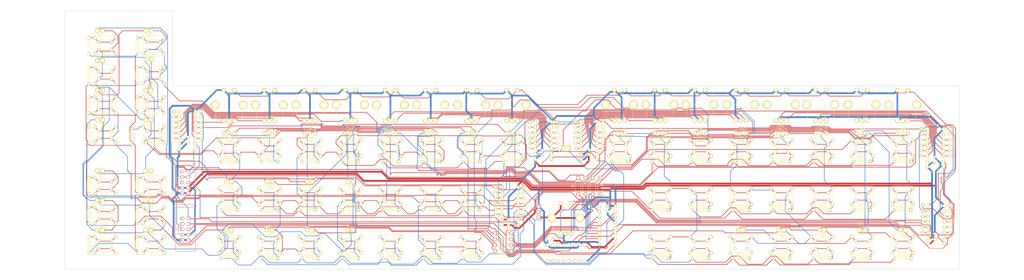
<source format=kicad_pcb>
(kicad_pcb (version 4) (host pcbnew 4.0.2-stable)
  (layers (0 F.Cu signal) (31 B.Cu signal) (34 B.Paste user) (35 F.Paste user) (36 B.SilkS user) (37 F.SilkS user) (38 B.Mask user) (39 F.Mask user) (44 Edge.Cuts user))
  (net 0 "")
  (net 1 "Net-(D101-Pad1)")
  (net 2 "Net-(D102-Pad1)")
  (net 3 /I0)
  (net 4 /I1)
  (net 5 /I2)
  (net 6 /I3)
  (net 7 /I4)
  (net 8 /I5)
  (net 9 /I6)
  (net 10 /I7)
  (net 11 GND)
  (net 12 /O6)
  (net 13 /O7)
  (net 14 /O1)
  (net 15 /O3)
  (net 16 /O5)
  (net 17 /O0)
  (net 18 /O2)
  (net 19 /O4)
  (net 20 +5V)
  (net 21 /O13)
  (net 22 /O14)
  (net 23 /O15)
  (net 24 /O16)
  (net 25 /O17)
  (net 26 /O10)
  (net 27 /I14)
  (net 28 /I15)
  (net 29 /I16)
  (net 30 /I17)
  (net 31 /I10)
  (net 32 /I11)
  (net 33 /I12)
  (net 34 /I13)
  (net 35 "Net-(D8-Pad1)")
  (net 36 "Net-(D9-Pad1)")
  (net 37 "Net-(D10-Pad1)")
  (net 38 "Net-(D11-Pad1)")
  (net 39 "Net-(D12-Pad1)")
  (net 40 "Net-(D13-Pad1)")
  (net 41 "Net-(D14-Pad1)")
  (net 42 "Net-(D22-Pad1)")
  (net 43 "Net-(D23-Pad1)")
  (net 44 "Net-(D24-Pad1)")
  (net 45 "Net-(D25-Pad1)")
  (net 46 "Net-(D26-Pad1)")
  (net 47 "Net-(D27-Pad1)")
  (net 48 "Net-(D28-Pad1)")
  (net 49 "Net-(D32-Pad1)")
  (net 50 "Net-(D33-Pad1)")
  (net 51 "Net-(D34-Pad1)")
  (net 52 "Net-(D38-Pad1)")
  (net 53 "Net-(D39-Pad1)")
  (net 54 "Net-(D40-Pad1)")
  (net 55 "Net-(D44-Pad1)")
  (net 56 "Net-(D45-Pad1)")
  (net 57 "Net-(D46-Pad1)")
  (net 58 "Net-(D50-Pad1)")
  (net 59 "Net-(D51-Pad1)")
  (net 60 "Net-(D52-Pad1)")
  (net 61 "Net-(D54-Pad1)")
  (net 62 "Net-(D55-Pad1)")
  (net 63 "Net-(D56-Pad1)")
  (net 64 "Net-(D58-Pad1)")
  (net 65 "Net-(D59-Pad1)")
  (net 66 "Net-(D60-Pad1)")
  (net 67 "Net-(D62-Pad1)")
  (net 68 "Net-(D63-Pad1)")
  (net 69 "Net-(D64-Pad1)")
  (net 70 "Net-(D66-Pad1)")
  (net 71 "Net-(D69-Pad1)")
  (net 72 "Net-(D71-Pad1)")
  (net 73 "Net-(D72-Pad1)")
  (net 74 "Net-(D73-Pad1)")
  (net 75 "Net-(D75-Pad1)")
  (net 76 "Net-(D76-Pad1)")
  (net 77 "Net-(D77-Pad1)")
  (net 78 "Net-(D80-Pad1)")
  (net 79 "Net-(D81-Pad1)")
  (net 80 "Net-(D82-Pad1)")
  (net 81 "Net-(D85-Pad1)")
  (net 82 "Net-(D86-Pad1)")
  (net 83 "Net-(D87-Pad1)")
  (net 84 "Net-(D90-Pad1)")
  (net 85 "Net-(D91-Pad1)")
  (net 86 "Net-(D92-Pad1)")
  (net 87 "Net-(D95-Pad1)")
  (net 88 "Net-(D96-Pad1)")
  (net 89 "Net-(D97-Pad1)")
  (net 90 "Net-(D100-Pad1)")
  (net 91 "Net-(ec1-PadP$GN)")
  (net 92 "Net-(U1-Pad9)")
  (net 93 /I26)
  (net 94 /I27)
  (net 95 /I24)
  (net 96 /I25)
  (net 97 /I22)
  (net 98 /I23)
  (net 99 /I20)
  (net 100 /I21)
  (net 101 /I56)
  (net 102 /I54)
  (net 103 /I55)
  (net 104 /I36)
  (net 105 /I37)
  (net 106 /I34)
  (net 107 /I35)
  (net 108 /I32)
  (net 109 /I33)
  (net 110 /I30)
  (net 111 /I31)
  (net 112 /I46)
  (net 113 /I47)
  (net 114 /I44)
  (net 115 /I45)
  (net 116 /I42)
  (net 117 /I43)
  (net 118 /I40)
  (net 119 /I41)
  (net 120 /I53)
  (net 121 /I52)
  (net 122 /I51)
  (net 123 /I50)
  (net 124 /011)
  (net 125 /012)
  (net 126 /02)
  (net 127 /I57)
  (net 128 "Net-(R8-Pad1)")
  (net 129 "Net-(R1-Pad1)")
  (net 130 "Net-(R2-Pad1)")
  (net 131 "Net-(R3-Pad1)")
  (net 132 "Net-(R4-Pad1)")
  (net 133 "Net-(R5-Pad2)")
  (net 134 "Net-(R6-Pad1)")
  (net 135 "Net-(R7-Pad1)")
  (net 136 "Net-(RR3-Pad2)")
  (net 137 "Net-(RR5-Pad2)")
  (net 138 "Net-(RR6-Pad2)")
  (net 139 "Net-(RR8-Pad2)")
  (net 140 "Net-(RR10-Pad2)")
  (net 141 "Net-(RR12-Pad2)")
  (net 142 "Net-(U1-Pad1)")
  (net 143 "Net-(U1-Pad2)")
  (net 144 "Net-(U7-Pad14)")
  (net 145 "Net-(U8-Pad9)")
  (net 146 "Net-(J3-Pad2)")
  (net 147 "Net-(U7-Pad9)")
  (module PEC11-Switch_ba (layer F.Cu) (at 118.11 120.65)
    (fp_text reference ec1 (at 0.11938 5.4737) (layer F.SilkS) (effects (font (size 1.27 1.27) (thickness 0.0889))))
    (fp_text value SW_Enc (at 0 -5.4864) (layer F.SilkS) (effects (font (size 0.8128 0.8128) (thickness 0.0889))))
    (pad P$1 thru_hole circle (at -2.49936 -7.00024) (size 1.99898 1.99898) (drill 1.00076) (layers *.Cu F.Paste F.SilkS F.Mask) (net 11 GND))
    (pad P$2 thru_hole circle (at 2.49936 -7.00024) (size 1.99898 1.99898) (drill 0.99822) (layers *.Cu F.Paste F.SilkS F.Mask) (net 127 /I57))
    (pad P$B thru_hole circle (at -2.49936 7.50062) (size 1.99898 1.99898) (drill 1.00076) (layers *.Cu F.Paste F.SilkS F.Mask) (net 10 /I7))
    (pad P$A thru_hole circle (at 2.49936 7.50062) (size 1.99898 1.99898) (drill 1.00076) (layers *.Cu F.Paste F.SilkS F.Mask) (net 9 /I6))
    (pad P$C thru_hole circle (at 0 7.50062) (size 1.99898 1.99898) (drill 1.00076) (layers *.Cu F.Paste F.SilkS F.Mask) (net 11 GND))
    (pad P$GN thru_hole circle (at -6.59892 0) (size 4.09956 4.09956) (drill 2.60096) (layers *.Cu F.Paste F.SilkS F.Mask) (net 91 "Net-(ec1-PadP$GN)"))
    (pad P$GN thru_hole circle (at 6.59892 0) (size 4.09956 4.09956) (drill 2.60096) (layers *.Cu F.Paste F.SilkS F.Mask) (net 91 "Net-(ec1-PadP$GN)"))
  )
  (module DIP-16_W7.62mm (layer F.Cu) (at 102.235 141.478 180)
    (fp_text reference U1 (at 0 -5.22 180) (layer F.SilkS))
    (fp_text value 74HC165)
    (pad 1 thru_hole oval (at 0 0 180) (size 1.6 1.6) (drill 0.8) (layers *.Cu *.Mask F.SilkS) (net 142 "Net-(U1-Pad1)"))
    (pad 2 thru_hole oval (at 0 2.54 180) (size 1.6 1.6) (drill 0.8) (layers *.Cu *.Mask F.SilkS) (net 143 "Net-(U1-Pad2)"))
    (pad 3 thru_hole oval (at 0 5.08 180) (size 1.6 1.6) (drill 0.8) (layers *.Cu *.Mask F.SilkS) (net 7 /I4))
    (pad 4 thru_hole oval (at 0 7.62 180) (size 1.6 1.6) (drill 0.8) (layers *.Cu *.Mask F.SilkS) (net 8 /I5))
    (pad 5 thru_hole oval (at 0 10.16 180) (size 1.6 1.6) (drill 0.8) (layers *.Cu *.Mask F.SilkS) (net 9 /I6))
    (pad 6 thru_hole oval (at 0 12.7 180) (size 1.6 1.6) (drill 0.8) (layers *.Cu *.Mask F.SilkS) (net 10 /I7))
    (pad 7 thru_hole oval (at 0 15.24 180) (size 1.6 1.6) (drill 0.8) (layers *.Cu *.Mask F.SilkS))
    (pad 8 thru_hole oval (at 0 17.78 180) (size 1.6 1.6) (drill 0.8) (layers *.Cu *.Mask F.SilkS) (net 11 GND))
    (pad 9 thru_hole oval (at 7.62 17.78 180) (size 1.6 1.6) (drill 0.8) (layers *.Cu *.Mask F.SilkS) (net 92 "Net-(U1-Pad9)"))
    (pad 10 thru_hole oval (at 7.62 15.24 180) (size 1.6 1.6) (drill 0.8) (layers *.Cu *.Mask F.SilkS) (net 136 "Net-(RR3-Pad2)"))
    (pad 11 thru_hole oval (at 7.62 12.7 180) (size 1.6 1.6) (drill 0.8) (layers *.Cu *.Mask F.SilkS) (net 3 /I0))
    (pad 12 thru_hole oval (at 7.62 10.16 180) (size 1.6 1.6) (drill 0.8) (layers *.Cu *.Mask F.SilkS) (net 4 /I1))
    (pad 13 thru_hole oval (at 7.62 7.62 180) (size 1.6 1.6) (drill 0.8) (layers *.Cu *.Mask F.SilkS) (net 5 /I2))
    (pad 14 thru_hole oval (at 7.62 5.08 180) (size 1.6 1.6) (drill 0.8) (layers *.Cu *.Mask F.SilkS) (net 6 /I3))
    (pad 15 thru_hole oval (at 7.62 2.54 180) (size 1.6 1.6) (drill 0.8) (layers *.Cu *.Mask F.SilkS) (net 11 GND))
    (pad 16 thru_hole oval (at 7.62 0 180) (size 1.6 1.6) (drill 0.8) (layers *.Cu *.Mask F.SilkS) (net 20 +5V))
  )
  (module LEDs:LED-5MM-3 (layer F.Cu) (at 120.65 133.985 180)
    (fp_text reference D29 (at 2.54508 -3.91668 180) (layer F.SilkS))
    (fp_text value Led_gp1)
    (pad 1 thru_hole circle (at 0 0) (size 1.6764 1.6764) (drill 0.8128) (layers *.Cu *.Mask F.SilkS) (net 124 /011))
    (pad 2 thru_hole circle (at 2.54 0) (size 1.6764 1.6764) (drill 0.8128) (layers *.Cu *.Mask F.SilkS) (net 15 /O3))
    (pad 3 thru_hole circle (at 5.08 0) (size 1.6764 1.6764) (drill 0.8128) (layers *.Cu *.Mask F.SilkS) (net 26 /O10))
  )
  (module LEDs:LED-5MM-3 (layer F.Cu) (at 139.7 133.985 180)
    (fp_text reference D35 (at 2.54508 -3.91668 180) (layer F.SilkS))
    (fp_text value Led_gp2)
    (pad 1 thru_hole circle (at 0 0) (size 1.6764 1.6764) (drill 0.8128) (layers *.Cu *.Mask F.SilkS) (net 21 /O13))
    (pad 2 thru_hole circle (at 2.54 0) (size 1.6764 1.6764) (drill 0.8128) (layers *.Cu *.Mask F.SilkS) (net 15 /O3))
    (pad 3 thru_hole circle (at 5.08 0) (size 1.6764 1.6764) (drill 0.8128) (layers *.Cu *.Mask F.SilkS) (net 125 /012))
  )
  (module LEDs:LED-5MM-3 (layer F.Cu) (at 158.75 134.112 180)
    (fp_text reference D41 (at 2.54508 -3.91668 180) (layer F.SilkS))
    (fp_text value Led_gp3)
    (pad 1 thru_hole circle (at 0 0) (size 1.6764 1.6764) (drill 0.8128) (layers *.Cu *.Mask F.SilkS) (net 23 /O15))
    (pad 2 thru_hole circle (at 2.54 0) (size 1.6764 1.6764) (drill 0.8128) (layers *.Cu *.Mask F.SilkS) (net 18 /O2))
    (pad 3 thru_hole circle (at 5.08 0) (size 1.6764 1.6764) (drill 0.8128) (layers *.Cu *.Mask F.SilkS) (net 22 /O14))
  )
  (module LEDs:LED-5MM-3 (layer F.Cu) (at 177.8 133.985 180)
    (fp_text reference D47 (at 2.54508 -3.91668 180) (layer F.SilkS))
    (fp_text value Led_gp4)
    (pad 1 thru_hole circle (at 0 0) (size 1.6764 1.6764) (drill 0.8128) (layers *.Cu *.Mask F.SilkS) (net 25 /O17))
    (pad 2 thru_hole circle (at 2.54 0) (size 1.6764 1.6764) (drill 0.8128) (layers *.Cu *.Mask F.SilkS) (net 18 /O2))
    (pad 3 thru_hole circle (at 5.08 0) (size 1.6764 1.6764) (drill 0.8128) (layers *.Cu *.Mask F.SilkS) (net 24 /O16))
  )
  (module LEDs:LED-5MM-3 (layer F.Cu) (at 196.85 133.985 180)
    (fp_text reference D53 (at 2.54508 -3.91668 180) (layer F.SilkS))
    (fp_text value Led_gp5)
    (pad 1 thru_hole circle (at 0 0) (size 1.6764 1.6764) (drill 0.8128) (layers *.Cu *.Mask F.SilkS) (net 124 /011))
    (pad 2 thru_hole circle (at 2.54 0) (size 1.6764 1.6764) (drill 0.8128) (layers *.Cu *.Mask F.SilkS) (net 14 /O1))
    (pad 3 thru_hole circle (at 5.08 0) (size 1.6764 1.6764) (drill 0.8128) (layers *.Cu *.Mask F.SilkS) (net 26 /O10))
  )
  (module LEDs:LED-5MM-3 (layer F.Cu) (at 215.9 133.985 180)
    (fp_text reference D57 (at 2.54508 -3.91668 180) (layer F.SilkS))
    (fp_text value Led_gp6)
    (pad 1 thru_hole circle (at 0 0) (size 1.6764 1.6764) (drill 0.8128) (layers *.Cu *.Mask F.SilkS) (net 21 /O13))
    (pad 2 thru_hole circle (at 2.54 0) (size 1.6764 1.6764) (drill 0.8128) (layers *.Cu *.Mask F.SilkS) (net 14 /O1))
    (pad 3 thru_hole circle (at 5.08 0) (size 1.6764 1.6764) (drill 0.8128) (layers *.Cu *.Mask F.SilkS) (net 125 /012))
  )
  (module LEDs:LED-5MM-3 (layer F.Cu) (at 234.95 133.985 180)
    (fp_text reference D61 (at 2.54508 -3.91668 180) (layer F.SilkS))
    (fp_text value Led_gp7)
    (pad 1 thru_hole circle (at 0 0) (size 1.6764 1.6764) (drill 0.8128) (layers *.Cu *.Mask F.SilkS) (net 23 /O15))
    (pad 2 thru_hole circle (at 2.54 0) (size 1.6764 1.6764) (drill 0.8128) (layers *.Cu *.Mask F.SilkS) (net 17 /O0))
    (pad 3 thru_hole circle (at 5.08 0) (size 1.6764 1.6764) (drill 0.8128) (layers *.Cu *.Mask F.SilkS) (net 22 /O14))
  )
  (module LEDs:LED-5MM-3 (layer F.Cu) (at 254 134.112 180)
    (fp_text reference D65 (at 2.54508 -3.91668 180) (layer F.SilkS))
    (fp_text value Led_gp8)
    (pad 1 thru_hole circle (at 0 0) (size 1.6764 1.6764) (drill 0.8128) (layers *.Cu *.Mask F.SilkS) (net 25 /O17))
    (pad 2 thru_hole circle (at 2.54 0) (size 1.6764 1.6764) (drill 0.8128) (layers *.Cu *.Mask F.SilkS) (net 17 /O0))
    (pad 3 thru_hole circle (at 5.08 0) (size 1.6764 1.6764) (drill 0.8128) (layers *.Cu *.Mask F.SilkS) (net 24 /O16))
  )
  (module LEDs:LED-5MM-3 (layer F.Cu) (at 304.8 134.112 180)
    (fp_text reference D68 (at 2.54508 -3.91668 180) (layer F.SilkS))
    (fp_text value Led_gp9)
    (pad 1 thru_hole circle (at 0 0) (size 1.6764 1.6764) (drill 0.8128) (layers *.Cu *.Mask F.SilkS) (net 124 /011))
    (pad 2 thru_hole circle (at 2.54 0) (size 1.6764 1.6764) (drill 0.8128) (layers *.Cu *.Mask F.SilkS) (net 19 /O4))
    (pad 3 thru_hole circle (at 5.08 0) (size 1.6764 1.6764) (drill 0.8128) (layers *.Cu *.Mask F.SilkS) (net 26 /O10))
  )
  (module LEDs:LED-5MM-3 (layer F.Cu) (at 323.85 133.985 180)
    (fp_text reference D70 (at 2.54508 -3.91668 180) (layer F.SilkS))
    (fp_text value Led_gp10)
    (pad 1 thru_hole circle (at 0 0) (size 1.6764 1.6764) (drill 0.8128) (layers *.Cu *.Mask F.SilkS) (net 21 /O13))
    (pad 2 thru_hole circle (at 2.54 0) (size 1.6764 1.6764) (drill 0.8128) (layers *.Cu *.Mask F.SilkS) (net 19 /O4))
    (pad 3 thru_hole circle (at 5.08 0) (size 1.6764 1.6764) (drill 0.8128) (layers *.Cu *.Mask F.SilkS) (net 125 /012))
  )
  (module LEDs:LED-5MM-3 (layer F.Cu) (at 342.9 133.985 180)
    (fp_text reference D74 (at 2.54508 -3.91668 180) (layer F.SilkS))
    (fp_text value Led_gp11)
    (pad 1 thru_hole circle (at 0 0) (size 1.6764 1.6764) (drill 0.8128) (layers *.Cu *.Mask F.SilkS) (net 23 /O15))
    (pad 2 thru_hole circle (at 2.54 0) (size 1.6764 1.6764) (drill 0.8128) (layers *.Cu *.Mask F.SilkS) (net 16 /O5))
    (pad 3 thru_hole circle (at 5.08 0) (size 1.6764 1.6764) (drill 0.8128) (layers *.Cu *.Mask F.SilkS) (net 22 /O14))
  )
  (module LEDs:LED-5MM-3 (layer F.Cu) (at 361.95 133.985 180)
    (fp_text reference D78 (at 2.54508 -3.91668 180) (layer F.SilkS))
    (fp_text value Led_gp12)
    (pad 1 thru_hole circle (at 0 0) (size 1.6764 1.6764) (drill 0.8128) (layers *.Cu *.Mask F.SilkS) (net 25 /O17))
    (pad 2 thru_hole circle (at 2.54 0) (size 1.6764 1.6764) (drill 0.8128) (layers *.Cu *.Mask F.SilkS) (net 16 /O5))
    (pad 3 thru_hole circle (at 5.08 0) (size 1.6764 1.6764) (drill 0.8128) (layers *.Cu *.Mask F.SilkS) (net 24 /O16))
  )
  (module LEDs:LED-5MM-3 (layer F.Cu) (at 375.60516 134.12294)
    (fp_text reference D83 (at 2.54508 -3.91668) (layer F.SilkS))
    (fp_text value Led_gp13)
    (pad 1 thru_hole circle (at 0 0 180) (size 1.6764 1.6764) (drill 0.8128) (layers *.Cu *.Mask F.SilkS) (net 124 /011))
    (pad 2 thru_hole circle (at 2.54 0 180) (size 1.6764 1.6764) (drill 0.8128) (layers *.Cu *.Mask F.SilkS) (net 12 /O6))
    (pad 3 thru_hole circle (at 5.08 0 180) (size 1.6764 1.6764) (drill 0.8128) (layers *.Cu *.Mask F.SilkS) (net 26 /O10))
  )
  (module LEDs:LED-5MM-3 (layer F.Cu) (at 394.60516 134.12294)
    (fp_text reference D88 (at 2.54508 -3.91668) (layer F.SilkS))
    (fp_text value Led_gp14)
    (pad 1 thru_hole circle (at 0 0 180) (size 1.6764 1.6764) (drill 0.8128) (layers *.Cu *.Mask F.SilkS) (net 21 /O13))
    (pad 2 thru_hole circle (at 2.54 0 180) (size 1.6764 1.6764) (drill 0.8128) (layers *.Cu *.Mask F.SilkS) (net 12 /O6))
    (pad 3 thru_hole circle (at 5.08 0 180) (size 1.6764 1.6764) (drill 0.8128) (layers *.Cu *.Mask F.SilkS) (net 125 /012))
  )
  (module LEDs:LED-5MM-3 (layer F.Cu) (at 419.1 133.985 180)
    (fp_text reference D93 (at 2.54508 -3.91668 180) (layer F.SilkS))
    (fp_text value Led_gp15)
    (pad 1 thru_hole circle (at 0 0) (size 1.6764 1.6764) (drill 0.8128) (layers *.Cu *.Mask F.SilkS) (net 23 /O15))
    (pad 2 thru_hole circle (at 2.54 0) (size 1.6764 1.6764) (drill 0.8128) (layers *.Cu *.Mask F.SilkS) (net 13 /O7))
    (pad 3 thru_hole circle (at 5.08 0) (size 1.6764 1.6764) (drill 0.8128) (layers *.Cu *.Mask F.SilkS) (net 22 /O14))
  )
  (module LEDs:LED-5MM-3 (layer F.Cu) (at 438.15 133.985 180)
    (fp_text reference D99 (at 2.54508 -3.91668 180) (layer F.SilkS))
    (fp_text value Led_gp16)
    (pad 1 thru_hole circle (at 0 0) (size 1.6764 1.6764) (drill 0.8128) (layers *.Cu *.Mask F.SilkS) (net 25 /O17))
    (pad 2 thru_hole circle (at 2.54 0) (size 1.6764 1.6764) (drill 0.8128) (layers *.Cu *.Mask F.SilkS) (net 13 /O7))
    (pad 3 thru_hole circle (at 5.08 0) (size 1.6764 1.6764) (drill 0.8128) (layers *.Cu *.Mask F.SilkS) (net 24 /O16))
  )
  (module "empreinte ksir:vasch_strip_5x2" (layer B.Cu) (at 97.536 179.324 90)
    (fp_text reference j2 (at 0.2 -4 90) (layer B.SilkS) (effects (font (thickness 0.2032)) (justify mirror)))
    (fp_text value CONN_02X05 hide)
    (pad 9 thru_hole oval (at 5.08 -1.27 90) (size 1.5 2) (drill 1 (offset 0 -0.25)) (layers *.Cu *.Mask B.SilkS))
    (pad 10 thru_hole oval (at 5.08 1.27 90) (size 1.5 2) (drill 1 (offset 0 0.25)) (layers *.Cu *.Mask B.SilkS) (net 142 "Net-(U1-Pad1)"))
    (pad 8 thru_hole oval (at 2.54 1.27 90) (size 1.5 2) (drill 1 (offset 0 0.25)) (layers *.Cu *.Mask B.SilkS) (net 143 "Net-(U1-Pad2)"))
    (pad 7 thru_hole oval (at 2.54 -1.27 90) (size 1.5 2) (drill 1 (offset 0 -0.25)) (layers *.Cu *.Mask B.SilkS) (net 143 "Net-(U1-Pad2)"))
    (pad 1 thru_hole rect (at -5.08 -1.27 90) (size 1.5 2) (drill 1 (offset 0 -0.25)) (layers *.Cu *.Mask B.SilkS) (net 11 GND))
    (pad 2 thru_hole oval (at -5.08 1.27 90) (size 1.5 2) (drill 1 (offset 0 0.25)) (layers *.Cu *.Mask B.SilkS) (net 11 GND))
    (pad 3 thru_hole oval (at -2.54 -1.27 90) (size 1.5 2) (drill 1 (offset 0 -0.25)) (layers *.Cu *.Mask B.SilkS) (net 20 +5V))
    (pad 4 thru_hole oval (at -2.54 1.27 90) (size 1.5 2) (drill 1 (offset 0 0.25)) (layers *.Cu *.Mask B.SilkS) (net 20 +5V))
    (pad 5 thru_hole oval (at 0 -1.27 90) (size 1.5 2) (drill 1 (offset 0 -0.25)) (layers *.Cu *.Mask B.SilkS) (net 140 "Net-(RR10-Pad2)"))
    (pad 6 thru_hole oval (at 0 1.27 90) (size 1.5 2) (drill 1 (offset 0 0.25)) (layers *.Cu *.Mask B.SilkS) (net 145 "Net-(U8-Pad9)"))
  )
  (module "empreinte ksir:vasch_strip_5x2" (layer B.Cu) (at 97.409 157.226 90)
    (fp_text reference j1 (at 0.2 -4 90) (layer B.SilkS) (effects (font (thickness 0.2032)) (justify mirror)))
    (fp_text value CONN_02X05 hide)
    (pad 9 thru_hole oval (at 5.08 -1.27 90) (size 1.5 2) (drill 1 (offset 0 -0.25)) (layers *.Cu *.Mask B.SilkS))
    (pad 10 thru_hole oval (at 5.08 1.27 90) (size 1.5 2) (drill 1 (offset 0 0.25)) (layers *.Cu *.Mask B.SilkS) (net 142 "Net-(U1-Pad1)"))
    (pad 8 thru_hole oval (at 2.54 1.27 90) (size 1.5 2) (drill 1 (offset 0 0.25)) (layers *.Cu *.Mask B.SilkS) (net 143 "Net-(U1-Pad2)"))
    (pad 7 thru_hole oval (at 2.54 -1.27 90) (size 1.5 2) (drill 1 (offset 0 -0.25)) (layers *.Cu *.Mask B.SilkS) (net 143 "Net-(U1-Pad2)"))
    (pad 1 thru_hole rect (at -5.08 -1.27 90) (size 1.5 2) (drill 1 (offset 0 -0.25)) (layers *.Cu *.Mask B.SilkS) (net 11 GND))
    (pad 2 thru_hole oval (at -5.08 1.27 90) (size 1.5 2) (drill 1 (offset 0 0.25)) (layers *.Cu *.Mask B.SilkS) (net 11 GND))
    (pad 3 thru_hole oval (at -2.54 -1.27 90) (size 1.5 2) (drill 1 (offset 0 -0.25)) (layers *.Cu *.Mask B.SilkS) (net 20 +5V))
    (pad 4 thru_hole oval (at -2.54 1.27 90) (size 1.5 2) (drill 1 (offset 0 0.25)) (layers *.Cu *.Mask B.SilkS) (net 20 +5V))
    (pad 5 thru_hole oval (at 0 -1.27 90) (size 1.5 2) (drill 1 (offset 0 -0.25)) (layers *.Cu *.Mask B.SilkS) (net 92 "Net-(U1-Pad9)"))
    (pad 6 thru_hole oval (at 0 1.27 90) (size 1.5 2) (drill 1 (offset 0 0.25)) (layers *.Cu *.Mask B.SilkS) (net 144 "Net-(U7-Pad14)"))
  )
  (module Resistors_ThroughHole:Resistor_Horizontal_RM7mm (layer F.Cu) (at 251.079 181.229 180)
    (fp_text reference R8 (at 4 -2.5 180) (layer F.SilkS))
    (fp_text value r220)
    (pad 1 thru_hole circle (at 0 0 180) (size 1.99898 1.99898) (drill 1.00076) (layers *.Cu *.SilkS *.Mask) (net 128 "Net-(R8-Pad1)"))
    (pad 2 thru_hole circle (at 7.62 0 180) (size 1.99898 1.99898) (drill 1.00076) (layers *.Cu *.SilkS *.Mask) (net 22 /O14))
  )
  (module "empreinte ksir:DIP-16_W7.62mm" (layer F.Cu) (at 292.608 168.529)
    (fp_text reference U8 (at 0 -5.22) (layer F.SilkS))
    (fp_text value 74HC595PWR)
    (pad 1 thru_hole oval (at 0 0) (size 1.6 1.6) (drill 0.8) (layers *.Cu *.Mask F.SilkS) (net 134 "Net-(R6-Pad1)"))
    (pad 2 thru_hole oval (at 0 2.54) (size 1.6 1.6) (drill 0.8) (layers *.Cu *.Mask F.SilkS) (net 135 "Net-(R7-Pad1)"))
    (pad 3 thru_hole oval (at 0 5.08) (size 1.6 1.6) (drill 0.8) (layers *.Cu *.Mask F.SilkS) (net 128 "Net-(R8-Pad1)"))
    (pad 4 thru_hole oval (at 0 7.62) (size 1.6 1.6) (drill 0.8) (layers *.Cu *.Mask F.SilkS) (net 132 "Net-(R4-Pad1)"))
    (pad 5 thru_hole oval (at 0 10.16) (size 1.6 1.6) (drill 0.8) (layers *.Cu *.Mask F.SilkS) (net 131 "Net-(R3-Pad1)"))
    (pad 6 thru_hole oval (at 0 12.7) (size 1.6 1.6) (drill 0.8) (layers *.Cu *.Mask F.SilkS) (net 130 "Net-(R2-Pad1)"))
    (pad 7 thru_hole oval (at 0 15.24) (size 1.6 1.6) (drill 0.8) (layers *.Cu *.Mask F.SilkS) (net 129 "Net-(R1-Pad1)"))
    (pad 8 thru_hole oval (at 0 17.78) (size 1.6 1.6) (drill 0.8) (layers *.Cu *.Mask F.SilkS) (net 11 GND))
    (pad 9 thru_hole oval (at 7.62 17.78) (size 1.6 1.6) (drill 0.8) (layers *.Cu *.Mask F.SilkS) (net 145 "Net-(U8-Pad9)"))
    (pad 10 thru_hole oval (at 7.62 15.24) (size 1.6 1.6) (drill 0.8) (layers *.Cu *.Mask F.SilkS) (net 20 +5V))
    (pad 11 thru_hole oval (at 7.62 12.7) (size 1.6 1.6) (drill 0.8) (layers *.Cu *.Mask F.SilkS) (net 143 "Net-(U1-Pad2)"))
    (pad 12 thru_hole oval (at 7.62 10.16) (size 1.6 1.6) (drill 0.8) (layers *.Cu *.Mask F.SilkS) (net 142 "Net-(U1-Pad1)"))
    (pad 13 thru_hole oval (at 7.62 7.62) (size 1.6 1.6) (drill 0.8) (layers *.Cu *.Mask F.SilkS) (net 11 GND))
    (pad 14 thru_hole oval (at 7.62 5.08) (size 1.6 1.6) (drill 0.8) (layers *.Cu *.Mask F.SilkS) (net 147 "Net-(U7-Pad9)"))
    (pad 15 thru_hole oval (at 7.62 2.54) (size 1.6 1.6) (drill 0.8) (layers *.Cu *.Mask F.SilkS) (net 133 "Net-(R5-Pad2)"))
    (pad 16 thru_hole oval (at 7.62 0) (size 1.6 1.6) (drill 0.8) (layers *.Cu *.Mask F.SilkS) (net 20 +5V))
  )
  (module "empreinte ksir:DIP-16_W7.62mm" (layer F.Cu) (at 268.224 194.31 90)
    (fp_text reference U7 (at 5 2 180) (layer F.SilkS))
    (fp_text value 74HC595PWR)
    (pad 1 thru_hole oval (at 0 0 90) (size 1.6 1.6) (drill 0.8) (layers *.Cu *.Mask F.SilkS) (net 14 /O1))
    (pad 2 thru_hole oval (at 0 2.54 90) (size 1.6 1.6) (drill 0.8) (layers *.Cu *.Mask F.SilkS) (net 126 /02))
    (pad 3 thru_hole oval (at 0 5.08 90) (size 1.6 1.6) (drill 0.8) (layers *.Cu *.Mask F.SilkS) (net 15 /O3))
    (pad 4 thru_hole oval (at 0 7.62 90) (size 1.6 1.6) (drill 0.8) (layers *.Cu *.Mask F.SilkS) (net 19 /O4))
    (pad 5 thru_hole oval (at 0 10.16 90) (size 1.6 1.6) (drill 0.8) (layers *.Cu *.Mask F.SilkS) (net 16 /O5))
    (pad 6 thru_hole oval (at 0 12.7 90) (size 1.6 1.6) (drill 0.8) (layers *.Cu *.Mask F.SilkS) (net 12 /O6))
    (pad 7 thru_hole oval (at 0 15.24 90) (size 1.6 1.6) (drill 0.8) (layers *.Cu *.Mask F.SilkS) (net 13 /O7))
    (pad 8 thru_hole oval (at 0 17.78 90) (size 1.6 1.6) (drill 0.8) (layers *.Cu *.Mask F.SilkS) (net 11 GND))
    (pad 9 thru_hole oval (at 7.62 17.78 90) (size 1.6 1.6) (drill 0.8) (layers *.Cu *.Mask F.SilkS) (net 147 "Net-(U7-Pad9)"))
    (pad 10 thru_hole oval (at 7.62 15.24 90) (size 1.6 1.6) (drill 0.8) (layers *.Cu *.Mask F.SilkS) (net 20 +5V))
    (pad 11 thru_hole oval (at 7.62 12.7 90) (size 1.6 1.6) (drill 0.8) (layers *.Cu *.Mask F.SilkS) (net 143 "Net-(U1-Pad2)"))
    (pad 12 thru_hole oval (at 7.62 10.16 90) (size 1.6 1.6) (drill 0.8) (layers *.Cu *.Mask F.SilkS) (net 142 "Net-(U1-Pad1)"))
    (pad 13 thru_hole oval (at 7.62 7.62 90) (size 1.6 1.6) (drill 0.8) (layers *.Cu *.Mask F.SilkS) (net 11 GND))
    (pad 14 thru_hole oval (at 7.62 5.08 90) (size 1.6 1.6) (drill 0.8) (layers *.Cu *.Mask F.SilkS) (net 144 "Net-(U7-Pad14)"))
    (pad 15 thru_hole oval (at 7.62 2.54 90) (size 1.6 1.6) (drill 0.8) (layers *.Cu *.Mask F.SilkS) (net 17 /O0))
    (pad 16 thru_hole oval (at 7.62 0 90) (size 1.6 1.6) (drill 0.8) (layers *.Cu *.Mask F.SilkS) (net 20 +5V))
  )
  (module "empreinte ksir:DIP-16_W7.62mm" (layer F.Cu) (at 455.265864 185.993912 180)
    (fp_text reference U6 (at 3.018864 12.638912 180) (layer F.SilkS))
    (fp_text value 74HC165)
    (pad 1 thru_hole oval (at 0 0 180) (size 1.6 1.6) (drill 0.8) (layers *.Cu *.Mask F.SilkS) (net 142 "Net-(U1-Pad1)"))
    (pad 2 thru_hole oval (at 0 2.54 180) (size 1.6 1.6) (drill 0.8) (layers *.Cu *.Mask F.SilkS) (net 143 "Net-(U1-Pad2)"))
    (pad 3 thru_hole oval (at 0 5.08 180) (size 1.6 1.6) (drill 0.8) (layers *.Cu *.Mask F.SilkS) (net 102 /I54))
    (pad 4 thru_hole oval (at 0 7.62 180) (size 1.6 1.6) (drill 0.8) (layers *.Cu *.Mask F.SilkS) (net 103 /I55))
    (pad 5 thru_hole oval (at 0 10.16 180) (size 1.6 1.6) (drill 0.8) (layers *.Cu *.Mask F.SilkS) (net 101 /I56))
    (pad 6 thru_hole oval (at 0 12.7 180) (size 1.6 1.6) (drill 0.8) (layers *.Cu *.Mask F.SilkS) (net 127 /I57))
    (pad 7 thru_hole oval (at 0 15.24 180) (size 1.6 1.6) (drill 0.8) (layers *.Cu *.Mask F.SilkS))
    (pad 8 thru_hole oval (at 0 17.78 180) (size 1.6 1.6) (drill 0.8) (layers *.Cu *.Mask F.SilkS) (net 11 GND))
    (pad 9 thru_hole oval (at 7.62 17.78 180) (size 1.6 1.6) (drill 0.8) (layers *.Cu *.Mask F.SilkS) (net 139 "Net-(RR8-Pad2)"))
    (pad 10 thru_hole oval (at 7.62 15.24 180) (size 1.6 1.6) (drill 0.8) (layers *.Cu *.Mask F.SilkS) (net 141 "Net-(RR12-Pad2)"))
    (pad 11 thru_hole oval (at 7.62 12.7 180) (size 1.6 1.6) (drill 0.8) (layers *.Cu *.Mask F.SilkS) (net 123 /I50))
    (pad 12 thru_hole oval (at 7.62 10.16 180) (size 1.6 1.6) (drill 0.8) (layers *.Cu *.Mask F.SilkS) (net 122 /I51))
    (pad 13 thru_hole oval (at 7.62 7.62 180) (size 1.6 1.6) (drill 0.8) (layers *.Cu *.Mask F.SilkS) (net 121 /I52))
    (pad 14 thru_hole oval (at 7.62 5.08 180) (size 1.6 1.6) (drill 0.8) (layers *.Cu *.Mask F.SilkS) (net 120 /I53))
    (pad 15 thru_hole oval (at 7.62 2.54 180) (size 1.6 1.6) (drill 0.8) (layers *.Cu *.Mask F.SilkS) (net 11 GND))
    (pad 16 thru_hole oval (at 7.62 0 180) (size 1.6 1.6) (drill 0.8) (layers *.Cu *.Mask F.SilkS) (net 20 +5V))
  )
  (module "empreinte ksir:DIP-16_W7.62mm" (layer F.Cu) (at 454.838194 149.876812 180)
    (fp_text reference U5 (at 0 -5.22 180) (layer F.SilkS))
    (fp_text value 74HC165)
    (pad 1 thru_hole oval (at 0 0 180) (size 1.6 1.6) (drill 0.8) (layers *.Cu *.Mask F.SilkS) (net 142 "Net-(U1-Pad1)"))
    (pad 2 thru_hole oval (at 0 2.54 180) (size 1.6 1.6) (drill 0.8) (layers *.Cu *.Mask F.SilkS) (net 143 "Net-(U1-Pad2)"))
    (pad 3 thru_hole oval (at 0 5.08 180) (size 1.6 1.6) (drill 0.8) (layers *.Cu *.Mask F.SilkS) (net 114 /I44))
    (pad 4 thru_hole oval (at 0 7.62 180) (size 1.6 1.6) (drill 0.8) (layers *.Cu *.Mask F.SilkS) (net 115 /I45))
    (pad 5 thru_hole oval (at 0 10.16 180) (size 1.6 1.6) (drill 0.8) (layers *.Cu *.Mask F.SilkS) (net 112 /I46))
    (pad 6 thru_hole oval (at 0 12.7 180) (size 1.6 1.6) (drill 0.8) (layers *.Cu *.Mask F.SilkS) (net 113 /I47))
    (pad 7 thru_hole oval (at 0 15.24 180) (size 1.6 1.6) (drill 0.8) (layers *.Cu *.Mask F.SilkS))
    (pad 8 thru_hole oval (at 0 17.78 180) (size 1.6 1.6) (drill 0.8) (layers *.Cu *.Mask F.SilkS) (net 11 GND))
    (pad 9 thru_hole oval (at 7.62 17.78 180) (size 1.6 1.6) (drill 0.8) (layers *.Cu *.Mask F.SilkS) (net 141 "Net-(RR12-Pad2)"))
    (pad 10 thru_hole oval (at 7.62 15.24 180) (size 1.6 1.6) (drill 0.8) (layers *.Cu *.Mask F.SilkS) (net 140 "Net-(RR10-Pad2)"))
    (pad 11 thru_hole oval (at 7.62 12.7 180) (size 1.6 1.6) (drill 0.8) (layers *.Cu *.Mask F.SilkS) (net 118 /I40))
    (pad 12 thru_hole oval (at 7.62 10.16 180) (size 1.6 1.6) (drill 0.8) (layers *.Cu *.Mask F.SilkS) (net 119 /I41))
    (pad 13 thru_hole oval (at 7.62 7.62 180) (size 1.6 1.6) (drill 0.8) (layers *.Cu *.Mask F.SilkS) (net 116 /I42))
    (pad 14 thru_hole oval (at 7.62 5.08 180) (size 1.6 1.6) (drill 0.8) (layers *.Cu *.Mask F.SilkS) (net 117 /I43))
    (pad 15 thru_hole oval (at 7.62 2.54 180) (size 1.6 1.6) (drill 0.8) (layers *.Cu *.Mask F.SilkS) (net 11 GND))
    (pad 16 thru_hole oval (at 7.62 0 180) (size 1.6 1.6) (drill 0.8) (layers *.Cu *.Mask F.SilkS) (net 20 +5V))
  )
  (module "empreinte ksir:DIP-16_W7.62mm" (layer F.Cu) (at 291.592 146.304 180)
    (fp_text reference U4 (at 0 -5.22 180) (layer F.SilkS))
    (fp_text value 74HC165)
    (pad 1 thru_hole oval (at 0 0 180) (size 1.6 1.6) (drill 0.8) (layers *.Cu *.Mask F.SilkS) (net 142 "Net-(U1-Pad1)"))
    (pad 2 thru_hole oval (at 0 2.54 180) (size 1.6 1.6) (drill 0.8) (layers *.Cu *.Mask F.SilkS) (net 143 "Net-(U1-Pad2)"))
    (pad 3 thru_hole oval (at 0 5.08 180) (size 1.6 1.6) (drill 0.8) (layers *.Cu *.Mask F.SilkS) (net 106 /I34))
    (pad 4 thru_hole oval (at 0 7.62 180) (size 1.6 1.6) (drill 0.8) (layers *.Cu *.Mask F.SilkS) (net 107 /I35))
    (pad 5 thru_hole oval (at 0 10.16 180) (size 1.6 1.6) (drill 0.8) (layers *.Cu *.Mask F.SilkS) (net 104 /I36))
    (pad 6 thru_hole oval (at 0 12.7 180) (size 1.6 1.6) (drill 0.8) (layers *.Cu *.Mask F.SilkS) (net 105 /I37))
    (pad 7 thru_hole oval (at 0 15.24 180) (size 1.6 1.6) (drill 0.8) (layers *.Cu *.Mask F.SilkS))
    (pad 8 thru_hole oval (at 0 17.78 180) (size 1.6 1.6) (drill 0.8) (layers *.Cu *.Mask F.SilkS) (net 11 GND))
    (pad 9 thru_hole oval (at 7.62 17.78 180) (size 1.6 1.6) (drill 0.8) (layers *.Cu *.Mask F.SilkS) (net 138 "Net-(RR6-Pad2)"))
    (pad 10 thru_hole oval (at 7.62 15.24 180) (size 1.6 1.6) (drill 0.8) (layers *.Cu *.Mask F.SilkS) (net 139 "Net-(RR8-Pad2)"))
    (pad 11 thru_hole oval (at 7.62 12.7 180) (size 1.6 1.6) (drill 0.8) (layers *.Cu *.Mask F.SilkS) (net 110 /I30))
    (pad 12 thru_hole oval (at 7.62 10.16 180) (size 1.6 1.6) (drill 0.8) (layers *.Cu *.Mask F.SilkS) (net 111 /I31))
    (pad 13 thru_hole oval (at 7.62 7.62 180) (size 1.6 1.6) (drill 0.8) (layers *.Cu *.Mask F.SilkS) (net 108 /I32))
    (pad 14 thru_hole oval (at 7.62 5.08 180) (size 1.6 1.6) (drill 0.8) (layers *.Cu *.Mask F.SilkS) (net 109 /I33))
    (pad 15 thru_hole oval (at 7.62 2.54 180) (size 1.6 1.6) (drill 0.8) (layers *.Cu *.Mask F.SilkS) (net 11 GND))
    (pad 16 thru_hole oval (at 7.62 0 180) (size 1.6 1.6) (drill 0.8) (layers *.Cu *.Mask F.SilkS) (net 20 +5V))
  )
  (module "empreinte ksir:DIP-16_W7.62mm" (layer F.Cu) (at 270.002 146.304 180)
    (fp_text reference U3 (at 0 -5.22 180) (layer F.SilkS))
    (fp_text value 74HC165)
    (pad 1 thru_hole oval (at 0 0 180) (size 1.6 1.6) (drill 0.8) (layers *.Cu *.Mask F.SilkS) (net 142 "Net-(U1-Pad1)"))
    (pad 2 thru_hole oval (at 0 2.54 180) (size 1.6 1.6) (drill 0.8) (layers *.Cu *.Mask F.SilkS) (net 143 "Net-(U1-Pad2)"))
    (pad 3 thru_hole oval (at 0 5.08 180) (size 1.6 1.6) (drill 0.8) (layers *.Cu *.Mask F.SilkS) (net 95 /I24))
    (pad 4 thru_hole oval (at 0 7.62 180) (size 1.6 1.6) (drill 0.8) (layers *.Cu *.Mask F.SilkS) (net 96 /I25))
    (pad 5 thru_hole oval (at 0 10.16 180) (size 1.6 1.6) (drill 0.8) (layers *.Cu *.Mask F.SilkS) (net 93 /I26))
    (pad 6 thru_hole oval (at 0 12.7 180) (size 1.6 1.6) (drill 0.8) (layers *.Cu *.Mask F.SilkS) (net 94 /I27))
    (pad 7 thru_hole oval (at 0 15.24 180) (size 1.6 1.6) (drill 0.8) (layers *.Cu *.Mask F.SilkS))
    (pad 8 thru_hole oval (at 0 17.78 180) (size 1.6 1.6) (drill 0.8) (layers *.Cu *.Mask F.SilkS) (net 11 GND))
    (pad 9 thru_hole oval (at 7.62 17.78 180) (size 1.6 1.6) (drill 0.8) (layers *.Cu *.Mask F.SilkS) (net 137 "Net-(RR5-Pad2)"))
    (pad 10 thru_hole oval (at 7.62 15.24 180) (size 1.6 1.6) (drill 0.8) (layers *.Cu *.Mask F.SilkS) (net 138 "Net-(RR6-Pad2)"))
    (pad 11 thru_hole oval (at 7.62 12.7 180) (size 1.6 1.6) (drill 0.8) (layers *.Cu *.Mask F.SilkS) (net 99 /I20))
    (pad 12 thru_hole oval (at 7.62 10.16 180) (size 1.6 1.6) (drill 0.8) (layers *.Cu *.Mask F.SilkS) (net 100 /I21))
    (pad 13 thru_hole oval (at 7.62 7.62 180) (size 1.6 1.6) (drill 0.8) (layers *.Cu *.Mask F.SilkS) (net 97 /I22))
    (pad 14 thru_hole oval (at 7.62 5.08 180) (size 1.6 1.6) (drill 0.8) (layers *.Cu *.Mask F.SilkS) (net 98 /I23))
    (pad 15 thru_hole oval (at 7.62 2.54 180) (size 1.6 1.6) (drill 0.8) (layers *.Cu *.Mask F.SilkS) (net 11 GND))
    (pad 16 thru_hole oval (at 7.62 0 180) (size 1.6 1.6) (drill 0.8) (layers *.Cu *.Mask F.SilkS) (net 20 +5V))
  )
  (module "empreinte ksir:DIP-16_W7.62mm" (layer F.Cu) (at 254.381 177.292 180)
    (fp_text reference U2 (at 0 -5.22 180) (layer F.SilkS))
    (fp_text value 74HC165)
    (pad 1 thru_hole oval (at 0 0 180) (size 1.6 1.6) (drill 0.8) (layers *.Cu *.Mask F.SilkS) (net 142 "Net-(U1-Pad1)"))
    (pad 2 thru_hole oval (at 0 2.54 180) (size 1.6 1.6) (drill 0.8) (layers *.Cu *.Mask F.SilkS) (net 143 "Net-(U1-Pad2)"))
    (pad 3 thru_hole oval (at 0 5.08 180) (size 1.6 1.6) (drill 0.8) (layers *.Cu *.Mask F.SilkS) (net 27 /I14))
    (pad 4 thru_hole oval (at 0 7.62 180) (size 1.6 1.6) (drill 0.8) (layers *.Cu *.Mask F.SilkS) (net 28 /I15))
    (pad 5 thru_hole oval (at 0 10.16 180) (size 1.6 1.6) (drill 0.8) (layers *.Cu *.Mask F.SilkS) (net 29 /I16))
    (pad 6 thru_hole oval (at 0 12.7 180) (size 1.6 1.6) (drill 0.8) (layers *.Cu *.Mask F.SilkS) (net 30 /I17))
    (pad 7 thru_hole oval (at 0 15.24 180) (size 1.6 1.6) (drill 0.8) (layers *.Cu *.Mask F.SilkS))
    (pad 8 thru_hole oval (at 0 17.78 180) (size 1.6 1.6) (drill 0.8) (layers *.Cu *.Mask F.SilkS) (net 11 GND))
    (pad 9 thru_hole oval (at 7.62 17.78 180) (size 1.6 1.6) (drill 0.8) (layers *.Cu *.Mask F.SilkS) (net 136 "Net-(RR3-Pad2)"))
    (pad 10 thru_hole oval (at 7.62 15.24 180) (size 1.6 1.6) (drill 0.8) (layers *.Cu *.Mask F.SilkS) (net 137 "Net-(RR5-Pad2)"))
    (pad 11 thru_hole oval (at 7.62 12.7 180) (size 1.6 1.6) (drill 0.8) (layers *.Cu *.Mask F.SilkS) (net 31 /I10))
    (pad 12 thru_hole oval (at 7.62 10.16 180) (size 1.6 1.6) (drill 0.8) (layers *.Cu *.Mask F.SilkS) (net 32 /I11))
    (pad 13 thru_hole oval (at 7.62 7.62 180) (size 1.6 1.6) (drill 0.8) (layers *.Cu *.Mask F.SilkS) (net 33 /I12))
    (pad 14 thru_hole oval (at 7.62 5.08 180) (size 1.6 1.6) (drill 0.8) (layers *.Cu *.Mask F.SilkS) (net 34 /I13))
    (pad 15 thru_hole oval (at 7.62 2.54 180) (size 1.6 1.6) (drill 0.8) (layers *.Cu *.Mask F.SilkS) (net 11 GND))
    (pad 16 thru_hole oval (at 7.62 0 180) (size 1.6 1.6) (drill 0.8) (layers *.Cu *.Mask F.SilkS) (net 20 +5V))
  )
  (module Resistors_ThroughHole:Resistor_Horizontal_RM7mm (layer F.Cu) (at 282.62816 162.67194 90)
    (fp_text reference R1 (at 4 -2.5 90) (layer F.SilkS))
    (fp_text value 470ohm)
    (pad 1 thru_hole circle (at 0 0 90) (size 1.99898 1.99898) (drill 1.00076) (layers *.Cu *.SilkS *.Mask) (net 129 "Net-(R1-Pad1)"))
    (pad 2 thru_hole circle (at 7.62 0 90) (size 1.99898 1.99898) (drill 1.00076) (layers *.Cu *.SilkS *.Mask) (net 26 /O10))
  )
  (module Resistors_ThroughHole:Resistor_Horizontal_RM7mm (layer F.Cu) (at 286.12816 162.67194 90)
    (fp_text reference R2 (at 5.62 0 90) (layer F.SilkS))
    (fp_text value 1k)
    (pad 1 thru_hole circle (at 0 0 90) (size 1.99898 1.99898) (drill 1.00076) (layers *.Cu *.SilkS *.Mask) (net 130 "Net-(R2-Pad1)"))
    (pad 2 thru_hole circle (at 7.62 0 90) (size 1.99898 1.99898) (drill 1.00076) (layers *.Cu *.SilkS *.Mask) (net 124 /011))
  )
  (module Resistors_ThroughHole:Resistor_Horizontal_RM7mm (layer F.Cu) (at 289.62816 162.67194 90)
    (fp_text reference R3 (at -0.183 -5.167 90) (layer F.SilkS))
    (fp_text value 470ohm)
    (pad 1 thru_hole circle (at 0 0 90) (size 1.99898 1.99898) (drill 1.00076) (layers *.Cu *.SilkS *.Mask) (net 131 "Net-(R3-Pad1)"))
    (pad 2 thru_hole circle (at 7.62 0 90) (size 1.99898 1.99898) (drill 1.00076) (layers *.Cu *.SilkS *.Mask) (net 125 /012))
  )
  (module Resistors_ThroughHole:Resistor_Horizontal_RM7mm (layer F.Cu) (at 293.12816 162.67194 90)
    (fp_text reference R4 (at 4.5 0.5 90) (layer F.SilkS))
    (fp_text value 1k)
    (pad 1 thru_hole circle (at 0 0 90) (size 1.99898 1.99898) (drill 1.00076) (layers *.Cu *.SilkS *.Mask) (net 132 "Net-(R4-Pad1)"))
    (pad 2 thru_hole circle (at 7.62 0 90) (size 1.99898 1.99898) (drill 1.00076) (layers *.Cu *.SilkS *.Mask) (net 21 /O13))
  )
  (module Resistors_ThroughHole:Resistor_Horizontal_RM7mm (layer F.Cu) (at 243.459 189.611)
    (fp_text reference R5 (at 4.128 1.048) (layer F.SilkS))
    (fp_text value r220)
    (pad 1 thru_hole circle (at 0 0) (size 1.99898 1.99898) (drill 1.00076) (layers *.Cu *.SilkS *.Mask) (net 25 /O17))
    (pad 2 thru_hole circle (at 7.62 0) (size 1.99898 1.99898) (drill 1.00076) (layers *.Cu *.SilkS *.Mask) (net 133 "Net-(R5-Pad2)"))
  )
  (module Resistors_ThroughHole:Resistor_Horizontal_RM7mm (layer F.Cu) (at 251.079 186.817 180)
    (fp_text reference R6 (at 3.62 -2.5 180) (layer F.SilkS))
    (fp_text value r220)
    (pad 1 thru_hole circle (at 0 0 180) (size 1.99898 1.99898) (drill 1.00076) (layers *.Cu *.SilkS *.Mask) (net 134 "Net-(R6-Pad1)"))
    (pad 2 thru_hole circle (at 7.62 0 180) (size 1.99898 1.99898) (drill 1.00076) (layers *.Cu *.SilkS *.Mask) (net 24 /O16))
  )
  (module Resistors_ThroughHole:Resistor_Horizontal_RM7mm (layer F.Cu) (at 251.079 184.023 180)
    (fp_text reference R7 (at 4.12 -2.5 180) (layer F.SilkS))
    (fp_text value r220)
    (pad 1 thru_hole circle (at 0 0 180) (size 1.99898 1.99898) (drill 1.00076) (layers *.Cu *.SilkS *.Mask) (net 135 "Net-(R7-Pad1)"))
    (pad 2 thru_hole circle (at 7.62 0 180) (size 1.99898 1.99898) (drill 1.00076) (layers *.Cu *.SilkS *.Mask) (net 23 /O15))
  )
  (module "empreinte ksir:Resistor_Array_SIP6" (layer F.Cu) (at 104.902 130.048 270)
    (fp_text reference RR2 (at 0.254 -2.032 270) (layer F.SilkS))
    (fp_text value 5x10k)
    (pad 1 thru_hole rect (at -6.35 0 270) (size 1.397 1.397) (drill 0.8128) (layers *.Cu *.Mask F.SilkS) (net 146 "Net-(J3-Pad2)"))
    (pad 2 thru_hole circle (at -3.81 0 270) (size 1.397 1.397) (drill 0.8128) (layers *.Cu *.Mask F.SilkS))
    (pad 3 thru_hole circle (at -1.27 0 270) (size 1.397 1.397) (drill 0.8128) (layers *.Cu *.Mask F.SilkS) (net 10 /I7))
    (pad 4 thru_hole circle (at 1.27 0 270) (size 1.397 1.397) (drill 0.8128) (layers *.Cu *.Mask F.SilkS) (net 9 /I6))
    (pad 5 thru_hole circle (at 3.81 0 270) (size 1.397 1.397) (drill 0.8128) (layers *.Cu *.Mask F.SilkS) (net 8 /I5))
    (pad 6 thru_hole circle (at 6.35 0 270) (size 1.397 1.397) (drill 0.8128) (layers *.Cu *.Mask F.SilkS) (net 7 /I4))
  )
  (module "empreinte ksir:Resistor_Array_SIP6" (layer F.Cu) (at 272.542 135.001 270)
    (fp_text reference RR1 (at 0.254 -2.032 270) (layer F.SilkS))
    (fp_text value 5x10k)
    (pad 1 thru_hole rect (at -6.35 0 270) (size 1.397 1.397) (drill 0.8128) (layers *.Cu *.Mask F.SilkS) (net 146 "Net-(J3-Pad2)"))
    (pad 2 thru_hole circle (at -3.81 0 270) (size 1.397 1.397) (drill 0.8128) (layers *.Cu *.Mask F.SilkS))
    (pad 3 thru_hole circle (at -1.27 0 270) (size 1.397 1.397) (drill 0.8128) (layers *.Cu *.Mask F.SilkS) (net 94 /I27))
    (pad 4 thru_hole circle (at 1.27 0 270) (size 1.397 1.397) (drill 0.8128) (layers *.Cu *.Mask F.SilkS) (net 93 /I26))
    (pad 5 thru_hole circle (at 3.81 0 270) (size 1.397 1.397) (drill 0.8128) (layers *.Cu *.Mask F.SilkS) (net 96 /I25))
    (pad 6 thru_hole circle (at 6.35 0 270) (size 1.397 1.397) (drill 0.8128) (layers *.Cu *.Mask F.SilkS) (net 95 /I24))
  )
  (module "empreinte ksir:Resistor_Array_SIP6" (layer F.Cu) (at 92.075 130.048 270)
    (fp_text reference RR3 (at 0.254 -2.032 270) (layer F.SilkS))
    (fp_text value 5x10k)
    (pad 1 thru_hole rect (at -6.35 0 270) (size 1.397 1.397) (drill 0.8128) (layers *.Cu *.Mask F.SilkS) (net 146 "Net-(J3-Pad2)"))
    (pad 2 thru_hole circle (at -3.81 0 270) (size 1.397 1.397) (drill 0.8128) (layers *.Cu *.Mask F.SilkS) (net 136 "Net-(RR3-Pad2)"))
    (pad 3 thru_hole circle (at -1.27 0 270) (size 1.397 1.397) (drill 0.8128) (layers *.Cu *.Mask F.SilkS) (net 3 /I0))
    (pad 4 thru_hole circle (at 1.27 0 270) (size 1.397 1.397) (drill 0.8128) (layers *.Cu *.Mask F.SilkS) (net 4 /I1))
    (pad 5 thru_hole circle (at 3.81 0 270) (size 1.397 1.397) (drill 0.8128) (layers *.Cu *.Mask F.SilkS) (net 5 /I2))
    (pad 6 thru_hole circle (at 6.35 0 270) (size 1.397 1.397) (drill 0.8128) (layers *.Cu *.Mask F.SilkS) (net 6 /I3))
  )
  (module "empreinte ksir:Resistor_Array_SIP6" (layer F.Cu) (at 256.921 165.989 270)
    (fp_text reference RR4 (at 0.254 -2.032 270) (layer F.SilkS))
    (fp_text value 5x10k)
    (pad 1 thru_hole rect (at -6.35 0 270) (size 1.397 1.397) (drill 0.8128) (layers *.Cu *.Mask F.SilkS) (net 146 "Net-(J3-Pad2)"))
    (pad 2 thru_hole circle (at -3.81 0 270) (size 1.397 1.397) (drill 0.8128) (layers *.Cu *.Mask F.SilkS))
    (pad 3 thru_hole circle (at -1.27 0 270) (size 1.397 1.397) (drill 0.8128) (layers *.Cu *.Mask F.SilkS) (net 30 /I17))
    (pad 4 thru_hole circle (at 1.27 0 270) (size 1.397 1.397) (drill 0.8128) (layers *.Cu *.Mask F.SilkS) (net 29 /I16))
    (pad 5 thru_hole circle (at 3.81 0 270) (size 1.397 1.397) (drill 0.8128) (layers *.Cu *.Mask F.SilkS) (net 28 /I15))
    (pad 6 thru_hole circle (at 6.35 0 270) (size 1.397 1.397) (drill 0.8128) (layers *.Cu *.Mask F.SilkS) (net 27 /I14))
  )
  (module "empreinte ksir:Resistor_Array_SIP6" (layer F.Cu) (at 243.713 165.862 270)
    (fp_text reference RR5 (at 0.254 -2.032 270) (layer F.SilkS))
    (fp_text value 5x10k)
    (pad 1 thru_hole rect (at -6.35 0 270) (size 1.397 1.397) (drill 0.8128) (layers *.Cu *.Mask F.SilkS) (net 146 "Net-(J3-Pad2)"))
    (pad 2 thru_hole circle (at -3.81 0 270) (size 1.397 1.397) (drill 0.8128) (layers *.Cu *.Mask F.SilkS) (net 137 "Net-(RR5-Pad2)"))
    (pad 3 thru_hole circle (at -1.27 0 270) (size 1.397 1.397) (drill 0.8128) (layers *.Cu *.Mask F.SilkS) (net 31 /I10))
    (pad 4 thru_hole circle (at 1.27 0 270) (size 1.397 1.397) (drill 0.8128) (layers *.Cu *.Mask F.SilkS) (net 32 /I11))
    (pad 5 thru_hole circle (at 3.81 0 270) (size 1.397 1.397) (drill 0.8128) (layers *.Cu *.Mask F.SilkS) (net 33 /I12))
    (pad 6 thru_hole circle (at 6.35 0 270) (size 1.397 1.397) (drill 0.8128) (layers *.Cu *.Mask F.SilkS) (net 34 /I13))
  )
  (module "empreinte ksir:Resistor_Array_SIP6" (layer F.Cu) (at 259.842 135.001 270)
    (fp_text reference RR6 (at 0.254 -2.032 270) (layer F.SilkS))
    (fp_text value 5x10k)
    (pad 1 thru_hole rect (at -6.35 0 270) (size 1.397 1.397) (drill 0.8128) (layers *.Cu *.Mask F.SilkS) (net 146 "Net-(J3-Pad2)"))
    (pad 2 thru_hole circle (at -3.81 0 270) (size 1.397 1.397) (drill 0.8128) (layers *.Cu *.Mask F.SilkS) (net 138 "Net-(RR6-Pad2)"))
    (pad 3 thru_hole circle (at -1.27 0 270) (size 1.397 1.397) (drill 0.8128) (layers *.Cu *.Mask F.SilkS) (net 99 /I20))
    (pad 4 thru_hole circle (at 1.27 0 270) (size 1.397 1.397) (drill 0.8128) (layers *.Cu *.Mask F.SilkS) (net 100 /I21))
    (pad 5 thru_hole circle (at 3.81 0 270) (size 1.397 1.397) (drill 0.8128) (layers *.Cu *.Mask F.SilkS) (net 97 /I22))
    (pad 6 thru_hole circle (at 6.35 0 270) (size 1.397 1.397) (drill 0.8128) (layers *.Cu *.Mask F.SilkS) (net 98 /I23))
  )
  (module "empreinte ksir:Resistor_Array_SIP6" (layer F.Cu) (at 294.259 134.874 270)
    (fp_text reference RR7 (at 0.254 -2.032 270) (layer F.SilkS))
    (fp_text value 5x10k)
    (pad 1 thru_hole rect (at -6.35 0 270) (size 1.397 1.397) (drill 0.8128) (layers *.Cu *.Mask F.SilkS) (net 146 "Net-(J3-Pad2)"))
    (pad 2 thru_hole circle (at -3.81 0 270) (size 1.397 1.397) (drill 0.8128) (layers *.Cu *.Mask F.SilkS))
    (pad 3 thru_hole circle (at -1.27 0 270) (size 1.397 1.397) (drill 0.8128) (layers *.Cu *.Mask F.SilkS) (net 105 /I37))
    (pad 4 thru_hole circle (at 1.27 0 270) (size 1.397 1.397) (drill 0.8128) (layers *.Cu *.Mask F.SilkS) (net 104 /I36))
    (pad 5 thru_hole circle (at 3.81 0 270) (size 1.397 1.397) (drill 0.8128) (layers *.Cu *.Mask F.SilkS) (net 107 /I35))
    (pad 6 thru_hole circle (at 6.35 0 270) (size 1.397 1.397) (drill 0.8128) (layers *.Cu *.Mask F.SilkS) (net 106 /I34))
  )
  (module "empreinte ksir:Resistor_Array_SIP6" (layer F.Cu) (at 281.432 134.874 270)
    (fp_text reference RR8 (at 0.254 -2.032 270) (layer F.SilkS))
    (fp_text value 5x10k)
    (pad 1 thru_hole rect (at -6.35 0 270) (size 1.397 1.397) (drill 0.8128) (layers *.Cu *.Mask F.SilkS) (net 146 "Net-(J3-Pad2)"))
    (pad 2 thru_hole circle (at -3.81 0 270) (size 1.397 1.397) (drill 0.8128) (layers *.Cu *.Mask F.SilkS) (net 139 "Net-(RR8-Pad2)"))
    (pad 3 thru_hole circle (at -1.27 0 270) (size 1.397 1.397) (drill 0.8128) (layers *.Cu *.Mask F.SilkS) (net 110 /I30))
    (pad 4 thru_hole circle (at 1.27 0 270) (size 1.397 1.397) (drill 0.8128) (layers *.Cu *.Mask F.SilkS) (net 111 /I31))
    (pad 5 thru_hole circle (at 3.81 0 270) (size 1.397 1.397) (drill 0.8128) (layers *.Cu *.Mask F.SilkS) (net 108 /I32))
    (pad 6 thru_hole circle (at 6.35 0 270) (size 1.397 1.397) (drill 0.8128) (layers *.Cu *.Mask F.SilkS) (net 109 /I33))
  )
  (module "empreinte ksir:Resistor_Array_SIP6" (layer F.Cu) (at 457.824354 138.323752 270)
    (fp_text reference RR9 (at 0.254 -2.032 270) (layer F.SilkS))
    (fp_text value 5x10k)
    (pad 1 thru_hole rect (at -6.35 0 270) (size 1.397 1.397) (drill 0.8128) (layers *.Cu *.Mask F.SilkS) (net 146 "Net-(J3-Pad2)"))
    (pad 2 thru_hole circle (at -3.81 0 270) (size 1.397 1.397) (drill 0.8128) (layers *.Cu *.Mask F.SilkS))
    (pad 3 thru_hole circle (at -1.27 0 270) (size 1.397 1.397) (drill 0.8128) (layers *.Cu *.Mask F.SilkS) (net 113 /I47))
    (pad 4 thru_hole circle (at 1.27 0 270) (size 1.397 1.397) (drill 0.8128) (layers *.Cu *.Mask F.SilkS) (net 112 /I46))
    (pad 5 thru_hole circle (at 3.81 0 270) (size 1.397 1.397) (drill 0.8128) (layers *.Cu *.Mask F.SilkS) (net 115 /I45))
    (pad 6 thru_hole circle (at 6.35 0 270) (size 1.397 1.397) (drill 0.8128) (layers *.Cu *.Mask F.SilkS) (net 114 /I44))
  )
  (module "empreinte ksir:Resistor_Array_SIP6" (layer F.Cu) (at 444.489354 138.323752 270)
    (fp_text reference RR10 (at 0.254 -2.032 270) (layer F.SilkS))
    (fp_text value 5x10k)
    (pad 1 thru_hole rect (at -6.35 0 270) (size 1.397 1.397) (drill 0.8128) (layers *.Cu *.Mask F.SilkS) (net 146 "Net-(J3-Pad2)"))
    (pad 2 thru_hole circle (at -3.81 0 270) (size 1.397 1.397) (drill 0.8128) (layers *.Cu *.Mask F.SilkS) (net 140 "Net-(RR10-Pad2)"))
    (pad 3 thru_hole circle (at -1.27 0 270) (size 1.397 1.397) (drill 0.8128) (layers *.Cu *.Mask F.SilkS) (net 118 /I40))
    (pad 4 thru_hole circle (at 1.27 0 270) (size 1.397 1.397) (drill 0.8128) (layers *.Cu *.Mask F.SilkS) (net 119 /I41))
    (pad 5 thru_hole circle (at 3.81 0 270) (size 1.397 1.397) (drill 0.8128) (layers *.Cu *.Mask F.SilkS) (net 116 /I42))
    (pad 6 thru_hole circle (at 6.35 0 270) (size 1.397 1.397) (drill 0.8128) (layers *.Cu *.Mask F.SilkS) (net 117 /I43))
  )
  (module "empreinte ksir:Resistor_Array_SIP6" (layer F.Cu) (at 457.866824 174.464852 270)
    (fp_text reference RR11 (at 0.254 -2.032 270) (layer F.SilkS))
    (fp_text value 5x10k)
    (pad 1 thru_hole rect (at -6.35 0 270) (size 1.397 1.397) (drill 0.8128) (layers *.Cu *.Mask F.SilkS) (net 146 "Net-(J3-Pad2)"))
    (pad 2 thru_hole circle (at -3.81 0 270) (size 1.397 1.397) (drill 0.8128) (layers *.Cu *.Mask F.SilkS))
    (pad 3 thru_hole circle (at -1.27 0 270) (size 1.397 1.397) (drill 0.8128) (layers *.Cu *.Mask F.SilkS) (net 127 /I57))
    (pad 4 thru_hole circle (at 1.27 0 270) (size 1.397 1.397) (drill 0.8128) (layers *.Cu *.Mask F.SilkS) (net 101 /I56))
    (pad 5 thru_hole circle (at 3.81 0 270) (size 1.397 1.397) (drill 0.8128) (layers *.Cu *.Mask F.SilkS) (net 103 /I55))
    (pad 6 thru_hole circle (at 6.35 0 270) (size 1.397 1.397) (drill 0.8128) (layers *.Cu *.Mask F.SilkS) (net 102 /I54))
  )
  (module "empreinte ksir:Resistor_Array_SIP6" (layer F.Cu) (at 445.039824 174.464852 270)
    (fp_text reference RR12 (at 0.254 -2.032 270) (layer F.SilkS))
    (fp_text value 5x10k)
    (pad 1 thru_hole rect (at -6.35 0 270) (size 1.397 1.397) (drill 0.8128) (layers *.Cu *.Mask F.SilkS) (net 146 "Net-(J3-Pad2)"))
    (pad 2 thru_hole circle (at -3.81 0 270) (size 1.397 1.397) (drill 0.8128) (layers *.Cu *.Mask F.SilkS) (net 141 "Net-(RR12-Pad2)"))
    (pad 3 thru_hole circle (at -1.27 0 270) (size 1.397 1.397) (drill 0.8128) (layers *.Cu *.Mask F.SilkS) (net 123 /I50))
    (pad 4 thru_hole circle (at 1.27 0 270) (size 1.397 1.397) (drill 0.8128) (layers *.Cu *.Mask F.SilkS) (net 122 /I51))
    (pad 5 thru_hole circle (at 3.81 0 270) (size 1.397 1.397) (drill 0.8128) (layers *.Cu *.Mask F.SilkS) (net 121 /I52))
    (pad 6 thru_hole circle (at 6.35 0 270) (size 1.397 1.397) (drill 0.8128) (layers *.Cu *.Mask F.SilkS) (net 120 /I53))
  )
  (module Discret:DO-35 (layer F.Cu) (at 52.07 92.71 90)
    (fp_text reference D8 (at 0 0 90) (layer F.SilkS))
    (fp_text value D)
    (pad 1 thru_hole rect (at 3.81 0 90) (size 1.4224 1.4224) (drill 0.6096) (layers *.Cu *.Mask F.SilkS) (net 35 "Net-(D8-Pad1)"))
    (pad 2 thru_hole circle (at -3.81 0 90) (size 1.4224 1.4224) (drill 0.6096) (layers *.Cu *.Mask F.SilkS) (net 29 /I16))
  )
  (module Discret:DO-35 (layer F.Cu) (at 52.07 106.68 90)
    (fp_text reference D9 (at 0 0 90) (layer F.SilkS))
    (fp_text value D)
    (pad 1 thru_hole rect (at 3.81 0 90) (size 1.4224 1.4224) (drill 0.6096) (layers *.Cu *.Mask F.SilkS) (net 36 "Net-(D9-Pad1)"))
    (pad 2 thru_hole circle (at -3.81 0 90) (size 1.4224 1.4224) (drill 0.6096) (layers *.Cu *.Mask F.SilkS) (net 30 /I17))
  )
  (module Discret:DO-35 (layer F.Cu) (at 52.07 120.65 90)
    (fp_text reference D10 (at 0 0 90) (layer F.SilkS))
    (fp_text value D)
    (pad 1 thru_hole rect (at 3.81 0 90) (size 1.4224 1.4224) (drill 0.6096) (layers *.Cu *.Mask F.SilkS) (net 37 "Net-(D10-Pad1)"))
    (pad 2 thru_hole circle (at -3.81 0 90) (size 1.4224 1.4224) (drill 0.6096) (layers *.Cu *.Mask F.SilkS) (net 29 /I16))
  )
  (module Discret:DO-35 (layer F.Cu) (at 52.07 134.62 90)
    (fp_text reference D11 (at 0 0 90) (layer F.SilkS))
    (fp_text value D)
    (pad 1 thru_hole rect (at 3.81 0 90) (size 1.4224 1.4224) (drill 0.6096) (layers *.Cu *.Mask F.SilkS) (net 38 "Net-(D11-Pad1)"))
    (pad 2 thru_hole circle (at -3.81 0 90) (size 1.4224 1.4224) (drill 0.6096) (layers *.Cu *.Mask F.SilkS) (net 30 /I17))
  )
  (module Discret:DO-35 (layer F.Cu) (at 52.07 158.75 90)
    (fp_text reference D12 (at 0 0 90) (layer F.SilkS))
    (fp_text value D)
    (pad 1 thru_hole rect (at 3.81 0 90) (size 1.4224 1.4224) (drill 0.6096) (layers *.Cu *.Mask F.SilkS) (net 39 "Net-(D12-Pad1)"))
    (pad 2 thru_hole circle (at -3.81 0 90) (size 1.4224 1.4224) (drill 0.6096) (layers *.Cu *.Mask F.SilkS) (net 29 /I16))
  )
  (module Discret:DO-35 (layer F.Cu) (at 52.07 172.72 90)
    (fp_text reference D13 (at 0 0 90) (layer F.SilkS))
    (fp_text value D)
    (pad 1 thru_hole rect (at 3.81 0 90) (size 1.4224 1.4224) (drill 0.6096) (layers *.Cu *.Mask F.SilkS) (net 40 "Net-(D13-Pad1)"))
    (pad 2 thru_hole circle (at -3.81 0 90) (size 1.4224 1.4224) (drill 0.6096) (layers *.Cu *.Mask F.SilkS) (net 30 /I17))
  )
  (module Discret:DO-35 (layer F.Cu) (at 52.07 186.69 90)
    (fp_text reference D14 (at 0 0 90) (layer F.SilkS))
    (fp_text value D)
    (pad 1 thru_hole rect (at 3.81 0 90) (size 1.4224 1.4224) (drill 0.6096) (layers *.Cu *.Mask F.SilkS) (net 41 "Net-(D14-Pad1)"))
    (pad 2 thru_hole circle (at -3.81 0 90) (size 1.4224 1.4224) (drill 0.6096) (layers *.Cu *.Mask F.SilkS) (net 29 /I16))
  )
  (module Discret:DO-35 (layer F.Cu) (at 74.93 92.71 90)
    (fp_text reference D22 (at 0 0 90) (layer F.SilkS))
    (fp_text value D)
    (pad 1 thru_hole rect (at 3.81 0 90) (size 1.4224 1.4224) (drill 0.6096) (layers *.Cu *.Mask F.SilkS) (net 42 "Net-(D22-Pad1)"))
    (pad 2 thru_hole circle (at -3.81 0 90) (size 1.4224 1.4224) (drill 0.6096) (layers *.Cu *.Mask F.SilkS) (net 29 /I16))
  )
  (module Discret:DO-35 (layer F.Cu) (at 74.93 106.68 90)
    (fp_text reference D23 (at 0 0 90) (layer F.SilkS))
    (fp_text value D)
    (pad 1 thru_hole rect (at 3.81 0 90) (size 1.4224 1.4224) (drill 0.6096) (layers *.Cu *.Mask F.SilkS) (net 43 "Net-(D23-Pad1)"))
    (pad 2 thru_hole circle (at -3.81 0 90) (size 1.4224 1.4224) (drill 0.6096) (layers *.Cu *.Mask F.SilkS) (net 30 /I17))
  )
  (module Discret:DO-35 (layer F.Cu) (at 74.93 120.65 90)
    (fp_text reference D24 (at 0 0 90) (layer F.SilkS))
    (fp_text value D)
    (pad 1 thru_hole rect (at 3.81 0 90) (size 1.4224 1.4224) (drill 0.6096) (layers *.Cu *.Mask F.SilkS) (net 44 "Net-(D24-Pad1)"))
    (pad 2 thru_hole circle (at -3.81 0 90) (size 1.4224 1.4224) (drill 0.6096) (layers *.Cu *.Mask F.SilkS) (net 29 /I16))
  )
  (module Discret:DO-35 (layer F.Cu) (at 72.35916 135.86894 90)
    (fp_text reference D25 (at 0 0 90) (layer F.SilkS))
    (fp_text value D)
    (pad 1 thru_hole rect (at 3.81 0 90) (size 1.4224 1.4224) (drill 0.6096) (layers *.Cu *.Mask F.SilkS) (net 45 "Net-(D25-Pad1)"))
    (pad 2 thru_hole circle (at -3.81 0 90) (size 1.4224 1.4224) (drill 0.6096) (layers *.Cu *.Mask F.SilkS) (net 30 /I17))
  )
  (module Discret:DO-35 (layer F.Cu) (at 74.93 158.75 90)
    (fp_text reference D26 (at 0 0 90) (layer F.SilkS))
    (fp_text value D)
    (pad 1 thru_hole rect (at 3.81 0 90) (size 1.4224 1.4224) (drill 0.6096) (layers *.Cu *.Mask F.SilkS) (net 46 "Net-(D26-Pad1)"))
    (pad 2 thru_hole circle (at -3.81 0 90) (size 1.4224 1.4224) (drill 0.6096) (layers *.Cu *.Mask F.SilkS) (net 29 /I16))
  )
  (module Discret:DO-35 (layer F.Cu) (at 74.93 172.86894 90)
    (fp_text reference D27 (at 0 0 90) (layer F.SilkS))
    (fp_text value D)
    (pad 1 thru_hole rect (at 3.81 0 90) (size 1.4224 1.4224) (drill 0.6096) (layers *.Cu *.Mask F.SilkS) (net 47 "Net-(D27-Pad1)"))
    (pad 2 thru_hole circle (at -3.81 0 90) (size 1.4224 1.4224) (drill 0.6096) (layers *.Cu *.Mask F.SilkS) (net 30 /I17))
  )
  (module Discret:DO-35 (layer F.Cu) (at 74.93 186.69 90)
    (fp_text reference D28 (at 0 0 90) (layer F.SilkS))
    (fp_text value D)
    (pad 1 thru_hole rect (at 3.81 0 90) (size 1.4224 1.4224) (drill 0.6096) (layers *.Cu *.Mask F.SilkS) (net 48 "Net-(D28-Pad1)"))
    (pad 2 thru_hole circle (at -3.81 0 90) (size 1.4224 1.4224) (drill 0.6096) (layers *.Cu *.Mask F.SilkS) (net 29 /I16))
  )
  (module Discret:DO-35 (layer F.Cu) (at 118.14516 147.32)
    (fp_text reference D32 (at 0 0) (layer F.SilkS))
    (fp_text value D)
    (pad 1 thru_hole rect (at 3.81 0) (size 1.4224 1.4224) (drill 0.6096) (layers *.Cu *.Mask F.SilkS) (net 49 "Net-(D32-Pad1)"))
    (pad 2 thru_hole circle (at -3.81 0) (size 1.4224 1.4224) (drill 0.6096) (layers *.Cu *.Mask F.SilkS) (net 31 /I10))
  )
  (module Discret:DO-35 (layer F.Cu) (at 118.11 170.18)
    (fp_text reference D33 (at 0 0) (layer F.SilkS))
    (fp_text value D)
    (pad 1 thru_hole rect (at 3.81 0) (size 1.4224 1.4224) (drill 0.6096) (layers *.Cu *.Mask F.SilkS) (net 50 "Net-(D33-Pad1)"))
    (pad 2 thru_hole circle (at -3.81 0) (size 1.4224 1.4224) (drill 0.6096) (layers *.Cu *.Mask F.SilkS) (net 34 /I13))
  )
  (module Discret:DO-35 (layer F.Cu) (at 118.11 193.04)
    (fp_text reference D34 (at 0 0) (layer F.SilkS))
    (fp_text value D)
    (pad 1 thru_hole rect (at 3.81 0) (size 1.4224 1.4224) (drill 0.6096) (layers *.Cu *.Mask F.SilkS) (net 51 "Net-(D34-Pad1)"))
    (pad 2 thru_hole circle (at -3.81 0) (size 1.4224 1.4224) (drill 0.6096) (layers *.Cu *.Mask F.SilkS) (net 28 /I15))
  )
  (module Discret:DO-35 (layer F.Cu) (at 137.16 147.32)
    (fp_text reference D38 (at 0 0) (layer F.SilkS))
    (fp_text value D)
    (pad 1 thru_hole rect (at 3.81 0) (size 1.4224 1.4224) (drill 0.6096) (layers *.Cu *.Mask F.SilkS) (net 52 "Net-(D38-Pad1)"))
    (pad 2 thru_hole circle (at -3.81 0) (size 1.4224 1.4224) (drill 0.6096) (layers *.Cu *.Mask F.SilkS) (net 32 /I11))
  )
  (module Discret:DO-35 (layer F.Cu) (at 137.16 170.18)
    (fp_text reference D39 (at 0 0) (layer F.SilkS))
    (fp_text value D)
    (pad 1 thru_hole rect (at 3.81 0) (size 1.4224 1.4224) (drill 0.6096) (layers *.Cu *.Mask F.SilkS) (net 53 "Net-(D39-Pad1)"))
    (pad 2 thru_hole circle (at -3.81 0) (size 1.4224 1.4224) (drill 0.6096) (layers *.Cu *.Mask F.SilkS) (net 33 /I12))
  )
  (module Discret:DO-35 (layer F.Cu) (at 137.16 193.04)
    (fp_text reference D40 (at 0 0) (layer F.SilkS))
    (fp_text value D)
    (pad 1 thru_hole rect (at 3.81 0) (size 1.4224 1.4224) (drill 0.6096) (layers *.Cu *.Mask F.SilkS) (net 54 "Net-(D40-Pad1)"))
    (pad 2 thru_hole circle (at -3.81 0) (size 1.4224 1.4224) (drill 0.6096) (layers *.Cu *.Mask F.SilkS) (net 27 /I14))
  )
  (module Discret:DO-35 (layer F.Cu) (at 156.21 147.32)
    (fp_text reference D44 (at 0 0) (layer F.SilkS))
    (fp_text value D)
    (pad 1 thru_hole rect (at 3.81 0) (size 1.4224 1.4224) (drill 0.6096) (layers *.Cu *.Mask F.SilkS) (net 55 "Net-(D44-Pad1)"))
    (pad 2 thru_hole circle (at -3.81 0) (size 1.4224 1.4224) (drill 0.6096) (layers *.Cu *.Mask F.SilkS) (net 31 /I10))
  )
  (module Discret:DO-35 (layer F.Cu) (at 154.94 170.18)
    (fp_text reference D45 (at 0 0) (layer F.SilkS))
    (fp_text value D)
    (pad 1 thru_hole rect (at 3.81 0) (size 1.4224 1.4224) (drill 0.6096) (layers *.Cu *.Mask F.SilkS) (net 56 "Net-(D45-Pad1)"))
    (pad 2 thru_hole circle (at -3.81 0) (size 1.4224 1.4224) (drill 0.6096) (layers *.Cu *.Mask F.SilkS) (net 34 /I13))
  )
  (module Discret:DO-35 (layer F.Cu) (at 156.21 193.04)
    (fp_text reference D46 (at 0 0) (layer F.SilkS))
    (fp_text value D)
    (pad 1 thru_hole rect (at 3.81 0) (size 1.4224 1.4224) (drill 0.6096) (layers *.Cu *.Mask F.SilkS) (net 57 "Net-(D46-Pad1)"))
    (pad 2 thru_hole circle (at -3.81 0) (size 1.4224 1.4224) (drill 0.6096) (layers *.Cu *.Mask F.SilkS) (net 28 /I15))
  )
  (module Discret:DO-35 (layer F.Cu) (at 175.26 147.32)
    (fp_text reference D50 (at 0 0) (layer F.SilkS))
    (fp_text value D)
    (pad 1 thru_hole rect (at 3.81 0) (size 1.4224 1.4224) (drill 0.6096) (layers *.Cu *.Mask F.SilkS) (net 58 "Net-(D50-Pad1)"))
    (pad 2 thru_hole circle (at -3.81 0) (size 1.4224 1.4224) (drill 0.6096) (layers *.Cu *.Mask F.SilkS) (net 32 /I11))
  )
  (module Discret:DO-35 (layer F.Cu) (at 175.26 170.18)
    (fp_text reference D51 (at 0 0) (layer F.SilkS))
    (fp_text value D)
    (pad 1 thru_hole rect (at 3.81 0) (size 1.4224 1.4224) (drill 0.6096) (layers *.Cu *.Mask F.SilkS) (net 59 "Net-(D51-Pad1)"))
    (pad 2 thru_hole circle (at -3.81 0) (size 1.4224 1.4224) (drill 0.6096) (layers *.Cu *.Mask F.SilkS) (net 33 /I12))
  )
  (module Discret:DO-35 (layer F.Cu) (at 175.26 193.04)
    (fp_text reference D52 (at 0 0) (layer F.SilkS))
    (fp_text value D)
    (pad 1 thru_hole rect (at 3.81 0) (size 1.4224 1.4224) (drill 0.6096) (layers *.Cu *.Mask F.SilkS) (net 60 "Net-(D52-Pad1)"))
    (pad 2 thru_hole circle (at -3.81 0) (size 1.4224 1.4224) (drill 0.6096) (layers *.Cu *.Mask F.SilkS) (net 27 /I14))
  )
  (module Discret:DO-35 (layer F.Cu) (at 194.31 147.32)
    (fp_text reference D54 (at 0 0) (layer F.SilkS))
    (fp_text value D)
    (pad 1 thru_hole rect (at 3.81 0) (size 1.4224 1.4224) (drill 0.6096) (layers *.Cu *.Mask F.SilkS) (net 61 "Net-(D54-Pad1)"))
    (pad 2 thru_hole circle (at -3.81 0) (size 1.4224 1.4224) (drill 0.6096) (layers *.Cu *.Mask F.SilkS) (net 31 /I10))
  )
  (module Discret:DO-35 (layer F.Cu) (at 194.31 170.18)
    (fp_text reference D55 (at 0 0) (layer F.SilkS))
    (fp_text value D)
    (pad 1 thru_hole rect (at 3.81 0) (size 1.4224 1.4224) (drill 0.6096) (layers *.Cu *.Mask F.SilkS) (net 62 "Net-(D55-Pad1)"))
    (pad 2 thru_hole circle (at -3.81 0) (size 1.4224 1.4224) (drill 0.6096) (layers *.Cu *.Mask F.SilkS) (net 34 /I13))
  )
  (module Discret:DO-35 (layer F.Cu) (at 194.31 193.04)
    (fp_text reference D56 (at 0 0) (layer F.SilkS))
    (fp_text value D)
    (pad 1 thru_hole rect (at 3.81 0) (size 1.4224 1.4224) (drill 0.6096) (layers *.Cu *.Mask F.SilkS) (net 63 "Net-(D56-Pad1)"))
    (pad 2 thru_hole circle (at -3.81 0) (size 1.4224 1.4224) (drill 0.6096) (layers *.Cu *.Mask F.SilkS) (net 28 /I15))
  )
  (module Discret:DO-35 (layer F.Cu) (at 213.36 147.32)
    (fp_text reference D58 (at 0 0) (layer F.SilkS))
    (fp_text value D)
    (pad 1 thru_hole rect (at 3.81 0) (size 1.4224 1.4224) (drill 0.6096) (layers *.Cu *.Mask F.SilkS) (net 64 "Net-(D58-Pad1)"))
    (pad 2 thru_hole circle (at -3.81 0) (size 1.4224 1.4224) (drill 0.6096) (layers *.Cu *.Mask F.SilkS) (net 32 /I11))
  )
  (module Discret:DO-35 (layer F.Cu) (at 213.36 170.18)
    (fp_text reference D59 (at 0 0) (layer F.SilkS))
    (fp_text value D)
    (pad 1 thru_hole rect (at 3.81 0) (size 1.4224 1.4224) (drill 0.6096) (layers *.Cu *.Mask F.SilkS) (net 65 "Net-(D59-Pad1)"))
    (pad 2 thru_hole circle (at -3.81 0) (size 1.4224 1.4224) (drill 0.6096) (layers *.Cu *.Mask F.SilkS) (net 33 /I12))
  )
  (module Discret:DO-35 (layer F.Cu) (at 213.36 193.04)
    (fp_text reference D60 (at 0 0) (layer F.SilkS))
    (fp_text value D)
    (pad 1 thru_hole rect (at 3.81 0) (size 1.4224 1.4224) (drill 0.6096) (layers *.Cu *.Mask F.SilkS) (net 66 "Net-(D60-Pad1)"))
    (pad 2 thru_hole circle (at -3.81 0) (size 1.4224 1.4224) (drill 0.6096) (layers *.Cu *.Mask F.SilkS) (net 27 /I14))
  )
  (module Discret:DO-35 (layer F.Cu) (at 232.41 147.32)
    (fp_text reference D62 (at 0 0) (layer F.SilkS))
    (fp_text value D)
    (pad 1 thru_hole rect (at 3.81 0) (size 1.4224 1.4224) (drill 0.6096) (layers *.Cu *.Mask F.SilkS) (net 67 "Net-(D62-Pad1)"))
    (pad 2 thru_hole circle (at -3.81 0) (size 1.4224 1.4224) (drill 0.6096) (layers *.Cu *.Mask F.SilkS) (net 31 /I10))
  )
  (module Discret:DO-35 (layer F.Cu) (at 232.41 170.18)
    (fp_text reference D63 (at 0 0) (layer F.SilkS))
    (fp_text value D)
    (pad 1 thru_hole rect (at 3.81 0) (size 1.4224 1.4224) (drill 0.6096) (layers *.Cu *.Mask F.SilkS) (net 68 "Net-(D63-Pad1)"))
    (pad 2 thru_hole circle (at -3.81 0) (size 1.4224 1.4224) (drill 0.6096) (layers *.Cu *.Mask F.SilkS) (net 34 /I13))
  )
  (module Discret:DO-35 (layer F.Cu) (at 232.41 193.04)
    (fp_text reference D64 (at 0 0) (layer F.SilkS))
    (fp_text value D)
    (pad 1 thru_hole rect (at 3.81 0) (size 1.4224 1.4224) (drill 0.6096) (layers *.Cu *.Mask F.SilkS) (net 69 "Net-(D64-Pad1)"))
    (pad 2 thru_hole circle (at -3.81 0) (size 1.4224 1.4224) (drill 0.6096) (layers *.Cu *.Mask F.SilkS) (net 28 /I15))
  )
  (module Discret:DO-35 (layer F.Cu) (at 251.46 147.32)
    (fp_text reference D66 (at 0 0) (layer F.SilkS))
    (fp_text value D)
    (pad 1 thru_hole rect (at 3.81 0) (size 1.4224 1.4224) (drill 0.6096) (layers *.Cu *.Mask F.SilkS) (net 70 "Net-(D66-Pad1)"))
    (pad 2 thru_hole circle (at -3.81 0) (size 1.4224 1.4224) (drill 0.6096) (layers *.Cu *.Mask F.SilkS) (net 32 /I11))
  )
  (module Discret:DO-35 (layer F.Cu) (at 302.26 147.32)
    (fp_text reference D69 (at 0 0) (layer F.SilkS))
    (fp_text value D)
    (pad 1 thru_hole rect (at 3.81 0) (size 1.4224 1.4224) (drill 0.6096) (layers *.Cu *.Mask F.SilkS) (net 71 "Net-(D69-Pad1)"))
    (pad 2 thru_hole circle (at -3.81 0) (size 1.4224 1.4224) (drill 0.6096) (layers *.Cu *.Mask F.SilkS) (net 31 /I10))
  )
  (module Discret:DO-35 (layer F.Cu) (at 321.31 147.32)
    (fp_text reference D71 (at 0 0) (layer F.SilkS))
    (fp_text value D)
    (pad 1 thru_hole rect (at 3.81 0) (size 1.4224 1.4224) (drill 0.6096) (layers *.Cu *.Mask F.SilkS) (net 72 "Net-(D71-Pad1)"))
    (pad 2 thru_hole circle (at -3.81 0) (size 1.4224 1.4224) (drill 0.6096) (layers *.Cu *.Mask F.SilkS) (net 32 /I11))
  )
  (module Discret:DO-35 (layer F.Cu) (at 321.31 170.18)
    (fp_text reference D72 (at 0 0) (layer F.SilkS))
    (fp_text value D)
    (pad 1 thru_hole rect (at 3.81 0) (size 1.4224 1.4224) (drill 0.6096) (layers *.Cu *.Mask F.SilkS) (net 73 "Net-(D72-Pad1)"))
    (pad 2 thru_hole circle (at -3.81 0) (size 1.4224 1.4224) (drill 0.6096) (layers *.Cu *.Mask F.SilkS) (net 33 /I12))
  )
  (module Discret:DO-35 (layer F.Cu) (at 321.31 193.04)
    (fp_text reference D73 (at 0 0) (layer F.SilkS))
    (fp_text value D)
    (pad 1 thru_hole rect (at 3.81 0) (size 1.4224 1.4224) (drill 0.6096) (layers *.Cu *.Mask F.SilkS) (net 74 "Net-(D73-Pad1)"))
    (pad 2 thru_hole circle (at -3.81 0) (size 1.4224 1.4224) (drill 0.6096) (layers *.Cu *.Mask F.SilkS) (net 27 /I14))
  )
  (module Discret:DO-35 (layer F.Cu) (at 340.36 147.32)
    (fp_text reference D75 (at 0 0) (layer F.SilkS))
    (fp_text value D)
    (pad 1 thru_hole rect (at 3.81 0) (size 1.4224 1.4224) (drill 0.6096) (layers *.Cu *.Mask F.SilkS) (net 75 "Net-(D75-Pad1)"))
    (pad 2 thru_hole circle (at -3.81 0) (size 1.4224 1.4224) (drill 0.6096) (layers *.Cu *.Mask F.SilkS) (net 31 /I10))
  )
  (module Discret:DO-35 (layer F.Cu) (at 340.36 170.18)
    (fp_text reference D76 (at 0 0) (layer F.SilkS))
    (fp_text value D)
    (pad 1 thru_hole rect (at 3.81 0) (size 1.4224 1.4224) (drill 0.6096) (layers *.Cu *.Mask F.SilkS) (net 76 "Net-(D76-Pad1)"))
    (pad 2 thru_hole circle (at -3.81 0) (size 1.4224 1.4224) (drill 0.6096) (layers *.Cu *.Mask F.SilkS) (net 34 /I13))
  )
  (module Discret:DO-35 (layer F.Cu) (at 340.36 193.04)
    (fp_text reference D77 (at 0 0) (layer F.SilkS))
    (fp_text value D)
    (pad 1 thru_hole rect (at 3.81 0) (size 1.4224 1.4224) (drill 0.6096) (layers *.Cu *.Mask F.SilkS) (net 77 "Net-(D77-Pad1)"))
    (pad 2 thru_hole circle (at -3.81 0) (size 1.4224 1.4224) (drill 0.6096) (layers *.Cu *.Mask F.SilkS) (net 28 /I15))
  )
  (module Discret:DO-35 (layer F.Cu) (at 359.41 147.32)
    (fp_text reference D80 (at 0 0) (layer F.SilkS))
    (fp_text value D)
    (pad 1 thru_hole rect (at 3.81 0) (size 1.4224 1.4224) (drill 0.6096) (layers *.Cu *.Mask F.SilkS) (net 78 "Net-(D80-Pad1)"))
    (pad 2 thru_hole circle (at -3.81 0) (size 1.4224 1.4224) (drill 0.6096) (layers *.Cu *.Mask F.SilkS) (net 32 /I11))
  )
  (module Discret:DO-35 (layer F.Cu) (at 359.41 170.18)
    (fp_text reference D81 (at 0 0) (layer F.SilkS))
    (fp_text value D)
    (pad 1 thru_hole rect (at 3.81 0) (size 1.4224 1.4224) (drill 0.6096) (layers *.Cu *.Mask F.SilkS) (net 79 "Net-(D81-Pad1)"))
    (pad 2 thru_hole circle (at -3.81 0) (size 1.4224 1.4224) (drill 0.6096) (layers *.Cu *.Mask F.SilkS) (net 33 /I12))
  )
  (module Discret:DO-35 (layer F.Cu) (at 359.41 193.04)
    (fp_text reference D82 (at 0 0) (layer F.SilkS))
    (fp_text value D)
    (pad 1 thru_hole rect (at 3.81 0) (size 1.4224 1.4224) (drill 0.6096) (layers *.Cu *.Mask F.SilkS) (net 80 "Net-(D82-Pad1)"))
    (pad 2 thru_hole circle (at -3.81 0) (size 1.4224 1.4224) (drill 0.6096) (layers *.Cu *.Mask F.SilkS) (net 27 /I14))
  )
  (module Discret:DO-35 (layer F.Cu) (at 378.46 147.32)
    (fp_text reference D85 (at 0 0) (layer F.SilkS))
    (fp_text value D)
    (pad 1 thru_hole rect (at 3.81 0) (size 1.4224 1.4224) (drill 0.6096) (layers *.Cu *.Mask F.SilkS) (net 81 "Net-(D85-Pad1)"))
    (pad 2 thru_hole circle (at -3.81 0) (size 1.4224 1.4224) (drill 0.6096) (layers *.Cu *.Mask F.SilkS) (net 31 /I10))
  )
  (module Discret:DO-35 (layer F.Cu) (at 378.46 170.18)
    (fp_text reference D86 (at 0 0) (layer F.SilkS))
    (fp_text value D)
    (pad 1 thru_hole rect (at 3.81 0) (size 1.4224 1.4224) (drill 0.6096) (layers *.Cu *.Mask F.SilkS) (net 82 "Net-(D86-Pad1)"))
    (pad 2 thru_hole circle (at -3.81 0) (size 1.4224 1.4224) (drill 0.6096) (layers *.Cu *.Mask F.SilkS) (net 34 /I13))
  )
  (module Discret:DO-35 (layer F.Cu) (at 397.51 193.04)
    (fp_text reference D87 (at 0 0) (layer F.SilkS))
    (fp_text value D)
    (pad 1 thru_hole rect (at 3.81 0) (size 1.4224 1.4224) (drill 0.6096) (layers *.Cu *.Mask F.SilkS) (net 83 "Net-(D87-Pad1)"))
    (pad 2 thru_hole circle (at -3.81 0) (size 1.4224 1.4224) (drill 0.6096) (layers *.Cu *.Mask F.SilkS) (net 28 /I15))
  )
  (module Discret:DO-35 (layer F.Cu) (at 397.51 147.32)
    (fp_text reference D90 (at 0 0) (layer F.SilkS))
    (fp_text value D)
    (pad 1 thru_hole rect (at 3.81 0) (size 1.4224 1.4224) (drill 0.6096) (layers *.Cu *.Mask F.SilkS) (net 84 "Net-(D90-Pad1)"))
    (pad 2 thru_hole circle (at -3.81 0) (size 1.4224 1.4224) (drill 0.6096) (layers *.Cu *.Mask F.SilkS) (net 32 /I11))
  )
  (module Discret:DO-35 (layer F.Cu) (at 397.51 170.18)
    (fp_text reference D91 (at 0 0) (layer F.SilkS))
    (fp_text value D)
    (pad 1 thru_hole rect (at 3.81 0) (size 1.4224 1.4224) (drill 0.6096) (layers *.Cu *.Mask F.SilkS) (net 85 "Net-(D91-Pad1)"))
    (pad 2 thru_hole circle (at -3.81 0) (size 1.4224 1.4224) (drill 0.6096) (layers *.Cu *.Mask F.SilkS) (net 33 /I12))
  )
  (module Discret:DO-35 (layer F.Cu) (at 378.46 193.04)
    (fp_text reference D92 (at 0 0) (layer F.SilkS))
    (fp_text value D)
    (pad 1 thru_hole rect (at 3.81 0) (size 1.4224 1.4224) (drill 0.6096) (layers *.Cu *.Mask F.SilkS) (net 86 "Net-(D92-Pad1)"))
    (pad 2 thru_hole circle (at -3.81 0) (size 1.4224 1.4224) (drill 0.6096) (layers *.Cu *.Mask F.SilkS) (net 27 /I14))
  )
  (module Discret:DO-35 (layer F.Cu) (at 416.56 147.32)
    (fp_text reference D95 (at 0 0) (layer F.SilkS))
    (fp_text value D)
    (pad 1 thru_hole rect (at 3.81 0) (size 1.4224 1.4224) (drill 0.6096) (layers *.Cu *.Mask F.SilkS) (net 87 "Net-(D95-Pad1)"))
    (pad 2 thru_hole circle (at -3.81 0) (size 1.4224 1.4224) (drill 0.6096) (layers *.Cu *.Mask F.SilkS) (net 31 /I10))
  )
  (module Discret:DO-35 (layer F.Cu) (at 416.56 170.18)
    (fp_text reference D96 (at 0 0) (layer F.SilkS))
    (fp_text value D)
    (pad 1 thru_hole rect (at 3.81 0) (size 1.4224 1.4224) (drill 0.6096) (layers *.Cu *.Mask F.SilkS) (net 88 "Net-(D96-Pad1)"))
    (pad 2 thru_hole circle (at -3.81 0) (size 1.4224 1.4224) (drill 0.6096) (layers *.Cu *.Mask F.SilkS) (net 34 /I13))
  )
  (module Discret:DO-35 (layer F.Cu) (at 416.56 193.04)
    (fp_text reference D97 (at 0 0) (layer F.SilkS))
    (fp_text value D)
    (pad 1 thru_hole rect (at 3.81 0) (size 1.4224 1.4224) (drill 0.6096) (layers *.Cu *.Mask F.SilkS) (net 89 "Net-(D97-Pad1)"))
    (pad 2 thru_hole circle (at -3.81 0) (size 1.4224 1.4224) (drill 0.6096) (layers *.Cu *.Mask F.SilkS) (net 28 /I15))
  )
  (module Discret:DO-35 (layer F.Cu) (at 435.61 147.32)
    (fp_text reference D100 (at 0 0) (layer F.SilkS))
    (fp_text value D)
    (pad 1 thru_hole rect (at 3.81 0) (size 1.4224 1.4224) (drill 0.6096) (layers *.Cu *.Mask F.SilkS) (net 90 "Net-(D100-Pad1)"))
    (pad 2 thru_hole circle (at -3.81 0) (size 1.4224 1.4224) (drill 0.6096) (layers *.Cu *.Mask F.SilkS) (net 32 /I11))
  )
  (module Discret:DO-35 (layer F.Cu) (at 435.64516 170.18)
    (fp_text reference D101 (at 0 0 180) (layer F.SilkS))
    (fp_text value D)
    (pad 1 thru_hole rect (at 3.81 0) (size 1.4224 1.4224) (drill 0.6096) (layers *.Cu *.Mask F.SilkS) (net 1 "Net-(D101-Pad1)"))
    (pad 2 thru_hole circle (at -3.81 0) (size 1.4224 1.4224) (drill 0.6096) (layers *.Cu *.Mask F.SilkS) (net 33 /I12))
  )
  (module Discret:DO-35 (layer F.Cu) (at 435.61 193.04)
    (fp_text reference D102 (at 0 0) (layer F.SilkS))
    (fp_text value D)
    (pad 1 thru_hole rect (at 3.81 0) (size 1.4224 1.4224) (drill 0.6096) (layers *.Cu *.Mask F.SilkS) (net 2 "Net-(D102-Pad1)"))
    (pad 2 thru_hole circle (at -3.81 0) (size 1.4224 1.4224) (drill 0.6096) (layers *.Cu *.Mask F.SilkS) (net 27 /I14))
  )
  (module Pin_Headers:Pin_Header_Straight_1x02_Pitch2.00mm (layer F.Cu) (at 288.925 168.529)
    (fp_text reference j5 (at 0 -5) (layer F.SilkS))
    (fp_text value CONN_01X02)
    (pad 1 thru_hole rect (at 0 0) (size 1.35 1.35) (drill 0.8) (layers *.Cu *.Mask) (net 20 +5V))
    (pad 2 thru_hole circle (at 0 2) (size 1.35 1.35) (drill 0.8) (layers *.Cu *.Mask) (net 11 GND))
  )
  (module Capacitors_ThroughHole:C_Disc_D3_P2.5 (layer F.Cu) (at 296.545 168.315 270)
    (fp_text reference C8 (at 1.25 -2.5 270) (layer F.SilkS))
    (fp_text value C)
    (pad 1 thru_hole rect (at 0 0 270) (size 1.3 1.3) (drill 0.8) (layers *.Cu *.Mask F.SilkS) (net 20 +5V))
    (pad 2 thru_hole circle (at 2.5 0 270) (size 1.3 1.3) (drill 0.8001) (layers *.Cu *.Mask F.SilkS) (net 11 GND))
  )
  (module Capacitors_ThroughHole:C_Disc_D3_P2.5 (layer F.Cu) (at 268.224 184.023)
    (fp_text reference C7 (at 1.25 -2.5) (layer F.SilkS))
    (fp_text value C)
    (pad 1 thru_hole rect (at 0 0) (size 1.3 1.3) (drill 0.8) (layers *.Cu *.Mask F.SilkS) (net 20 +5V))
    (pad 2 thru_hole circle (at 2.5 0) (size 1.3 1.3) (drill 0.8001) (layers *.Cu *.Mask F.SilkS) (net 11 GND))
  )
  (module Capacitors_ThroughHole:C_Disc_D3_P2.5 (layer F.Cu) (at 450.723 184.023 90)
    (fp_text reference C6 (at 1.25 -2.5 90) (layer F.SilkS))
    (fp_text value C)
    (pad 1 thru_hole rect (at 0 0 90) (size 1.3 1.3) (drill 0.8) (layers *.Cu *.Mask F.SilkS) (net 20 +5V))
    (pad 2 thru_hole circle (at 2.5 0 90) (size 1.3 1.3) (drill 0.8001) (layers *.Cu *.Mask F.SilkS) (net 11 GND))
  )
  (module Capacitors_ThroughHole:C_Disc_D3_P2.5 (layer F.Cu) (at 450.596 147.828 90)
    (fp_text reference C5 (at 1.25 -2.5 90) (layer F.SilkS))
    (fp_text value C)
    (pad 1 thru_hole rect (at 0 0 90) (size 1.3 1.3) (drill 0.8) (layers *.Cu *.Mask F.SilkS) (net 20 +5V))
    (pad 2 thru_hole circle (at 2.5 0 90) (size 1.3 1.3) (drill 0.8001) (layers *.Cu *.Mask F.SilkS) (net 11 GND))
  )
  (module Capacitors_ThroughHole:C_Disc_D3_P2.5 (layer F.Cu) (at 287.655 144.105 90)
    (fp_text reference C4 (at -5.989 0.929 90) (layer F.SilkS))
    (fp_text value C)
    (pad 1 thru_hole rect (at 0 0 90) (size 1.3 1.3) (drill 0.8) (layers *.Cu *.Mask F.SilkS) (net 20 +5V))
    (pad 2 thru_hole circle (at 2.5 0 90) (size 1.3 1.3) (drill 0.8001) (layers *.Cu *.Mask F.SilkS) (net 11 GND))
  )
  (module Capacitors_ThroughHole:C_Disc_D3_P2.5 (layer F.Cu) (at 265.684 144.613 90)
    (fp_text reference C3 (at 1.25 -2.5 90) (layer F.SilkS))
    (fp_text value C)
    (pad 1 thru_hole rect (at 0 0 90) (size 1.3 1.3) (drill 0.8) (layers *.Cu *.Mask F.SilkS) (net 20 +5V))
    (pad 2 thru_hole circle (at 2.5 0 90) (size 1.3 1.3) (drill 0.8001) (layers *.Cu *.Mask F.SilkS) (net 11 GND))
  )
  (module Capacitors_ThroughHole:C_Disc_D3_P2.5 (layer F.Cu) (at 249.80316 177.33794 90)
    (fp_text reference C2 (at 1.25 -2.5 90) (layer F.SilkS))
    (fp_text value C)
    (pad 1 thru_hole rect (at 0 0 90) (size 1.3 1.3) (drill 0.8) (layers *.Cu *.Mask F.SilkS) (net 20 +5V))
    (pad 2 thru_hole circle (at 2.5 0 90) (size 1.3 1.3) (drill 0.8001) (layers *.Cu *.Mask F.SilkS) (net 11 GND))
  )
  (module Capacitors_ThroughHole:C_Disc_D3_P2.5 (layer F.Cu) (at 98.679 138.263 90)
    (fp_text reference C1 (at 1.25 -2.5 90) (layer F.SilkS))
    (fp_text value C)
    (pad 1 thru_hole rect (at 0 0 90) (size 1.3 1.3) (drill 0.8) (layers *.Cu *.Mask F.SilkS) (net 20 +5V))
    (pad 2 thru_hole circle (at 2.5 0 90) (size 1.3 1.3) (drill 0.8001) (layers *.Cu *.Mask F.SilkS) (net 11 GND))
  )
  (module "empreinte ksir:LED-3MM" (layer F.Cu) (at 118.11 156.845)
    (fp_text reference D30 (at 0.64 3.06) (layer F.SilkS))
    (fp_text value "LED edit")
    (fp_text user K (at -2.96 1.74) (layer F.SilkS))
    (pad 1 thru_hole rect (at 1.27 0 270) (size 2 2) (drill 1.00076) (layers *.Cu *.Mask F.SilkS) (net 15 /O3))
    (pad 2 thru_hole circle (at -1.27 0 180) (size 2 2) (drill 1.00076) (layers *.Cu *.Mask F.SilkS) (net 22 /O14))
  )
  (module "empreinte ksir:LED-3MM" (layer F.Cu) (at 435.61 179.705)
    (fp_text reference D98 (at 0.64 3.06) (layer F.SilkS))
    (fp_text value "LED fwd")
    (fp_text user K (at -2.96 1.74) (layer F.SilkS))
    (pad 1 thru_hole rect (at 1.27 0 270) (size 2 2) (drill 1.00076) (layers *.Cu *.Mask F.SilkS) (net 13 /O7))
    (pad 2 thru_hole circle (at -1.27 0 180) (size 2 2) (drill 1.00076) (layers *.Cu *.Mask F.SilkS) (net 23 /O15))
  )
  (module "empreinte ksir:LED-3MM" (layer F.Cu) (at 416.56 179.705 180)
    (fp_text reference D94 (at 0.64 3.06 180) (layer F.SilkS))
    (fp_text value "LED play")
    (fp_text user K (at -2.96 1.74 180) (layer F.SilkS))
    (pad 1 thru_hole rect (at 1.27 0 90) (size 2 2) (drill 1.00076) (layers *.Cu *.Mask F.SilkS) (net 13 /O7))
    (pad 2 thru_hole circle (at -1.27 0) (size 2 2) (drill 1.00076) (layers *.Cu *.Mask F.SilkS) (net 22 /O14))
  )
  (module "empreinte ksir:LED-3MM" (layer F.Cu) (at 378.46 179.705)
    (fp_text reference D89 (at 0.64 3.06) (layer F.SilkS))
    (fp_text value "LED pause")
    (fp_text user K (at -2.96 1.74) (layer F.SilkS))
    (pad 1 thru_hole rect (at 1.27 0 270) (size 2 2) (drill 1.00076) (layers *.Cu *.Mask F.SilkS) (net 12 /O6))
    (pad 2 thru_hole circle (at -1.27 0 180) (size 2 2) (drill 1.00076) (layers *.Cu *.Mask F.SilkS) (net 22 /O14))
  )
  (module "empreinte ksir:LED-3MM" (layer F.Cu) (at 397.51 179.705)
    (fp_text reference D84 (at 0.64 3.06) (layer F.SilkS))
    (fp_text value "LED stop")
    (fp_text user K (at -2.96 1.74) (layer F.SilkS))
    (pad 1 thru_hole rect (at 1.27 0 270) (size 2 2) (drill 1.00076) (layers *.Cu *.Mask F.SilkS) (net 16 /O5))
    (pad 2 thru_hole circle (at -1.27 0 180) (size 2 2) (drill 1.00076) (layers *.Cu *.Mask F.SilkS) (net 22 /O14))
  )
  (module "empreinte ksir:LED-3MM" (layer F.Cu) (at 359.41 179.705)
    (fp_text reference D79 (at 0.64 3.06) (layer F.SilkS))
    (fp_text value "LED rwd")
    (fp_text user K (at -2.96 1.74) (layer F.SilkS))
    (pad 1 thru_hole rect (at 1.27 0 270) (size 2 2) (drill 1.00076) (layers *.Cu *.Mask F.SilkS) (net 12 /O6))
    (pad 2 thru_hole circle (at -1.27 0 180) (size 2 2) (drill 1.00076) (layers *.Cu *.Mask F.SilkS) (net 23 /O15))
  )
  (module "empreinte ksir:LED-3MM" (layer F.Cu) (at 276.86 140.97)
    (fp_text reference D67 (at 0.64 3.06) (layer F.SilkS))
    (fp_text value "LED beat")
    (fp_text user K (at -2.96 1.74) (layer F.SilkS))
    (pad 1 thru_hole rect (at 1.27 0 270) (size 2 2) (drill 1.00076) (layers *.Cu *.Mask F.SilkS) (net 13 /O7))
    (pad 2 thru_hole circle (at -1.27 0 180) (size 2 2) (drill 1.00076) (layers *.Cu *.Mask F.SilkS) (net 25 /O17))
  )
  (module "empreinte ksir:LED-3MM" (layer F.Cu) (at 175.26 179.705)
    (fp_text reference D49 (at 0.64 3.06) (layer F.SilkS))
    (fp_text value "LED all")
    (fp_text user K (at -2.96 1.74) (layer F.SilkS))
    (pad 1 thru_hole rect (at 1.27 0 270) (size 2 2) (drill 1.00076) (layers *.Cu *.Mask F.SilkS) (net 126 /02))
    (pad 2 thru_hole circle (at -1.27 0 180) (size 2 2) (drill 1.00076) (layers *.Cu *.Mask F.SilkS) (net 25 /O17))
  )
  (module "empreinte ksir:LED-3MM" (layer F.Cu) (at 175.26 156.845)
    (fp_text reference D48 (at 0.64 3.06) (layer F.SilkS))
    (fp_text value "LED song")
    (fp_text user K (at -2.96 1.74) (layer F.SilkS))
    (pad 1 thru_hole rect (at 1.27 0 270) (size 2 2) (drill 1.00076) (layers *.Cu *.Mask F.SilkS) (net 126 /02))
    (pad 2 thru_hole circle (at -1.27 0 180) (size 2 2) (drill 1.00076) (layers *.Cu *.Mask F.SilkS) (net 23 /O15))
  )
  (module "empreinte ksir:LED-3MM" (layer F.Cu) (at 156.21 179.705)
    (fp_text reference D43 (at 0.64 3.06) (layer F.SilkS))
    (fp_text value "LED fast")
    (fp_text user K (at -2.96 1.74) (layer F.SilkS))
    (pad 1 thru_hole rect (at 1.27 0 270) (size 2 2) (drill 1.00076) (layers *.Cu *.Mask F.SilkS) (net 126 /02))
    (pad 2 thru_hole circle (at -1.27 0 180) (size 2 2) (drill 1.00076) (layers *.Cu *.Mask F.SilkS) (net 24 /O16))
  )
  (module "empreinte ksir:LED-3MM" (layer F.Cu) (at 156.21 156.845)
    (fp_text reference D42 (at 0.64 3.06) (layer F.SilkS))
    (fp_text value "LED patern")
    (fp_text user K (at -2.96 1.74) (layer F.SilkS))
    (pad 1 thru_hole rect (at 1.27 0 270) (size 2 2) (drill 1.00076) (layers *.Cu *.Mask F.SilkS) (net 126 /02))
    (pad 2 thru_hole circle (at -1.27 0 180) (size 2 2) (drill 1.00076) (layers *.Cu *.Mask F.SilkS) (net 22 /O14))
  )
  (module "empreinte ksir:LED-3MM" (layer F.Cu) (at 137.16 179.705)
    (fp_text reference D37 (at 0.64 3.06) (layer F.SilkS))
    (fp_text value "LED solo")
    (fp_text user K (at -2.96 1.74) (layer F.SilkS))
    (pad 1 thru_hole rect (at 1.27 0 270) (size 2 2) (drill 1.00076) (layers *.Cu *.Mask F.SilkS) (net 18 /O2))
    (pad 2 thru_hole circle (at -1.27 0 180) (size 2 2) (drill 1.00076) (layers *.Cu *.Mask F.SilkS) (net 24 /O16))
  )
  (module "empreinte ksir:LED-3MM" (layer F.Cu) (at 137.16 156.845)
    (fp_text reference D36 (at 0.64 3.06) (layer F.SilkS))
    (fp_text value "LED mute")
    (fp_text user K (at -2.96 1.74) (layer F.SilkS))
    (pad 1 thru_hole rect (at 1.27 0 270) (size 2 2) (drill 1.00076) (layers *.Cu *.Mask F.SilkS) (net 126 /02))
    (pad 2 thru_hole circle (at -1.27 0 180) (size 2 2) (drill 1.00076) (layers *.Cu *.Mask F.SilkS) (net 22 /O14))
  )
  (module "empreinte ksir:LED-3MM" (layer F.Cu) (at 118.11 179.705)
    (fp_text reference D31 (at 0.64 3.06) (layer F.SilkS))
    (fp_text value "LED step view")
    (fp_text user K (at -2.96 1.74) (layer F.SilkS))
    (pad 1 thru_hole rect (at 1.27 0 270) (size 2 2) (drill 1.00076) (layers *.Cu *.Mask F.SilkS) (net 16 /O5))
    (pad 2 thru_hole circle (at -1.27 0 180) (size 2 2) (drill 1.00076) (layers *.Cu *.Mask F.SilkS) (net 24 /O16))
  )
  (module "empreinte ksir:LED-3MM" (layer F.Cu) (at 80.01 179.705)
    (fp_text reference D21 (at 0.64 3.06) (layer F.SilkS))
    (fp_text value LED_prm_ly_c)
    (fp_text user K (at -2.96 1.74) (layer F.SilkS))
    (pad 1 thru_hole rect (at 1.27 0 270) (size 2 2) (drill 1.00076) (layers *.Cu *.Mask F.SilkS) (net 19 /O4))
    (pad 2 thru_hole circle (at -1.27 0 180) (size 2 2) (drill 1.00076) (layers *.Cu *.Mask F.SilkS) (net 25 /O17))
  )
  (module "empreinte ksir:LED-3MM" (layer F.Cu) (at 80.01 165.735)
    (fp_text reference D20 (at 0.64 3.06) (layer F.SilkS))
    (fp_text value LED_prm_ly_b)
    (fp_text user K (at -2.96 1.74) (layer F.SilkS))
    (pad 1 thru_hole rect (at 1.27 0 270) (size 2 2) (drill 1.00076) (layers *.Cu *.Mask F.SilkS) (net 19 /O4))
    (pad 2 thru_hole circle (at -1.27 0 180) (size 2 2) (drill 1.00076) (layers *.Cu *.Mask F.SilkS) (net 24 /O16))
  )
  (module "empreinte ksir:LED-3MM" (layer F.Cu) (at 80.01 151.765)
    (fp_text reference D19 (at 0.64 3.06) (layer F.SilkS))
    (fp_text value LED_prm_ly_a)
    (fp_text user K (at -2.96 1.74) (layer F.SilkS))
    (pad 1 thru_hole rect (at 1.27 0 270) (size 2 2) (drill 1.00076) (layers *.Cu *.Mask F.SilkS) (net 19 /O4))
    (pad 2 thru_hole circle (at -1.27 0 180) (size 2 2) (drill 1.00076) (layers *.Cu *.Mask F.SilkS) (net 23 /O15))
  )
  (module "empreinte ksir:LED-3MM" (layer F.Cu) (at 80.01 127.635)
    (fp_text reference D18 (at 0.64 3.06) (layer F.SilkS))
    (fp_text value "LED trck 4")
    (fp_text user K (at -2.96 1.74) (layer F.SilkS))
    (pad 1 thru_hole rect (at 1.27 0 270) (size 2 2) (drill 1.00076) (layers *.Cu *.Mask F.SilkS) (net 15 /O3))
    (pad 2 thru_hole circle (at -1.27 0 180) (size 2 2) (drill 1.00076) (layers *.Cu *.Mask F.SilkS) (net 24 /O16))
  )
  (module "empreinte ksir:LED-3MM" (layer F.Cu) (at 80.01 113.665)
    (fp_text reference D17 (at 0.64 3.06) (layer F.SilkS))
    (fp_text value "LED trck 3")
    (fp_text user K (at -2.96 1.74) (layer F.SilkS))
    (pad 1 thru_hole rect (at 1.27 0 270) (size 2 2) (drill 1.00076) (layers *.Cu *.Mask F.SilkS) (net 14 /O1))
    (pad 2 thru_hole circle (at -1.27 0 180) (size 2 2) (drill 1.00076) (layers *.Cu *.Mask F.SilkS) (net 23 /O15))
  )
  (module "empreinte ksir:LED-3MM" (layer F.Cu) (at 80.14516 99.12294)
    (fp_text reference D16 (at 0.64 3.06) (layer F.SilkS))
    (fp_text value "LED trck 2")
    (fp_text user K (at -2.96 1.74) (layer F.SilkS))
    (pad 1 thru_hole rect (at 1.27 0 270) (size 2 2) (drill 1.00076) (layers *.Cu *.Mask F.SilkS) (net 15 /O3))
    (pad 2 thru_hole circle (at -1.27 0 180) (size 2 2) (drill 1.00076) (layers *.Cu *.Mask F.SilkS) (net 23 /O15))
  )
  (module "empreinte ksir:LED-3MM" (layer F.Cu) (at 80.14516 85.62294)
    (fp_text reference D15 (at 0.64 3.06) (layer F.SilkS))
    (fp_text value "LED trck 1")
    (fp_text user K (at -2.96 1.74) (layer F.SilkS))
    (pad 1 thru_hole rect (at 1.27 0 270) (size 2 2) (drill 1.00076) (layers *.Cu *.Mask F.SilkS) (net 14 /O1))
    (pad 2 thru_hole circle (at -1.27 0 180) (size 2 2) (drill 1.00076) (layers *.Cu *.Mask F.SilkS) (net 24 /O16))
  )
  (module "empreinte ksir:LED-3MM" (layer F.Cu) (at 57.15 179.705)
    (fp_text reference D7 (at 0.64 3.06) (layer F.SilkS))
    (fp_text value LED_trg_ly_c)
    (fp_text user K (at -2.96 1.74) (layer F.SilkS))
    (pad 1 thru_hole rect (at 1.27 0 270) (size 2 2) (drill 1.00076) (layers *.Cu *.Mask F.SilkS) (net 12 /O6))
    (pad 2 thru_hole circle (at -1.27 0 180) (size 2 2) (drill 1.00076) (layers *.Cu *.Mask F.SilkS) (net 25 /O17))
  )
  (module "empreinte ksir:LED-3MM" (layer F.Cu) (at 57.15 165.735)
    (fp_text reference D6 (at 0.64 3.06) (layer F.SilkS))
    (fp_text value LED_trg_ly_b)
    (fp_text user K (at -2.96 1.74) (layer F.SilkS))
    (pad 1 thru_hole rect (at 1.27 0 270) (size 2 2) (drill 1.00076) (layers *.Cu *.Mask F.SilkS) (net 12 /O6))
    (pad 2 thru_hole circle (at -1.27 0 180) (size 2 2) (drill 1.00076) (layers *.Cu *.Mask F.SilkS) (net 24 /O16))
  )
  (module "empreinte ksir:LED-3MM" (layer F.Cu) (at 57.15 151.765)
    (fp_text reference D5 (at 0.64 3.06) (layer F.SilkS))
    (fp_text value LED_trg_ly_a)
    (fp_text user K (at -2.96 1.74) (layer F.SilkS))
    (pad 1 thru_hole rect (at 1.27 0 270) (size 2 2) (drill 1.00076) (layers *.Cu *.Mask F.SilkS) (net 12 /O6))
    (pad 2 thru_hole circle (at -1.27 0 180) (size 2 2) (drill 1.00076) (layers *.Cu *.Mask F.SilkS) (net 23 /O15))
  )
  (module "empreinte ksir:LED-3MM" (layer F.Cu) (at 57.15 127.635)
    (fp_text reference D4 (at 0.64 3.06) (layer F.SilkS))
    (fp_text value LED_trck_gr_4)
    (fp_text user K (at -2.96 1.74) (layer F.SilkS))
    (pad 1 thru_hole rect (at 1.27 0 270) (size 2 2) (drill 1.00076) (layers *.Cu *.Mask F.SilkS) (net 17 /O0))
    (pad 2 thru_hole circle (at -1.27 0 180) (size 2 2) (drill 1.00076) (layers *.Cu *.Mask F.SilkS) (net 25 /O17))
  )
  (module "empreinte ksir:LED-3MM" (layer F.Cu) (at 57.15 113.665)
    (fp_text reference D3 (at 0.64 3.06) (layer F.SilkS))
    (fp_text value LED_trck_gr_3)
    (fp_text user K (at -2.96 1.74) (layer F.SilkS))
    (pad 1 thru_hole rect (at 1.27 0 270) (size 2 2) (drill 1.00076) (layers *.Cu *.Mask F.SilkS) (net 17 /O0))
    (pad 2 thru_hole circle (at -1.27 0 180) (size 2 2) (drill 1.00076) (layers *.Cu *.Mask F.SilkS) (net 24 /O16))
  )
  (module "empreinte ksir:LED-3MM" (layer F.Cu) (at 57.15 99.695)
    (fp_text reference D2 (at 0.64 3.06) (layer F.SilkS))
    (fp_text value "LED trck gr 2")
    (fp_text user K (at -2.96 1.74) (layer F.SilkS))
    (pad 1 thru_hole rect (at 1.27 0 270) (size 2 2) (drill 1.00076) (layers *.Cu *.Mask F.SilkS) (net 17 /O0))
    (pad 2 thru_hole circle (at -1.27 0 180) (size 2 2) (drill 1.00076) (layers *.Cu *.Mask F.SilkS) (net 23 /O15))
  )
  (module "empreinte ksir:LED-3MM" (layer F.Cu) (at 57.15 85.598)
    (fp_text reference D1 (at 0.64 3.06) (layer F.SilkS))
    (fp_text value "LED trck gr 1")
    (fp_text user K (at -2.96 1.74) (layer F.SilkS))
    (pad 1 thru_hole rect (at 1.27 0 270) (size 2 2) (drill 1.00076) (layers *.Cu *.Mask F.SilkS) (net 17 /O0))
    (pad 2 thru_hole circle (at -1.27 0 180) (size 2 2) (drill 1.00076) (layers *.Cu *.Mask F.SilkS) (net 22 /O14))
  )
  (module "empreinte ksir:Pin_Header_Straight_1x03" (layer B.Cu) (at 264.033 173.736)
    (fp_text reference J3 (at -0.254 -7.366) (layer B.SilkS) (effects (justify mirror)))
    (fp_text value CONN_01X03)
    (pad 1 thru_hole rect (at 0 0) (size 2.032 1.7272) (drill 1.016) (layers *.Cu *.Mask B.SilkS) (net 11 GND))
    (pad 2 thru_hole oval (at 0 -2.54) (size 2.032 1.7272) (drill 1.016) (layers *.Cu *.Mask B.SilkS) (net 146 "Net-(J3-Pad2)"))
    (pad 3 thru_hole oval (at 0 -5.08) (size 2.032 1.7272) (drill 1.016) (layers *.Cu *.Mask B.SilkS) (net 20 +5V))
  )
  (module "empreinte ksir:multibp_ks" (layer F.Cu) (at 59.69 92.71)
    (fp_text reference SW1 (at -0.254 4.064) (layer F.SilkS))
    (fp_text value SW_trck_gr_1)
    (pad 1 thru_hole circle (at 5 -3.746) (size 1.524 1.524) (drill 0.762) (layers *.Cu *.Mask F.SilkS) (net 35 "Net-(D8-Pad1)"))
    (pad 2 thru_hole circle (at 5 3.746) (size 1.524 1.524) (drill 0.762) (layers *.Cu *.Mask F.SilkS) (net 17 /O0))
    (pad 2 thru_hole circle (at -5 3.746) (size 1.524 1.524) (drill 0.762) (layers *.Cu *.Mask F.SilkS) (net 17 /O0))
    (pad 2 thru_hole circle (at -3 1.746) (size 1.524 1.524) (drill 0.762) (layers *.Cu *.Mask F.SilkS) (net 17 /O0))
    (pad 2 thru_hole circle (at 3 1.746) (size 1.524 1.524) (drill 0.762) (layers *.Cu *.Mask F.SilkS) (net 17 /O0))
    (pad 1 thru_hole circle (at 3 -1.746) (size 1.524 1.524) (drill 0.762) (layers *.Cu *.Mask F.SilkS) (net 35 "Net-(D8-Pad1)"))
    (pad 1 thru_hole circle (at -3 -1.746) (size 1.524 1.524) (drill 0.762) (layers *.Cu *.Mask F.SilkS) (net 35 "Net-(D8-Pad1)"))
    (pad 1 thru_hole circle (at -5 -3.746) (size 1.524 1.524) (drill 0.762) (layers *.Cu *.Mask F.SilkS) (net 35 "Net-(D8-Pad1)"))
  )
  (module "empreinte ksir:multibp_ks" (layer F.Cu) (at 59.69 106.68)
    (fp_text reference SW2 (at -0.254 4.064) (layer F.SilkS))
    (fp_text value SW_trck_gr_2)
    (pad 1 thru_hole circle (at 5 -3.746) (size 1.524 1.524) (drill 0.762) (layers *.Cu *.Mask F.SilkS) (net 36 "Net-(D9-Pad1)"))
    (pad 2 thru_hole circle (at 5 3.746) (size 1.524 1.524) (drill 0.762) (layers *.Cu *.Mask F.SilkS) (net 17 /O0))
    (pad 2 thru_hole circle (at -5 3.746) (size 1.524 1.524) (drill 0.762) (layers *.Cu *.Mask F.SilkS) (net 17 /O0))
    (pad 2 thru_hole circle (at -3 1.746) (size 1.524 1.524) (drill 0.762) (layers *.Cu *.Mask F.SilkS) (net 17 /O0))
    (pad 2 thru_hole circle (at 3 1.746) (size 1.524 1.524) (drill 0.762) (layers *.Cu *.Mask F.SilkS) (net 17 /O0))
    (pad 1 thru_hole circle (at 3 -1.746) (size 1.524 1.524) (drill 0.762) (layers *.Cu *.Mask F.SilkS) (net 36 "Net-(D9-Pad1)"))
    (pad 1 thru_hole circle (at -3 -1.746) (size 1.524 1.524) (drill 0.762) (layers *.Cu *.Mask F.SilkS) (net 36 "Net-(D9-Pad1)"))
    (pad 1 thru_hole circle (at -5 -3.746) (size 1.524 1.524) (drill 0.762) (layers *.Cu *.Mask F.SilkS) (net 36 "Net-(D9-Pad1)"))
  )
  (module "empreinte ksir:multibp_ks" (layer F.Cu) (at 59.69 120.65)
    (fp_text reference SW3 (at -0.254 4.064) (layer F.SilkS))
    (fp_text value SW_trck_gr_3)
    (pad 1 thru_hole circle (at 5 -3.746) (size 1.524 1.524) (drill 0.762) (layers *.Cu *.Mask F.SilkS) (net 37 "Net-(D10-Pad1)"))
    (pad 2 thru_hole circle (at 5 3.746) (size 1.524 1.524) (drill 0.762) (layers *.Cu *.Mask F.SilkS) (net 18 /O2))
    (pad 2 thru_hole circle (at -5 3.746) (size 1.524 1.524) (drill 0.762) (layers *.Cu *.Mask F.SilkS) (net 18 /O2))
    (pad 2 thru_hole circle (at -3 1.746) (size 1.524 1.524) (drill 0.762) (layers *.Cu *.Mask F.SilkS) (net 18 /O2))
    (pad 2 thru_hole circle (at 3 1.746) (size 1.524 1.524) (drill 0.762) (layers *.Cu *.Mask F.SilkS) (net 18 /O2))
    (pad 1 thru_hole circle (at 3 -1.746) (size 1.524 1.524) (drill 0.762) (layers *.Cu *.Mask F.SilkS) (net 37 "Net-(D10-Pad1)"))
    (pad 1 thru_hole circle (at -3 -1.746) (size 1.524 1.524) (drill 0.762) (layers *.Cu *.Mask F.SilkS) (net 37 "Net-(D10-Pad1)"))
    (pad 1 thru_hole circle (at -5 -3.746) (size 1.524 1.524) (drill 0.762) (layers *.Cu *.Mask F.SilkS) (net 37 "Net-(D10-Pad1)"))
  )
  (module "empreinte ksir:multibp_ks" (layer F.Cu) (at 59.69 134.62)
    (fp_text reference SW4 (at -0.254 4.064) (layer F.SilkS))
    (fp_text value SW_trck_gr_4)
    (pad 1 thru_hole circle (at 5 -3.746) (size 1.524 1.524) (drill 0.762) (layers *.Cu *.Mask F.SilkS) (net 38 "Net-(D11-Pad1)"))
    (pad 2 thru_hole circle (at 5 3.746) (size 1.524 1.524) (drill 0.762) (layers *.Cu *.Mask F.SilkS) (net 18 /O2))
    (pad 2 thru_hole circle (at -5 3.746) (size 1.524 1.524) (drill 0.762) (layers *.Cu *.Mask F.SilkS) (net 18 /O2))
    (pad 2 thru_hole circle (at -3 1.746) (size 1.524 1.524) (drill 0.762) (layers *.Cu *.Mask F.SilkS) (net 18 /O2))
    (pad 2 thru_hole circle (at 3 1.746) (size 1.524 1.524) (drill 0.762) (layers *.Cu *.Mask F.SilkS) (net 18 /O2))
    (pad 1 thru_hole circle (at 3 -1.746) (size 1.524 1.524) (drill 0.762) (layers *.Cu *.Mask F.SilkS) (net 38 "Net-(D11-Pad1)"))
    (pad 1 thru_hole circle (at -3 -1.746) (size 1.524 1.524) (drill 0.762) (layers *.Cu *.Mask F.SilkS) (net 38 "Net-(D11-Pad1)"))
    (pad 1 thru_hole circle (at -5 -3.746) (size 1.524 1.524) (drill 0.762) (layers *.Cu *.Mask F.SilkS) (net 38 "Net-(D11-Pad1)"))
  )
  (module "empreinte ksir:multibp_ks" (layer F.Cu) (at 59.69 158.75)
    (fp_text reference SW5 (at -0.254 4.064) (layer F.SilkS))
    (fp_text value SW_trg_ly_a)
    (pad 1 thru_hole circle (at 5 -3.746) (size 1.524 1.524) (drill 0.762) (layers *.Cu *.Mask F.SilkS) (net 39 "Net-(D12-Pad1)"))
    (pad 2 thru_hole circle (at 5 3.746) (size 1.524 1.524) (drill 0.762) (layers *.Cu *.Mask F.SilkS) (net 12 /O6))
    (pad 2 thru_hole circle (at -5 3.746) (size 1.524 1.524) (drill 0.762) (layers *.Cu *.Mask F.SilkS) (net 12 /O6))
    (pad 2 thru_hole circle (at -3 1.746) (size 1.524 1.524) (drill 0.762) (layers *.Cu *.Mask F.SilkS) (net 12 /O6))
    (pad 2 thru_hole circle (at 3 1.746) (size 1.524 1.524) (drill 0.762) (layers *.Cu *.Mask F.SilkS) (net 12 /O6))
    (pad 1 thru_hole circle (at 3 -1.746) (size 1.524 1.524) (drill 0.762) (layers *.Cu *.Mask F.SilkS) (net 39 "Net-(D12-Pad1)"))
    (pad 1 thru_hole circle (at -3 -1.746) (size 1.524 1.524) (drill 0.762) (layers *.Cu *.Mask F.SilkS) (net 39 "Net-(D12-Pad1)"))
    (pad 1 thru_hole circle (at -5 -3.746) (size 1.524 1.524) (drill 0.762) (layers *.Cu *.Mask F.SilkS) (net 39 "Net-(D12-Pad1)"))
  )
  (module "empreinte ksir:multibp_ks" (layer F.Cu) (at 59.69 172.72)
    (fp_text reference SW6 (at -0.254 4.064) (layer F.SilkS))
    (fp_text value SW_trg_ly_b)
    (pad 1 thru_hole circle (at 5 -3.746) (size 1.524 1.524) (drill 0.762) (layers *.Cu *.Mask F.SilkS) (net 40 "Net-(D13-Pad1)"))
    (pad 2 thru_hole circle (at 5 3.746) (size 1.524 1.524) (drill 0.762) (layers *.Cu *.Mask F.SilkS) (net 12 /O6))
    (pad 2 thru_hole circle (at -5 3.746) (size 1.524 1.524) (drill 0.762) (layers *.Cu *.Mask F.SilkS) (net 12 /O6))
    (pad 2 thru_hole circle (at -3 1.746) (size 1.524 1.524) (drill 0.762) (layers *.Cu *.Mask F.SilkS) (net 12 /O6))
    (pad 2 thru_hole circle (at 3 1.746) (size 1.524 1.524) (drill 0.762) (layers *.Cu *.Mask F.SilkS) (net 12 /O6))
    (pad 1 thru_hole circle (at 3 -1.746) (size 1.524 1.524) (drill 0.762) (layers *.Cu *.Mask F.SilkS) (net 40 "Net-(D13-Pad1)"))
    (pad 1 thru_hole circle (at -3 -1.746) (size 1.524 1.524) (drill 0.762) (layers *.Cu *.Mask F.SilkS) (net 40 "Net-(D13-Pad1)"))
    (pad 1 thru_hole circle (at -5 -3.746) (size 1.524 1.524) (drill 0.762) (layers *.Cu *.Mask F.SilkS) (net 40 "Net-(D13-Pad1)"))
  )
  (module "empreinte ksir:multibp_ks" (layer F.Cu) (at 59.69 186.69)
    (fp_text reference SW7 (at -0.254 4.064) (layer F.SilkS))
    (fp_text value SW_trg_ly_c)
    (pad 1 thru_hole circle (at 5 -3.746) (size 1.524 1.524) (drill 0.762) (layers *.Cu *.Mask F.SilkS) (net 41 "Net-(D14-Pad1)"))
    (pad 2 thru_hole circle (at 5 3.746) (size 1.524 1.524) (drill 0.762) (layers *.Cu *.Mask F.SilkS) (net 13 /O7))
    (pad 2 thru_hole circle (at -5 3.746) (size 1.524 1.524) (drill 0.762) (layers *.Cu *.Mask F.SilkS) (net 13 /O7))
    (pad 2 thru_hole circle (at -3 1.746) (size 1.524 1.524) (drill 0.762) (layers *.Cu *.Mask F.SilkS) (net 13 /O7))
    (pad 2 thru_hole circle (at 3 1.746) (size 1.524 1.524) (drill 0.762) (layers *.Cu *.Mask F.SilkS) (net 13 /O7))
    (pad 1 thru_hole circle (at 3 -1.746) (size 1.524 1.524) (drill 0.762) (layers *.Cu *.Mask F.SilkS) (net 41 "Net-(D14-Pad1)"))
    (pad 1 thru_hole circle (at -3 -1.746) (size 1.524 1.524) (drill 0.762) (layers *.Cu *.Mask F.SilkS) (net 41 "Net-(D14-Pad1)"))
    (pad 1 thru_hole circle (at -5 -3.746) (size 1.524 1.524) (drill 0.762) (layers *.Cu *.Mask F.SilkS) (net 41 "Net-(D14-Pad1)"))
  )
  (module "empreinte ksir:multibp_ks" (layer F.Cu) (at 82.55 92.71)
    (fp_text reference SW8 (at -0.254 4.064) (layer F.SilkS))
    (fp_text value SW_trck_1)
    (pad 1 thru_hole circle (at 5 -3.746) (size 1.524 1.524) (drill 0.762) (layers *.Cu *.Mask F.SilkS) (net 42 "Net-(D22-Pad1)"))
    (pad 2 thru_hole circle (at 5 3.746) (size 1.524 1.524) (drill 0.762) (layers *.Cu *.Mask F.SilkS) (net 14 /O1))
    (pad 2 thru_hole circle (at -5 3.746) (size 1.524 1.524) (drill 0.762) (layers *.Cu *.Mask F.SilkS) (net 14 /O1))
    (pad 2 thru_hole circle (at -3 1.746) (size 1.524 1.524) (drill 0.762) (layers *.Cu *.Mask F.SilkS) (net 14 /O1))
    (pad 2 thru_hole circle (at 3 1.746) (size 1.524 1.524) (drill 0.762) (layers *.Cu *.Mask F.SilkS) (net 14 /O1))
    (pad 1 thru_hole circle (at 3 -1.746) (size 1.524 1.524) (drill 0.762) (layers *.Cu *.Mask F.SilkS) (net 42 "Net-(D22-Pad1)"))
    (pad 1 thru_hole circle (at -3 -1.746) (size 1.524 1.524) (drill 0.762) (layers *.Cu *.Mask F.SilkS) (net 42 "Net-(D22-Pad1)"))
    (pad 1 thru_hole circle (at -5 -3.746) (size 1.524 1.524) (drill 0.762) (layers *.Cu *.Mask F.SilkS) (net 42 "Net-(D22-Pad1)"))
  )
  (module "empreinte ksir:multibp_ks" (layer F.Cu) (at 82.55 106.68)
    (fp_text reference SW9 (at -0.254 4.064) (layer F.SilkS))
    (fp_text value SW_trck_2)
    (pad 1 thru_hole circle (at 5 -3.746) (size 1.524 1.524) (drill 0.762) (layers *.Cu *.Mask F.SilkS) (net 43 "Net-(D23-Pad1)"))
    (pad 2 thru_hole circle (at 5 3.746) (size 1.524 1.524) (drill 0.762) (layers *.Cu *.Mask F.SilkS) (net 14 /O1))
    (pad 2 thru_hole circle (at -5 3.746) (size 1.524 1.524) (drill 0.762) (layers *.Cu *.Mask F.SilkS) (net 14 /O1))
    (pad 2 thru_hole circle (at -3 1.746) (size 1.524 1.524) (drill 0.762) (layers *.Cu *.Mask F.SilkS) (net 14 /O1))
    (pad 2 thru_hole circle (at 3 1.746) (size 1.524 1.524) (drill 0.762) (layers *.Cu *.Mask F.SilkS) (net 14 /O1))
    (pad 1 thru_hole circle (at 3 -1.746) (size 1.524 1.524) (drill 0.762) (layers *.Cu *.Mask F.SilkS) (net 43 "Net-(D23-Pad1)"))
    (pad 1 thru_hole circle (at -3 -1.746) (size 1.524 1.524) (drill 0.762) (layers *.Cu *.Mask F.SilkS) (net 43 "Net-(D23-Pad1)"))
    (pad 1 thru_hole circle (at -5 -3.746) (size 1.524 1.524) (drill 0.762) (layers *.Cu *.Mask F.SilkS) (net 43 "Net-(D23-Pad1)"))
  )
  (module "empreinte ksir:multibp_ks" (layer F.Cu) (at 82.55 120.65)
    (fp_text reference SW10 (at -0.254 4.064) (layer F.SilkS))
    (fp_text value SW_trck_3)
    (pad 1 thru_hole circle (at 5 -3.746) (size 1.524 1.524) (drill 0.762) (layers *.Cu *.Mask F.SilkS) (net 44 "Net-(D24-Pad1)"))
    (pad 2 thru_hole circle (at 5 3.746) (size 1.524 1.524) (drill 0.762) (layers *.Cu *.Mask F.SilkS) (net 15 /O3))
    (pad 2 thru_hole circle (at -5 3.746) (size 1.524 1.524) (drill 0.762) (layers *.Cu *.Mask F.SilkS) (net 15 /O3))
    (pad 2 thru_hole circle (at -3 1.746) (size 1.524 1.524) (drill 0.762) (layers *.Cu *.Mask F.SilkS) (net 15 /O3))
    (pad 2 thru_hole circle (at 3 1.746) (size 1.524 1.524) (drill 0.762) (layers *.Cu *.Mask F.SilkS) (net 15 /O3))
    (pad 1 thru_hole circle (at 3 -1.746) (size 1.524 1.524) (drill 0.762) (layers *.Cu *.Mask F.SilkS) (net 44 "Net-(D24-Pad1)"))
    (pad 1 thru_hole circle (at -3 -1.746) (size 1.524 1.524) (drill 0.762) (layers *.Cu *.Mask F.SilkS) (net 44 "Net-(D24-Pad1)"))
    (pad 1 thru_hole circle (at -5 -3.746) (size 1.524 1.524) (drill 0.762) (layers *.Cu *.Mask F.SilkS) (net 44 "Net-(D24-Pad1)"))
  )
  (module "empreinte ksir:multibp_ks" (layer F.Cu) (at 82.598 134.62294)
    (fp_text reference SW11 (at -0.254 4.064) (layer F.SilkS))
    (fp_text value SW_trck_4)
    (pad 1 thru_hole circle (at 5 -3.746) (size 1.524 1.524) (drill 0.762) (layers *.Cu *.Mask F.SilkS) (net 45 "Net-(D25-Pad1)"))
    (pad 2 thru_hole circle (at 5 3.746) (size 1.524 1.524) (drill 0.762) (layers *.Cu *.Mask F.SilkS) (net 15 /O3))
    (pad 2 thru_hole circle (at -5 3.746) (size 1.524 1.524) (drill 0.762) (layers *.Cu *.Mask F.SilkS) (net 15 /O3))
    (pad 2 thru_hole circle (at -3 1.746) (size 1.524 1.524) (drill 0.762) (layers *.Cu *.Mask F.SilkS) (net 15 /O3))
    (pad 2 thru_hole circle (at 3 1.746) (size 1.524 1.524) (drill 0.762) (layers *.Cu *.Mask F.SilkS) (net 15 /O3))
    (pad 1 thru_hole circle (at 3 -1.746) (size 1.524 1.524) (drill 0.762) (layers *.Cu *.Mask F.SilkS) (net 45 "Net-(D25-Pad1)"))
    (pad 1 thru_hole circle (at -3 -1.746) (size 1.524 1.524) (drill 0.762) (layers *.Cu *.Mask F.SilkS) (net 45 "Net-(D25-Pad1)"))
    (pad 1 thru_hole circle (at -5 -3.746) (size 1.524 1.524) (drill 0.762) (layers *.Cu *.Mask F.SilkS) (net 45 "Net-(D25-Pad1)"))
  )
  (module "empreinte ksir:multibp_ks" (layer F.Cu) (at 82.55 158.75)
    (fp_text reference SW12 (at -0.254 4.064) (layer F.SilkS))
    (fp_text value SW_prm_ly_a)
    (pad 1 thru_hole circle (at 5 -3.746) (size 1.524 1.524) (drill 0.762) (layers *.Cu *.Mask F.SilkS) (net 46 "Net-(D26-Pad1)"))
    (pad 2 thru_hole circle (at 5 3.746) (size 1.524 1.524) (drill 0.762) (layers *.Cu *.Mask F.SilkS) (net 19 /O4))
    (pad 2 thru_hole circle (at -5 3.746) (size 1.524 1.524) (drill 0.762) (layers *.Cu *.Mask F.SilkS) (net 19 /O4))
    (pad 2 thru_hole circle (at -3 1.746) (size 1.524 1.524) (drill 0.762) (layers *.Cu *.Mask F.SilkS) (net 19 /O4))
    (pad 2 thru_hole circle (at 3 1.746) (size 1.524 1.524) (drill 0.762) (layers *.Cu *.Mask F.SilkS) (net 19 /O4))
    (pad 1 thru_hole circle (at 3 -1.746) (size 1.524 1.524) (drill 0.762) (layers *.Cu *.Mask F.SilkS) (net 46 "Net-(D26-Pad1)"))
    (pad 1 thru_hole circle (at -3 -1.746) (size 1.524 1.524) (drill 0.762) (layers *.Cu *.Mask F.SilkS) (net 46 "Net-(D26-Pad1)"))
    (pad 1 thru_hole circle (at -5 -3.746) (size 1.524 1.524) (drill 0.762) (layers *.Cu *.Mask F.SilkS) (net 46 "Net-(D26-Pad1)"))
  )
  (module "empreinte ksir:multibp_ks" (layer F.Cu) (at 82.55 172.72)
    (fp_text reference SW13 (at -0.254 4.064) (layer F.SilkS))
    (fp_text value SW_prm_ly_b)
    (pad 1 thru_hole circle (at 5 -3.746) (size 1.524 1.524) (drill 0.762) (layers *.Cu *.Mask F.SilkS) (net 47 "Net-(D27-Pad1)"))
    (pad 2 thru_hole circle (at 5 3.746) (size 1.524 1.524) (drill 0.762) (layers *.Cu *.Mask F.SilkS) (net 19 /O4))
    (pad 2 thru_hole circle (at -5 3.746) (size 1.524 1.524) (drill 0.762) (layers *.Cu *.Mask F.SilkS) (net 19 /O4))
    (pad 2 thru_hole circle (at -3 1.746) (size 1.524 1.524) (drill 0.762) (layers *.Cu *.Mask F.SilkS) (net 19 /O4))
    (pad 2 thru_hole circle (at 3 1.746) (size 1.524 1.524) (drill 0.762) (layers *.Cu *.Mask F.SilkS) (net 19 /O4))
    (pad 1 thru_hole circle (at 3 -1.746) (size 1.524 1.524) (drill 0.762) (layers *.Cu *.Mask F.SilkS) (net 47 "Net-(D27-Pad1)"))
    (pad 1 thru_hole circle (at -3 -1.746) (size 1.524 1.524) (drill 0.762) (layers *.Cu *.Mask F.SilkS) (net 47 "Net-(D27-Pad1)"))
    (pad 1 thru_hole circle (at -5 -3.746) (size 1.524 1.524) (drill 0.762) (layers *.Cu *.Mask F.SilkS) (net 47 "Net-(D27-Pad1)"))
  )
  (module "empreinte ksir:multibp_ks" (layer F.Cu) (at 82.55 186.69)
    (fp_text reference SW14 (at -0.254 4.064) (layer F.SilkS))
    (fp_text value SW_prm_ly_c)
    (pad 1 thru_hole circle (at 5 -3.746) (size 1.524 1.524) (drill 0.762) (layers *.Cu *.Mask F.SilkS) (net 48 "Net-(D28-Pad1)"))
    (pad 2 thru_hole circle (at 5 3.746) (size 1.524 1.524) (drill 0.762) (layers *.Cu *.Mask F.SilkS) (net 16 /O5))
    (pad 2 thru_hole circle (at -5 3.746) (size 1.524 1.524) (drill 0.762) (layers *.Cu *.Mask F.SilkS) (net 16 /O5))
    (pad 2 thru_hole circle (at -3 1.746) (size 1.524 1.524) (drill 0.762) (layers *.Cu *.Mask F.SilkS) (net 16 /O5))
    (pad 2 thru_hole circle (at 3 1.746) (size 1.524 1.524) (drill 0.762) (layers *.Cu *.Mask F.SilkS) (net 16 /O5))
    (pad 1 thru_hole circle (at 3 -1.746) (size 1.524 1.524) (drill 0.762) (layers *.Cu *.Mask F.SilkS) (net 48 "Net-(D28-Pad1)"))
    (pad 1 thru_hole circle (at -3 -1.746) (size 1.524 1.524) (drill 0.762) (layers *.Cu *.Mask F.SilkS) (net 48 "Net-(D28-Pad1)"))
    (pad 1 thru_hole circle (at -5 -3.746) (size 1.524 1.524) (drill 0.762) (layers *.Cu *.Mask F.SilkS) (net 48 "Net-(D28-Pad1)"))
  )
  (module "empreinte ksir:multibp_ks" (layer F.Cu) (at 118.11 140.97)
    (fp_text reference SW15 (at -0.254 4.064) (layer F.SilkS))
    (fp_text value SW_mixer_GP1)
    (pad 1 thru_hole circle (at 5 -3.746) (size 1.524 1.524) (drill 0.762) (layers *.Cu *.Mask F.SilkS) (net 49 "Net-(D32-Pad1)"))
    (pad 2 thru_hole circle (at 5 3.746) (size 1.524 1.524) (drill 0.762) (layers *.Cu *.Mask F.SilkS) (net 15 /O3))
    (pad 2 thru_hole circle (at -5 3.746) (size 1.524 1.524) (drill 0.762) (layers *.Cu *.Mask F.SilkS) (net 15 /O3))
    (pad 2 thru_hole circle (at -3 1.746) (size 1.524 1.524) (drill 0.762) (layers *.Cu *.Mask F.SilkS) (net 15 /O3))
    (pad 2 thru_hole circle (at 3 1.746) (size 1.524 1.524) (drill 0.762) (layers *.Cu *.Mask F.SilkS) (net 15 /O3))
    (pad 1 thru_hole circle (at 3 -1.746) (size 1.524 1.524) (drill 0.762) (layers *.Cu *.Mask F.SilkS) (net 49 "Net-(D32-Pad1)"))
    (pad 1 thru_hole circle (at -3 -1.746) (size 1.524 1.524) (drill 0.762) (layers *.Cu *.Mask F.SilkS) (net 49 "Net-(D32-Pad1)"))
    (pad 1 thru_hole circle (at -5 -3.746) (size 1.524 1.524) (drill 0.762) (layers *.Cu *.Mask F.SilkS) (net 49 "Net-(D32-Pad1)"))
  )
  (module "empreinte ksir:multibp_ks" (layer F.Cu) (at 118.11 163.83)
    (fp_text reference SW16 (at -0.254 4.064) (layer F.SilkS))
    (fp_text value SW_edit)
    (pad 1 thru_hole circle (at 5 -3.746) (size 1.524 1.524) (drill 0.762) (layers *.Cu *.Mask F.SilkS) (net 50 "Net-(D33-Pad1)"))
    (pad 2 thru_hole circle (at 5 3.746) (size 1.524 1.524) (drill 0.762) (layers *.Cu *.Mask F.SilkS) (net 15 /O3))
    (pad 2 thru_hole circle (at -5 3.746) (size 1.524 1.524) (drill 0.762) (layers *.Cu *.Mask F.SilkS) (net 15 /O3))
    (pad 2 thru_hole circle (at -3 1.746) (size 1.524 1.524) (drill 0.762) (layers *.Cu *.Mask F.SilkS) (net 15 /O3))
    (pad 2 thru_hole circle (at 3 1.746) (size 1.524 1.524) (drill 0.762) (layers *.Cu *.Mask F.SilkS) (net 15 /O3))
    (pad 1 thru_hole circle (at 3 -1.746) (size 1.524 1.524) (drill 0.762) (layers *.Cu *.Mask F.SilkS) (net 50 "Net-(D33-Pad1)"))
    (pad 1 thru_hole circle (at -3 -1.746) (size 1.524 1.524) (drill 0.762) (layers *.Cu *.Mask F.SilkS) (net 50 "Net-(D33-Pad1)"))
    (pad 1 thru_hole circle (at -5 -3.746) (size 1.524 1.524) (drill 0.762) (layers *.Cu *.Mask F.SilkS) (net 50 "Net-(D33-Pad1)"))
  )
  (module "empreinte ksir:multibp_ks" (layer F.Cu) (at 118.11 186.69)
    (fp_text reference SW17 (at -0.254 4.064) (layer F.SilkS))
    (fp_text value SW_step_view)
    (pad 1 thru_hole circle (at 5 -3.746) (size 1.524 1.524) (drill 0.762) (layers *.Cu *.Mask F.SilkS) (net 51 "Net-(D34-Pad1)"))
    (pad 2 thru_hole circle (at 5 3.746) (size 1.524 1.524) (drill 0.762) (layers *.Cu *.Mask F.SilkS) (net 15 /O3))
    (pad 2 thru_hole circle (at -5 3.746) (size 1.524 1.524) (drill 0.762) (layers *.Cu *.Mask F.SilkS) (net 15 /O3))
    (pad 2 thru_hole circle (at -3 1.746) (size 1.524 1.524) (drill 0.762) (layers *.Cu *.Mask F.SilkS) (net 15 /O3))
    (pad 2 thru_hole circle (at 3 1.746) (size 1.524 1.524) (drill 0.762) (layers *.Cu *.Mask F.SilkS) (net 15 /O3))
    (pad 1 thru_hole circle (at 3 -1.746) (size 1.524 1.524) (drill 0.762) (layers *.Cu *.Mask F.SilkS) (net 51 "Net-(D34-Pad1)"))
    (pad 1 thru_hole circle (at -3 -1.746) (size 1.524 1.524) (drill 0.762) (layers *.Cu *.Mask F.SilkS) (net 51 "Net-(D34-Pad1)"))
    (pad 1 thru_hole circle (at -5 -3.746) (size 1.524 1.524) (drill 0.762) (layers *.Cu *.Mask F.SilkS) (net 51 "Net-(D34-Pad1)"))
  )
  (module "empreinte ksir:multibp_ks" (layer F.Cu) (at 137.16 140.97)
    (fp_text reference SW18 (at -0.254 4.064) (layer F.SilkS))
    (fp_text value SW_event_GP2)
    (pad 1 thru_hole circle (at 5 -3.746) (size 1.524 1.524) (drill 0.762) (layers *.Cu *.Mask F.SilkS) (net 52 "Net-(D38-Pad1)"))
    (pad 2 thru_hole circle (at 5 3.746) (size 1.524 1.524) (drill 0.762) (layers *.Cu *.Mask F.SilkS) (net 15 /O3))
    (pad 2 thru_hole circle (at -5 3.746) (size 1.524 1.524) (drill 0.762) (layers *.Cu *.Mask F.SilkS) (net 15 /O3))
    (pad 2 thru_hole circle (at -3 1.746) (size 1.524 1.524) (drill 0.762) (layers *.Cu *.Mask F.SilkS) (net 15 /O3))
    (pad 2 thru_hole circle (at 3 1.746) (size 1.524 1.524) (drill 0.762) (layers *.Cu *.Mask F.SilkS) (net 15 /O3))
    (pad 1 thru_hole circle (at 3 -1.746) (size 1.524 1.524) (drill 0.762) (layers *.Cu *.Mask F.SilkS) (net 52 "Net-(D38-Pad1)"))
    (pad 1 thru_hole circle (at -3 -1.746) (size 1.524 1.524) (drill 0.762) (layers *.Cu *.Mask F.SilkS) (net 52 "Net-(D38-Pad1)"))
    (pad 1 thru_hole circle (at -5 -3.746) (size 1.524 1.524) (drill 0.762) (layers *.Cu *.Mask F.SilkS) (net 52 "Net-(D38-Pad1)"))
  )
  (module "empreinte ksir:multibp_ks" (layer F.Cu) (at 137.16 163.83)
    (fp_text reference SW19 (at -0.254 4.064) (layer F.SilkS))
    (fp_text value SW_mute)
    (pad 1 thru_hole circle (at 5 -3.746) (size 1.524 1.524) (drill 0.762) (layers *.Cu *.Mask F.SilkS) (net 53 "Net-(D39-Pad1)"))
    (pad 2 thru_hole circle (at 5 3.746) (size 1.524 1.524) (drill 0.762) (layers *.Cu *.Mask F.SilkS) (net 18 /O2))
    (pad 2 thru_hole circle (at -5 3.746) (size 1.524 1.524) (drill 0.762) (layers *.Cu *.Mask F.SilkS) (net 18 /O2))
    (pad 2 thru_hole circle (at -3 1.746) (size 1.524 1.524) (drill 0.762) (layers *.Cu *.Mask F.SilkS) (net 18 /O2))
    (pad 2 thru_hole circle (at 3 1.746) (size 1.524 1.524) (drill 0.762) (layers *.Cu *.Mask F.SilkS) (net 18 /O2))
    (pad 1 thru_hole circle (at 3 -1.746) (size 1.524 1.524) (drill 0.762) (layers *.Cu *.Mask F.SilkS) (net 53 "Net-(D39-Pad1)"))
    (pad 1 thru_hole circle (at -3 -1.746) (size 1.524 1.524) (drill 0.762) (layers *.Cu *.Mask F.SilkS) (net 53 "Net-(D39-Pad1)"))
    (pad 1 thru_hole circle (at -5 -3.746) (size 1.524 1.524) (drill 0.762) (layers *.Cu *.Mask F.SilkS) (net 53 "Net-(D39-Pad1)"))
  )
  (module "empreinte ksir:multibp_ks" (layer F.Cu) (at 137.16 186.69)
    (fp_text reference SW20 (at -0.254 4.064) (layer F.SilkS))
    (fp_text value SW_solo)
    (pad 1 thru_hole circle (at 5 -3.746) (size 1.524 1.524) (drill 0.762) (layers *.Cu *.Mask F.SilkS) (net 54 "Net-(D40-Pad1)"))
    (pad 2 thru_hole circle (at 5 3.746) (size 1.524 1.524) (drill 0.762) (layers *.Cu *.Mask F.SilkS) (net 18 /O2))
    (pad 2 thru_hole circle (at -5 3.746) (size 1.524 1.524) (drill 0.762) (layers *.Cu *.Mask F.SilkS) (net 18 /O2))
    (pad 2 thru_hole circle (at -3 1.746) (size 1.524 1.524) (drill 0.762) (layers *.Cu *.Mask F.SilkS) (net 18 /O2))
    (pad 2 thru_hole circle (at 3 1.746) (size 1.524 1.524) (drill 0.762) (layers *.Cu *.Mask F.SilkS) (net 18 /O2))
    (pad 1 thru_hole circle (at 3 -1.746) (size 1.524 1.524) (drill 0.762) (layers *.Cu *.Mask F.SilkS) (net 54 "Net-(D40-Pad1)"))
    (pad 1 thru_hole circle (at -3 -1.746) (size 1.524 1.524) (drill 0.762) (layers *.Cu *.Mask F.SilkS) (net 54 "Net-(D40-Pad1)"))
    (pad 1 thru_hole circle (at -5 -3.746) (size 1.524 1.524) (drill 0.762) (layers *.Cu *.Mask F.SilkS) (net 54 "Net-(D40-Pad1)"))
  )
  (module "empreinte ksir:multibp_ks" (layer F.Cu) (at 156.21 140.97)
    (fp_text reference SW21 (at -0.254 4.064) (layer F.SilkS))
    (fp_text value SW_mode_GP3)
    (pad 1 thru_hole circle (at 5 -3.746) (size 1.524 1.524) (drill 0.762) (layers *.Cu *.Mask F.SilkS) (net 55 "Net-(D44-Pad1)"))
    (pad 2 thru_hole circle (at 5 3.746) (size 1.524 1.524) (drill 0.762) (layers *.Cu *.Mask F.SilkS) (net 18 /O2))
    (pad 2 thru_hole circle (at -5 3.746) (size 1.524 1.524) (drill 0.762) (layers *.Cu *.Mask F.SilkS) (net 18 /O2))
    (pad 2 thru_hole circle (at -3 1.746) (size 1.524 1.524) (drill 0.762) (layers *.Cu *.Mask F.SilkS) (net 18 /O2))
    (pad 2 thru_hole circle (at 3 1.746) (size 1.524 1.524) (drill 0.762) (layers *.Cu *.Mask F.SilkS) (net 18 /O2))
    (pad 1 thru_hole circle (at 3 -1.746) (size 1.524 1.524) (drill 0.762) (layers *.Cu *.Mask F.SilkS) (net 55 "Net-(D44-Pad1)"))
    (pad 1 thru_hole circle (at -3 -1.746) (size 1.524 1.524) (drill 0.762) (layers *.Cu *.Mask F.SilkS) (net 55 "Net-(D44-Pad1)"))
    (pad 1 thru_hole circle (at -5 -3.746) (size 1.524 1.524) (drill 0.762) (layers *.Cu *.Mask F.SilkS) (net 55 "Net-(D44-Pad1)"))
  )
  (module "empreinte ksir:multibp_ks" (layer F.Cu) (at 156.21 163.83)
    (fp_text reference SW22 (at -0.254 4.064) (layer F.SilkS))
    (fp_text value SW_pattern)
    (pad 1 thru_hole circle (at 5 -3.746) (size 1.524 1.524) (drill 0.762) (layers *.Cu *.Mask F.SilkS) (net 56 "Net-(D45-Pad1)"))
    (pad 2 thru_hole circle (at 5 3.746) (size 1.524 1.524) (drill 0.762) (layers *.Cu *.Mask F.SilkS) (net 18 /O2))
    (pad 2 thru_hole circle (at -5 3.746) (size 1.524 1.524) (drill 0.762) (layers *.Cu *.Mask F.SilkS) (net 18 /O2))
    (pad 2 thru_hole circle (at -3 1.746) (size 1.524 1.524) (drill 0.762) (layers *.Cu *.Mask F.SilkS) (net 18 /O2))
    (pad 2 thru_hole circle (at 3 1.746) (size 1.524 1.524) (drill 0.762) (layers *.Cu *.Mask F.SilkS) (net 18 /O2))
    (pad 1 thru_hole circle (at 3 -1.746) (size 1.524 1.524) (drill 0.762) (layers *.Cu *.Mask F.SilkS) (net 56 "Net-(D45-Pad1)"))
    (pad 1 thru_hole circle (at -3 -1.746) (size 1.524 1.524) (drill 0.762) (layers *.Cu *.Mask F.SilkS) (net 56 "Net-(D45-Pad1)"))
    (pad 1 thru_hole circle (at -5 -3.746) (size 1.524 1.524) (drill 0.762) (layers *.Cu *.Mask F.SilkS) (net 56 "Net-(D45-Pad1)"))
  )
  (module "empreinte ksir:multibp_ks" (layer F.Cu) (at 156.21 186.69)
    (fp_text reference SW23 (at -0.254 4.064) (layer F.SilkS))
    (fp_text value SW_fast)
    (pad 1 thru_hole circle (at 5 -3.746) (size 1.524 1.524) (drill 0.762) (layers *.Cu *.Mask F.SilkS) (net 57 "Net-(D46-Pad1)"))
    (pad 2 thru_hole circle (at 5 3.746) (size 1.524 1.524) (drill 0.762) (layers *.Cu *.Mask F.SilkS) (net 18 /O2))
    (pad 2 thru_hole circle (at -5 3.746) (size 1.524 1.524) (drill 0.762) (layers *.Cu *.Mask F.SilkS) (net 18 /O2))
    (pad 2 thru_hole circle (at -3 1.746) (size 1.524 1.524) (drill 0.762) (layers *.Cu *.Mask F.SilkS) (net 18 /O2))
    (pad 2 thru_hole circle (at 3 1.746) (size 1.524 1.524) (drill 0.762) (layers *.Cu *.Mask F.SilkS) (net 18 /O2))
    (pad 1 thru_hole circle (at 3 -1.746) (size 1.524 1.524) (drill 0.762) (layers *.Cu *.Mask F.SilkS) (net 57 "Net-(D46-Pad1)"))
    (pad 1 thru_hole circle (at -3 -1.746) (size 1.524 1.524) (drill 0.762) (layers *.Cu *.Mask F.SilkS) (net 57 "Net-(D46-Pad1)"))
    (pad 1 thru_hole circle (at -5 -3.746) (size 1.524 1.524) (drill 0.762) (layers *.Cu *.Mask F.SilkS) (net 57 "Net-(D46-Pad1)"))
  )
  (module "empreinte ksir:multibp_ks" (layer F.Cu) (at 175.26 140.97)
    (fp_text reference SW24 (at -0.254 4.064) (layer F.SilkS))
    (fp_text value SW_direction_GP4)
    (pad 1 thru_hole circle (at 5 -3.746) (size 1.524 1.524) (drill 0.762) (layers *.Cu *.Mask F.SilkS) (net 58 "Net-(D50-Pad1)"))
    (pad 2 thru_hole circle (at 5 3.746) (size 1.524 1.524) (drill 0.762) (layers *.Cu *.Mask F.SilkS) (net 18 /O2))
    (pad 2 thru_hole circle (at -5 3.746) (size 1.524 1.524) (drill 0.762) (layers *.Cu *.Mask F.SilkS) (net 18 /O2))
    (pad 2 thru_hole circle (at -3 1.746) (size 1.524 1.524) (drill 0.762) (layers *.Cu *.Mask F.SilkS) (net 18 /O2))
    (pad 2 thru_hole circle (at 3 1.746) (size 1.524 1.524) (drill 0.762) (layers *.Cu *.Mask F.SilkS) (net 18 /O2))
    (pad 1 thru_hole circle (at 3 -1.746) (size 1.524 1.524) (drill 0.762) (layers *.Cu *.Mask F.SilkS) (net 58 "Net-(D50-Pad1)"))
    (pad 1 thru_hole circle (at -3 -1.746) (size 1.524 1.524) (drill 0.762) (layers *.Cu *.Mask F.SilkS) (net 58 "Net-(D50-Pad1)"))
    (pad 1 thru_hole circle (at -5 -3.746) (size 1.524 1.524) (drill 0.762) (layers *.Cu *.Mask F.SilkS) (net 58 "Net-(D50-Pad1)"))
  )
  (module "empreinte ksir:multibp_ks" (layer F.Cu) (at 175.26 163.83)
    (fp_text reference SW25 (at -0.254 4.064) (layer F.SilkS))
    (fp_text value SW_song)
    (pad 1 thru_hole circle (at 5 -3.746) (size 1.524 1.524) (drill 0.762) (layers *.Cu *.Mask F.SilkS) (net 59 "Net-(D51-Pad1)"))
    (pad 2 thru_hole circle (at 5 3.746) (size 1.524 1.524) (drill 0.762) (layers *.Cu *.Mask F.SilkS) (net 14 /O1))
    (pad 2 thru_hole circle (at -5 3.746) (size 1.524 1.524) (drill 0.762) (layers *.Cu *.Mask F.SilkS) (net 14 /O1))
    (pad 2 thru_hole circle (at -3 1.746) (size 1.524 1.524) (drill 0.762) (layers *.Cu *.Mask F.SilkS) (net 14 /O1))
    (pad 2 thru_hole circle (at 3 1.746) (size 1.524 1.524) (drill 0.762) (layers *.Cu *.Mask F.SilkS) (net 14 /O1))
    (pad 1 thru_hole circle (at 3 -1.746) (size 1.524 1.524) (drill 0.762) (layers *.Cu *.Mask F.SilkS) (net 59 "Net-(D51-Pad1)"))
    (pad 1 thru_hole circle (at -3 -1.746) (size 1.524 1.524) (drill 0.762) (layers *.Cu *.Mask F.SilkS) (net 59 "Net-(D51-Pad1)"))
    (pad 1 thru_hole circle (at -5 -3.746) (size 1.524 1.524) (drill 0.762) (layers *.Cu *.Mask F.SilkS) (net 59 "Net-(D51-Pad1)"))
  )
  (module "empreinte ksir:multibp_ks" (layer F.Cu) (at 175.26 186.69)
    (fp_text reference SW26 (at -0.254 4.064) (layer F.SilkS))
    (fp_text value SW_all)
    (pad 1 thru_hole circle (at 5 -3.746) (size 1.524 1.524) (drill 0.762) (layers *.Cu *.Mask F.SilkS) (net 60 "Net-(D52-Pad1)"))
    (pad 2 thru_hole circle (at 5 3.746) (size 1.524 1.524) (drill 0.762) (layers *.Cu *.Mask F.SilkS) (net 14 /O1))
    (pad 2 thru_hole circle (at -5 3.746) (size 1.524 1.524) (drill 0.762) (layers *.Cu *.Mask F.SilkS) (net 14 /O1))
    (pad 2 thru_hole circle (at -3 1.746) (size 1.524 1.524) (drill 0.762) (layers *.Cu *.Mask F.SilkS) (net 14 /O1))
    (pad 2 thru_hole circle (at 3 1.746) (size 1.524 1.524) (drill 0.762) (layers *.Cu *.Mask F.SilkS) (net 14 /O1))
    (pad 1 thru_hole circle (at 3 -1.746) (size 1.524 1.524) (drill 0.762) (layers *.Cu *.Mask F.SilkS) (net 60 "Net-(D52-Pad1)"))
    (pad 1 thru_hole circle (at -3 -1.746) (size 1.524 1.524) (drill 0.762) (layers *.Cu *.Mask F.SilkS) (net 60 "Net-(D52-Pad1)"))
    (pad 1 thru_hole circle (at -5 -3.746) (size 1.524 1.524) (drill 0.762) (layers *.Cu *.Mask F.SilkS) (net 60 "Net-(D52-Pad1)"))
  )
  (module "empreinte ksir:multibp_ks" (layer F.Cu) (at 194.31 140.97)
    (fp_text reference SW27 (at -0.254 4.064) (layer F.SilkS))
    (fp_text value SW_diyder_GP5)
    (pad 1 thru_hole circle (at 5 -3.746) (size 1.524 1.524) (drill 0.762) (layers *.Cu *.Mask F.SilkS) (net 61 "Net-(D54-Pad1)"))
    (pad 2 thru_hole circle (at 5 3.746) (size 1.524 1.524) (drill 0.762) (layers *.Cu *.Mask F.SilkS) (net 14 /O1))
    (pad 2 thru_hole circle (at -5 3.746) (size 1.524 1.524) (drill 0.762) (layers *.Cu *.Mask F.SilkS) (net 14 /O1))
    (pad 2 thru_hole circle (at -3 1.746) (size 1.524 1.524) (drill 0.762) (layers *.Cu *.Mask F.SilkS) (net 14 /O1))
    (pad 2 thru_hole circle (at 3 1.746) (size 1.524 1.524) (drill 0.762) (layers *.Cu *.Mask F.SilkS) (net 14 /O1))
    (pad 1 thru_hole circle (at 3 -1.746) (size 1.524 1.524) (drill 0.762) (layers *.Cu *.Mask F.SilkS) (net 61 "Net-(D54-Pad1)"))
    (pad 1 thru_hole circle (at -3 -1.746) (size 1.524 1.524) (drill 0.762) (layers *.Cu *.Mask F.SilkS) (net 61 "Net-(D54-Pad1)"))
    (pad 1 thru_hole circle (at -5 -3.746) (size 1.524 1.524) (drill 0.762) (layers *.Cu *.Mask F.SilkS) (net 61 "Net-(D54-Pad1)"))
  )
  (module "empreinte ksir:multibp_ks" (layer F.Cu) (at 194.31 163.83)
    (fp_text reference SW28 (at -0.254 4.064) (layer F.SilkS))
    (fp_text value SW_copy)
    (pad 1 thru_hole circle (at 5 -3.746) (size 1.524 1.524) (drill 0.762) (layers *.Cu *.Mask F.SilkS) (net 62 "Net-(D55-Pad1)"))
    (pad 2 thru_hole circle (at 5 3.746) (size 1.524 1.524) (drill 0.762) (layers *.Cu *.Mask F.SilkS) (net 14 /O1))
    (pad 2 thru_hole circle (at -5 3.746) (size 1.524 1.524) (drill 0.762) (layers *.Cu *.Mask F.SilkS) (net 14 /O1))
    (pad 2 thru_hole circle (at -3 1.746) (size 1.524 1.524) (drill 0.762) (layers *.Cu *.Mask F.SilkS) (net 14 /O1))
    (pad 2 thru_hole circle (at 3 1.746) (size 1.524 1.524) (drill 0.762) (layers *.Cu *.Mask F.SilkS) (net 14 /O1))
    (pad 1 thru_hole circle (at 3 -1.746) (size 1.524 1.524) (drill 0.762) (layers *.Cu *.Mask F.SilkS) (net 62 "Net-(D55-Pad1)"))
    (pad 1 thru_hole circle (at -3 -1.746) (size 1.524 1.524) (drill 0.762) (layers *.Cu *.Mask F.SilkS) (net 62 "Net-(D55-Pad1)"))
    (pad 1 thru_hole circle (at -5 -3.746) (size 1.524 1.524) (drill 0.762) (layers *.Cu *.Mask F.SilkS) (net 62 "Net-(D55-Pad1)"))
  )
  (module "empreinte ksir:multibp_ks" (layer F.Cu) (at 194.31 186.69)
    (fp_text reference SW29 (at -0.254 4.064) (layer F.SilkS))
    (fp_text value SW_menu)
    (pad 1 thru_hole circle (at 5 -3.746) (size 1.524 1.524) (drill 0.762) (layers *.Cu *.Mask F.SilkS) (net 63 "Net-(D56-Pad1)"))
    (pad 2 thru_hole circle (at 5 3.746) (size 1.524 1.524) (drill 0.762) (layers *.Cu *.Mask F.SilkS) (net 14 /O1))
    (pad 2 thru_hole circle (at -5 3.746) (size 1.524 1.524) (drill 0.762) (layers *.Cu *.Mask F.SilkS) (net 14 /O1))
    (pad 2 thru_hole circle (at -3 1.746) (size 1.524 1.524) (drill 0.762) (layers *.Cu *.Mask F.SilkS) (net 14 /O1))
    (pad 2 thru_hole circle (at 3 1.746) (size 1.524 1.524) (drill 0.762) (layers *.Cu *.Mask F.SilkS) (net 14 /O1))
    (pad 1 thru_hole circle (at 3 -1.746) (size 1.524 1.524) (drill 0.762) (layers *.Cu *.Mask F.SilkS) (net 63 "Net-(D56-Pad1)"))
    (pad 1 thru_hole circle (at -3 -1.746) (size 1.524 1.524) (drill 0.762) (layers *.Cu *.Mask F.SilkS) (net 63 "Net-(D56-Pad1)"))
    (pad 1 thru_hole circle (at -5 -3.746) (size 1.524 1.524) (drill 0.762) (layers *.Cu *.Mask F.SilkS) (net 63 "Net-(D56-Pad1)"))
  )
  (module "empreinte ksir:multibp_ks" (layer F.Cu) (at 213.36 140.97)
    (fp_text reference SW30 (at -0.254 4.064) (layer F.SilkS))
    (fp_text value SW_length_GP6)
    (pad 1 thru_hole circle (at 5 -3.746) (size 1.524 1.524) (drill 0.762) (layers *.Cu *.Mask F.SilkS) (net 64 "Net-(D58-Pad1)"))
    (pad 2 thru_hole circle (at 5 3.746) (size 1.524 1.524) (drill 0.762) (layers *.Cu *.Mask F.SilkS) (net 14 /O1))
    (pad 2 thru_hole circle (at -5 3.746) (size 1.524 1.524) (drill 0.762) (layers *.Cu *.Mask F.SilkS) (net 14 /O1))
    (pad 2 thru_hole circle (at -3 1.746) (size 1.524 1.524) (drill 0.762) (layers *.Cu *.Mask F.SilkS) (net 14 /O1))
    (pad 2 thru_hole circle (at 3 1.746) (size 1.524 1.524) (drill 0.762) (layers *.Cu *.Mask F.SilkS) (net 14 /O1))
    (pad 1 thru_hole circle (at 3 -1.746) (size 1.524 1.524) (drill 0.762) (layers *.Cu *.Mask F.SilkS) (net 64 "Net-(D58-Pad1)"))
    (pad 1 thru_hole circle (at -3 -1.746) (size 1.524 1.524) (drill 0.762) (layers *.Cu *.Mask F.SilkS) (net 64 "Net-(D58-Pad1)"))
    (pad 1 thru_hole circle (at -5 -3.746) (size 1.524 1.524) (drill 0.762) (layers *.Cu *.Mask F.SilkS) (net 64 "Net-(D58-Pad1)"))
  )
  (module "empreinte ksir:multibp_ks" (layer F.Cu) (at 213.36 163.83)
    (fp_text reference SW31 (at -0.254 4.064) (layer F.SilkS))
    (fp_text value SW_paste)
    (pad 1 thru_hole circle (at 5 -3.746) (size 1.524 1.524) (drill 0.762) (layers *.Cu *.Mask F.SilkS) (net 65 "Net-(D59-Pad1)"))
    (pad 2 thru_hole circle (at 5 3.746) (size 1.524 1.524) (drill 0.762) (layers *.Cu *.Mask F.SilkS) (net 17 /O0))
    (pad 2 thru_hole circle (at -5 3.746) (size 1.524 1.524) (drill 0.762) (layers *.Cu *.Mask F.SilkS) (net 17 /O0))
    (pad 2 thru_hole circle (at -3 1.746) (size 1.524 1.524) (drill 0.762) (layers *.Cu *.Mask F.SilkS) (net 17 /O0))
    (pad 2 thru_hole circle (at 3 1.746) (size 1.524 1.524) (drill 0.762) (layers *.Cu *.Mask F.SilkS) (net 17 /O0))
    (pad 1 thru_hole circle (at 3 -1.746) (size 1.524 1.524) (drill 0.762) (layers *.Cu *.Mask F.SilkS) (net 65 "Net-(D59-Pad1)"))
    (pad 1 thru_hole circle (at -3 -1.746) (size 1.524 1.524) (drill 0.762) (layers *.Cu *.Mask F.SilkS) (net 65 "Net-(D59-Pad1)"))
    (pad 1 thru_hole circle (at -5 -3.746) (size 1.524 1.524) (drill 0.762) (layers *.Cu *.Mask F.SilkS) (net 65 "Net-(D59-Pad1)"))
  )
  (module "empreinte ksir:multibp_ks" (layer F.Cu) (at 213.36 186.69)
    (fp_text reference SW32 (at -0.254 4.064) (layer F.SilkS))
    (fp_text value SW_select)
    (pad 1 thru_hole circle (at 5 -3.746) (size 1.524 1.524) (drill 0.762) (layers *.Cu *.Mask F.SilkS) (net 66 "Net-(D60-Pad1)"))
    (pad 2 thru_hole circle (at 5 3.746) (size 1.524 1.524) (drill 0.762) (layers *.Cu *.Mask F.SilkS) (net 17 /O0))
    (pad 2 thru_hole circle (at -5 3.746) (size 1.524 1.524) (drill 0.762) (layers *.Cu *.Mask F.SilkS) (net 17 /O0))
    (pad 2 thru_hole circle (at -3 1.746) (size 1.524 1.524) (drill 0.762) (layers *.Cu *.Mask F.SilkS) (net 17 /O0))
    (pad 2 thru_hole circle (at 3 1.746) (size 1.524 1.524) (drill 0.762) (layers *.Cu *.Mask F.SilkS) (net 17 /O0))
    (pad 1 thru_hole circle (at 3 -1.746) (size 1.524 1.524) (drill 0.762) (layers *.Cu *.Mask F.SilkS) (net 66 "Net-(D60-Pad1)"))
    (pad 1 thru_hole circle (at -3 -1.746) (size 1.524 1.524) (drill 0.762) (layers *.Cu *.Mask F.SilkS) (net 66 "Net-(D60-Pad1)"))
    (pad 1 thru_hole circle (at -5 -3.746) (size 1.524 1.524) (drill 0.762) (layers *.Cu *.Mask F.SilkS) (net 66 "Net-(D60-Pad1)"))
  )
  (module "empreinte ksir:multibp_ks" (layer F.Cu) (at 232.41 140.97)
    (fp_text reference SW33 (at -0.254 4.064) (layer F.SilkS))
    (fp_text value SW_transpose_GP7)
    (pad 1 thru_hole circle (at 5 -3.746) (size 1.524 1.524) (drill 0.762) (layers *.Cu *.Mask F.SilkS) (net 67 "Net-(D62-Pad1)"))
    (pad 2 thru_hole circle (at 5 3.746) (size 1.524 1.524) (drill 0.762) (layers *.Cu *.Mask F.SilkS) (net 17 /O0))
    (pad 2 thru_hole circle (at -5 3.746) (size 1.524 1.524) (drill 0.762) (layers *.Cu *.Mask F.SilkS) (net 17 /O0))
    (pad 2 thru_hole circle (at -3 1.746) (size 1.524 1.524) (drill 0.762) (layers *.Cu *.Mask F.SilkS) (net 17 /O0))
    (pad 2 thru_hole circle (at 3 1.746) (size 1.524 1.524) (drill 0.762) (layers *.Cu *.Mask F.SilkS) (net 17 /O0))
    (pad 1 thru_hole circle (at 3 -1.746) (size 1.524 1.524) (drill 0.762) (layers *.Cu *.Mask F.SilkS) (net 67 "Net-(D62-Pad1)"))
    (pad 1 thru_hole circle (at -3 -1.746) (size 1.524 1.524) (drill 0.762) (layers *.Cu *.Mask F.SilkS) (net 67 "Net-(D62-Pad1)"))
    (pad 1 thru_hole circle (at -5 -3.746) (size 1.524 1.524) (drill 0.762) (layers *.Cu *.Mask F.SilkS) (net 67 "Net-(D62-Pad1)"))
  )
  (module "empreinte ksir:multibp_ks" (layer F.Cu) (at 232.41 163.83)
    (fp_text reference SW34 (at -0.254 4.064) (layer F.SilkS))
    (fp_text value SW_clear)
    (pad 1 thru_hole circle (at 5 -3.746) (size 1.524 1.524) (drill 0.762) (layers *.Cu *.Mask F.SilkS) (net 68 "Net-(D63-Pad1)"))
    (pad 2 thru_hole circle (at 5 3.746) (size 1.524 1.524) (drill 0.762) (layers *.Cu *.Mask F.SilkS) (net 17 /O0))
    (pad 2 thru_hole circle (at -5 3.746) (size 1.524 1.524) (drill 0.762) (layers *.Cu *.Mask F.SilkS) (net 17 /O0))
    (pad 2 thru_hole circle (at -3 1.746) (size 1.524 1.524) (drill 0.762) (layers *.Cu *.Mask F.SilkS) (net 17 /O0))
    (pad 2 thru_hole circle (at 3 1.746) (size 1.524 1.524) (drill 0.762) (layers *.Cu *.Mask F.SilkS) (net 17 /O0))
    (pad 1 thru_hole circle (at 3 -1.746) (size 1.524 1.524) (drill 0.762) (layers *.Cu *.Mask F.SilkS) (net 68 "Net-(D63-Pad1)"))
    (pad 1 thru_hole circle (at -3 -1.746) (size 1.524 1.524) (drill 0.762) (layers *.Cu *.Mask F.SilkS) (net 68 "Net-(D63-Pad1)"))
    (pad 1 thru_hole circle (at -5 -3.746) (size 1.524 1.524) (drill 0.762) (layers *.Cu *.Mask F.SilkS) (net 68 "Net-(D63-Pad1)"))
  )
  (module "empreinte ksir:multibp_ks" (layer F.Cu) (at 232.41 186.69)
    (fp_text reference SW35 (at -0.254 4.064) (layer F.SilkS))
    (fp_text value SW_exit)
    (pad 1 thru_hole circle (at 5 -3.746) (size 1.524 1.524) (drill 0.762) (layers *.Cu *.Mask F.SilkS) (net 69 "Net-(D64-Pad1)"))
    (pad 2 thru_hole circle (at 5 3.746) (size 1.524 1.524) (drill 0.762) (layers *.Cu *.Mask F.SilkS) (net 17 /O0))
    (pad 2 thru_hole circle (at -5 3.746) (size 1.524 1.524) (drill 0.762) (layers *.Cu *.Mask F.SilkS) (net 17 /O0))
    (pad 2 thru_hole circle (at -3 1.746) (size 1.524 1.524) (drill 0.762) (layers *.Cu *.Mask F.SilkS) (net 17 /O0))
    (pad 2 thru_hole circle (at 3 1.746) (size 1.524 1.524) (drill 0.762) (layers *.Cu *.Mask F.SilkS) (net 17 /O0))
    (pad 1 thru_hole circle (at 3 -1.746) (size 1.524 1.524) (drill 0.762) (layers *.Cu *.Mask F.SilkS) (net 69 "Net-(D64-Pad1)"))
    (pad 1 thru_hole circle (at -3 -1.746) (size 1.524 1.524) (drill 0.762) (layers *.Cu *.Mask F.SilkS) (net 69 "Net-(D64-Pad1)"))
    (pad 1 thru_hole circle (at -5 -3.746) (size 1.524 1.524) (drill 0.762) (layers *.Cu *.Mask F.SilkS) (net 69 "Net-(D64-Pad1)"))
  )
  (module "empreinte ksir:multibp_ks" (layer F.Cu) (at 251.46 140.97)
    (fp_text reference SW36 (at -0.254 4.064) (layer F.SilkS))
    (fp_text value SW_grooove_GP8)
    (pad 1 thru_hole circle (at 5 -3.746) (size 1.524 1.524) (drill 0.762) (layers *.Cu *.Mask F.SilkS) (net 70 "Net-(D66-Pad1)"))
    (pad 2 thru_hole circle (at 5 3.746) (size 1.524 1.524) (drill 0.762) (layers *.Cu *.Mask F.SilkS) (net 17 /O0))
    (pad 2 thru_hole circle (at -5 3.746) (size 1.524 1.524) (drill 0.762) (layers *.Cu *.Mask F.SilkS) (net 17 /O0))
    (pad 2 thru_hole circle (at -3 1.746) (size 1.524 1.524) (drill 0.762) (layers *.Cu *.Mask F.SilkS) (net 17 /O0))
    (pad 2 thru_hole circle (at 3 1.746) (size 1.524 1.524) (drill 0.762) (layers *.Cu *.Mask F.SilkS) (net 17 /O0))
    (pad 1 thru_hole circle (at 3 -1.746) (size 1.524 1.524) (drill 0.762) (layers *.Cu *.Mask F.SilkS) (net 70 "Net-(D66-Pad1)"))
    (pad 1 thru_hole circle (at -3 -1.746) (size 1.524 1.524) (drill 0.762) (layers *.Cu *.Mask F.SilkS) (net 70 "Net-(D66-Pad1)"))
    (pad 1 thru_hole circle (at -5 -3.746) (size 1.524 1.524) (drill 0.762) (layers *.Cu *.Mask F.SilkS) (net 70 "Net-(D66-Pad1)"))
  )
  (module "empreinte ksir:multibp_ks" (layer F.Cu) (at 302.26 140.97)
    (fp_text reference SW37 (at -0.254 4.064) (layer F.SilkS))
    (fp_text value SW_trigger_GP9)
    (pad 1 thru_hole circle (at 5 -3.746) (size 1.524 1.524) (drill 0.762) (layers *.Cu *.Mask F.SilkS) (net 19 /O4))
    (pad 2 thru_hole circle (at 5 3.746) (size 1.524 1.524) (drill 0.762) (layers *.Cu *.Mask F.SilkS) (net 71 "Net-(D69-Pad1)"))
    (pad 2 thru_hole circle (at -5 3.746) (size 1.524 1.524) (drill 0.762) (layers *.Cu *.Mask F.SilkS) (net 71 "Net-(D69-Pad1)"))
    (pad 2 thru_hole circle (at -3 1.746) (size 1.524 1.524) (drill 0.762) (layers *.Cu *.Mask F.SilkS) (net 71 "Net-(D69-Pad1)"))
    (pad 2 thru_hole circle (at 3 1.746) (size 1.524 1.524) (drill 0.762) (layers *.Cu *.Mask F.SilkS) (net 71 "Net-(D69-Pad1)"))
    (pad 1 thru_hole circle (at 3 -1.746) (size 1.524 1.524) (drill 0.762) (layers *.Cu *.Mask F.SilkS) (net 19 /O4))
    (pad 1 thru_hole circle (at -3 -1.746) (size 1.524 1.524) (drill 0.762) (layers *.Cu *.Mask F.SilkS) (net 19 /O4))
    (pad 1 thru_hole circle (at -5 -3.746) (size 1.524 1.524) (drill 0.762) (layers *.Cu *.Mask F.SilkS) (net 19 /O4))
  )
  (module "empreinte ksir:multibp_ks" (layer F.Cu) (at 321.31 140.97)
    (fp_text reference SW38 (at -0.254 4.064) (layer F.SilkS))
    (fp_text value SW_fx_GP10)
    (pad 1 thru_hole circle (at 5 -3.746) (size 1.524 1.524) (drill 0.762) (layers *.Cu *.Mask F.SilkS) (net 19 /O4))
    (pad 2 thru_hole circle (at 5 3.746) (size 1.524 1.524) (drill 0.762) (layers *.Cu *.Mask F.SilkS) (net 72 "Net-(D71-Pad1)"))
    (pad 2 thru_hole circle (at -5 3.746) (size 1.524 1.524) (drill 0.762) (layers *.Cu *.Mask F.SilkS) (net 72 "Net-(D71-Pad1)"))
    (pad 2 thru_hole circle (at -3 1.746) (size 1.524 1.524) (drill 0.762) (layers *.Cu *.Mask F.SilkS) (net 72 "Net-(D71-Pad1)"))
    (pad 2 thru_hole circle (at 3 1.746) (size 1.524 1.524) (drill 0.762) (layers *.Cu *.Mask F.SilkS) (net 72 "Net-(D71-Pad1)"))
    (pad 1 thru_hole circle (at 3 -1.746) (size 1.524 1.524) (drill 0.762) (layers *.Cu *.Mask F.SilkS) (net 19 /O4))
    (pad 1 thru_hole circle (at -3 -1.746) (size 1.524 1.524) (drill 0.762) (layers *.Cu *.Mask F.SilkS) (net 19 /O4))
    (pad 1 thru_hole circle (at -5 -3.746) (size 1.524 1.524) (drill 0.762) (layers *.Cu *.Mask F.SilkS) (net 19 /O4))
  )
  (module "empreinte ksir:multibp_ks" (layer F.Cu) (at 321.31 163.83)
    (fp_text reference SW39 (at -0.254 4.064) (layer F.SilkS))
    (fp_text value SW_down)
    (pad 1 thru_hole circle (at 5 -3.746) (size 1.524 1.524) (drill 0.762) (layers *.Cu *.Mask F.SilkS) (net 19 /O4))
    (pad 2 thru_hole circle (at 5 3.746) (size 1.524 1.524) (drill 0.762) (layers *.Cu *.Mask F.SilkS) (net 73 "Net-(D72-Pad1)"))
    (pad 2 thru_hole circle (at -5 3.746) (size 1.524 1.524) (drill 0.762) (layers *.Cu *.Mask F.SilkS) (net 73 "Net-(D72-Pad1)"))
    (pad 2 thru_hole circle (at -3 1.746) (size 1.524 1.524) (drill 0.762) (layers *.Cu *.Mask F.SilkS) (net 73 "Net-(D72-Pad1)"))
    (pad 2 thru_hole circle (at 3 1.746) (size 1.524 1.524) (drill 0.762) (layers *.Cu *.Mask F.SilkS) (net 73 "Net-(D72-Pad1)"))
    (pad 1 thru_hole circle (at 3 -1.746) (size 1.524 1.524) (drill 0.762) (layers *.Cu *.Mask F.SilkS) (net 19 /O4))
    (pad 1 thru_hole circle (at -3 -1.746) (size 1.524 1.524) (drill 0.762) (layers *.Cu *.Mask F.SilkS) (net 19 /O4))
    (pad 1 thru_hole circle (at -5 -3.746) (size 1.524 1.524) (drill 0.762) (layers *.Cu *.Mask F.SilkS) (net 19 /O4))
  )
  (module "empreinte ksir:multibp_ks" (layer F.Cu) (at 321.31 186.69)
    (fp_text reference SW40 (at -0.254 4.064) (layer F.SilkS))
    (fp_text value SW_scrub)
    (pad 1 thru_hole circle (at 5 -3.746) (size 1.524 1.524) (drill 0.762) (layers *.Cu *.Mask F.SilkS) (net 19 /O4))
    (pad 2 thru_hole circle (at 5 3.746) (size 1.524 1.524) (drill 0.762) (layers *.Cu *.Mask F.SilkS) (net 74 "Net-(D73-Pad1)"))
    (pad 2 thru_hole circle (at -5 3.746) (size 1.524 1.524) (drill 0.762) (layers *.Cu *.Mask F.SilkS) (net 74 "Net-(D73-Pad1)"))
    (pad 2 thru_hole circle (at -3 1.746) (size 1.524 1.524) (drill 0.762) (layers *.Cu *.Mask F.SilkS) (net 74 "Net-(D73-Pad1)"))
    (pad 2 thru_hole circle (at 3 1.746) (size 1.524 1.524) (drill 0.762) (layers *.Cu *.Mask F.SilkS) (net 74 "Net-(D73-Pad1)"))
    (pad 1 thru_hole circle (at 3 -1.746) (size 1.524 1.524) (drill 0.762) (layers *.Cu *.Mask F.SilkS) (net 19 /O4))
    (pad 1 thru_hole circle (at -3 -1.746) (size 1.524 1.524) (drill 0.762) (layers *.Cu *.Mask F.SilkS) (net 19 /O4))
    (pad 1 thru_hole circle (at -5 -3.746) (size 1.524 1.524) (drill 0.762) (layers *.Cu *.Mask F.SilkS) (net 19 /O4))
  )
  (module "empreinte ksir:multibp_ks" (layer F.Cu) (at 340.36 140.97)
    (fp_text reference SW41 (at -0.254 4.064) (layer F.SilkS))
    (fp_text value SW_manual_GP11)
    (pad 1 thru_hole circle (at 5 -3.746) (size 1.524 1.524) (drill 0.762) (layers *.Cu *.Mask F.SilkS) (net 16 /O5))
    (pad 2 thru_hole circle (at 5 3.746) (size 1.524 1.524) (drill 0.762) (layers *.Cu *.Mask F.SilkS) (net 75 "Net-(D75-Pad1)"))
    (pad 2 thru_hole circle (at -5 3.746) (size 1.524 1.524) (drill 0.762) (layers *.Cu *.Mask F.SilkS) (net 75 "Net-(D75-Pad1)"))
    (pad 2 thru_hole circle (at -3 1.746) (size 1.524 1.524) (drill 0.762) (layers *.Cu *.Mask F.SilkS) (net 75 "Net-(D75-Pad1)"))
    (pad 2 thru_hole circle (at 3 1.746) (size 1.524 1.524) (drill 0.762) (layers *.Cu *.Mask F.SilkS) (net 75 "Net-(D75-Pad1)"))
    (pad 1 thru_hole circle (at 3 -1.746) (size 1.524 1.524) (drill 0.762) (layers *.Cu *.Mask F.SilkS) (net 16 /O5))
    (pad 1 thru_hole circle (at -3 -1.746) (size 1.524 1.524) (drill 0.762) (layers *.Cu *.Mask F.SilkS) (net 16 /O5))
    (pad 1 thru_hole circle (at -5 -3.746) (size 1.524 1.524) (drill 0.762) (layers *.Cu *.Mask F.SilkS) (net 16 /O5))
  )
  (module "empreinte ksir:multibp_ks" (layer F.Cu) (at 340.36 163.83)
    (fp_text reference SW42 (at -0.254 4.064) (layer F.SilkS))
    (fp_text value SW_up)
    (pad 1 thru_hole circle (at 5 -3.746) (size 1.524 1.524) (drill 0.762) (layers *.Cu *.Mask F.SilkS) (net 19 /O4))
    (pad 2 thru_hole circle (at 5 3.746) (size 1.524 1.524) (drill 0.762) (layers *.Cu *.Mask F.SilkS) (net 76 "Net-(D76-Pad1)"))
    (pad 2 thru_hole circle (at -5 3.746) (size 1.524 1.524) (drill 0.762) (layers *.Cu *.Mask F.SilkS) (net 76 "Net-(D76-Pad1)"))
    (pad 2 thru_hole circle (at -3 1.746) (size 1.524 1.524) (drill 0.762) (layers *.Cu *.Mask F.SilkS) (net 76 "Net-(D76-Pad1)"))
    (pad 2 thru_hole circle (at 3 1.746) (size 1.524 1.524) (drill 0.762) (layers *.Cu *.Mask F.SilkS) (net 76 "Net-(D76-Pad1)"))
    (pad 1 thru_hole circle (at 3 -1.746) (size 1.524 1.524) (drill 0.762) (layers *.Cu *.Mask F.SilkS) (net 19 /O4))
    (pad 1 thru_hole circle (at -3 -1.746) (size 1.524 1.524) (drill 0.762) (layers *.Cu *.Mask F.SilkS) (net 19 /O4))
    (pad 1 thru_hole circle (at -5 -3.746) (size 1.524 1.524) (drill 0.762) (layers *.Cu *.Mask F.SilkS) (net 19 /O4))
  )
  (module "empreinte ksir:multibp_ks" (layer F.Cu) (at 340.36 186.69)
    (fp_text reference SW43 (at -0.254 4.064) (layer F.SilkS))
    (fp_text value SW_metronome)
    (pad 1 thru_hole circle (at 5 -3.746) (size 1.524 1.524) (drill 0.762) (layers *.Cu *.Mask F.SilkS) (net 19 /O4))
    (pad 2 thru_hole circle (at 5 3.746) (size 1.524 1.524) (drill 0.762) (layers *.Cu *.Mask F.SilkS) (net 77 "Net-(D77-Pad1)"))
    (pad 2 thru_hole circle (at -5 3.746) (size 1.524 1.524) (drill 0.762) (layers *.Cu *.Mask F.SilkS) (net 77 "Net-(D77-Pad1)"))
    (pad 2 thru_hole circle (at -3 1.746) (size 1.524 1.524) (drill 0.762) (layers *.Cu *.Mask F.SilkS) (net 77 "Net-(D77-Pad1)"))
    (pad 2 thru_hole circle (at 3 1.746) (size 1.524 1.524) (drill 0.762) (layers *.Cu *.Mask F.SilkS) (net 77 "Net-(D77-Pad1)"))
    (pad 1 thru_hole circle (at 3 -1.746) (size 1.524 1.524) (drill 0.762) (layers *.Cu *.Mask F.SilkS) (net 19 /O4))
    (pad 1 thru_hole circle (at -3 -1.746) (size 1.524 1.524) (drill 0.762) (layers *.Cu *.Mask F.SilkS) (net 19 /O4))
    (pad 1 thru_hole circle (at -5 -3.746) (size 1.524 1.524) (drill 0.762) (layers *.Cu *.Mask F.SilkS) (net 19 /O4))
  )
  (module "empreinte ksir:multibp_ks" (layer F.Cu) (at 359.41 140.97)
    (fp_text reference SW44 (at -0.254 4.064) (layer F.SilkS))
    (fp_text value SW_morph_GP12)
    (pad 1 thru_hole circle (at 5 -3.746) (size 1.524 1.524) (drill 0.762) (layers *.Cu *.Mask F.SilkS) (net 16 /O5))
    (pad 2 thru_hole circle (at 5 3.746) (size 1.524 1.524) (drill 0.762) (layers *.Cu *.Mask F.SilkS) (net 78 "Net-(D80-Pad1)"))
    (pad 2 thru_hole circle (at -5 3.746) (size 1.524 1.524) (drill 0.762) (layers *.Cu *.Mask F.SilkS) (net 78 "Net-(D80-Pad1)"))
    (pad 2 thru_hole circle (at -3 1.746) (size 1.524 1.524) (drill 0.762) (layers *.Cu *.Mask F.SilkS) (net 78 "Net-(D80-Pad1)"))
    (pad 2 thru_hole circle (at 3 1.746) (size 1.524 1.524) (drill 0.762) (layers *.Cu *.Mask F.SilkS) (net 78 "Net-(D80-Pad1)"))
    (pad 1 thru_hole circle (at 3 -1.746) (size 1.524 1.524) (drill 0.762) (layers *.Cu *.Mask F.SilkS) (net 16 /O5))
    (pad 1 thru_hole circle (at -3 -1.746) (size 1.524 1.524) (drill 0.762) (layers *.Cu *.Mask F.SilkS) (net 16 /O5))
    (pad 1 thru_hole circle (at -5 -3.746) (size 1.524 1.524) (drill 0.762) (layers *.Cu *.Mask F.SilkS) (net 16 /O5))
  )
  (module "empreinte ksir:multibp_ks" (layer F.Cu) (at 359.41 163.83)
    (fp_text reference SW45 (at -0.254 4.064) (layer F.SilkS))
    (fp_text value SW_utility)
    (pad 1 thru_hole circle (at 5 -3.746) (size 1.524 1.524) (drill 0.762) (layers *.Cu *.Mask F.SilkS) (net 16 /O5))
    (pad 2 thru_hole circle (at 5 3.746) (size 1.524 1.524) (drill 0.762) (layers *.Cu *.Mask F.SilkS) (net 79 "Net-(D81-Pad1)"))
    (pad 2 thru_hole circle (at -5 3.746) (size 1.524 1.524) (drill 0.762) (layers *.Cu *.Mask F.SilkS) (net 79 "Net-(D81-Pad1)"))
    (pad 2 thru_hole circle (at -3 1.746) (size 1.524 1.524) (drill 0.762) (layers *.Cu *.Mask F.SilkS) (net 79 "Net-(D81-Pad1)"))
    (pad 2 thru_hole circle (at 3 1.746) (size 1.524 1.524) (drill 0.762) (layers *.Cu *.Mask F.SilkS) (net 79 "Net-(D81-Pad1)"))
    (pad 1 thru_hole circle (at 3 -1.746) (size 1.524 1.524) (drill 0.762) (layers *.Cu *.Mask F.SilkS) (net 16 /O5))
    (pad 1 thru_hole circle (at -3 -1.746) (size 1.524 1.524) (drill 0.762) (layers *.Cu *.Mask F.SilkS) (net 16 /O5))
    (pad 1 thru_hole circle (at -5 -3.746) (size 1.524 1.524) (drill 0.762) (layers *.Cu *.Mask F.SilkS) (net 16 /O5))
  )
  (module "empreinte ksir:multibp_ks" (layer F.Cu) (at 359.41 186.69)
    (fp_text reference SW46 (at -0.254 4.064) (layer F.SilkS))
    (fp_text value SW_reward)
    (pad 1 thru_hole circle (at 5 -3.746) (size 1.524 1.524) (drill 0.762) (layers *.Cu *.Mask F.SilkS) (net 16 /O5))
    (pad 2 thru_hole circle (at 5 3.746) (size 1.524 1.524) (drill 0.762) (layers *.Cu *.Mask F.SilkS) (net 80 "Net-(D82-Pad1)"))
    (pad 2 thru_hole circle (at -5 3.746) (size 1.524 1.524) (drill 0.762) (layers *.Cu *.Mask F.SilkS) (net 80 "Net-(D82-Pad1)"))
    (pad 2 thru_hole circle (at -3 1.746) (size 1.524 1.524) (drill 0.762) (layers *.Cu *.Mask F.SilkS) (net 80 "Net-(D82-Pad1)"))
    (pad 2 thru_hole circle (at 3 1.746) (size 1.524 1.524) (drill 0.762) (layers *.Cu *.Mask F.SilkS) (net 80 "Net-(D82-Pad1)"))
    (pad 1 thru_hole circle (at 3 -1.746) (size 1.524 1.524) (drill 0.762) (layers *.Cu *.Mask F.SilkS) (net 16 /O5))
    (pad 1 thru_hole circle (at -3 -1.746) (size 1.524 1.524) (drill 0.762) (layers *.Cu *.Mask F.SilkS) (net 16 /O5))
    (pad 1 thru_hole circle (at -5 -3.746) (size 1.524 1.524) (drill 0.762) (layers *.Cu *.Mask F.SilkS) (net 16 /O5))
  )
  (module "empreinte ksir:multibp_ks" (layer F.Cu) (at 378.46 140.97)
    (fp_text reference SW47 (at -0.254 4.064) (layer F.SilkS))
    (fp_text value SW_bpm_GP13)
    (pad 1 thru_hole circle (at 5 -3.746) (size 1.524 1.524) (drill 0.762) (layers *.Cu *.Mask F.SilkS) (net 12 /O6))
    (pad 2 thru_hole circle (at 5 3.746) (size 1.524 1.524) (drill 0.762) (layers *.Cu *.Mask F.SilkS) (net 81 "Net-(D85-Pad1)"))
    (pad 2 thru_hole circle (at -5 3.746) (size 1.524 1.524) (drill 0.762) (layers *.Cu *.Mask F.SilkS) (net 81 "Net-(D85-Pad1)"))
    (pad 2 thru_hole circle (at -3 1.746) (size 1.524 1.524) (drill 0.762) (layers *.Cu *.Mask F.SilkS) (net 81 "Net-(D85-Pad1)"))
    (pad 2 thru_hole circle (at 3 1.746) (size 1.524 1.524) (drill 0.762) (layers *.Cu *.Mask F.SilkS) (net 81 "Net-(D85-Pad1)"))
    (pad 1 thru_hole circle (at 3 -1.746) (size 1.524 1.524) (drill 0.762) (layers *.Cu *.Mask F.SilkS) (net 12 /O6))
    (pad 1 thru_hole circle (at -3 -1.746) (size 1.524 1.524) (drill 0.762) (layers *.Cu *.Mask F.SilkS) (net 12 /O6))
    (pad 1 thru_hole circle (at -5 -3.746) (size 1.524 1.524) (drill 0.762) (layers *.Cu *.Mask F.SilkS) (net 12 /O6))
  )
  (module "empreinte ksir:multibp_ks" (layer F.Cu) (at 378.46 163.83)
    (fp_text reference SW48 (at -0.254 4.064) (layer F.SilkS))
    (fp_text value SW_f1)
    (pad 1 thru_hole circle (at 5 -3.746) (size 1.524 1.524) (drill 0.762) (layers *.Cu *.Mask F.SilkS) (net 16 /O5))
    (pad 2 thru_hole circle (at 5 3.746) (size 1.524 1.524) (drill 0.762) (layers *.Cu *.Mask F.SilkS) (net 82 "Net-(D86-Pad1)"))
    (pad 2 thru_hole circle (at -5 3.746) (size 1.524 1.524) (drill 0.762) (layers *.Cu *.Mask F.SilkS) (net 82 "Net-(D86-Pad1)"))
    (pad 2 thru_hole circle (at -3 1.746) (size 1.524 1.524) (drill 0.762) (layers *.Cu *.Mask F.SilkS) (net 82 "Net-(D86-Pad1)"))
    (pad 2 thru_hole circle (at 3 1.746) (size 1.524 1.524) (drill 0.762) (layers *.Cu *.Mask F.SilkS) (net 82 "Net-(D86-Pad1)"))
    (pad 1 thru_hole circle (at 3 -1.746) (size 1.524 1.524) (drill 0.762) (layers *.Cu *.Mask F.SilkS) (net 16 /O5))
    (pad 1 thru_hole circle (at -3 -1.746) (size 1.524 1.524) (drill 0.762) (layers *.Cu *.Mask F.SilkS) (net 16 /O5))
    (pad 1 thru_hole circle (at -5 -3.746) (size 1.524 1.524) (drill 0.762) (layers *.Cu *.Mask F.SilkS) (net 16 /O5))
  )
  (module "empreinte ksir:multibp_ks" (layer F.Cu) (at 397.51 186.69)
    (fp_text reference SW49 (at -0.254 4.064) (layer F.SilkS))
    (fp_text value SW_stop)
    (pad 1 thru_hole circle (at 5 -3.746) (size 1.524 1.524) (drill 0.762) (layers *.Cu *.Mask F.SilkS) (net 16 /O5))
    (pad 2 thru_hole circle (at 5 3.746) (size 1.524 1.524) (drill 0.762) (layers *.Cu *.Mask F.SilkS) (net 83 "Net-(D87-Pad1)"))
    (pad 2 thru_hole circle (at -5 3.746) (size 1.524 1.524) (drill 0.762) (layers *.Cu *.Mask F.SilkS) (net 83 "Net-(D87-Pad1)"))
    (pad 2 thru_hole circle (at -3 1.746) (size 1.524 1.524) (drill 0.762) (layers *.Cu *.Mask F.SilkS) (net 83 "Net-(D87-Pad1)"))
    (pad 2 thru_hole circle (at 3 1.746) (size 1.524 1.524) (drill 0.762) (layers *.Cu *.Mask F.SilkS) (net 83 "Net-(D87-Pad1)"))
    (pad 1 thru_hole circle (at 3 -1.746) (size 1.524 1.524) (drill 0.762) (layers *.Cu *.Mask F.SilkS) (net 16 /O5))
    (pad 1 thru_hole circle (at -3 -1.746) (size 1.524 1.524) (drill 0.762) (layers *.Cu *.Mask F.SilkS) (net 16 /O5))
    (pad 1 thru_hole circle (at -5 -3.746) (size 1.524 1.524) (drill 0.762) (layers *.Cu *.Mask F.SilkS) (net 16 /O5))
  )
  (module "empreinte ksir:multibp_ks" (layer F.Cu) (at 397.51 140.97)
    (fp_text reference SW50 (at -0.254 4.064) (layer F.SilkS))
    (fp_text value SW_save_GP14)
    (pad 1 thru_hole circle (at 5 -3.746) (size 1.524 1.524) (drill 0.762) (layers *.Cu *.Mask F.SilkS) (net 12 /O6))
    (pad 2 thru_hole circle (at 5 3.746) (size 1.524 1.524) (drill 0.762) (layers *.Cu *.Mask F.SilkS) (net 84 "Net-(D90-Pad1)"))
    (pad 2 thru_hole circle (at -5 3.746) (size 1.524 1.524) (drill 0.762) (layers *.Cu *.Mask F.SilkS) (net 84 "Net-(D90-Pad1)"))
    (pad 2 thru_hole circle (at -3 1.746) (size 1.524 1.524) (drill 0.762) (layers *.Cu *.Mask F.SilkS) (net 84 "Net-(D90-Pad1)"))
    (pad 2 thru_hole circle (at 3 1.746) (size 1.524 1.524) (drill 0.762) (layers *.Cu *.Mask F.SilkS) (net 84 "Net-(D90-Pad1)"))
    (pad 1 thru_hole circle (at 3 -1.746) (size 1.524 1.524) (drill 0.762) (layers *.Cu *.Mask F.SilkS) (net 12 /O6))
    (pad 1 thru_hole circle (at -3 -1.746) (size 1.524 1.524) (drill 0.762) (layers *.Cu *.Mask F.SilkS) (net 12 /O6))
    (pad 1 thru_hole circle (at -5 -3.746) (size 1.524 1.524) (drill 0.762) (layers *.Cu *.Mask F.SilkS) (net 12 /O6))
  )
  (module "empreinte ksir:multibp_ks" (layer F.Cu) (at 397.51 163.83)
    (fp_text reference SW51 (at -0.254 4.064) (layer F.SilkS))
    (fp_text value SW_f2)
    (pad 1 thru_hole circle (at 5 -3.746) (size 1.524 1.524) (drill 0.762) (layers *.Cu *.Mask F.SilkS) (net 12 /O6))
    (pad 2 thru_hole circle (at 5 3.746) (size 1.524 1.524) (drill 0.762) (layers *.Cu *.Mask F.SilkS) (net 85 "Net-(D91-Pad1)"))
    (pad 2 thru_hole circle (at -5 3.746) (size 1.524 1.524) (drill 0.762) (layers *.Cu *.Mask F.SilkS) (net 85 "Net-(D91-Pad1)"))
    (pad 2 thru_hole circle (at -3 1.746) (size 1.524 1.524) (drill 0.762) (layers *.Cu *.Mask F.SilkS) (net 85 "Net-(D91-Pad1)"))
    (pad 2 thru_hole circle (at 3 1.746) (size 1.524 1.524) (drill 0.762) (layers *.Cu *.Mask F.SilkS) (net 85 "Net-(D91-Pad1)"))
    (pad 1 thru_hole circle (at 3 -1.746) (size 1.524 1.524) (drill 0.762) (layers *.Cu *.Mask F.SilkS) (net 12 /O6))
    (pad 1 thru_hole circle (at -3 -1.746) (size 1.524 1.524) (drill 0.762) (layers *.Cu *.Mask F.SilkS) (net 12 /O6))
    (pad 1 thru_hole circle (at -5 -3.746) (size 1.524 1.524) (drill 0.762) (layers *.Cu *.Mask F.SilkS) (net 12 /O6))
  )
  (module "empreinte ksir:multibp_ks" (layer F.Cu) (at 378.46 186.69)
    (fp_text reference SW52 (at -0.254 4.064) (layer F.SilkS))
    (fp_text value SW_pause)
    (pad 1 thru_hole circle (at 5 -3.746) (size 1.524 1.524) (drill 0.762) (layers *.Cu *.Mask F.SilkS) (net 12 /O6))
    (pad 2 thru_hole circle (at 5 3.746) (size 1.524 1.524) (drill 0.762) (layers *.Cu *.Mask F.SilkS) (net 86 "Net-(D92-Pad1)"))
    (pad 2 thru_hole circle (at -5 3.746) (size 1.524 1.524) (drill 0.762) (layers *.Cu *.Mask F.SilkS) (net 86 "Net-(D92-Pad1)"))
    (pad 2 thru_hole circle (at -3 1.746) (size 1.524 1.524) (drill 0.762) (layers *.Cu *.Mask F.SilkS) (net 86 "Net-(D92-Pad1)"))
    (pad 2 thru_hole circle (at 3 1.746) (size 1.524 1.524) (drill 0.762) (layers *.Cu *.Mask F.SilkS) (net 86 "Net-(D92-Pad1)"))
    (pad 1 thru_hole circle (at 3 -1.746) (size 1.524 1.524) (drill 0.762) (layers *.Cu *.Mask F.SilkS) (net 12 /O6))
    (pad 1 thru_hole circle (at -3 -1.746) (size 1.524 1.524) (drill 0.762) (layers *.Cu *.Mask F.SilkS) (net 12 /O6))
    (pad 1 thru_hole circle (at -5 -3.746) (size 1.524 1.524) (drill 0.762) (layers *.Cu *.Mask F.SilkS) (net 12 /O6))
  )
  (module "empreinte ksir:multibp_ks" (layer F.Cu) (at 416.56 140.97)
    (fp_text reference SW53 (at -0.254 4.064) (layer F.SilkS))
    (fp_text value SW_midi_GP15)
    (pad 1 thru_hole circle (at 5 -3.746) (size 1.524 1.524) (drill 0.762) (layers *.Cu *.Mask F.SilkS) (net 13 /O7))
    (pad 2 thru_hole circle (at 5 3.746) (size 1.524 1.524) (drill 0.762) (layers *.Cu *.Mask F.SilkS) (net 87 "Net-(D95-Pad1)"))
    (pad 2 thru_hole circle (at -5 3.746) (size 1.524 1.524) (drill 0.762) (layers *.Cu *.Mask F.SilkS) (net 87 "Net-(D95-Pad1)"))
    (pad 2 thru_hole circle (at -3 1.746) (size 1.524 1.524) (drill 0.762) (layers *.Cu *.Mask F.SilkS) (net 87 "Net-(D95-Pad1)"))
    (pad 2 thru_hole circle (at 3 1.746) (size 1.524 1.524) (drill 0.762) (layers *.Cu *.Mask F.SilkS) (net 87 "Net-(D95-Pad1)"))
    (pad 1 thru_hole circle (at 3 -1.746) (size 1.524 1.524) (drill 0.762) (layers *.Cu *.Mask F.SilkS) (net 13 /O7))
    (pad 1 thru_hole circle (at -3 -1.746) (size 1.524 1.524) (drill 0.762) (layers *.Cu *.Mask F.SilkS) (net 13 /O7))
    (pad 1 thru_hole circle (at -5 -3.746) (size 1.524 1.524) (drill 0.762) (layers *.Cu *.Mask F.SilkS) (net 13 /O7))
  )
  (module "empreinte ksir:multibp_ks" (layer F.Cu) (at 416.56 163.83)
    (fp_text reference SW54 (at -0.254 4.064) (layer F.SilkS))
    (fp_text value SW_f3)
    (pad 1 thru_hole circle (at 5 -3.746) (size 1.524 1.524) (drill 0.762) (layers *.Cu *.Mask F.SilkS) (net 12 /O6))
    (pad 2 thru_hole circle (at 5 3.746) (size 1.524 1.524) (drill 0.762) (layers *.Cu *.Mask F.SilkS) (net 88 "Net-(D96-Pad1)"))
    (pad 2 thru_hole circle (at -5 3.746) (size 1.524 1.524) (drill 0.762) (layers *.Cu *.Mask F.SilkS) (net 88 "Net-(D96-Pad1)"))
    (pad 2 thru_hole circle (at -3 1.746) (size 1.524 1.524) (drill 0.762) (layers *.Cu *.Mask F.SilkS) (net 88 "Net-(D96-Pad1)"))
    (pad 2 thru_hole circle (at 3 1.746) (size 1.524 1.524) (drill 0.762) (layers *.Cu *.Mask F.SilkS) (net 88 "Net-(D96-Pad1)"))
    (pad 1 thru_hole circle (at 3 -1.746) (size 1.524 1.524) (drill 0.762) (layers *.Cu *.Mask F.SilkS) (net 12 /O6))
    (pad 1 thru_hole circle (at -3 -1.746) (size 1.524 1.524) (drill 0.762) (layers *.Cu *.Mask F.SilkS) (net 12 /O6))
    (pad 1 thru_hole circle (at -5 -3.746) (size 1.524 1.524) (drill 0.762) (layers *.Cu *.Mask F.SilkS) (net 12 /O6))
  )
  (module "empreinte ksir:multibp_ks" (layer F.Cu) (at 416.56 186.69)
    (fp_text reference SW55 (at -0.254 4.064) (layer F.SilkS))
    (fp_text value SW_play)
    (pad 1 thru_hole circle (at 5 -3.746) (size 1.524 1.524) (drill 0.762) (layers *.Cu *.Mask F.SilkS) (net 12 /O6))
    (pad 2 thru_hole circle (at 5 3.746) (size 1.524 1.524) (drill 0.762) (layers *.Cu *.Mask F.SilkS) (net 89 "Net-(D97-Pad1)"))
    (pad 2 thru_hole circle (at -5 3.746) (size 1.524 1.524) (drill 0.762) (layers *.Cu *.Mask F.SilkS) (net 89 "Net-(D97-Pad1)"))
    (pad 2 thru_hole circle (at -3 1.746) (size 1.524 1.524) (drill 0.762) (layers *.Cu *.Mask F.SilkS) (net 89 "Net-(D97-Pad1)"))
    (pad 2 thru_hole circle (at 3 1.746) (size 1.524 1.524) (drill 0.762) (layers *.Cu *.Mask F.SilkS) (net 89 "Net-(D97-Pad1)"))
    (pad 1 thru_hole circle (at 3 -1.746) (size 1.524 1.524) (drill 0.762) (layers *.Cu *.Mask F.SilkS) (net 12 /O6))
    (pad 1 thru_hole circle (at -3 -1.746) (size 1.524 1.524) (drill 0.762) (layers *.Cu *.Mask F.SilkS) (net 12 /O6))
    (pad 1 thru_hole circle (at -5 -3.746) (size 1.524 1.524) (drill 0.762) (layers *.Cu *.Mask F.SilkS) (net 12 /O6))
  )
  (module "empreinte ksir:multibp_ks" (layer F.Cu) (at 435.61 140.97)
    (fp_text reference SW56 (at -0.254 4.064) (layer F.SilkS))
    (fp_text value "SW_sys ex_GP16")
    (pad 1 thru_hole circle (at 5 -3.746) (size 1.524 1.524) (drill 0.762) (layers *.Cu *.Mask F.SilkS) (net 13 /O7))
    (pad 2 thru_hole circle (at 5 3.746) (size 1.524 1.524) (drill 0.762) (layers *.Cu *.Mask F.SilkS) (net 90 "Net-(D100-Pad1)"))
    (pad 2 thru_hole circle (at -5 3.746) (size 1.524 1.524) (drill 0.762) (layers *.Cu *.Mask F.SilkS) (net 90 "Net-(D100-Pad1)"))
    (pad 2 thru_hole circle (at -3 1.746) (size 1.524 1.524) (drill 0.762) (layers *.Cu *.Mask F.SilkS) (net 90 "Net-(D100-Pad1)"))
    (pad 2 thru_hole circle (at 3 1.746) (size 1.524 1.524) (drill 0.762) (layers *.Cu *.Mask F.SilkS) (net 90 "Net-(D100-Pad1)"))
    (pad 1 thru_hole circle (at 3 -1.746) (size 1.524 1.524) (drill 0.762) (layers *.Cu *.Mask F.SilkS) (net 13 /O7))
    (pad 1 thru_hole circle (at -3 -1.746) (size 1.524 1.524) (drill 0.762) (layers *.Cu *.Mask F.SilkS) (net 13 /O7))
    (pad 1 thru_hole circle (at -5 -3.746) (size 1.524 1.524) (drill 0.762) (layers *.Cu *.Mask F.SilkS) (net 13 /O7))
  )
  (module "empreinte ksir:multibp_ks" (layer F.Cu) (at 435.61 163.83)
    (fp_text reference SW57 (at -0.254 4.064) (layer F.SilkS))
    (fp_text value SW_f4)
    (pad 1 thru_hole circle (at 5 -3.746) (size 1.524 1.524) (drill 0.762) (layers *.Cu *.Mask F.SilkS) (net 13 /O7))
    (pad 2 thru_hole circle (at 5 3.746) (size 1.524 1.524) (drill 0.762) (layers *.Cu *.Mask F.SilkS) (net 1 "Net-(D101-Pad1)"))
    (pad 2 thru_hole circle (at -5 3.746) (size 1.524 1.524) (drill 0.762) (layers *.Cu *.Mask F.SilkS) (net 1 "Net-(D101-Pad1)"))
    (pad 2 thru_hole circle (at -3 1.746) (size 1.524 1.524) (drill 0.762) (layers *.Cu *.Mask F.SilkS) (net 1 "Net-(D101-Pad1)"))
    (pad 2 thru_hole circle (at 3 1.746) (size 1.524 1.524) (drill 0.762) (layers *.Cu *.Mask F.SilkS) (net 1 "Net-(D101-Pad1)"))
    (pad 1 thru_hole circle (at 3 -1.746) (size 1.524 1.524) (drill 0.762) (layers *.Cu *.Mask F.SilkS) (net 13 /O7))
    (pad 1 thru_hole circle (at -3 -1.746) (size 1.524 1.524) (drill 0.762) (layers *.Cu *.Mask F.SilkS) (net 13 /O7))
    (pad 1 thru_hole circle (at -5 -3.746) (size 1.524 1.524) (drill 0.762) (layers *.Cu *.Mask F.SilkS) (net 13 /O7))
  )
  (module "empreinte ksir:multibp_ks" (layer F.Cu) (at 435.61 186.69)
    (fp_text reference SW58 (at -0.254 4.064) (layer F.SilkS))
    (fp_text value SW_forward)
    (pad 1 thru_hole circle (at 5 -3.746) (size 1.524 1.524) (drill 0.762) (layers *.Cu *.Mask F.SilkS) (net 13 /O7))
    (pad 2 thru_hole circle (at 5 3.746) (size 1.524 1.524) (drill 0.762) (layers *.Cu *.Mask F.SilkS) (net 2 "Net-(D102-Pad1)"))
    (pad 2 thru_hole circle (at -5 3.746) (size 1.524 1.524) (drill 0.762) (layers *.Cu *.Mask F.SilkS) (net 2 "Net-(D102-Pad1)"))
    (pad 2 thru_hole circle (at -3 1.746) (size 1.524 1.524) (drill 0.762) (layers *.Cu *.Mask F.SilkS) (net 2 "Net-(D102-Pad1)"))
    (pad 2 thru_hole circle (at 3 1.746) (size 1.524 1.524) (drill 0.762) (layers *.Cu *.Mask F.SilkS) (net 2 "Net-(D102-Pad1)"))
    (pad 1 thru_hole circle (at 3 -1.746) (size 1.524 1.524) (drill 0.762) (layers *.Cu *.Mask F.SilkS) (net 13 /O7))
    (pad 1 thru_hole circle (at -3 -1.746) (size 1.524 1.524) (drill 0.762) (layers *.Cu *.Mask F.SilkS) (net 13 /O7))
    (pad 1 thru_hole circle (at -5 -3.746) (size 1.524 1.524) (drill 0.762) (layers *.Cu *.Mask F.SilkS) (net 13 /O7))
  )
  (module "empreinte ksir:PEC11-Switch_ba" (layer F.Cu) (at 435.61 120.65)
    (fp_text reference ec17 (at 0.11938 5.4737) (layer F.SilkS) (effects (font (size 1.27 1.27) (thickness 0.0889))))
    (fp_text value SW_Enc (at 0 -5.4864) (layer F.SilkS) (effects (font (size 0.8128 0.8128) (thickness 0.0889))))
    (pad P$1 thru_hole circle (at -2.49936 -7.00024) (size 1.99898 1.99898) (drill 1.00076) (layers *.Cu F.Paste F.SilkS F.Mask) (net 11 GND))
    (pad P$2 thru_hole circle (at 2.49936 -7.00024) (size 1.99898 1.99898) (drill 0.99822) (layers *.Cu F.Paste F.SilkS F.Mask) (net 127 /I57))
    (pad P$B thru_hole circle (at -2.49936 7.50062) (size 1.99898 1.99898) (drill 1.00076) (layers *.Cu F.Paste F.SilkS F.Mask) (net 119 /I41))
    (pad P$A thru_hole circle (at 2.49936 7.50062) (size 1.99898 1.99898) (drill 1.00076) (layers *.Cu F.Paste F.SilkS F.Mask) (net 118 /I40))
    (pad P$C thru_hole circle (at 0 7.50062) (size 1.99898 1.99898) (drill 1.00076) (layers *.Cu F.Paste F.SilkS F.Mask) (net 11 GND))
    (pad P$GN thru_hole circle (at -6.59892 0) (size 4.09956 4.09956) (drill 2.60096) (layers *.Cu F.Paste F.SilkS F.Mask) (net 91 "Net-(ec1-PadP$GN)"))
    (pad P$GN thru_hole circle (at 6.59892 0) (size 4.09956 4.09956) (drill 2.60096) (layers *.Cu F.Paste F.SilkS F.Mask) (net 91 "Net-(ec1-PadP$GN)"))
  )
  (module "empreinte ksir:PEC11-Switch_ba" (layer F.Cu) (at 416.433 120.523)
    (fp_text reference ec16 (at 0.11938 5.4737) (layer F.SilkS) (effects (font (size 1.27 1.27) (thickness 0.0889))))
    (fp_text value SW_Enc (at 0 -5.4864) (layer F.SilkS) (effects (font (size 0.8128 0.8128) (thickness 0.0889))))
    (pad P$1 thru_hole circle (at -2.49936 -7.00024) (size 1.99898 1.99898) (drill 1.00076) (layers *.Cu F.Paste F.SilkS F.Mask) (net 11 GND))
    (pad P$2 thru_hole circle (at 2.49936 -7.00024) (size 1.99898 1.99898) (drill 0.99822) (layers *.Cu F.Paste F.SilkS F.Mask) (net 127 /I57))
    (pad P$B thru_hole circle (at -2.49936 7.50062) (size 1.99898 1.99898) (drill 1.00076) (layers *.Cu F.Paste F.SilkS F.Mask) (net 117 /I43))
    (pad P$A thru_hole circle (at 2.49936 7.50062) (size 1.99898 1.99898) (drill 1.00076) (layers *.Cu F.Paste F.SilkS F.Mask) (net 116 /I42))
    (pad P$C thru_hole circle (at 0 7.50062) (size 1.99898 1.99898) (drill 1.00076) (layers *.Cu F.Paste F.SilkS F.Mask) (net 11 GND))
    (pad P$GN thru_hole circle (at -6.59892 0) (size 4.09956 4.09956) (drill 2.60096) (layers *.Cu F.Paste F.SilkS F.Mask) (net 91 "Net-(ec1-PadP$GN)"))
    (pad P$GN thru_hole circle (at 6.59892 0) (size 4.09956 4.09956) (drill 2.60096) (layers *.Cu F.Paste F.SilkS F.Mask) (net 91 "Net-(ec1-PadP$GN)"))
  )
  (module "empreinte ksir:PEC11-Switch_ba" (layer F.Cu) (at 396.96816 120.49594)
    (fp_text reference ec15 (at 0.11938 5.4737) (layer F.SilkS) (effects (font (size 1.27 1.27) (thickness 0.0889))))
    (fp_text value SW_Enc (at 0 -5.4864) (layer F.SilkS) (effects (font (size 0.8128 0.8128) (thickness 0.0889))))
    (pad P$1 thru_hole circle (at -2.49936 -7.00024) (size 1.99898 1.99898) (drill 1.00076) (layers *.Cu F.Paste F.SilkS F.Mask) (net 11 GND))
    (pad P$2 thru_hole circle (at 2.49936 -7.00024) (size 1.99898 1.99898) (drill 0.99822) (layers *.Cu F.Paste F.SilkS F.Mask) (net 127 /I57))
    (pad P$B thru_hole circle (at -2.49936 7.50062) (size 1.99898 1.99898) (drill 1.00076) (layers *.Cu F.Paste F.SilkS F.Mask) (net 115 /I45))
    (pad P$A thru_hole circle (at 2.49936 7.50062) (size 1.99898 1.99898) (drill 1.00076) (layers *.Cu F.Paste F.SilkS F.Mask) (net 114 /I44))
    (pad P$C thru_hole circle (at 0 7.50062) (size 1.99898 1.99898) (drill 1.00076) (layers *.Cu F.Paste F.SilkS F.Mask) (net 11 GND))
    (pad P$GN thru_hole circle (at -6.59892 0) (size 4.09956 4.09956) (drill 2.60096) (layers *.Cu F.Paste F.SilkS F.Mask) (net 91 "Net-(ec1-PadP$GN)"))
    (pad P$GN thru_hole circle (at 6.59892 0) (size 4.09956 4.09956) (drill 2.60096) (layers *.Cu F.Paste F.SilkS F.Mask) (net 91 "Net-(ec1-PadP$GN)"))
  )
  (module "empreinte ksir:PEC11-Switch_ba" (layer F.Cu) (at 378.333 120.523)
    (fp_text reference ec14 (at 0.11938 5.4737) (layer F.SilkS) (effects (font (size 1.27 1.27) (thickness 0.0889))))
    (fp_text value SW_Enc (at 0 -5.4864) (layer F.SilkS) (effects (font (size 0.8128 0.8128) (thickness 0.0889))))
    (pad P$1 thru_hole circle (at -2.49936 -7.00024) (size 1.99898 1.99898) (drill 1.00076) (layers *.Cu F.Paste F.SilkS F.Mask) (net 11 GND))
    (pad P$2 thru_hole circle (at 2.49936 -7.00024) (size 1.99898 1.99898) (drill 0.99822) (layers *.Cu F.Paste F.SilkS F.Mask) (net 127 /I57))
    (pad P$B thru_hole circle (at -2.49936 7.50062) (size 1.99898 1.99898) (drill 1.00076) (layers *.Cu F.Paste F.SilkS F.Mask) (net 113 /I47))
    (pad P$A thru_hole circle (at 2.49936 7.50062) (size 1.99898 1.99898) (drill 1.00076) (layers *.Cu F.Paste F.SilkS F.Mask) (net 112 /I46))
    (pad P$C thru_hole circle (at 0 7.50062) (size 1.99898 1.99898) (drill 1.00076) (layers *.Cu F.Paste F.SilkS F.Mask) (net 11 GND))
    (pad P$GN thru_hole circle (at -6.59892 0) (size 4.09956 4.09956) (drill 2.60096) (layers *.Cu F.Paste F.SilkS F.Mask) (net 91 "Net-(ec1-PadP$GN)"))
    (pad P$GN thru_hole circle (at 6.59892 0) (size 4.09956 4.09956) (drill 2.60096) (layers *.Cu F.Paste F.SilkS F.Mask) (net 91 "Net-(ec1-PadP$GN)"))
  )
  (module "empreinte ksir:PEC11-Switch_ba" (layer F.Cu) (at 359.283 120.523)
    (fp_text reference ec13 (at 0.11938 5.4737) (layer F.SilkS) (effects (font (size 1.27 1.27) (thickness 0.0889))))
    (fp_text value SW_Enc (at 0 -5.4864) (layer F.SilkS) (effects (font (size 0.8128 0.8128) (thickness 0.0889))))
    (pad P$1 thru_hole circle (at -2.49936 -7.00024) (size 1.99898 1.99898) (drill 1.00076) (layers *.Cu F.Paste F.SilkS F.Mask) (net 11 GND))
    (pad P$2 thru_hole circle (at 2.49936 -7.00024) (size 1.99898 1.99898) (drill 0.99822) (layers *.Cu F.Paste F.SilkS F.Mask) (net 127 /I57))
    (pad P$B thru_hole circle (at -2.49936 7.50062) (size 1.99898 1.99898) (drill 1.00076) (layers *.Cu F.Paste F.SilkS F.Mask) (net 111 /I31))
    (pad P$A thru_hole circle (at 2.49936 7.50062) (size 1.99898 1.99898) (drill 1.00076) (layers *.Cu F.Paste F.SilkS F.Mask) (net 110 /I30))
    (pad P$C thru_hole circle (at 0 7.50062) (size 1.99898 1.99898) (drill 1.00076) (layers *.Cu F.Paste F.SilkS F.Mask) (net 11 GND))
    (pad P$GN thru_hole circle (at -6.59892 0) (size 4.09956 4.09956) (drill 2.60096) (layers *.Cu F.Paste F.SilkS F.Mask) (net 91 "Net-(ec1-PadP$GN)"))
    (pad P$GN thru_hole circle (at 6.59892 0) (size 4.09956 4.09956) (drill 2.60096) (layers *.Cu F.Paste F.SilkS F.Mask) (net 91 "Net-(ec1-PadP$GN)"))
  )
  (module "empreinte ksir:PEC11-Switch_ba" (layer F.Cu) (at 339.96816 120.49594)
    (fp_text reference ec12 (at 0.11938 5.4737) (layer F.SilkS) (effects (font (size 1.27 1.27) (thickness 0.0889))))
    (fp_text value SW_Enc (at 0 -5.4864) (layer F.SilkS) (effects (font (size 0.8128 0.8128) (thickness 0.0889))))
    (pad P$1 thru_hole circle (at -2.49936 -7.00024) (size 1.99898 1.99898) (drill 1.00076) (layers *.Cu F.Paste F.SilkS F.Mask) (net 11 GND))
    (pad P$2 thru_hole circle (at 2.49936 -7.00024) (size 1.99898 1.99898) (drill 0.99822) (layers *.Cu F.Paste F.SilkS F.Mask) (net 127 /I57))
    (pad P$B thru_hole circle (at -2.49936 7.50062) (size 1.99898 1.99898) (drill 1.00076) (layers *.Cu F.Paste F.SilkS F.Mask) (net 109 /I33))
    (pad P$A thru_hole circle (at 2.49936 7.50062) (size 1.99898 1.99898) (drill 1.00076) (layers *.Cu F.Paste F.SilkS F.Mask) (net 108 /I32))
    (pad P$C thru_hole circle (at 0 7.50062) (size 1.99898 1.99898) (drill 1.00076) (layers *.Cu F.Paste F.SilkS F.Mask) (net 11 GND))
    (pad P$GN thru_hole circle (at -6.59892 0) (size 4.09956 4.09956) (drill 2.60096) (layers *.Cu F.Paste F.SilkS F.Mask) (net 91 "Net-(ec1-PadP$GN)"))
    (pad P$GN thru_hole circle (at 6.59892 0) (size 4.09956 4.09956) (drill 2.60096) (layers *.Cu F.Paste F.SilkS F.Mask) (net 91 "Net-(ec1-PadP$GN)"))
  )
  (module "empreinte ksir:PEC11-Switch_ba" (layer F.Cu) (at 321.183 120.523)
    (fp_text reference ec11 (at 0.11938 5.4737) (layer F.SilkS) (effects (font (size 1.27 1.27) (thickness 0.0889))))
    (fp_text value SW_Enc (at 0 -5.4864) (layer F.SilkS) (effects (font (size 0.8128 0.8128) (thickness 0.0889))))
    (pad P$1 thru_hole circle (at -2.49936 -7.00024) (size 1.99898 1.99898) (drill 1.00076) (layers *.Cu F.Paste F.SilkS F.Mask) (net 11 GND))
    (pad P$2 thru_hole circle (at 2.49936 -7.00024) (size 1.99898 1.99898) (drill 0.99822) (layers *.Cu F.Paste F.SilkS F.Mask) (net 127 /I57))
    (pad P$B thru_hole circle (at -2.49936 7.50062) (size 1.99898 1.99898) (drill 1.00076) (layers *.Cu F.Paste F.SilkS F.Mask) (net 107 /I35))
    (pad P$A thru_hole circle (at 2.49936 7.50062) (size 1.99898 1.99898) (drill 1.00076) (layers *.Cu F.Paste F.SilkS F.Mask) (net 106 /I34))
    (pad P$C thru_hole circle (at 0 7.50062) (size 1.99898 1.99898) (drill 1.00076) (layers *.Cu F.Paste F.SilkS F.Mask) (net 11 GND))
    (pad P$GN thru_hole circle (at -6.59892 0) (size 4.09956 4.09956) (drill 2.60096) (layers *.Cu F.Paste F.SilkS F.Mask) (net 91 "Net-(ec1-PadP$GN)"))
    (pad P$GN thru_hole circle (at 6.59892 0) (size 4.09956 4.09956) (drill 2.60096) (layers *.Cu F.Paste F.SilkS F.Mask) (net 91 "Net-(ec1-PadP$GN)"))
  )
  (module "empreinte ksir:PEC11-Switch_ba" (layer F.Cu) (at 302.133 120.523)
    (fp_text reference ec10 (at 0.11938 5.4737) (layer F.SilkS) (effects (font (size 1.27 1.27) (thickness 0.0889))))
    (fp_text value SW_Enc (at 0 -5.4864) (layer F.SilkS) (effects (font (size 0.8128 0.8128) (thickness 0.0889))))
    (pad P$1 thru_hole circle (at -2.49936 -7.00024) (size 1.99898 1.99898) (drill 1.00076) (layers *.Cu F.Paste F.SilkS F.Mask) (net 11 GND))
    (pad P$2 thru_hole circle (at 2.49936 -7.00024) (size 1.99898 1.99898) (drill 0.99822) (layers *.Cu F.Paste F.SilkS F.Mask) (net 127 /I57))
    (pad P$B thru_hole circle (at -2.49936 7.50062) (size 1.99898 1.99898) (drill 1.00076) (layers *.Cu F.Paste F.SilkS F.Mask) (net 105 /I37))
    (pad P$A thru_hole circle (at 2.49936 7.50062) (size 1.99898 1.99898) (drill 1.00076) (layers *.Cu F.Paste F.SilkS F.Mask) (net 104 /I36))
    (pad P$C thru_hole circle (at 0 7.50062) (size 1.99898 1.99898) (drill 1.00076) (layers *.Cu F.Paste F.SilkS F.Mask) (net 11 GND))
    (pad P$GN thru_hole circle (at -6.59892 0) (size 4.09956 4.09956) (drill 2.60096) (layers *.Cu F.Paste F.SilkS F.Mask) (net 91 "Net-(ec1-PadP$GN)"))
    (pad P$GN thru_hole circle (at 6.59892 0) (size 4.09956 4.09956) (drill 2.60096) (layers *.Cu F.Paste F.SilkS F.Mask) (net 91 "Net-(ec1-PadP$GN)"))
  )
  (module "empreinte ksir:PEC11-Switch_ba" (layer F.Cu) (at 276.86 173.99)
    (fp_text reference ec9 (at 0.11938 5.4737) (layer F.SilkS) (effects (font (size 1.27 1.27) (thickness 0.0889))))
    (fp_text value SW_Enc (at 0 -5.4864) (layer F.SilkS) (effects (font (size 0.8128 0.8128) (thickness 0.0889))))
    (pad P$1 thru_hole circle (at -2.49936 -7.00024) (size 1.99898 1.99898) (drill 1.00076) (layers *.Cu F.Paste F.SilkS F.Mask) (net 11 GND))
    (pad P$2 thru_hole circle (at 2.49936 -7.00024) (size 1.99898 1.99898) (drill 0.99822) (layers *.Cu F.Paste F.SilkS F.Mask) (net 122 /I51))
    (pad P$B thru_hole circle (at -2.49936 7.50062) (size 1.99898 1.99898) (drill 1.00076) (layers *.Cu F.Paste F.SilkS F.Mask) (net 120 /I53))
    (pad P$A thru_hole circle (at 2.49936 7.50062) (size 1.99898 1.99898) (drill 1.00076) (layers *.Cu F.Paste F.SilkS F.Mask) (net 121 /I52))
    (pad P$C thru_hole circle (at 0 7.50062) (size 1.99898 1.99898) (drill 1.00076) (layers *.Cu F.Paste F.SilkS F.Mask) (net 11 GND))
    (pad P$GN thru_hole circle (at -6.59892 0) (size 4.09956 4.09956) (drill 2.60096) (layers *.Cu F.Paste F.SilkS F.Mask) (net 11 GND))
    (pad P$GN thru_hole circle (at 6.59892 0) (size 4.09956 4.09956) (drill 2.60096) (layers *.Cu F.Paste F.SilkS F.Mask) (net 11 GND))
  )
  (module "empreinte ksir:PEC11-Switch_ba" (layer F.Cu) (at 251.46 120.65)
    (fp_text reference ec8 (at 0.11938 5.4737) (layer F.SilkS) (effects (font (size 1.27 1.27) (thickness 0.0889))))
    (fp_text value SW_Enc (at 0 -5.4864) (layer F.SilkS) (effects (font (size 0.8128 0.8128) (thickness 0.0889))))
    (pad P$1 thru_hole circle (at -2.49936 -7.00024) (size 1.99898 1.99898) (drill 1.00076) (layers *.Cu F.Paste F.SilkS F.Mask) (net 11 GND))
    (pad P$2 thru_hole circle (at 2.49936 -7.00024) (size 1.99898 1.99898) (drill 0.99822) (layers *.Cu F.Paste F.SilkS F.Mask) (net 127 /I57))
    (pad P$B thru_hole circle (at -2.49936 7.50062) (size 1.99898 1.99898) (drill 1.00076) (layers *.Cu F.Paste F.SilkS F.Mask) (net 100 /I21))
    (pad P$A thru_hole circle (at 2.49936 7.50062) (size 1.99898 1.99898) (drill 1.00076) (layers *.Cu F.Paste F.SilkS F.Mask) (net 99 /I20))
    (pad P$C thru_hole circle (at 0 7.50062) (size 1.99898 1.99898) (drill 1.00076) (layers *.Cu F.Paste F.SilkS F.Mask) (net 11 GND))
    (pad P$GN thru_hole circle (at -6.59892 0) (size 4.09956 4.09956) (drill 2.60096) (layers *.Cu F.Paste F.SilkS F.Mask) (net 91 "Net-(ec1-PadP$GN)"))
    (pad P$GN thru_hole circle (at 6.59892 0) (size 4.09956 4.09956) (drill 2.60096) (layers *.Cu F.Paste F.SilkS F.Mask) (net 91 "Net-(ec1-PadP$GN)"))
  )
  (module "empreinte ksir:PEC11-Switch_ba" (layer F.Cu) (at 232.41 120.65)
    (fp_text reference ec7 (at 0.11938 5.4737) (layer F.SilkS) (effects (font (size 1.27 1.27) (thickness 0.0889))))
    (fp_text value SW_Enc (at 0 -5.4864) (layer F.SilkS) (effects (font (size 0.8128 0.8128) (thickness 0.0889))))
    (pad P$1 thru_hole circle (at -2.49936 -7.00024) (size 1.99898 1.99898) (drill 1.00076) (layers *.Cu F.Paste F.SilkS F.Mask) (net 11 GND))
    (pad P$2 thru_hole circle (at 2.49936 -7.00024) (size 1.99898 1.99898) (drill 0.99822) (layers *.Cu F.Paste F.SilkS F.Mask) (net 127 /I57))
    (pad P$B thru_hole circle (at -2.49936 7.50062) (size 1.99898 1.99898) (drill 1.00076) (layers *.Cu F.Paste F.SilkS F.Mask) (net 98 /I23))
    (pad P$A thru_hole circle (at 2.49936 7.50062) (size 1.99898 1.99898) (drill 1.00076) (layers *.Cu F.Paste F.SilkS F.Mask) (net 97 /I22))
    (pad P$C thru_hole circle (at 0 7.50062) (size 1.99898 1.99898) (drill 1.00076) (layers *.Cu F.Paste F.SilkS F.Mask) (net 11 GND))
    (pad P$GN thru_hole circle (at -6.59892 0) (size 4.09956 4.09956) (drill 2.60096) (layers *.Cu F.Paste F.SilkS F.Mask) (net 91 "Net-(ec1-PadP$GN)"))
    (pad P$GN thru_hole circle (at 6.59892 0) (size 4.09956 4.09956) (drill 2.60096) (layers *.Cu F.Paste F.SilkS F.Mask) (net 91 "Net-(ec1-PadP$GN)"))
  )
  (module "empreinte ksir:PEC11-Switch_ba" (layer F.Cu) (at 213.14516 120.62294)
    (fp_text reference ec6 (at 0.11938 5.4737) (layer F.SilkS) (effects (font (size 1.27 1.27) (thickness 0.0889))))
    (fp_text value SW_Enc (at 0 -5.4864) (layer F.SilkS) (effects (font (size 0.8128 0.8128) (thickness 0.0889))))
    (pad P$1 thru_hole circle (at -2.49936 -7.00024) (size 1.99898 1.99898) (drill 1.00076) (layers *.Cu F.Paste F.SilkS F.Mask) (net 11 GND))
    (pad P$2 thru_hole circle (at 2.49936 -7.00024) (size 1.99898 1.99898) (drill 0.99822) (layers *.Cu F.Paste F.SilkS F.Mask) (net 127 /I57))
    (pad P$B thru_hole circle (at -2.49936 7.50062) (size 1.99898 1.99898) (drill 1.00076) (layers *.Cu F.Paste F.SilkS F.Mask) (net 96 /I25))
    (pad P$A thru_hole circle (at 2.49936 7.50062) (size 1.99898 1.99898) (drill 1.00076) (layers *.Cu F.Paste F.SilkS F.Mask) (net 95 /I24))
    (pad P$C thru_hole circle (at 0 7.50062) (size 1.99898 1.99898) (drill 1.00076) (layers *.Cu F.Paste F.SilkS F.Mask) (net 11 GND))
    (pad P$GN thru_hole circle (at -6.59892 0) (size 4.09956 4.09956) (drill 2.60096) (layers *.Cu F.Paste F.SilkS F.Mask) (net 91 "Net-(ec1-PadP$GN)"))
    (pad P$GN thru_hole circle (at 6.59892 0) (size 4.09956 4.09956) (drill 2.60096) (layers *.Cu F.Paste F.SilkS F.Mask) (net 91 "Net-(ec1-PadP$GN)"))
  )
  (module "empreinte ksir:PEC11-Switch_ba" (layer F.Cu) (at 194.14516 120.62294)
    (fp_text reference ec5 (at 0.11938 5.4737) (layer F.SilkS) (effects (font (size 1.27 1.27) (thickness 0.0889))))
    (fp_text value SW_Enc (at 0 -5.4864) (layer F.SilkS) (effects (font (size 0.8128 0.8128) (thickness 0.0889))))
    (pad P$1 thru_hole circle (at -2.49936 -7.00024) (size 1.99898 1.99898) (drill 1.00076) (layers *.Cu F.Paste F.SilkS F.Mask) (net 11 GND))
    (pad P$2 thru_hole circle (at 2.49936 -7.00024) (size 1.99898 1.99898) (drill 0.99822) (layers *.Cu F.Paste F.SilkS F.Mask) (net 127 /I57))
    (pad P$B thru_hole circle (at -2.49936 7.50062) (size 1.99898 1.99898) (drill 1.00076) (layers *.Cu F.Paste F.SilkS F.Mask) (net 94 /I27))
    (pad P$A thru_hole circle (at 2.49936 7.50062) (size 1.99898 1.99898) (drill 1.00076) (layers *.Cu F.Paste F.SilkS F.Mask) (net 93 /I26))
    (pad P$C thru_hole circle (at 0 7.50062) (size 1.99898 1.99898) (drill 1.00076) (layers *.Cu F.Paste F.SilkS F.Mask) (net 11 GND))
    (pad P$GN thru_hole circle (at -6.59892 0) (size 4.09956 4.09956) (drill 2.60096) (layers *.Cu F.Paste F.SilkS F.Mask) (net 91 "Net-(ec1-PadP$GN)"))
    (pad P$GN thru_hole circle (at 6.59892 0) (size 4.09956 4.09956) (drill 2.60096) (layers *.Cu F.Paste F.SilkS F.Mask) (net 91 "Net-(ec1-PadP$GN)"))
  )
  (module "empreinte ksir:PEC11-Switch_ba" (layer F.Cu) (at 175.26 120.523)
    (fp_text reference ec4 (at 0.11938 5.4737) (layer F.SilkS) (effects (font (size 1.27 1.27) (thickness 0.0889))))
    (fp_text value SW_Enc (at 0 -5.4864) (layer F.SilkS) (effects (font (size 0.8128 0.8128) (thickness 0.0889))))
    (pad P$1 thru_hole circle (at -2.49936 -7.00024) (size 1.99898 1.99898) (drill 1.00076) (layers *.Cu F.Paste F.SilkS F.Mask) (net 11 GND))
    (pad P$2 thru_hole circle (at 2.49936 -7.00024) (size 1.99898 1.99898) (drill 0.99822) (layers *.Cu F.Paste F.SilkS F.Mask) (net 127 /I57))
    (pad P$B thru_hole circle (at -2.49936 7.50062) (size 1.99898 1.99898) (drill 1.00076) (layers *.Cu F.Paste F.SilkS F.Mask) (net 4 /I1))
    (pad P$A thru_hole circle (at 2.49936 7.50062) (size 1.99898 1.99898) (drill 1.00076) (layers *.Cu F.Paste F.SilkS F.Mask) (net 3 /I0))
    (pad P$C thru_hole circle (at 0 7.50062) (size 1.99898 1.99898) (drill 1.00076) (layers *.Cu F.Paste F.SilkS F.Mask) (net 11 GND))
    (pad P$GN thru_hole circle (at -6.59892 0) (size 4.09956 4.09956) (drill 2.60096) (layers *.Cu F.Paste F.SilkS F.Mask) (net 91 "Net-(ec1-PadP$GN)"))
    (pad P$GN thru_hole circle (at 6.59892 0) (size 4.09956 4.09956) (drill 2.60096) (layers *.Cu F.Paste F.SilkS F.Mask) (net 91 "Net-(ec1-PadP$GN)"))
  )
  (module "empreinte ksir:PEC11-Switch_ba" (layer F.Cu) (at 156.21 120.65)
    (fp_text reference ec3 (at 0.11938 5.4737) (layer F.SilkS) (effects (font (size 1.27 1.27) (thickness 0.0889))))
    (fp_text value SW_Enc (at 0 -5.4864) (layer F.SilkS) (effects (font (size 0.8128 0.8128) (thickness 0.0889))))
    (pad P$1 thru_hole circle (at -2.49936 -7.00024) (size 1.99898 1.99898) (drill 1.00076) (layers *.Cu F.Paste F.SilkS F.Mask) (net 11 GND))
    (pad P$2 thru_hole circle (at 2.49936 -7.00024) (size 1.99898 1.99898) (drill 0.99822) (layers *.Cu F.Paste F.SilkS F.Mask) (net 127 /I57))
    (pad P$B thru_hole circle (at -2.49936 7.50062) (size 1.99898 1.99898) (drill 1.00076) (layers *.Cu F.Paste F.SilkS F.Mask) (net 6 /I3))
    (pad P$A thru_hole circle (at 2.49936 7.50062) (size 1.99898 1.99898) (drill 1.00076) (layers *.Cu F.Paste F.SilkS F.Mask) (net 5 /I2))
    (pad P$C thru_hole circle (at 0 7.50062) (size 1.99898 1.99898) (drill 1.00076) (layers *.Cu F.Paste F.SilkS F.Mask) (net 11 GND))
    (pad P$GN thru_hole circle (at -6.59892 0) (size 4.09956 4.09956) (drill 2.60096) (layers *.Cu F.Paste F.SilkS F.Mask) (net 91 "Net-(ec1-PadP$GN)"))
    (pad P$GN thru_hole circle (at 6.59892 0) (size 4.09956 4.09956) (drill 2.60096) (layers *.Cu F.Paste F.SilkS F.Mask) (net 91 "Net-(ec1-PadP$GN)"))
  )
  (module "empreinte ksir:PEC11-Switch_ba" (layer F.Cu) (at 137.14516 120.62294)
    (fp_text reference ec2 (at 0.11938 5.4737) (layer F.SilkS) (effects (font (size 1.27 1.27) (thickness 0.0889))))
    (fp_text value SW_Enc (at 0 -5.4864) (layer F.SilkS) (effects (font (size 0.8128 0.8128) (thickness 0.0889))))
    (pad P$1 thru_hole circle (at -2.49936 -7.00024) (size 1.99898 1.99898) (drill 1.00076) (layers *.Cu F.Paste F.SilkS F.Mask) (net 11 GND))
    (pad P$2 thru_hole circle (at 2.49936 -7.00024) (size 1.99898 1.99898) (drill 0.99822) (layers *.Cu F.Paste F.SilkS F.Mask) (net 127 /I57))
    (pad P$B thru_hole circle (at -2.49936 7.50062) (size 1.99898 1.99898) (drill 1.00076) (layers *.Cu F.Paste F.SilkS F.Mask) (net 8 /I5))
    (pad P$A thru_hole circle (at 2.49936 7.50062) (size 1.99898 1.99898) (drill 1.00076) (layers *.Cu F.Paste F.SilkS F.Mask) (net 7 /I4))
    (pad P$C thru_hole circle (at 0 7.50062) (size 1.99898 1.99898) (drill 1.00076) (layers *.Cu F.Paste F.SilkS F.Mask) (net 11 GND))
    (pad P$GN thru_hole circle (at -6.59892 0) (size 4.09956 4.09956) (drill 2.60096) (layers *.Cu F.Paste F.SilkS F.Mask) (net 91 "Net-(ec1-PadP$GN)"))
    (pad P$GN thru_hole circle (at 6.59892 0) (size 4.09956 4.09956) (drill 2.60096) (layers *.Cu F.Paste F.SilkS F.Mask) (net 91 "Net-(ec1-PadP$GN)"))
  )
  (gr_line (start 40.64 76.2) (end 91.44 76.2) (layer Edge.Cuts) (width 0.15))
  (gr_line (start 462.28 111.76) (end 462.28 198.12) (angle 90) (layer Edge.Cuts) (width 0.15))
  (gr_line (start 91.44 111.76) (end 91.44 76.2) (angle 90) (layer Edge.Cuts) (width 0.15))
  (gr_line (start 462.28 111.76) (end 91.44 111.76) (angle 90) (layer Edge.Cuts) (width 0.15))
  (gr_line (start 462.28 198.12) (end 40.64 198.12) (angle 90) (layer Edge.Cuts) (width 0.15))
  (gr_line (start 40.64 76.2) (end 40.64 198.12) (angle 90) (layer Edge.Cuts) (width 0.15))
  (segment (start 440.61 167.576) (end 438.61 165.576) (width 0.25) (layer F.Cu) (net 1))
  (segment (start 438.61 165.576) (end 432.61 165.576) (width 0.25) (layer F.Cu) (net 1))
  (segment (start 432.61 165.576) (end 430.61 167.576) (width 0.25) (layer F.Cu) (net 1))
  (segment (start 432.61 188.436) (end 431.848001 189.197999) (width 0.25) (layer F.Cu) (net 2))
  (segment (start 431.848001 189.197999) (end 430.61 190.436) (width 0.25) (layer F.Cu) (net 2))
  (segment (start 438.61 188.436) (end 437.53237 188.436) (width 0.25) (layer F.Cu) (net 2))
  (segment (start 437.53237 188.436) (end 432.61 188.436) (width 0.25) (layer F.Cu) (net 2))
  (segment (start 440.61 190.436) (end 438.61 188.436) (width 0.25) (layer F.Cu) (net 2))
  (segment (start 439.42 193.04) (end 439.42 191.626) (width 0.25) (layer F.Cu) (net 2))
  (segment (start 439.42 191.626) (end 440.61 190.436) (width 0.25) (layer F.Cu) (net 2))
  (segment (start 96.774 126.619) (end 95.414999 127.978001) (width 0.25) (layer F.Cu) (net 3))
  (segment (start 96.774 124.311943) (end 96.774 126.619) (width 0.25) (layer F.Cu) (net 3))
  (segment (start 100.762999 120.322944) (end 96.774 124.311943) (width 0.25) (layer F.Cu) (net 3))
  (segment (start 106.605538 120.322944) (end 100.762999 120.322944) (width 0.25) (layer F.Cu) (net 3))
  (segment (start 174.311814 124.576074) (end 110.858668 124.576074) (width 0.25) (layer F.Cu) (net 3))
  (segment (start 110.858668 124.576074) (end 106.605538 120.322944) (width 0.25) (layer F.Cu) (net 3))
  (segment (start 177.75936 128.02362) (end 174.311814 124.576074) (width 0.25) (layer F.Cu) (net 3))
  (segment (start 95.414999 127.978001) (end 94.615 128.778) (width 0.25) (layer F.Cu) (net 3))
  (segment (start 92.075 128.778) (end 93.062828 128.778) (width 0.25) (layer F.Cu) (net 3))
  (segment (start 93.062828 128.778) (end 94.615 128.778) (width 0.25) (layer F.Cu) (net 3))
  (segment (start 97.409 124.313354) (end 100.949399 120.772955) (width 0.25) (layer F.Cu) (net 4))
  (segment (start 97.409 128.524) (end 97.409 124.313354) (width 0.25) (layer F.Cu) (net 4))
  (segment (start 94.615 131.318) (end 97.409 128.524) (width 0.25) (layer F.Cu) (net 4))
  (segment (start 170.377262 128.40802) (end 170.761662 128.02362) (width 0.25) (layer F.Cu) (net 4))
  (segment (start 100.949399 120.772955) (end 106.419133 120.772955) (width 0.25) (layer F.Cu) (net 4))
  (segment (start 106.419133 120.772955) (end 110.672263 125.026085) (width 0.25) (layer F.Cu) (net 4))
  (segment (start 110.672263 125.026085) (end 158.170265 125.026085) (width 0.25) (layer F.Cu) (net 4))
  (segment (start 158.170265 125.026085) (end 161.552199 128.40802) (width 0.25) (layer F.Cu) (net 4))
  (segment (start 171.347148 128.02362) (end 172.76064 128.02362) (width 0.25) (layer F.Cu) (net 4))
  (segment (start 161.552199 128.40802) (end 170.377262 128.40802) (width 0.25) (layer F.Cu) (net 4))
  (segment (start 170.761662 128.02362) (end 171.347148 128.02362) (width 0.25) (layer F.Cu) (net 4))
  (segment (start 92.075 131.318) (end 94.615 131.318) (width 0.25) (layer F.Cu) (net 4))
  (segment (start 110.485863 125.476096) (end 106.232734 121.222966) (width 0.25) (layer F.Cu) (net 5))
  (segment (start 97.859011 124.499754) (end 97.859011 129.84177) (width 0.25) (layer F.Cu) (net 5))
  (segment (start 97.859011 129.84177) (end 97.536 130.164781) (width 0.25) (layer F.Cu) (net 5))
  (segment (start 97.536 130.937) (end 95.414999 133.058001) (width 0.25) (layer F.Cu) (net 5))
  (segment (start 97.536 130.164781) (end 97.536 130.937) (width 0.25) (layer F.Cu) (net 5))
  (segment (start 158.70936 128.15062) (end 157.384771 126.826031) (width 0.25) (layer F.Cu) (net 5))
  (segment (start 101.135799 121.222966) (end 97.859011 124.499754) (width 0.25) (layer F.Cu) (net 5))
  (segment (start 95.414999 133.058001) (end 94.615 133.858) (width 0.25) (layer F.Cu) (net 5))
  (segment (start 157.384771 126.826031) (end 150.697799 126.826031) (width 0.25) (layer F.Cu) (net 5))
  (segment (start 149.347864 125.476096) (end 110.485863 125.476096) (width 0.25) (layer F.Cu) (net 5))
  (segment (start 106.232734 121.222966) (end 101.135799 121.222966) (width 0.25) (layer F.Cu) (net 5))
  (segment (start 150.697799 126.826031) (end 149.347864 125.476096) (width 0.25) (layer F.Cu) (net 5))
  (segment (start 92.075 133.858) (end 93.062828 133.858) (width 0.25) (layer F.Cu) (net 5))
  (segment (start 93.062828 133.858) (end 94.615 133.858) (width 0.25) (layer F.Cu) (net 5))
  (segment (start 98.309022 124.686154) (end 98.309022 130.02817) (width 0.25) (layer F.Cu) (net 6))
  (segment (start 106.046335 121.672977) (end 101.322199 121.672977) (width 0.25) (layer F.Cu) (net 6))
  (segment (start 153.71064 128.15062) (end 151.385977 128.15062) (width 0.25) (layer F.Cu) (net 6))
  (segment (start 98.309022 130.02817) (end 97.986011 130.351181) (width 0.25) (layer F.Cu) (net 6))
  (segment (start 110.299463 125.926107) (end 106.046335 121.672977) (width 0.25) (layer F.Cu) (net 6))
  (segment (start 101.322199 121.672977) (end 98.309022 124.686154) (width 0.25) (layer F.Cu) (net 6))
  (segment (start 151.385977 128.15062) (end 149.161464 125.926107) (width 0.25) (layer F.Cu) (net 6))
  (segment (start 95.414999 135.598001) (end 94.615 136.398) (width 0.25) (layer F.Cu) (net 6))
  (segment (start 97.986011 133.026989) (end 95.414999 135.598001) (width 0.25) (layer F.Cu) (net 6))
  (segment (start 149.161464 125.926107) (end 110.299463 125.926107) (width 0.25) (layer F.Cu) (net 6))
  (segment (start 97.986011 130.351181) (end 97.986011 133.026989) (width 0.25) (layer F.Cu) (net 6))
  (segment (start 92.075 136.398) (end 94.615 136.398) (width 0.25) (layer F.Cu) (net 6))
  (segment (start 100.659988 134.822988) (end 100.659988 122.971599) (width 0.25) (layer F.Cu) (net 7))
  (segment (start 110.193 126.456055) (end 114.708546 126.456055) (width 0.25) (layer F.Cu) (net 7))
  (segment (start 138.320029 126.799069) (end 138.645031 127.124071) (width 0.25) (layer F.Cu) (net 7))
  (segment (start 121.854467 126.799069) (end 138.320029 126.799069) (width 0.25) (layer F.Cu) (net 7))
  (segment (start 114.788483 126.376118) (end 121.431517 126.376118) (width 0.25) (layer F.Cu) (net 7))
  (segment (start 100.659988 122.971599) (end 101.508599 122.122988) (width 0.25) (layer F.Cu) (net 7))
  (segment (start 138.645031 127.124071) (end 139.64452 128.12356) (width 0.25) (layer F.Cu) (net 7))
  (segment (start 114.708546 126.456055) (end 114.788483 126.376118) (width 0.25) (layer F.Cu) (net 7))
  (segment (start 121.431517 126.376118) (end 121.854467 126.799069) (width 0.25) (layer F.Cu) (net 7))
  (segment (start 101.508599 122.122988) (end 105.859933 122.122988) (width 0.25) (layer F.Cu) (net 7))
  (segment (start 102.235 136.398) (end 100.659988 134.822988) (width 0.25) (layer F.Cu) (net 7))
  (segment (start 105.859933 122.122988) (end 110.193 126.456055) (width 0.25) (layer F.Cu) (net 7))
  (segment (start 102.235 136.398) (end 103.36637 136.398) (width 0.25) (layer F.Cu) (net 7))
  (segment (start 103.36637 136.398) (end 104.902 136.398) (width 0.25) (layer F.Cu) (net 7))
  (segment (start 114.974883 126.826129) (end 114.894946 126.906066) (width 0.25) (layer F.Cu) (net 8))
  (segment (start 101.109999 123.157999) (end 101.109999 132.732999) (width 0.25) (layer F.Cu) (net 8))
  (segment (start 114.894946 126.906066) (end 110.006605 126.906066) (width 0.25) (layer F.Cu) (net 8))
  (segment (start 101.694999 122.572999) (end 101.109999 123.157999) (width 0.25) (layer F.Cu) (net 8))
  (segment (start 105.673538 122.572999) (end 101.694999 122.572999) (width 0.25) (layer F.Cu) (net 8))
  (segment (start 110.006605 126.906066) (end 105.673538 122.572999) (width 0.25) (layer F.Cu) (net 8))
  (segment (start 101.109999 132.732999) (end 101.435001 133.058001) (width 0.25) (layer F.Cu) (net 8))
  (segment (start 121.245117 126.826129) (end 114.974883 126.826129) (width 0.25) (layer F.Cu) (net 8))
  (segment (start 134.6458 128.12356) (end 122.542548 128.12356) (width 0.25) (layer F.Cu) (net 8))
  (segment (start 101.435001 133.058001) (end 102.235 133.858) (width 0.25) (layer F.Cu) (net 8))
  (segment (start 122.542548 128.12356) (end 121.245117 126.826129) (width 0.25) (layer F.Cu) (net 8))
  (segment (start 102.235 133.858) (end 103.36637 133.858) (width 0.25) (layer F.Cu) (net 8))
  (segment (start 103.36637 133.858) (end 104.902 133.858) (width 0.25) (layer F.Cu) (net 8))
  (segment (start 104.902 131.318) (end 117.44198 131.318) (width 0.25) (layer F.Cu) (net 9))
  (segment (start 117.44198 131.318) (end 120.60936 128.15062) (width 0.25) (layer F.Cu) (net 9))
  (segment (start 102.235 131.318) (end 103.36637 131.318) (width 0.25) (layer F.Cu) (net 9))
  (segment (start 103.36637 131.318) (end 104.902 131.318) (width 0.25) (layer F.Cu) (net 9))
  (segment (start 104.902 128.778) (end 114.98326 128.778) (width 0.25) (layer F.Cu) (net 10))
  (segment (start 114.98326 128.778) (end 115.61064 128.15062) (width 0.25) (layer F.Cu) (net 10))
  (segment (start 102.235 128.778) (end 103.36637 128.778) (width 0.25) (layer F.Cu) (net 10))
  (segment (start 103.36637 128.778) (end 104.902 128.778) (width 0.25) (layer F.Cu) (net 10))
  (segment (start 178.306319 153.150999) (end 107.834001 153.150999) (width 0.8) (layer F.Cu) (net 11))
  (segment (start 181.625355 156.470035) (end 178.306319 153.150999) (width 0.8) (layer F.Cu) (net 11))
  (segment (start 256.262664 156.470035) (end 181.625355 156.470035) (width 0.8) (layer F.Cu) (net 11))
  (segment (start 107.834001 153.150999) (end 98.679 162.306) (width 0.8) (layer F.Cu) (net 11))
  (segment (start 91.44 146.31332) (end 91.44 160.02) (width 0.8) (layer B.Cu) (net 11))
  (segment (start 93.726 162.306) (end 94.361 162.306) (width 0.8) (layer B.Cu) (net 11))
  (segment (start 99.568 121.031) (end 91.44 121.031) (width 0.8) (layer B.Cu) (net 11))
  (segment (start 90.07999 144.95331) (end 91.44 146.31332) (width 0.8) (layer B.Cu) (net 11))
  (segment (start 102.235 123.698) (end 99.568 121.031) (width 0.8) (layer B.Cu) (net 11))
  (segment (start 91.44 160.02) (end 93.726 162.306) (width 0.8) (layer B.Cu) (net 11))
  (segment (start 90.079989 122.391011) (end 90.07999 144.95331) (width 0.8) (layer B.Cu) (net 11))
  (segment (start 91.44 121.031) (end 90.079989 122.391011) (width 0.8) (layer B.Cu) (net 11))
  (segment (start 254.381 159.512) (end 253.238 160.655) (width 0.8) (layer B.Cu) (net 11))
  (segment (start 249.80316 174.83794) (end 249.80316 164.08984) (width 0.8) (layer B.Cu) (net 11))
  (segment (start 249.80316 164.08984) (end 253.238 160.655) (width 0.8) (layer B.Cu) (net 11))
  (segment (start 254.381 159.512) (end 254.381 158.38063) (width 0.8) (layer F.Cu) (net 11))
  (segment (start 254.381 158.38063) (end 256.262664 156.498966) (width 0.8) (layer F.Cu) (net 11))
  (segment (start 256.262664 156.498966) (end 256.262664 156.470035) (width 0.8) (layer F.Cu) (net 11))
  (segment (start 297.618985 160.622442) (end 260.415071 160.622442) (width 0.8) (layer F.Cu) (net 11))
  (segment (start 260.415071 160.622442) (end 256.262664 156.470035) (width 0.8) (layer F.Cu) (net 11))
  (segment (start 298.069 160.172427) (end 297.618985 160.622442) (width 0.8) (layer F.Cu) (net 11))
  (segment (start 258.81437 116.205) (end 251.51588 116.205) (width 0.8) (layer B.Cu) (net 11))
  (segment (start 270.002 127.39263) (end 258.81437 116.205) (width 0.8) (layer B.Cu) (net 11))
  (segment (start 270.002 128.524) (end 270.002 127.39263) (width 0.8) (layer B.Cu) (net 11))
  (segment (start 299.63364 113.52276) (end 298.634151 114.522249) (width 0.8) (layer B.Cu) (net 11))
  (segment (start 298.634151 114.522249) (end 297.613154 114.522249) (width 0.8) (layer B.Cu) (net 11))
  (segment (start 297.613154 114.522249) (end 290.05637 122.079033) (width 0.8) (layer B.Cu) (net 11))
  (segment (start 290.05637 122.079033) (end 290.05637 125.857) (width 0.8) (layer B.Cu) (net 11))
  (segment (start 302.133 128.02362) (end 303.132489 127.024131) (width 0.8) (layer B.Cu) (net 11))
  (segment (start 303.132489 127.024131) (end 303.132489 117.021609) (width 0.8) (layer B.Cu) (net 11))
  (segment (start 303.132489 117.021609) (end 300.633129 114.522249) (width 0.8) (layer B.Cu) (net 11))
  (segment (start 300.633129 114.522249) (end 299.63364 113.52276) (width 0.8) (layer B.Cu) (net 11))
  (segment (start 318.68364 113.52276) (end 318.68364 125.52426) (width 0.8) (layer B.Cu) (net 11))
  (segment (start 318.68364 125.52426) (end 321.183 128.02362) (width 0.8) (layer B.Cu) (net 11))
  (segment (start 337.4688 113.4957) (end 337.4688 125.4972) (width 0.8) (layer B.Cu) (net 11))
  (segment (start 337.4688 125.4972) (end 339.96816 127.99656) (width 0.8) (layer B.Cu) (net 11))
  (segment (start 357.49738 126.238) (end 356.78364 125.52426) (width 0.8) (layer B.Cu) (net 11))
  (segment (start 356.78364 125.52426) (end 356.78364 118.081114) (width 0.8) (layer B.Cu) (net 11))
  (segment (start 356.78364 118.081114) (end 353.797717 115.095191) (width 0.8) (layer B.Cu) (net 11))
  (segment (start 359.283 128.02362) (end 357.49738 126.238) (width 0.8) (layer B.Cu) (net 11))
  (segment (start 378.333 126.492) (end 378.427931 126.397069) (width 0.8) (layer B.Cu) (net 11))
  (segment (start 378.427931 126.397069) (end 395.368669 126.397069) (width 0.8) (layer B.Cu) (net 11))
  (segment (start 395.368669 126.397069) (end 395.968671 126.997071) (width 0.8) (layer B.Cu) (net 11))
  (segment (start 395.968671 126.997071) (end 396.96816 127.99656) (width 0.8) (layer B.Cu) (net 11))
  (segment (start 212.245291 115.222191) (end 213.14516 116.12206) (width 0.8) (layer B.Cu) (net 11))
  (segment (start 213.14516 116.12206) (end 213.14516 128.12356) (width 0.8) (layer B.Cu) (net 11))
  (segment (start 194.2281 116.205) (end 194.14516 116.28794) (width 0.8) (layer B.Cu) (net 11))
  (segment (start 194.14516 116.28794) (end 194.14516 128.12356) (width 0.8) (layer B.Cu) (net 11))
  (segment (start 174.360131 115.122251) (end 175.26 116.02212) (width 0.8) (layer B.Cu) (net 11))
  (segment (start 175.26 116.02212) (end 175.26 128.02362) (width 0.8) (layer B.Cu) (net 11))
  (segment (start 155.310131 115.249251) (end 156.21 116.14912) (width 0.8) (layer B.Cu) (net 11))
  (segment (start 156.21 116.14912) (end 156.21 128.15062) (width 0.8) (layer B.Cu) (net 11))
  (segment (start 136.245291 115.222191) (end 137.14516 116.12206) (width 0.8) (layer B.Cu) (net 11))
  (segment (start 137.14516 116.12206) (end 137.14516 128.12356) (width 0.8) (layer B.Cu) (net 11))
  (segment (start 117.210131 115.249251) (end 118.11 116.14912) (width 0.8) (layer B.Cu) (net 11))
  (segment (start 118.11 116.14912) (end 118.11 128.15062) (width 0.8) (layer B.Cu) (net 11))
  (segment (start 102.235 123.698) (end 112.28324 113.64976) (width 0.8) (layer B.Cu) (net 11))
  (segment (start 112.28324 113.64976) (end 115.61064 113.64976) (width 0.8) (layer B.Cu) (net 11))
  (segment (start 134.6458 113.6227) (end 133.019249 115.249251) (width 0.8) (layer B.Cu) (net 11))
  (segment (start 133.019249 115.249251) (end 117.210131 115.249251) (width 0.8) (layer B.Cu) (net 11))
  (segment (start 117.210131 115.249251) (end 116.610129 114.649249) (width 0.8) (layer B.Cu) (net 11))
  (segment (start 116.610129 114.649249) (end 115.61064 113.64976) (width 0.8) (layer B.Cu) (net 11))
  (segment (start 153.71064 113.64976) (end 152.297148 113.64976) (width 0.8) (layer B.Cu) (net 11))
  (segment (start 152.297148 113.64976) (end 150.724717 115.222191) (width 0.8) (layer B.Cu) (net 11))
  (segment (start 150.724717 115.222191) (end 136.245291 115.222191) (width 0.8) (layer B.Cu) (net 11))
  (segment (start 136.245291 115.222191) (end 135.645289 114.622189) (width 0.8) (layer B.Cu) (net 11))
  (segment (start 135.645289 114.622189) (end 134.6458 113.6227) (width 0.8) (layer B.Cu) (net 11))
  (segment (start 172.76064 113.52276) (end 171.347148 113.52276) (width 0.8) (layer B.Cu) (net 11))
  (segment (start 171.347148 113.52276) (end 169.620657 115.249251) (width 0.8) (layer B.Cu) (net 11))
  (segment (start 169.620657 115.249251) (end 155.310131 115.249251) (width 0.8) (layer B.Cu) (net 11))
  (segment (start 155.310131 115.249251) (end 154.710129 114.649249) (width 0.8) (layer B.Cu) (net 11))
  (segment (start 154.710129 114.649249) (end 153.71064 113.64976) (width 0.8) (layer B.Cu) (net 11))
  (segment (start 191.6458 113.6227) (end 190.146249 115.122251) (width 0.8) (layer B.Cu) (net 11))
  (segment (start 190.146249 115.122251) (end 174.360131 115.122251) (width 0.8) (layer B.Cu) (net 11))
  (segment (start 174.360131 115.122251) (end 173.760129 114.522249) (width 0.8) (layer B.Cu) (net 11))
  (segment (start 173.760129 114.522249) (end 172.76064 113.52276) (width 0.8) (layer B.Cu) (net 11))
  (segment (start 210.6458 113.6227) (end 208.0635 116.205) (width 0.8) (layer B.Cu) (net 11))
  (segment (start 208.0635 116.205) (end 194.2281 116.205) (width 0.8) (layer B.Cu) (net 11))
  (segment (start 194.2281 116.205) (end 192.645289 114.622189) (width 0.8) (layer B.Cu) (net 11))
  (segment (start 192.645289 114.622189) (end 191.6458 113.6227) (width 0.8) (layer B.Cu) (net 11))
  (segment (start 229.91064 113.64976) (end 228.338209 115.222191) (width 0.8) (layer B.Cu) (net 11))
  (segment (start 228.338209 115.222191) (end 212.245291 115.222191) (width 0.8) (layer B.Cu) (net 11))
  (segment (start 212.245291 115.222191) (end 211.645289 114.622189) (width 0.8) (layer B.Cu) (net 11))
  (segment (start 211.645289 114.622189) (end 210.6458 113.6227) (width 0.8) (layer B.Cu) (net 11))
  (segment (start 251.51588 116.205) (end 251.46 116.26088) (width 0.8) (layer B.Cu) (net 11))
  (segment (start 251.46 116.26088) (end 251.46 128.15062) (width 0.8) (layer B.Cu) (net 11))
  (segment (start 231.775 125.222) (end 232.41 125.857) (width 0.8) (layer B.Cu) (net 11))
  (segment (start 232.41 125.857) (end 232.41 128.15062) (width 0.8) (layer B.Cu) (net 11))
  (segment (start 229.91064 113.64976) (end 229.91064 123.35764) (width 0.8) (layer B.Cu) (net 11))
  (segment (start 229.91064 123.35764) (end 231.775 125.222) (width 0.8) (layer B.Cu) (net 11))
  (segment (start 229.91064 113.64976) (end 231.510131 115.249251) (width 0.8) (layer B.Cu) (net 11))
  (segment (start 231.510131 115.249251) (end 247.361149 115.249251) (width 0.8) (layer B.Cu) (net 11))
  (segment (start 247.361149 115.249251) (end 247.961151 114.649249) (width 0.8) (layer B.Cu) (net 11))
  (segment (start 247.961151 114.649249) (end 248.96064 113.64976) (width 0.8) (layer B.Cu) (net 11))
  (segment (start 251.51588 116.205) (end 248.96064 113.64976) (width 0.8) (layer B.Cu) (net 11))
  (segment (start 283.972 143.764) (end 285.496 143.764) (width 0.8) (layer B.Cu) (net 11))
  (segment (start 285.496 143.764) (end 287.655 141.605) (width 0.8) (layer B.Cu) (net 11))
  (segment (start 246.761 174.752) (end 249.71722 174.752) (width 0.8) (layer F.Cu) (net 11))
  (segment (start 249.71722 174.752) (end 249.80316 174.83794) (width 0.8) (layer B.Cu) (net 11))
  (segment (start 286.893 169.418) (end 287.329001 169.854001) (width 0.8) (layer B.Cu) (net 11))
  (segment (start 287.329001 169.854001) (end 288.250001 169.854001) (width 0.8) (layer B.Cu) (net 11))
  (segment (start 288.250001 169.854001) (end 288.925 170.529) (width 0.8) (layer B.Cu) (net 11))
  (segment (start 286.893 168.130998) (end 286.893 169.418) (width 0.8) (layer B.Cu) (net 11))
  (segment (start 297.60757 164.271431) (end 290.752567 164.271431) (width 0.8) (layer B.Cu) (net 11))
  (segment (start 297.795001 169.564999) (end 297.795001 164.084) (width 0.8) (layer B.Cu) (net 11))
  (segment (start 297.795001 164.084) (end 297.60757 164.271431) (width 0.8) (layer B.Cu) (net 11))
  (segment (start 297.795001 164.084) (end 297.795001 160.446426) (width 0.8) (layer B.Cu) (net 11))
  (segment (start 290.752567 164.271431) (end 286.893 168.130998) (width 0.8) (layer B.Cu) (net 11))
  (segment (start 283.45892 173.99) (end 285.464 173.99) (width 0.8) (layer F.Cu) (net 11))
  (segment (start 285.464 173.99) (end 288.925 170.529) (width 0.8) (layer F.Cu) (net 11))
  (segment (start 270.26108 173.99) (end 274.36064 169.89044) (width 0.8) (layer F.Cu) (net 11))
  (segment (start 274.36064 169.89044) (end 274.36064 166.98976) (width 0.8) (layer F.Cu) (net 11))
  (segment (start 270.26108 173.99) (end 283.45892 173.99) (width 0.8) (layer F.Cu) (net 11))
  (segment (start 264.033 173.736) (end 270.00708 173.736) (width 0.8) (layer F.Cu) (net 11))
  (segment (start 270.00708 173.736) (end 270.26108 173.99) (width 0.8) (layer F.Cu) (net 11))
  (segment (start 96.266 184.404) (end 98.806 184.404) (width 0.8) (layer B.Cu) (net 11))
  (segment (start 298.521465 160.172427) (end 298.069 160.172427) (width 0.8) (layer F.Cu) (net 11))
  (segment (start 296.545 170.815) (end 297.795001 169.564999) (width 0.8) (layer B.Cu) (net 11))
  (segment (start 297.795001 160.446426) (end 298.069 160.172427) (width 0.8) (layer B.Cu) (net 11))
  (via (at 298.069 160.172427) (size 0.6) (drill 0.3) (layers F.Cu B.Cu) (net 11))
  (segment (start 448.818 158.75) (end 448.789999 158.721999) (width 0.8) (layer F.Cu) (net 11))
  (segment (start 298.589072 160.240034) (end 298.521465 160.172427) (width 0.8) (layer F.Cu) (net 11))
  (segment (start 314.88896 158.721999) (end 313.370926 160.240034) (width 0.8) (layer F.Cu) (net 11))
  (segment (start 448.789999 158.721999) (end 314.88896 158.721999) (width 0.8) (layer F.Cu) (net 11))
  (segment (start 313.370926 160.240034) (end 298.589072 160.240034) (width 0.8) (layer F.Cu) (net 11))
  (segment (start 451.231 158.75) (end 448.818 158.75) (width 0.8) (layer F.Cu) (net 11))
  (segment (start 291.592 127.39263) (end 291.592 128.524) (width 0.8) (layer B.Cu) (net 11))
  (segment (start 290.05637 125.857) (end 291.592 127.39263) (width 0.8) (layer B.Cu) (net 11))
  (segment (start 272.669 125.857) (end 290.05637 125.857) (width 0.8) (layer B.Cu) (net 11))
  (segment (start 270.002 128.524) (end 272.669 125.857) (width 0.8) (layer B.Cu) (net 11))
  (segment (start 378.333 126.492) (end 378.333 128.02362) (width 0.8) (layer B.Cu) (net 11))
  (segment (start 396.875 126.238) (end 416.306 126.238) (width 0.8) (layer B.Cu) (net 11))
  (segment (start 396.875 126.238) (end 396.96816 126.33116) (width 0.8) (layer B.Cu) (net 11))
  (segment (start 396.96816 126.33116) (end 396.96816 127.99656) (width 0.8) (layer B.Cu) (net 11))
  (segment (start 433.07 126.238) (end 434.721 126.238) (width 0.8) (layer B.Cu) (net 11))
  (segment (start 434.721 126.238) (end 448.979382 126.238) (width 0.8) (layer B.Cu) (net 11))
  (segment (start 435.61 128.15062) (end 434.610511 127.151131) (width 0.8) (layer B.Cu) (net 11))
  (segment (start 434.610511 127.151131) (end 434.610511 126.348489) (width 0.8) (layer B.Cu) (net 11))
  (segment (start 434.610511 126.348489) (end 434.721 126.238) (width 0.8) (layer B.Cu) (net 11))
  (segment (start 416.306 126.238) (end 433.07 126.238) (width 0.8) (layer B.Cu) (net 11))
  (segment (start 433.11064 113.64976) (end 433.11064 126.19736) (width 0.8) (layer B.Cu) (net 11))
  (segment (start 433.11064 126.19736) (end 433.07 126.238) (width 0.8) (layer B.Cu) (net 11))
  (segment (start 416.433 128.02362) (end 416.433 126.365) (width 0.8) (layer B.Cu) (net 11))
  (segment (start 416.433 126.365) (end 416.306 126.238) (width 0.8) (layer B.Cu) (net 11))
  (segment (start 318.68364 113.52276) (end 317.084149 115.122251) (width 0.8) (layer B.Cu) (net 11))
  (segment (start 317.084149 115.122251) (end 301.233131 115.122251) (width 0.8) (layer B.Cu) (net 11))
  (segment (start 301.233131 115.122251) (end 300.633129 114.522249) (width 0.8) (layer B.Cu) (net 11))
  (segment (start 337.4688 113.4957) (end 336.055308 113.4957) (width 0.8) (layer B.Cu) (net 11))
  (segment (start 336.055308 113.4957) (end 334.428757 115.122251) (width 0.8) (layer B.Cu) (net 11))
  (segment (start 334.428757 115.122251) (end 320.283131 115.122251) (width 0.8) (layer B.Cu) (net 11))
  (segment (start 320.283131 115.122251) (end 319.683129 114.522249) (width 0.8) (layer B.Cu) (net 11))
  (segment (start 319.683129 114.522249) (end 318.68364 113.52276) (width 0.8) (layer B.Cu) (net 11))
  (segment (start 356.78364 113.52276) (end 355.370148 113.52276) (width 0.8) (layer B.Cu) (net 11))
  (segment (start 355.370148 113.52276) (end 353.797717 115.095191) (width 0.8) (layer B.Cu) (net 11))
  (segment (start 353.797717 115.095191) (end 339.068291 115.095191) (width 0.8) (layer B.Cu) (net 11))
  (segment (start 339.068291 115.095191) (end 338.468289 114.495189) (width 0.8) (layer B.Cu) (net 11))
  (segment (start 338.468289 114.495189) (end 337.4688 113.4957) (width 0.8) (layer B.Cu) (net 11))
  (segment (start 375.83364 113.52276) (end 374.234149 115.122251) (width 0.8) (layer B.Cu) (net 11))
  (segment (start 374.234149 115.122251) (end 358.383131 115.122251) (width 0.8) (layer B.Cu) (net 11))
  (segment (start 358.383131 115.122251) (end 357.783129 114.522249) (width 0.8) (layer B.Cu) (net 11))
  (segment (start 357.783129 114.522249) (end 356.78364 113.52276) (width 0.8) (layer B.Cu) (net 11))
  (segment (start 394.4688 113.4957) (end 393.055308 113.4957) (width 0.8) (layer B.Cu) (net 11))
  (segment (start 393.055308 113.4957) (end 391.428757 115.122251) (width 0.8) (layer B.Cu) (net 11))
  (segment (start 391.428757 115.122251) (end 377.433131 115.122251) (width 0.8) (layer B.Cu) (net 11))
  (segment (start 377.433131 115.122251) (end 376.833129 114.522249) (width 0.8) (layer B.Cu) (net 11))
  (segment (start 376.833129 114.522249) (end 375.83364 113.52276) (width 0.8) (layer B.Cu) (net 11))
  (segment (start 413.93364 113.52276) (end 412.361209 115.095191) (width 0.8) (layer B.Cu) (net 11))
  (segment (start 412.361209 115.095191) (end 396.068291 115.095191) (width 0.8) (layer B.Cu) (net 11))
  (segment (start 396.068291 115.095191) (end 395.468289 114.495189) (width 0.8) (layer B.Cu) (net 11))
  (segment (start 395.468289 114.495189) (end 394.4688 113.4957) (width 0.8) (layer B.Cu) (net 11))
  (segment (start 433.11064 113.64976) (end 431.638149 115.122251) (width 0.8) (layer B.Cu) (net 11))
  (segment (start 431.638149 115.122251) (end 415.533131 115.122251) (width 0.8) (layer B.Cu) (net 11))
  (segment (start 415.533131 115.122251) (end 414.933129 114.522249) (width 0.8) (layer B.Cu) (net 11))
  (segment (start 414.933129 114.522249) (end 413.93364 113.52276) (width 0.8) (layer B.Cu) (net 11))
  (segment (start 453.438193 148.170193) (end 453.438193 149.733) (width 0.8) (layer B.Cu) (net 11))
  (segment (start 451.231 158.75) (end 451.231 151.940193) (width 0.8) (layer B.Cu) (net 11))
  (segment (start 451.231 151.940193) (end 453.438193 149.733) (width 0.8) (layer B.Cu) (net 11))
  (segment (start 451.262952 164.211) (end 451.262952 158.781952) (width 0.8) (layer B.Cu) (net 11))
  (segment (start 451.262952 158.781952) (end 451.231 158.75) (width 0.8) (layer B.Cu) (net 11))
  (via (at 451.231 158.75) (size 0.6) (drill 0.3) (layers F.Cu B.Cu) (net 11))
  (segment (start 455.265864 168.213912) (end 451.262952 164.211) (width 0.8) (layer B.Cu) (net 11))
  (segment (start 93.599 184.404) (end 96.266 184.404) (width 0.8) (layer B.Cu) (net 11))
  (segment (start 91.948 182.753) (end 93.599 184.404) (width 0.8) (layer B.Cu) (net 11))
  (segment (start 91.948 166.381002) (end 91.948 182.753) (width 0.8) (layer B.Cu) (net 11))
  (segment (start 91.428998 165.862) (end 91.948 166.381002) (width 0.8) (layer B.Cu) (net 11))
  (segment (start 91.428998 165.048998) (end 91.428998 165.862) (width 0.8) (layer B.Cu) (net 11))
  (segment (start 94.171996 162.306) (end 91.428998 165.048998) (width 0.8) (layer B.Cu) (net 11))
  (segment (start 94.361 162.306) (end 94.171996 162.306) (width 0.8) (layer B.Cu) (net 11))
  (segment (start 270.724 184.023) (end 271.449011 184.748011) (width 0.8) (layer F.Cu) (net 11))
  (segment (start 271.449011 184.748011) (end 273.902011 184.748011) (width 0.8) (layer F.Cu) (net 11))
  (segment (start 273.902011 184.748011) (end 275.044001 185.890001) (width 0.8) (layer F.Cu) (net 11))
  (segment (start 275.044001 185.890001) (end 275.844 186.69) (width 0.8) (layer F.Cu) (net 11))
  (segment (start 275.844 186.69) (end 277.244001 185.289999) (width 0.8) (layer B.Cu) (net 11))
  (segment (start 277.244001 185.289999) (end 291.588999 185.289999) (width 0.8) (layer B.Cu) (net 11))
  (segment (start 291.588999 185.289999) (end 291.808001 185.509001) (width 0.8) (layer B.Cu) (net 11))
  (segment (start 291.808001 185.509001) (end 292.608 186.309) (width 0.8) (layer B.Cu) (net 11))
  (segment (start 300.228 176.149) (end 296.545 172.466) (width 0.8) (layer B.Cu) (net 11))
  (segment (start 296.545 172.466) (end 296.545 170.815) (width 0.8) (layer B.Cu) (net 11))
  (segment (start 286.004 194.31) (end 287.13537 194.31) (width 0.8) (layer B.Cu) (net 11))
  (segment (start 287.13537 194.31) (end 292.608 188.83737) (width 0.8) (layer B.Cu) (net 11))
  (segment (start 292.608 188.83737) (end 292.608 187.44037) (width 0.8) (layer B.Cu) (net 11))
  (segment (start 292.608 187.44037) (end 292.608 186.309) (width 0.8) (layer B.Cu) (net 11))
  (segment (start 448.792088 183.453912) (end 450.723 181.523) (width 0.8) (layer F.Cu) (net 11))
  (segment (start 447.645864 183.453912) (end 448.792088 183.453912) (width 0.8) (layer F.Cu) (net 11))
  (segment (start 275.844 186.69) (end 275.844 182.50662) (width 0.8) (layer B.Cu) (net 11))
  (segment (start 275.844 182.50662) (end 276.86 181.49062) (width 0.8) (layer B.Cu) (net 11))
  (segment (start 287.655 141.605) (end 288.304999 140.955001) (width 0.8) (layer B.Cu) (net 11))
  (segment (start 288.304999 140.955001) (end 288.304999 131.811001) (width 0.8) (layer B.Cu) (net 11))
  (segment (start 288.304999 131.811001) (end 290.792001 129.323999) (width 0.8) (layer B.Cu) (net 11))
  (segment (start 290.792001 129.323999) (end 291.592 128.524) (width 0.8) (layer B.Cu) (net 11))
  (segment (start 265.684 142.113) (end 264.033 142.113) (width 0.8) (layer B.Cu) (net 11))
  (segment (start 264.033 142.113) (end 262.382 143.764) (width 0.8) (layer B.Cu) (net 11))
  (segment (start 455.265864 168.213912) (end 450.723 172.756776) (width 0.8) (layer B.Cu) (net 11))
  (segment (start 450.723 172.756776) (end 450.723 181.523) (width 0.8) (layer B.Cu) (net 11))
  (segment (start 450.596 145.328) (end 453.438193 148.170193) (width 0.8) (layer B.Cu) (net 11))
  (segment (start 453.438193 166.386241) (end 454.465865 167.413913) (width 0.8) (layer B.Cu) (net 11))
  (segment (start 454.465865 167.413913) (end 455.265864 168.213912) (width 0.8) (layer B.Cu) (net 11))
  (segment (start 454.838194 132.096812) (end 450.596 136.339006) (width 0.8) (layer B.Cu) (net 11))
  (segment (start 450.596 136.339006) (end 450.596 145.328) (width 0.8) (layer B.Cu) (net 11))
  (segment (start 448.979382 126.238) (end 454.038195 131.296813) (width 0.8) (layer B.Cu) (net 11))
  (segment (start 454.038195 131.296813) (end 454.838194 132.096812) (width 0.8) (layer B.Cu) (net 11))
  (segment (start 270.002 128.524) (end 265.684 132.842) (width 0.8) (layer B.Cu) (net 11))
  (segment (start 265.684 132.842) (end 265.684 142.113) (width 0.8) (layer B.Cu) (net 11))
  (segment (start 94.615 138.938) (end 95.504 138.938) (width 0.8) (layer B.Cu) (net 11))
  (segment (start 95.504 138.938) (end 98.679 135.763) (width 0.8) (layer B.Cu) (net 11))
  (segment (start 98.679 135.763) (end 98.679 124.587) (width 0.8) (layer B.Cu) (net 11))
  (segment (start 98.679 124.587) (end 99.568 123.698) (width 0.8) (layer B.Cu) (net 11))
  (segment (start 99.568 123.698) (end 102.235 123.698) (width 0.8) (layer B.Cu) (net 11))
  (segment (start 96.139 162.306) (end 94.361 162.306) (width 0.8) (layer B.Cu) (net 11))
  (segment (start 96.139 162.306) (end 98.679 162.306) (width 0.8) (layer B.Cu) (net 11))
  (segment (start 373.46 182.944) (end 370.221 179.705) (width 0.25) (layer B.Cu) (net 12))
  (segment (start 370.221 179.705) (end 360.68 179.705) (width 0.25) (layer B.Cu) (net 12))
  (segment (start 397.14516 134.12294) (end 397.14516 135.85916) (width 0.25) (layer B.Cu) (net 12))
  (segment (start 397.14516 135.85916) (end 400.51 139.224) (width 0.25) (layer B.Cu) (net 12))
  (segment (start 378.14516 134.12294) (end 378.14516 135.90916) (width 0.25) (layer B.Cu) (net 12))
  (segment (start 378.14516 135.90916) (end 381.46 139.224) (width 0.25) (layer B.Cu) (net 12))
  (segment (start 411.56 182.944) (end 408.472999 186.031001) (width 0.25) (layer F.Cu) (net 12))
  (segment (start 408.472999 186.031001) (end 386.547001 186.031001) (width 0.25) (layer F.Cu) (net 12))
  (segment (start 386.547001 186.031001) (end 384.221999 183.705999) (width 0.25) (layer F.Cu) (net 12))
  (segment (start 384.221999 183.705999) (end 383.46 182.944) (width 0.25) (layer F.Cu) (net 12))
  (segment (start 402.51 160.084) (end 398.653 156.227) (width 0.25) (layer B.Cu) (net 12))
  (segment (start 398.653 156.227) (end 398.653 141.081) (width 0.25) (layer B.Cu) (net 12))
  (segment (start 398.653 141.081) (end 399.748001 139.985999) (width 0.25) (layer B.Cu) (net 12))
  (segment (start 399.748001 139.985999) (end 400.51 139.224) (width 0.25) (layer B.Cu) (net 12))
  (segment (start 421.56 182.944) (end 419.333799 180.717799) (width 0.25) (layer B.Cu) (net 12))
  (segment (start 419.333799 180.717799) (end 419.333799 166.958561) (width 0.25) (layer B.Cu) (net 12))
  (segment (start 419.333799 166.958561) (end 418.472999 166.097761) (width 0.25) (layer B.Cu) (net 12))
  (segment (start 418.472999 166.097761) (end 418.472999 163.171001) (width 0.25) (layer B.Cu) (net 12))
  (segment (start 418.472999 163.171001) (end 418.798001 162.845999) (width 0.25) (layer B.Cu) (net 12))
  (segment (start 418.798001 162.845999) (end 419.56 162.084) (width 0.25) (layer B.Cu) (net 12))
  (segment (start 64.69 176.466) (end 65.777001 175.378999) (width 0.25) (layer F.Cu) (net 12))
  (segment (start 65.777001 175.378999) (end 65.777001 168.452239) (width 0.25) (layer F.Cu) (net 12))
  (segment (start 65.777001 168.452239) (end 63.059762 165.735) (width 0.25) (layer F.Cu) (net 12))
  (segment (start 63.059762 165.735) (end 59.67 165.735) (width 0.25) (layer F.Cu) (net 12))
  (segment (start 59.67 165.735) (end 58.42 165.735) (width 0.25) (layer F.Cu) (net 12))
  (segment (start 58.42 151.765) (end 63.059762 151.765) (width 0.25) (layer F.Cu) (net 12))
  (segment (start 63.059762 151.765) (end 65.777001 154.482239) (width 0.25) (layer F.Cu) (net 12))
  (segment (start 65.777001 154.482239) (end 65.777001 157.408999) (width 0.25) (layer F.Cu) (net 12))
  (segment (start 65.777001 157.408999) (end 63.451999 159.734001) (width 0.25) (layer F.Cu) (net 12))
  (segment (start 63.451999 159.734001) (end 62.69 160.496) (width 0.25) (layer F.Cu) (net 12))
  (segment (start 62.69 174.466) (end 56.69 174.466) (width 0.25) (layer F.Cu) (net 12))
  (segment (start 64.69 176.466) (end 64.69 177.54363) (width 0.25) (layer F.Cu) (net 12))
  (segment (start 64.69 177.54363) (end 63.059762 179.173868) (width 0.25) (layer F.Cu) (net 12))
  (segment (start 63.059762 179.173868) (end 63.059762 179.705) (width 0.25) (layer F.Cu) (net 12))
  (segment (start 58.42 179.705) (end 63.059762 179.705) (width 0.25) (layer F.Cu) (net 12))
  (segment (start 375.46 139.224) (end 374.698001 138.462001) (width 0.25) (layer F.Cu) (net 12))
  (segment (start 374.698001 138.462001) (end 373.46 137.224) (width 0.25) (layer F.Cu) (net 12))
  (segment (start 381.46 139.224) (end 380.38237 139.224) (width 0.25) (layer F.Cu) (net 12))
  (segment (start 380.38237 139.224) (end 375.46 139.224) (width 0.25) (layer F.Cu) (net 12))
  (segment (start 383.46 137.224) (end 381.46 139.224) (width 0.25) (layer F.Cu) (net 12))
  (segment (start 400.51 139.224) (end 402.51 137.224) (width 0.25) (layer F.Cu) (net 12))
  (segment (start 394.51 139.224) (end 400.51 139.224) (width 0.25) (layer F.Cu) (net 12))
  (segment (start 392.51 137.224) (end 394.51 139.224) (width 0.25) (layer F.Cu) (net 12))
  (segment (start 383.46 182.944) (end 380.221 179.705) (width 0.25) (layer F.Cu) (net 12))
  (segment (start 380.221 179.705) (end 379.73 179.705) (width 0.25) (layer F.Cu) (net 12))
  (segment (start 381.46 184.944) (end 382.221999 184.182001) (width 0.25) (layer F.Cu) (net 12))
  (segment (start 382.221999 184.182001) (end 383.46 182.944) (width 0.25) (layer F.Cu) (net 12))
  (segment (start 375.46 184.944) (end 376.53763 184.944) (width 0.25) (layer F.Cu) (net 12))
  (segment (start 376.53763 184.944) (end 381.46 184.944) (width 0.25) (layer F.Cu) (net 12))
  (segment (start 373.46 182.944) (end 375.46 184.944) (width 0.25) (layer F.Cu) (net 12))
  (segment (start 400.51 162.084) (end 402.51 160.084) (width 0.25) (layer F.Cu) (net 12))
  (segment (start 394.51 162.084) (end 400.51 162.084) (width 0.25) (layer F.Cu) (net 12))
  (segment (start 392.51 160.084) (end 394.51 162.084) (width 0.25) (layer F.Cu) (net 12))
  (segment (start 413.56 162.084) (end 411.56 160.084) (width 0.25) (layer F.Cu) (net 12))
  (segment (start 419.56 162.084) (end 418.48237 162.084) (width 0.25) (layer F.Cu) (net 12))
  (segment (start 418.48237 162.084) (end 413.56 162.084) (width 0.25) (layer F.Cu) (net 12))
  (segment (start 421.56 160.084) (end 419.56 162.084) (width 0.25) (layer F.Cu) (net 12))
  (segment (start 413.56 184.944) (end 414.63763 184.944) (width 0.25) (layer F.Cu) (net 12))
  (segment (start 414.63763 184.944) (end 419.56 184.944) (width 0.25) (layer F.Cu) (net 12))
  (segment (start 411.56 182.944) (end 413.56 184.944) (width 0.25) (layer F.Cu) (net 12))
  (segment (start 421.56 182.944) (end 419.56 184.944) (width 0.25) (layer F.Cu) (net 12))
  (segment (start 54.69 162.496) (end 57.929 165.735) (width 0.25) (layer F.Cu) (net 12))
  (segment (start 57.929 165.735) (end 58.42 165.735) (width 0.25) (layer F.Cu) (net 12))
  (segment (start 56.69 160.496) (end 54.69 162.496) (width 0.25) (layer F.Cu) (net 12))
  (segment (start 62.69 160.496) (end 61.61237 160.496) (width 0.25) (layer F.Cu) (net 12))
  (segment (start 61.61237 160.496) (end 56.69 160.496) (width 0.25) (layer F.Cu) (net 12))
  (segment (start 64.69 162.496) (end 63.928001 161.734001) (width 0.25) (layer F.Cu) (net 12))
  (segment (start 63.928001 161.734001) (end 62.69 160.496) (width 0.25) (layer F.Cu) (net 12))
  (segment (start 62.69 174.466) (end 63.451999 175.227999) (width 0.25) (layer F.Cu) (net 12))
  (segment (start 63.451999 175.227999) (end 64.69 176.466) (width 0.25) (layer F.Cu) (net 12))
  (segment (start 54.69 176.466) (end 55.451999 175.704001) (width 0.25) (layer F.Cu) (net 12))
  (segment (start 55.451999 175.704001) (end 56.69 174.466) (width 0.25) (layer F.Cu) (net 12))
  (segment (start 297.86564 150.837816) (end 298.289904 150.837816) (width 0.25) (layer B.Cu) (net 13))
  (segment (start 286.747816 150.837816) (end 297.86564 150.837816) (width 0.25) (layer B.Cu) (net 13))
  (segment (start 278.13 142.22) (end 286.747816 150.837816) (width 0.25) (layer B.Cu) (net 13))
  (segment (start 298.589903 150.537817) (end 298.289904 150.837816) (width 0.25) (layer F.Cu) (net 13))
  (segment (start 298.591761 150.535959) (end 298.589903 150.537817) (width 0.25) (layer F.Cu) (net 13))
  (segment (start 307.557273 150.535959) (end 298.591761 150.535959) (width 0.25) (layer F.Cu) (net 13))
  (segment (start 316.464233 141.628999) (end 307.557273 150.535959) (width 0.25) (layer F.Cu) (net 13))
  (segment (start 407.155001 141.628999) (end 316.464233 141.628999) (width 0.25) (layer F.Cu) (net 13))
  (segment (start 411.56 137.224) (end 407.155001 141.628999) (width 0.25) (layer F.Cu) (net 13))
  (via (at 298.289904 150.837816) (size 0.6) (drill 0.3) (layers F.Cu B.Cu) (net 13))
  (segment (start 278.13 142.22) (end 278.13 140.97) (width 0.25) (layer B.Cu) (net 13))
  (segment (start 416.56 133.985) (end 417.723201 132.821799) (width 0.25) (layer B.Cu) (net 13))
  (segment (start 417.723201 132.821799) (end 426.207799 132.821799) (width 0.25) (layer B.Cu) (net 13))
  (segment (start 426.207799 132.821799) (end 429.848001 136.462001) (width 0.25) (layer B.Cu) (net 13))
  (segment (start 429.848001 136.462001) (end 430.61 137.224) (width 0.25) (layer B.Cu) (net 13))
  (segment (start 440.61 160.084) (end 440.61 159.00637) (width 0.25) (layer B.Cu) (net 13))
  (segment (start 440.61 159.00637) (end 437.522999 155.919369) (width 0.25) (layer B.Cu) (net 13))
  (segment (start 437.522999 155.919369) (end 437.522999 140.311001) (width 0.25) (layer B.Cu) (net 13))
  (segment (start 437.522999 140.311001) (end 437.848001 139.985999) (width 0.25) (layer B.Cu) (net 13))
  (segment (start 437.848001 139.985999) (end 438.61 139.224) (width 0.25) (layer B.Cu) (net 13))
  (segment (start 435.61 133.985) (end 435.61 136.224) (width 0.25) (layer B.Cu) (net 13))
  (segment (start 435.61 136.224) (end 438.61 139.224) (width 0.25) (layer B.Cu) (net 13))
  (segment (start 416.56 133.985) (end 419.799 137.224) (width 0.25) (layer B.Cu) (net 13))
  (segment (start 419.799 137.224) (end 421.56 137.224) (width 0.25) (layer B.Cu) (net 13))
  (segment (start 436.753 178.328) (end 436.753 163.941) (width 0.25) (layer B.Cu) (net 13))
  (segment (start 436.753 163.941) (end 438.61 162.084) (width 0.25) (layer B.Cu) (net 13))
  (segment (start 436.88 179.705) (end 436.88 178.455) (width 0.25) (layer B.Cu) (net 13))
  (segment (start 436.88 178.455) (end 436.753 178.328) (width 0.25) (layer B.Cu) (net 13))
  (segment (start 430.61 182.944) (end 429.53237 182.944) (width 0.25) (layer F.Cu) (net 13))
  (segment (start 429.53237 182.944) (end 427.618371 181.030001) (width 0.25) (layer F.Cu) (net 13))
  (segment (start 427.618371 181.030001) (end 415.365001 181.030001) (width 0.25) (layer F.Cu) (net 13))
  (segment (start 415.365001 181.030001) (end 415.29 180.955) (width 0.25) (layer F.Cu) (net 13))
  (segment (start 415.29 180.955) (end 415.29 179.705) (width 0.25) (layer F.Cu) (net 13))
  (segment (start 56.69 188.436) (end 55.928001 189.197999) (width 0.25) (layer F.Cu) (net 13))
  (segment (start 55.928001 189.197999) (end 54.69 190.436) (width 0.25) (layer F.Cu) (net 13))
  (segment (start 62.69 188.436) (end 56.69 188.436) (width 0.25) (layer F.Cu) (net 13))
  (segment (start 64.69 190.436) (end 62.69 188.436) (width 0.25) (layer F.Cu) (net 13))
  (segment (start 413.56 139.224) (end 411.56 137.224) (width 0.25) (layer F.Cu) (net 13))
  (segment (start 419.56 139.224) (end 418.48237 139.224) (width 0.25) (layer F.Cu) (net 13))
  (segment (start 418.48237 139.224) (end 413.56 139.224) (width 0.25) (layer F.Cu) (net 13))
  (segment (start 421.56 137.224) (end 420.798001 137.985999) (width 0.25) (layer F.Cu) (net 13))
  (segment (start 420.798001 137.985999) (end 419.56 139.224) (width 0.25) (layer F.Cu) (net 13))
  (segment (start 438.61 139.224) (end 437.53237 139.224) (width 0.25) (layer F.Cu) (net 13))
  (segment (start 437.53237 139.224) (end 432.61 139.224) (width 0.25) (layer F.Cu) (net 13))
  (segment (start 438.61 139.224) (end 440.61 137.224) (width 0.25) (layer F.Cu) (net 13))
  (segment (start 430.61 137.224) (end 432.61 139.224) (width 0.25) (layer F.Cu) (net 13))
  (segment (start 436.88 179.705) (end 436.88 180.955) (width 0.25) (layer F.Cu) (net 13))
  (segment (start 436.88 180.955) (end 438.869 182.944) (width 0.25) (layer F.Cu) (net 13))
  (segment (start 438.869 182.944) (end 439.53237 182.944) (width 0.25) (layer F.Cu) (net 13))
  (segment (start 439.53237 182.944) (end 440.61 182.944) (width 0.25) (layer F.Cu) (net 13))
  (segment (start 432.61 184.944) (end 430.61 182.944) (width 0.25) (layer F.Cu) (net 13))
  (segment (start 438.61 184.944) (end 437.53237 184.944) (width 0.25) (layer F.Cu) (net 13))
  (segment (start 437.53237 184.944) (end 432.61 184.944) (width 0.25) (layer F.Cu) (net 13))
  (segment (start 440.61 182.944) (end 439.848001 183.705999) (width 0.25) (layer F.Cu) (net 13))
  (segment (start 439.848001 183.705999) (end 438.61 184.944) (width 0.25) (layer F.Cu) (net 13))
  (segment (start 430.61 160.084) (end 432.61 162.084) (width 0.25) (layer F.Cu) (net 13))
  (segment (start 432.61 162.084) (end 438.61 162.084) (width 0.25) (layer F.Cu) (net 13))
  (segment (start 438.61 162.084) (end 440.61 160.084) (width 0.25) (layer F.Cu) (net 13))
  (segment (start 189.31 144.716) (end 190.38763 144.716) (width 0.25) (layer B.Cu) (net 14))
  (segment (start 190.38763 144.716) (end 192.397001 146.725371) (width 0.25) (layer B.Cu) (net 14))
  (segment (start 192.397001 146.725371) (end 192.397001 164.488999) (width 0.25) (layer B.Cu) (net 14))
  (segment (start 192.397001 164.488999) (end 192.071999 164.814001) (width 0.25) (layer B.Cu) (net 14))
  (segment (start 192.071999 164.814001) (end 191.31 165.576) (width 0.25) (layer B.Cu) (net 14))
  (segment (start 207.272999 135.881001) (end 207.272999 139.628999) (width 0.25) (layer B.Cu) (net 14))
  (segment (start 207.645 135.509) (end 207.272999 135.881001) (width 0.25) (layer B.Cu) (net 14))
  (segment (start 207.272999 139.628999) (end 209.598001 141.954001) (width 0.25) (layer B.Cu) (net 14))
  (segment (start 209.598001 141.954001) (end 210.36 142.716) (width 0.25) (layer B.Cu) (net 14))
  (segment (start 213.021393 135.509) (end 207.645 135.509) (width 0.25) (layer B.Cu) (net 14))
  (segment (start 213.36 133.985) (end 213.36 135.170393) (width 0.25) (layer B.Cu) (net 14))
  (segment (start 213.36 135.170393) (end 213.021393 135.509) (width 0.25) (layer B.Cu) (net 14))
  (segment (start 199.31 144.716) (end 201.101001 142.924999) (width 0.25) (layer F.Cu) (net 14))
  (segment (start 201.101001 142.924999) (end 206.568999 142.924999) (width 0.25) (layer F.Cu) (net 14))
  (segment (start 206.568999 142.924999) (end 207.598001 143.954001) (width 0.25) (layer F.Cu) (net 14))
  (segment (start 207.598001 143.954001) (end 208.36 144.716) (width 0.25) (layer F.Cu) (net 14))
  (segment (start 188.849 134.220164) (end 188.976 134.347164) (width 0.25) (layer B.Cu) (net 14))
  (segment (start 188.976 134.347164) (end 188.222999 135.100165) (width 0.25) (layer B.Cu) (net 14))
  (segment (start 188.222999 135.100165) (end 188.222999 139.628999) (width 0.25) (layer B.Cu) (net 14))
  (segment (start 188.222999 139.628999) (end 190.548001 141.954001) (width 0.25) (layer B.Cu) (net 14))
  (segment (start 190.548001 141.954001) (end 191.31 142.716) (width 0.25) (layer B.Cu) (net 14))
  (segment (start 188.849 134.220164) (end 189.813298 134.220164) (width 0.25) (layer B.Cu) (net 14))
  (segment (start 187.706 133.077164) (end 188.849 134.220164) (width 0.25) (layer B.Cu) (net 14))
  (segment (start 189.813298 134.220164) (end 191.211663 132.821799) (width 0.25) (layer B.Cu) (net 14))
  (segment (start 191.211663 132.821799) (end 193.146799 132.821799) (width 0.25) (layer B.Cu) (net 14))
  (segment (start 193.146799 132.821799) (end 193.471801 133.146801) (width 0.25) (layer B.Cu) (net 14))
  (segment (start 193.471801 133.146801) (end 194.31 133.985) (width 0.25) (layer B.Cu) (net 14))
  (segment (start 88.637001 89.415589) (end 88.637001 88.442239) (width 0.25) (layer B.Cu) (net 14))
  (segment (start 83.59659 94.456) (end 88.637001 89.415589) (width 0.25) (layer B.Cu) (net 14))
  (segment (start 82.66516 85.62294) (end 81.41516 85.62294) (width 0.25) (layer B.Cu) (net 14))
  (segment (start 87.55 101.325238) (end 87.55 97.53363) (width 0.25) (layer B.Cu) (net 14))
  (segment (start 85.817702 85.62294) (end 82.66516 85.62294) (width 0.25) (layer B.Cu) (net 14))
  (segment (start 88.637001 102.412239) (end 87.55 101.325238) (width 0.25) (layer B.Cu) (net 14))
  (segment (start 85.55 106.542762) (end 88.637001 103.455761) (width 0.25) (layer B.Cu) (net 14))
  (segment (start 79.55 94.456) (end 83.59659 94.456) (width 0.25) (layer B.Cu) (net 14))
  (segment (start 85.55 108.426) (end 85.55 106.542762) (width 0.25) (layer B.Cu) (net 14))
  (segment (start 88.637001 103.455761) (end 88.637001 102.412239) (width 0.25) (layer B.Cu) (net 14))
  (segment (start 88.637001 88.442239) (end 85.817702 85.62294) (width 0.25) (layer B.Cu) (net 14))
  (segment (start 87.55 97.53363) (end 87.55 96.456) (width 0.25) (layer B.Cu) (net 14))
  (segment (start 79.55 108.426) (end 81.28 110.156) (width 0.25) (layer F.Cu) (net 14))
  (segment (start 81.28 110.156) (end 81.28 113.665) (width 0.25) (layer F.Cu) (net 14))
  (segment (start 187.706 129.032) (end 187.706 133.077164) (width 0.25) (layer B.Cu) (net 14))
  (segment (start 182.927063 124.126063) (end 187.706 128.905) (width 0.25) (layer F.Cu) (net 14))
  (segment (start 187.706 128.905) (end 187.706 129.032) (width 0.25) (layer F.Cu) (net 14))
  (via (at 187.706 129.032) (size 0.6) (drill 0.3) (layers F.Cu B.Cu) (net 14))
  (segment (start 111.045063 124.126063) (end 182.927063 124.126063) (width 0.25) (layer F.Cu) (net 14))
  (segment (start 110.998 124.079) (end 111.045063 124.126063) (width 0.25) (layer F.Cu) (net 14))
  (segment (start 105.664 118.745) (end 110.998 124.079) (width 0.25) (layer F.Cu) (net 14))
  (segment (start 94.79137 118.745) (end 105.664 118.745) (width 0.25) (layer F.Cu) (net 14))
  (segment (start 87.55 110.426) (end 87.55 111.50363) (width 0.25) (layer F.Cu) (net 14))
  (segment (start 87.55 111.50363) (end 94.79137 118.745) (width 0.25) (layer F.Cu) (net 14))
  (segment (start 180.26 167.576) (end 182.051001 165.784999) (width 0.25) (layer F.Cu) (net 14))
  (segment (start 182.051001 165.784999) (end 187.518999 165.784999) (width 0.25) (layer F.Cu) (net 14))
  (segment (start 187.518999 165.784999) (end 188.548001 166.814001) (width 0.25) (layer F.Cu) (net 14))
  (segment (start 188.548001 166.814001) (end 189.31 167.576) (width 0.25) (layer F.Cu) (net 14))
  (segment (start 172.26 188.436) (end 172.26 187.35837) (width 0.25) (layer B.Cu) (net 14))
  (segment (start 172.26 187.35837) (end 169.172999 184.271369) (width 0.25) (layer B.Cu) (net 14))
  (segment (start 169.172999 184.271369) (end 169.172999 168.663001) (width 0.25) (layer B.Cu) (net 14))
  (segment (start 169.172999 168.663001) (end 169.498001 168.337999) (width 0.25) (layer B.Cu) (net 14))
  (segment (start 169.498001 168.337999) (end 170.26 167.576) (width 0.25) (layer B.Cu) (net 14))
  (segment (start 210.36 142.716) (end 211.43763 142.716) (width 0.25) (layer F.Cu) (net 14))
  (segment (start 211.43763 142.716) (end 216.36 142.716) (width 0.25) (layer F.Cu) (net 14))
  (segment (start 208.36 144.716) (end 210.36 142.716) (width 0.25) (layer F.Cu) (net 14))
  (segment (start 218.36 144.716) (end 216.36 142.716) (width 0.25) (layer F.Cu) (net 14))
  (segment (start 199.31 144.716) (end 197.31 142.716) (width 0.25) (layer F.Cu) (net 14))
  (segment (start 191.31 142.716) (end 192.38763 142.716) (width 0.25) (layer F.Cu) (net 14))
  (segment (start 192.38763 142.716) (end 197.31 142.716) (width 0.25) (layer F.Cu) (net 14))
  (segment (start 189.31 144.716) (end 190.071999 143.954001) (width 0.25) (layer F.Cu) (net 14))
  (segment (start 190.071999 143.954001) (end 191.31 142.716) (width 0.25) (layer F.Cu) (net 14))
  (segment (start 199.31 190.436) (end 197.31 188.436) (width 0.25) (layer F.Cu) (net 14))
  (segment (start 191.31 188.436) (end 192.38763 188.436) (width 0.25) (layer F.Cu) (net 14))
  (segment (start 192.38763 188.436) (end 197.31 188.436) (width 0.25) (layer F.Cu) (net 14))
  (segment (start 189.31 190.436) (end 191.31 188.436) (width 0.25) (layer F.Cu) (net 14))
  (segment (start 172.26 188.436) (end 171.498001 189.197999) (width 0.25) (layer F.Cu) (net 14))
  (segment (start 171.498001 189.197999) (end 170.26 190.436) (width 0.25) (layer F.Cu) (net 14))
  (segment (start 178.26 188.436) (end 177.18237 188.436) (width 0.25) (layer F.Cu) (net 14))
  (segment (start 177.18237 188.436) (end 172.26 188.436) (width 0.25) (layer F.Cu) (net 14))
  (segment (start 180.26 190.436) (end 178.26 188.436) (width 0.25) (layer F.Cu) (net 14))
  (segment (start 197.31 165.576) (end 199.31 167.576) (width 0.25) (layer F.Cu) (net 14))
  (segment (start 191.31 165.576) (end 192.38763 165.576) (width 0.25) (layer F.Cu) (net 14))
  (segment (start 192.38763 165.576) (end 197.31 165.576) (width 0.25) (layer F.Cu) (net 14))
  (segment (start 189.31 167.576) (end 190.071999 166.814001) (width 0.25) (layer F.Cu) (net 14))
  (segment (start 190.071999 166.814001) (end 191.31 165.576) (width 0.25) (layer F.Cu) (net 14))
  (segment (start 178.26 165.576) (end 180.26 167.576) (width 0.25) (layer F.Cu) (net 14))
  (segment (start 172.26 165.576) (end 173.33763 165.576) (width 0.25) (layer F.Cu) (net 14))
  (segment (start 173.33763 165.576) (end 178.26 165.576) (width 0.25) (layer F.Cu) (net 14))
  (segment (start 170.26 167.576) (end 172.26 165.576) (width 0.25) (layer F.Cu) (net 14))
  (segment (start 78.788001 109.187999) (end 79.55 108.426) (width 0.25) (layer B.Cu) (net 14))
  (segment (start 79.55 94.456) (end 77.55 96.456) (width 0.25) (layer B.Cu) (net 14))
  (segment (start 85.55 94.456) (end 79.55 94.456) (width 0.25) (layer B.Cu) (net 14))
  (segment (start 87.55 96.456) (end 86.788001 95.694001) (width 0.25) (layer B.Cu) (net 14))
  (segment (start 86.788001 95.694001) (end 85.55 94.456) (width 0.25) (layer B.Cu) (net 14))
  (segment (start 78.788001 109.187999) (end 77.55 110.426) (width 0.25) (layer B.Cu) (net 14))
  (segment (start 85.55 108.426) (end 87.55 110.426) (width 0.25) (layer B.Cu) (net 14))
  (segment (start 79.55 108.426) (end 80.62763 108.426) (width 0.25) (layer F.Cu) (net 14))
  (segment (start 80.62763 108.426) (end 85.55 108.426) (width 0.25) (layer F.Cu) (net 14))
  (segment (start 112.348001 179.023001) (end 116.197001 182.872001) (width 0.25) (layer B.Cu) (net 15))
  (segment (start 116.197001 182.872001) (end 116.197001 187.348999) (width 0.25) (layer B.Cu) (net 15))
  (segment (start 116.197001 187.348999) (end 115.871999 187.674001) (width 0.25) (layer B.Cu) (net 15))
  (segment (start 115.871999 187.674001) (end 115.11 188.436) (width 0.25) (layer B.Cu) (net 15))
  (segment (start 113.11 167.576) (end 112.348001 168.337999) (width 0.25) (layer B.Cu) (net 15))
  (segment (start 112.348001 168.337999) (end 112.348001 179.023001) (width 0.25) (layer B.Cu) (net 15))
  (segment (start 83.058 142.24) (end 79.598 138.78) (width 0.25) (layer F.Cu) (net 15))
  (segment (start 79.598 138.78) (end 79.598 136.36894) (width 0.25) (layer F.Cu) (net 15))
  (segment (start 83.365002 142.24) (end 83.058 142.24) (width 0.25) (layer F.Cu) (net 15))
  (segment (start 85.143002 144.018) (end 83.365002 142.24) (width 0.25) (layer F.Cu) (net 15))
  (segment (start 104.902 144.018) (end 85.143002 144.018) (width 0.25) (layer F.Cu) (net 15))
  (segment (start 106.68 142.24) (end 104.902 144.018) (width 0.25) (layer F.Cu) (net 15))
  (segment (start 110.634 142.24) (end 106.68 142.24) (width 0.25) (layer F.Cu) (net 15))
  (segment (start 113.11 144.716) (end 110.634 142.24) (width 0.25) (layer F.Cu) (net 15))
  (segment (start 137.16 133.985) (end 137.16 139.716) (width 0.25) (layer B.Cu) (net 15))
  (segment (start 137.16 139.716) (end 134.16 142.716) (width 0.25) (layer B.Cu) (net 15))
  (segment (start 118.11 133.985) (end 119.273201 135.148201) (width 0.25) (layer B.Cu) (net 15))
  (segment (start 119.273201 135.148201) (end 135.996799 135.148201) (width 0.25) (layer B.Cu) (net 15))
  (segment (start 135.996799 135.148201) (end 136.321801 134.823199) (width 0.25) (layer B.Cu) (net 15))
  (segment (start 136.321801 134.823199) (end 137.16 133.985) (width 0.25) (layer B.Cu) (net 15))
  (segment (start 84.462999 110.744) (end 84.462999 121.308999) (width 0.25) (layer B.Cu) (net 15))
  (segment (start 81.41516 99.12294) (end 81.41516 107.696161) (width 0.25) (layer B.Cu) (net 15))
  (segment (start 81.41516 107.696161) (end 84.462999 110.744) (width 0.25) (layer B.Cu) (net 15))
  (segment (start 84.462999 121.308999) (end 84.788001 121.634001) (width 0.25) (layer B.Cu) (net 15))
  (segment (start 84.788001 121.634001) (end 85.55 122.396) (width 0.25) (layer B.Cu) (net 15))
  (segment (start 81.28 127.635) (end 81.28 134.68694) (width 0.25) (layer B.Cu) (net 15))
  (segment (start 81.28 134.68694) (end 79.598 136.36894) (width 0.25) (layer B.Cu) (net 15))
  (segment (start 77.55 124.396) (end 80.789 127.635) (width 0.25) (layer F.Cu) (net 15))
  (segment (start 80.789 127.635) (end 81.28 127.635) (width 0.25) (layer F.Cu) (net 15))
  (segment (start 119.38 156.845) (end 121.479762 156.845) (width 0.25) (layer B.Cu) (net 15))
  (segment (start 121.479762 156.845) (end 124.197001 159.562239) (width 0.25) (layer B.Cu) (net 15))
  (segment (start 124.197001 159.562239) (end 124.197001 162.488999) (width 0.25) (layer B.Cu) (net 15))
  (segment (start 124.197001 162.488999) (end 121.871999 164.814001) (width 0.25) (layer B.Cu) (net 15))
  (segment (start 121.871999 164.814001) (end 121.11 165.576) (width 0.25) (layer B.Cu) (net 15))
  (segment (start 119.38 156.845) (end 119.38 155.595) (width 0.25) (layer B.Cu) (net 15))
  (segment (start 119.38 155.595) (end 123.11 151.865) (width 0.25) (layer B.Cu) (net 15))
  (segment (start 123.11 151.865) (end 123.11 145.79363) (width 0.25) (layer B.Cu) (net 15))
  (segment (start 123.11 145.79363) (end 123.11 144.716) (width 0.25) (layer B.Cu) (net 15))
  (segment (start 123.11 144.716) (end 123.11 143.63837) (width 0.25) (layer F.Cu) (net 15))
  (segment (start 123.11 143.63837) (end 123.823371 142.924999) (width 0.25) (layer F.Cu) (net 15))
  (segment (start 123.823371 142.924999) (end 130.368999 142.924999) (width 0.25) (layer F.Cu) (net 15))
  (segment (start 130.368999 142.924999) (end 131.398001 143.954001) (width 0.25) (layer F.Cu) (net 15))
  (segment (start 131.398001 143.954001) (end 132.16 144.716) (width 0.25) (layer F.Cu) (net 15))
  (segment (start 123.11 190.436) (end 121.11 188.436) (width 0.25) (layer F.Cu) (net 15))
  (segment (start 121.11 188.436) (end 115.11 188.436) (width 0.25) (layer F.Cu) (net 15))
  (segment (start 115.11 188.436) (end 113.11 190.436) (width 0.25) (layer F.Cu) (net 15))
  (segment (start 121.11 165.576) (end 123.11 167.576) (width 0.25) (layer F.Cu) (net 15))
  (segment (start 115.11 165.576) (end 116.18763 165.576) (width 0.25) (layer F.Cu) (net 15))
  (segment (start 116.18763 165.576) (end 121.11 165.576) (width 0.25) (layer F.Cu) (net 15))
  (segment (start 113.11 167.576) (end 115.11 165.576) (width 0.25) (layer F.Cu) (net 15))
  (segment (start 140.16 142.716) (end 140.921999 143.477999) (width 0.25) (layer F.Cu) (net 15))
  (segment (start 140.921999 143.477999) (end 142.16 144.716) (width 0.25) (layer F.Cu) (net 15))
  (segment (start 134.16 142.716) (end 135.23763 142.716) (width 0.25) (layer F.Cu) (net 15))
  (segment (start 135.23763 142.716) (end 140.16 142.716) (width 0.25) (layer F.Cu) (net 15))
  (segment (start 132.16 144.716) (end 132.921999 143.954001) (width 0.25) (layer F.Cu) (net 15))
  (segment (start 132.921999 143.954001) (end 134.16 142.716) (width 0.25) (layer F.Cu) (net 15))
  (segment (start 121.11 142.716) (end 121.871999 143.477999) (width 0.25) (layer F.Cu) (net 15))
  (segment (start 121.871999 143.477999) (end 123.11 144.716) (width 0.25) (layer F.Cu) (net 15))
  (segment (start 115.11 142.716) (end 115.871999 143.477999) (width 0.25) (layer F.Cu) (net 15))
  (segment (start 115.871999 143.477999) (end 120.348001 143.477999) (width 0.25) (layer F.Cu) (net 15))
  (segment (start 120.348001 143.477999) (end 121.11 142.716) (width 0.25) (layer F.Cu) (net 15))
  (segment (start 113.11 144.716) (end 113.871999 143.954001) (width 0.25) (layer F.Cu) (net 15))
  (segment (start 113.871999 143.954001) (end 115.11 142.716) (width 0.25) (layer F.Cu) (net 15))
  (segment (start 79.598 136.36894) (end 78.836001 137.130939) (width 0.25) (layer F.Cu) (net 15))
  (segment (start 78.836001 137.130939) (end 77.598 138.36894) (width 0.25) (layer F.Cu) (net 15))
  (segment (start 85.598 136.36894) (end 79.598 136.36894) (width 0.25) (layer F.Cu) (net 15))
  (segment (start 87.598 138.36894) (end 86.836001 137.606941) (width 0.25) (layer F.Cu) (net 15))
  (segment (start 86.836001 137.606941) (end 85.598 136.36894) (width 0.25) (layer F.Cu) (net 15))
  (segment (start 85.55 122.396) (end 86.311999 123.157999) (width 0.25) (layer F.Cu) (net 15))
  (segment (start 86.311999 123.157999) (end 87.55 124.396) (width 0.25) (layer F.Cu) (net 15))
  (segment (start 79.55 122.396) (end 80.62763 122.396) (width 0.25) (layer F.Cu) (net 15))
  (segment (start 80.62763 122.396) (end 85.55 122.396) (width 0.25) (layer F.Cu) (net 15))
  (segment (start 77.55 124.396) (end 79.55 122.396) (width 0.25) (layer F.Cu) (net 15))
  (segment (start 364.41 160.084) (end 365.171999 160.845999) (width 0.25) (layer B.Cu) (net 16))
  (segment (start 365.171999 160.845999) (end 372.698001 160.845999) (width 0.25) (layer B.Cu) (net 16))
  (segment (start 372.698001 160.845999) (end 373.46 160.084) (width 0.25) (layer B.Cu) (net 16))
  (segment (start 354.41 152.066) (end 357.497001 148.978999) (width 0.25) (layer B.Cu) (net 16))
  (segment (start 357.497001 148.978999) (end 357.497001 140.311001) (width 0.25) (layer B.Cu) (net 16))
  (segment (start 357.497001 140.311001) (end 357.171999 139.985999) (width 0.25) (layer B.Cu) (net 16))
  (segment (start 357.171999 139.985999) (end 356.41 139.224) (width 0.25) (layer B.Cu) (net 16))
  (segment (start 354.41 160.084) (end 354.41 152.066) (width 0.25) (layer B.Cu) (net 16))
  (segment (start 340.36 133.985) (end 343.599 137.224) (width 0.25) (layer B.Cu) (net 16))
  (segment (start 343.599 137.224) (end 345.36 137.224) (width 0.25) (layer B.Cu) (net 16))
  (segment (start 359.41 133.985) (end 362.41 136.985) (width 0.25) (layer B.Cu) (net 16))
  (segment (start 362.41 136.985) (end 362.41 139.224) (width 0.25) (layer B.Cu) (net 16))
  (segment (start 392.51 182.944) (end 389.422999 186.031001) (width 0.25) (layer B.Cu) (net 16))
  (segment (start 389.422999 186.031001) (end 367.497001 186.031001) (width 0.25) (layer B.Cu) (net 16))
  (segment (start 367.497001 186.031001) (end 365.171999 183.705999) (width 0.25) (layer B.Cu) (net 16))
  (segment (start 365.171999 183.705999) (end 364.41 182.944) (width 0.25) (layer B.Cu) (net 16))
  (segment (start 381.46 162.084) (end 381.46 163.16163) (width 0.25) (layer B.Cu) (net 16))
  (segment (start 381.46 163.16163) (end 380.372999 164.248631) (width 0.25) (layer B.Cu) (net 16))
  (segment (start 380.372999 164.248631) (end 380.372999 170.806999) (width 0.25) (layer B.Cu) (net 16))
  (segment (start 380.372999 170.806999) (end 391.748001 182.182001) (width 0.25) (layer B.Cu) (net 16))
  (segment (start 391.748001 182.182001) (end 392.51 182.944) (width 0.25) (layer B.Cu) (net 16))
  (segment (start 79.55 188.436) (end 78.788001 189.197999) (width 0.25) (layer F.Cu) (net 16))
  (segment (start 78.788001 189.197999) (end 77.55 190.436) (width 0.25) (layer F.Cu) (net 16))
  (segment (start 85.55 188.436) (end 79.55 188.436) (width 0.25) (layer F.Cu) (net 16))
  (segment (start 87.55 190.436) (end 85.55 188.436) (width 0.25) (layer F.Cu) (net 16))
  (segment (start 343.36 139.224) (end 344.121999 138.462001) (width 0.25) (layer F.Cu) (net 16))
  (segment (start 344.121999 138.462001) (end 345.36 137.224) (width 0.25) (layer F.Cu) (net 16))
  (segment (start 337.36 139.224) (end 338.121999 139.985999) (width 0.25) (layer F.Cu) (net 16))
  (segment (start 338.121999 139.985999) (end 342.598001 139.985999) (width 0.25) (layer F.Cu) (net 16))
  (segment (start 342.598001 139.985999) (end 343.36 139.224) (width 0.25) (layer F.Cu) (net 16))
  (segment (start 335.36 137.224) (end 337.36 139.224) (width 0.25) (layer F.Cu) (net 16))
  (segment (start 356.41 139.224) (end 355.648001 138.462001) (width 0.25) (layer F.Cu) (net 16))
  (segment (start 355.648001 138.462001) (end 354.41 137.224) (width 0.25) (layer F.Cu) (net 16))
  (segment (start 362.41 139.224) (end 361.33237 139.224) (width 0.25) (layer F.Cu) (net 16))
  (segment (start 361.33237 139.224) (end 356.41 139.224) (width 0.25) (layer F.Cu) (net 16))
  (segment (start 364.41 137.224) (end 362.41 139.224) (width 0.25) (layer F.Cu) (net 16))
  (segment (start 402.51 182.944) (end 399.271 179.705) (width 0.25) (layer F.Cu) (net 16))
  (segment (start 399.271 179.705) (end 398.78 179.705) (width 0.25) (layer F.Cu) (net 16))
  (segment (start 400.51 184.944) (end 402.51 182.944) (width 0.25) (layer F.Cu) (net 16))
  (segment (start 394.51 184.944) (end 395.58763 184.944) (width 0.25) (layer F.Cu) (net 16))
  (segment (start 395.58763 184.944) (end 400.51 184.944) (width 0.25) (layer F.Cu) (net 16))
  (segment (start 392.51 182.944) (end 394.51 184.944) (width 0.25) (layer F.Cu) (net 16))
  (segment (start 362.41 184.944) (end 363.171999 184.182001) (width 0.25) (layer F.Cu) (net 16))
  (segment (start 363.171999 184.182001) (end 364.41 182.944) (width 0.25) (layer F.Cu) (net 16))
  (segment (start 356.41 184.944) (end 362.41 184.944) (width 0.25) (layer F.Cu) (net 16))
  (segment (start 354.41 182.944) (end 356.41 184.944) (width 0.25) (layer F.Cu) (net 16))
  (segment (start 362.41 162.084) (end 363.171999 161.322001) (width 0.25) (layer F.Cu) (net 16))
  (segment (start 363.171999 161.322001) (end 364.41 160.084) (width 0.25) (layer F.Cu) (net 16))
  (segment (start 356.41 162.084) (end 357.48763 162.084) (width 0.25) (layer F.Cu) (net 16))
  (segment (start 357.48763 162.084) (end 362.41 162.084) (width 0.25) (layer F.Cu) (net 16))
  (segment (start 354.41 160.084) (end 355.171999 160.845999) (width 0.25) (layer F.Cu) (net 16))
  (segment (start 355.171999 160.845999) (end 356.41 162.084) (width 0.25) (layer F.Cu) (net 16))
  (segment (start 381.46 162.084) (end 383.46 160.084) (width 0.25) (layer F.Cu) (net 16))
  (segment (start 375.46 162.084) (end 376.53763 162.084) (width 0.25) (layer F.Cu) (net 16))
  (segment (start 376.53763 162.084) (end 381.46 162.084) (width 0.25) (layer F.Cu) (net 16))
  (segment (start 373.46 160.084) (end 375.46 162.084) (width 0.25) (layer F.Cu) (net 16))
  (segment (start 218.36 167.576) (end 220.151001 165.784999) (width 0.25) (layer F.Cu) (net 17))
  (segment (start 220.151001 165.784999) (end 225.618999 165.784999) (width 0.25) (layer F.Cu) (net 17))
  (segment (start 225.618999 165.784999) (end 226.648001 166.814001) (width 0.25) (layer F.Cu) (net 17))
  (segment (start 226.648001 166.814001) (end 227.41 167.576) (width 0.25) (layer F.Cu) (net 17))
  (segment (start 229.41 188.436) (end 228.648001 187.674001) (width 0.25) (layer F.Cu) (net 17))
  (segment (start 228.648001 187.674001) (end 217.121999 187.674001) (width 0.25) (layer F.Cu) (net 17))
  (segment (start 217.121999 187.674001) (end 216.36 188.436) (width 0.25) (layer F.Cu) (net 17))
  (segment (start 58.801 131.699) (end 58.801 128.016) (width 0.25) (layer F.Cu) (net 17))
  (segment (start 58.801 128.016) (end 58.42 127.635) (width 0.25) (layer F.Cu) (net 17))
  (via (at 58.801 131.699) (size 0.6) (drill 0.3) (layers F.Cu B.Cu) (net 17))
  (segment (start 58.801 140.081) (end 58.801 131.699) (width 0.25) (layer B.Cu) (net 17))
  (segment (start 50.8 148.082) (end 58.801 140.081) (width 0.25) (layer B.Cu) (net 17))
  (segment (start 50.8 162.823578) (end 50.8 148.082) (width 0.25) (layer B.Cu) (net 17))
  (segment (start 74.759736 164.211) (end 52.187422 164.211) (width 0.25) (layer B.Cu) (net 17))
  (segment (start 52.187422 164.211) (end 50.8 162.823578) (width 0.25) (layer B.Cu) (net 17))
  (segment (start 75.184 164.211) (end 74.759736 164.211) (width 0.25) (layer B.Cu) (net 17))
  (via (at 75.184 164.211) (size 0.6) (drill 0.3) (layers F.Cu B.Cu) (net 17))
  (segment (start 226.06 140.462) (end 228.314 142.716) (width 0.25) (layer B.Cu) (net 17))
  (segment (start 228.314 142.716) (end 229.41 142.716) (width 0.25) (layer B.Cu) (net 17))
  (segment (start 226.06 136.144) (end 226.06 140.462) (width 0.25) (layer B.Cu) (net 17))
  (segment (start 227.055799 135.148201) (end 226.06 136.144) (width 0.25) (layer B.Cu) (net 17))
  (segment (start 232.41 133.985) (end 231.246799 135.148201) (width 0.25) (layer B.Cu) (net 17))
  (segment (start 231.246799 135.148201) (end 227.055799 135.148201) (width 0.25) (layer B.Cu) (net 17))
  (segment (start 251.46 134.112) (end 239.160172 146.411828) (width 0.25) (layer B.Cu) (net 17))
  (segment (start 239.160172 146.411828) (end 239.160172 149.791606) (width 0.25) (layer B.Cu) (net 17))
  (segment (start 239.160172 149.791606) (end 238.497001 150.454777) (width 0.25) (layer B.Cu) (net 17))
  (segment (start 238.497001 150.454777) (end 238.497001 166.488999) (width 0.25) (layer B.Cu) (net 17))
  (segment (start 238.497001 166.488999) (end 237.41 167.576) (width 0.25) (layer B.Cu) (net 17))
  (segment (start 237.41 144.716) (end 246.46 144.716) (width 0.25) (layer F.Cu) (net 17))
  (segment (start 86.165401 164.141991) (end 85.276401 163.252991) (width 0.25) (layer F.Cu) (net 17))
  (segment (start 89.465991 164.141991) (end 86.165401 164.141991) (width 0.25) (layer F.Cu) (net 17))
  (segment (start 95.758 166.116) (end 91.44 166.116) (width 0.25) (layer F.Cu) (net 17))
  (segment (start 91.44 166.116) (end 89.465991 164.141991) (width 0.25) (layer F.Cu) (net 17))
  (segment (start 83.81859 164.211) (end 75.184 164.211) (width 0.25) (layer F.Cu) (net 17))
  (segment (start 85.276401 163.252991) (end 84.776599 163.252991) (width 0.25) (layer F.Cu) (net 17))
  (segment (start 129.1084 163.887989) (end 128.841423 163.621012) (width 0.25) (layer F.Cu) (net 17))
  (segment (start 103.479516 164.488999) (end 97.385001 164.488999) (width 0.25) (layer F.Cu) (net 17))
  (segment (start 97.385001 164.488999) (end 95.758 166.116) (width 0.25) (layer F.Cu) (net 17))
  (segment (start 208.36 167.576) (end 204.671989 163.887989) (width 0.25) (layer F.Cu) (net 17))
  (segment (start 128.841423 163.621012) (end 104.347503 163.621012) (width 0.25) (layer F.Cu) (net 17))
  (segment (start 104.347503 163.621012) (end 103.479516 164.488999) (width 0.25) (layer F.Cu) (net 17))
  (segment (start 204.671989 163.887989) (end 129.1084 163.887989) (width 0.25) (layer F.Cu) (net 17))
  (segment (start 84.776599 163.252991) (end 83.81859 164.211) (width 0.25) (layer F.Cu) (net 17))
  (segment (start 251.46 134.112) (end 251.46 139.716) (width 0.25) (layer B.Cu) (net 17))
  (segment (start 251.46 139.716) (end 248.46 142.716) (width 0.25) (layer B.Cu) (net 17))
  (segment (start 58.42 127.635) (end 58.42 126.385) (width 0.25) (layer B.Cu) (net 17))
  (segment (start 58.42 126.385) (end 58.42 113.665) (width 0.25) (layer B.Cu) (net 17))
  (segment (start 58.42 99.695) (end 58.42 106.696) (width 0.25) (layer B.Cu) (net 17))
  (segment (start 58.42 106.696) (end 56.69 108.426) (width 0.25) (layer B.Cu) (net 17))
  (segment (start 58.42 99.695) (end 58.42 96.186) (width 0.25) (layer F.Cu) (net 17))
  (segment (start 58.42 96.186) (end 56.69 94.456) (width 0.25) (layer F.Cu) (net 17))
  (segment (start 210.36 188.436) (end 210.36 187.35837) (width 0.25) (layer B.Cu) (net 17))
  (segment (start 210.36 187.35837) (end 207.272999 184.271369) (width 0.25) (layer B.Cu) (net 17))
  (segment (start 207.272999 184.271369) (end 207.272999 168.663001) (width 0.25) (layer B.Cu) (net 17))
  (segment (start 207.272999 168.663001) (end 207.598001 168.337999) (width 0.25) (layer B.Cu) (net 17))
  (segment (start 207.598001 168.337999) (end 208.36 167.576) (width 0.25) (layer B.Cu) (net 17))
  (segment (start 235.41 142.716) (end 237.41 144.716) (width 0.25) (layer F.Cu) (net 17))
  (segment (start 229.41 142.716) (end 230.48763 142.716) (width 0.25) (layer F.Cu) (net 17))
  (segment (start 230.48763 142.716) (end 235.41 142.716) (width 0.25) (layer F.Cu) (net 17))
  (segment (start 227.41 144.716) (end 229.41 142.716) (width 0.25) (layer F.Cu) (net 17))
  (segment (start 63.246 85.598) (end 65.777001 88.129001) (width 0.25) (layer F.Cu) (net 17))
  (segment (start 65.777001 88.129001) (end 65.777001 91.368999) (width 0.25) (layer F.Cu) (net 17))
  (segment (start 65.777001 91.368999) (end 63.451999 93.694001) (width 0.25) (layer F.Cu) (net 17))
  (segment (start 63.451999 93.694001) (end 62.69 94.456) (width 0.25) (layer F.Cu) (net 17))
  (segment (start 58.42 85.598) (end 63.246 85.598) (width 0.25) (layer F.Cu) (net 17))
  (segment (start 254.46 142.716) (end 255.221999 143.477999) (width 0.25) (layer F.Cu) (net 17))
  (segment (start 255.221999 143.477999) (end 256.46 144.716) (width 0.25) (layer F.Cu) (net 17))
  (segment (start 248.46 142.716) (end 249.53763 142.716) (width 0.25) (layer F.Cu) (net 17))
  (segment (start 249.53763 142.716) (end 254.46 142.716) (width 0.25) (layer F.Cu) (net 17))
  (segment (start 246.46 144.716) (end 247.221999 143.954001) (width 0.25) (layer F.Cu) (net 17))
  (segment (start 247.221999 143.954001) (end 248.46 142.716) (width 0.25) (layer F.Cu) (net 17))
  (segment (start 227.41 190.436) (end 229.41 188.436) (width 0.25) (layer F.Cu) (net 17))
  (segment (start 229.41 188.436) (end 235.41 188.436) (width 0.25) (layer F.Cu) (net 17))
  (segment (start 235.41 188.436) (end 237.41 190.436) (width 0.25) (layer F.Cu) (net 17))
  (segment (start 216.36 188.436) (end 218.36 190.436) (width 0.25) (layer F.Cu) (net 17))
  (segment (start 210.36 188.436) (end 211.43763 188.436) (width 0.25) (layer F.Cu) (net 17))
  (segment (start 211.43763 188.436) (end 216.36 188.436) (width 0.25) (layer F.Cu) (net 17))
  (segment (start 208.36 190.436) (end 209.121999 189.674001) (width 0.25) (layer F.Cu) (net 17))
  (segment (start 209.121999 189.674001) (end 210.36 188.436) (width 0.25) (layer F.Cu) (net 17))
  (segment (start 229.41 165.576) (end 228.648001 166.337999) (width 0.25) (layer F.Cu) (net 17))
  (segment (start 228.648001 166.337999) (end 227.41 167.576) (width 0.25) (layer F.Cu) (net 17))
  (segment (start 235.41 165.576) (end 229.41 165.576) (width 0.25) (layer F.Cu) (net 17))
  (segment (start 237.41 167.576) (end 236.648001 166.814001) (width 0.25) (layer F.Cu) (net 17))
  (segment (start 236.648001 166.814001) (end 235.41 165.576) (width 0.25) (layer F.Cu) (net 17))
  (segment (start 218.36 167.576) (end 217.598001 166.814001) (width 0.25) (layer F.Cu) (net 17))
  (segment (start 217.598001 166.814001) (end 216.36 165.576) (width 0.25) (layer F.Cu) (net 17))
  (segment (start 210.36 165.576) (end 211.121999 166.337999) (width 0.25) (layer F.Cu) (net 17))
  (segment (start 211.121999 166.337999) (end 215.598001 166.337999) (width 0.25) (layer F.Cu) (net 17))
  (segment (start 215.598001 166.337999) (end 216.36 165.576) (width 0.25) (layer F.Cu) (net 17))
  (segment (start 208.36 167.576) (end 210.36 165.576) (width 0.25) (layer F.Cu) (net 17))
  (segment (start 62.69 94.456) (end 64.69 96.456) (width 0.25) (layer F.Cu) (net 17))
  (segment (start 56.69 94.456) (end 57.451999 95.217999) (width 0.25) (layer F.Cu) (net 17))
  (segment (start 57.451999 95.217999) (end 61.928001 95.217999) (width 0.25) (layer F.Cu) (net 17))
  (segment (start 61.928001 95.217999) (end 62.69 94.456) (width 0.25) (layer F.Cu) (net 17))
  (segment (start 54.69 96.456) (end 56.69 94.456) (width 0.25) (layer F.Cu) (net 17))
  (segment (start 54.69 110.426) (end 57.929 113.665) (width 0.25) (layer F.Cu) (net 17))
  (segment (start 57.929 113.665) (end 58.42 113.665) (width 0.25) (layer F.Cu) (net 17))
  (segment (start 62.69 108.426) (end 64.69 110.426) (width 0.25) (layer F.Cu) (net 17))
  (segment (start 56.69 108.426) (end 57.76763 108.426) (width 0.25) (layer F.Cu) (net 17))
  (segment (start 57.76763 108.426) (end 62.69 108.426) (width 0.25) (layer F.Cu) (net 17))
  (segment (start 54.69 110.426) (end 55.451999 109.664001) (width 0.25) (layer F.Cu) (net 17))
  (segment (start 55.451999 109.664001) (end 56.69 108.426) (width 0.25) (layer F.Cu) (net 17))
  (segment (start 72.361323 164.83602) (end 71.937059 164.83602) (width 0.25) (layer B.Cu) (net 18))
  (segment (start 74.92002 164.83602) (end 72.361323 164.83602) (width 0.25) (layer B.Cu) (net 18))
  (segment (start 71.937059 164.411756) (end 71.937059 164.83602) (width 0.25) (layer F.Cu) (net 18))
  (segment (start 75.438 165.354) (end 74.92002 164.83602) (width 0.25) (layer B.Cu) (net 18))
  (segment (start 71.937059 153.344059) (end 71.937059 164.411756) (width 0.25) (layer F.Cu) (net 18))
  (segment (start 70.358 151.765) (end 71.937059 153.344059) (width 0.25) (layer F.Cu) (net 18))
  (via (at 71.937059 164.83602) (size 0.6) (drill 0.3) (layers F.Cu B.Cu) (net 18))
  (via (at 75.438 165.354) (size 0.6) (drill 0.3) (layers F.Cu B.Cu) (net 18))
  (segment (start 70.231 144.98463) (end 70.231 151.638) (width 0.25) (layer B.Cu) (net 18))
  (segment (start 70.231 151.638) (end 70.358 151.765) (width 0.25) (layer B.Cu) (net 18))
  (via (at 70.358 151.765) (size 0.6) (drill 0.3) (layers F.Cu B.Cu) (net 18))
  (segment (start 64.69 138.366) (end 64.69 139.44363) (width 0.25) (layer B.Cu) (net 18))
  (segment (start 64.69 139.44363) (end 70.231 144.98463) (width 0.25) (layer B.Cu) (net 18))
  (segment (start 77.144001 167.060001) (end 75.438 165.354) (width 0.25) (layer F.Cu) (net 18))
  (segment (start 86.04801 164.66101) (end 83.649019 167.060001) (width 0.25) (layer F.Cu) (net 18))
  (segment (start 83.649019 167.060001) (end 77.144001 167.060001) (width 0.25) (layer F.Cu) (net 18))
  (segment (start 89.3486 164.66101) (end 86.04801 164.66101) (width 0.25) (layer F.Cu) (net 18))
  (segment (start 132.16 167.576) (end 128.655023 164.071023) (width 0.25) (layer F.Cu) (net 18))
  (segment (start 128.655023 164.071023) (end 104.533902 164.071023) (width 0.25) (layer F.Cu) (net 18))
  (segment (start 104.533902 164.071023) (end 103.665916 164.939009) (width 0.25) (layer F.Cu) (net 18))
  (segment (start 103.665916 164.939009) (end 97.571401 164.939009) (width 0.25) (layer F.Cu) (net 18))
  (segment (start 97.571401 164.939009) (end 95.9444 166.56601) (width 0.25) (layer F.Cu) (net 18))
  (segment (start 95.9444 166.56601) (end 91.253599 166.566009) (width 0.25) (layer F.Cu) (net 18))
  (segment (start 91.253599 166.566009) (end 89.3486 164.66101) (width 0.25) (layer F.Cu) (net 18))
  (segment (start 161.21 144.716) (end 162.28763 144.716) (width 0.25) (layer F.Cu) (net 18))
  (segment (start 162.28763 144.716) (end 164.078631 142.924999) (width 0.25) (layer F.Cu) (net 18))
  (segment (start 164.078631 142.924999) (end 168.468999 142.924999) (width 0.25) (layer F.Cu) (net 18))
  (segment (start 168.468999 142.924999) (end 169.498001 143.954001) (width 0.25) (layer F.Cu) (net 18))
  (segment (start 169.498001 143.954001) (end 170.26 144.716) (width 0.25) (layer F.Cu) (net 18))
  (segment (start 151.21 144.716) (end 150.122999 145.803001) (width 0.25) (layer B.Cu) (net 18))
  (segment (start 150.122999 145.803001) (end 150.122999 162.488999) (width 0.25) (layer B.Cu) (net 18))
  (segment (start 150.122999 162.488999) (end 152.448001 164.814001) (width 0.25) (layer B.Cu) (net 18))
  (segment (start 152.448001 164.814001) (end 153.21 165.576) (width 0.25) (layer B.Cu) (net 18))
  (segment (start 64.69 124.396) (end 65.777001 125.483001) (width 0.25) (layer B.Cu) (net 18))
  (segment (start 65.777001 125.483001) (end 65.777001 133.278999) (width 0.25) (layer B.Cu) (net 18))
  (segment (start 65.777001 133.278999) (end 63.451999 135.604001) (width 0.25) (layer B.Cu) (net 18))
  (segment (start 63.451999 135.604001) (end 62.69 136.366) (width 0.25) (layer B.Cu) (net 18))
  (segment (start 142.16 167.576) (end 143.951001 165.784999) (width 0.25) (layer F.Cu) (net 18))
  (segment (start 150.448001 166.814001) (end 151.21 167.576) (width 0.25) (layer F.Cu) (net 18))
  (segment (start 143.951001 165.784999) (end 149.418999 165.784999) (width 0.25) (layer F.Cu) (net 18))
  (segment (start 149.418999 165.784999) (end 150.448001 166.814001) (width 0.25) (layer F.Cu) (net 18))
  (segment (start 138.43 179.705) (end 139.68 179.705) (width 0.25) (layer B.Cu) (net 18))
  (segment (start 139.68 179.705) (end 142.16 177.225) (width 0.25) (layer B.Cu) (net 18))
  (segment (start 142.16 177.225) (end 142.16 168.65363) (width 0.25) (layer B.Cu) (net 18))
  (segment (start 142.16 168.65363) (end 142.16 167.576) (width 0.25) (layer B.Cu) (net 18))
  (segment (start 142.16 190.436) (end 143.951001 188.644999) (width 0.25) (layer F.Cu) (net 18))
  (segment (start 143.951001 188.644999) (end 149.418999 188.644999) (width 0.25) (layer F.Cu) (net 18))
  (segment (start 149.418999 188.644999) (end 150.448001 189.674001) (width 0.25) (layer F.Cu) (net 18))
  (segment (start 150.448001 189.674001) (end 151.21 190.436) (width 0.25) (layer F.Cu) (net 18))
  (segment (start 138.43 179.705) (end 140.462 179.705) (width 0.25) (layer F.Cu) (net 18))
  (segment (start 140.462 179.705) (end 143.247001 182.490001) (width 0.25) (layer F.Cu) (net 18))
  (segment (start 143.247001 182.490001) (end 143.247001 189.348999) (width 0.25) (layer F.Cu) (net 18))
  (segment (start 143.247001 189.348999) (end 142.921999 189.674001) (width 0.25) (layer F.Cu) (net 18))
  (segment (start 142.921999 189.674001) (end 142.16 190.436) (width 0.25) (layer F.Cu) (net 18))
  (segment (start 156.21 134.112) (end 154.185001 136.136999) (width 0.25) (layer F.Cu) (net 18))
  (segment (start 154.185001 136.136999) (end 150.688239 136.136999) (width 0.25) (layer F.Cu) (net 18))
  (segment (start 150.688239 136.136999) (end 150.122999 136.702239) (width 0.25) (layer F.Cu) (net 18))
  (segment (start 150.122999 136.702239) (end 150.122999 139.628999) (width 0.25) (layer F.Cu) (net 18))
  (segment (start 150.122999 139.628999) (end 152.448001 141.954001) (width 0.25) (layer F.Cu) (net 18))
  (segment (start 152.448001 141.954001) (end 153.21 142.716) (width 0.25) (layer F.Cu) (net 18))
  (segment (start 172.26 142.716) (end 168.529 138.985) (width 0.25) (layer F.Cu) (net 18))
  (segment (start 168.529 138.985) (end 168.529 137.346238) (width 0.25) (layer F.Cu) (net 18))
  (segment (start 168.529 137.346238) (end 170.727037 135.148201) (width 0.25) (layer F.Cu) (net 18))
  (segment (start 170.727037 135.148201) (end 174.096799 135.148201) (width 0.25) (layer F.Cu) (net 18))
  (segment (start 174.096799 135.148201) (end 174.421801 134.823199) (width 0.25) (layer F.Cu) (net 18))
  (segment (start 174.421801 134.823199) (end 175.26 133.985) (width 0.25) (layer F.Cu) (net 18))
  (segment (start 178.26 142.716) (end 180.26 144.716) (width 0.25) (layer F.Cu) (net 18))
  (segment (start 172.26 142.716) (end 173.33763 142.716) (width 0.25) (layer F.Cu) (net 18))
  (segment (start 173.33763 142.716) (end 178.26 142.716) (width 0.25) (layer F.Cu) (net 18))
  (segment (start 170.26 144.716) (end 172.26 142.716) (width 0.25) (layer F.Cu) (net 18))
  (segment (start 151.21 190.436) (end 153.21 188.436) (width 0.25) (layer F.Cu) (net 18))
  (segment (start 153.21 188.436) (end 159.21 188.436) (width 0.25) (layer F.Cu) (net 18))
  (segment (start 159.21 188.436) (end 161.21 190.436) (width 0.25) (layer F.Cu) (net 18))
  (segment (start 142.16 190.436) (end 140.16 188.436) (width 0.25) (layer F.Cu) (net 18))
  (segment (start 140.16 188.436) (end 134.16 188.436) (width 0.25) (layer F.Cu) (net 18))
  (segment (start 134.16 188.436) (end 132.16 190.436) (width 0.25) (layer F.Cu) (net 18))
  (segment (start 159.21 165.576) (end 159.971999 166.337999) (width 0.25) (layer F.Cu) (net 18))
  (segment (start 159.971999 166.337999) (end 161.21 167.576) (width 0.25) (layer F.Cu) (net 18))
  (segment (start 153.21 165.576) (end 154.28763 165.576) (width 0.25) (layer F.Cu) (net 18))
  (segment (start 154.28763 165.576) (end 159.21 165.576) (width 0.25) (layer F.Cu) (net 18))
  (segment (start 151.21 167.576) (end 151.971999 166.814001) (width 0.25) (layer F.Cu) (net 18))
  (segment (start 151.971999 166.814001) (end 153.21 165.576) (width 0.25) (layer F.Cu) (net 18))
  (segment (start 140.16 165.576) (end 142.16 167.576) (width 0.25) (layer F.Cu) (net 18))
  (segment (start 134.16 165.576) (end 135.23763 165.576) (width 0.25) (layer F.Cu) (net 18))
  (segment (start 135.23763 165.576) (end 140.16 165.576) (width 0.25) (layer F.Cu) (net 18))
  (segment (start 132.16 167.576) (end 132.921999 166.814001) (width 0.25) (layer F.Cu) (net 18))
  (segment (start 132.921999 166.814001) (end 134.16 165.576) (width 0.25) (layer F.Cu) (net 18))
  (segment (start 159.21 142.716) (end 159.971999 143.477999) (width 0.25) (layer F.Cu) (net 18))
  (segment (start 159.971999 143.477999) (end 161.21 144.716) (width 0.25) (layer F.Cu) (net 18))
  (segment (start 153.21 142.716) (end 154.28763 142.716) (width 0.25) (layer F.Cu) (net 18))
  (segment (start 154.28763 142.716) (end 159.21 142.716) (width 0.25) (layer F.Cu) (net 18))
  (segment (start 151.21 144.716) (end 153.21 142.716) (width 0.25) (layer F.Cu) (net 18))
  (segment (start 62.69 122.396) (end 64.69 124.396) (width 0.25) (layer F.Cu) (net 18))
  (segment (start 56.69 122.396) (end 57.76763 122.396) (width 0.25) (layer F.Cu) (net 18))
  (segment (start 57.76763 122.396) (end 62.69 122.396) (width 0.25) (layer F.Cu) (net 18))
  (segment (start 54.69 124.396) (end 55.451999 123.634001) (width 0.25) (layer F.Cu) (net 18))
  (segment (start 55.451999 123.634001) (end 56.69 122.396) (width 0.25) (layer F.Cu) (net 18))
  (segment (start 56.69 136.366) (end 55.928001 137.127999) (width 0.25) (layer F.Cu) (net 18))
  (segment (start 55.928001 137.127999) (end 54.69 138.366) (width 0.25) (layer F.Cu) (net 18))
  (segment (start 62.69 136.366) (end 63.451999 137.127999) (width 0.25) (layer F.Cu) (net 18))
  (segment (start 63.451999 137.127999) (end 64.69 138.366) (width 0.25) (layer F.Cu) (net 18))
  (segment (start 56.69 136.366) (end 62.69 136.366) (width 0.25) (layer F.Cu) (net 18))
  (segment (start 326.31 157.146) (end 323.222999 154.058999) (width 0.25) (layer B.Cu) (net 19))
  (segment (start 323.222999 154.058999) (end 323.222999 140.311001) (width 0.25) (layer B.Cu) (net 19))
  (segment (start 323.222999 140.311001) (end 323.548001 139.985999) (width 0.25) (layer B.Cu) (net 19))
  (segment (start 323.548001 139.985999) (end 324.31 139.224) (width 0.25) (layer B.Cu) (net 19))
  (segment (start 326.31 160.084) (end 326.31 157.146) (width 0.25) (layer B.Cu) (net 19))
  (segment (start 302.26 134.112) (end 302.26 136.224) (width 0.25) (layer B.Cu) (net 19))
  (segment (start 302.26 136.224) (end 305.26 139.224) (width 0.25) (layer B.Cu) (net 19))
  (segment (start 321.31 133.985) (end 321.31 136.224) (width 0.25) (layer B.Cu) (net 19))
  (segment (start 321.31 136.224) (end 324.31 139.224) (width 0.25) (layer B.Cu) (net 19))
  (segment (start 326.31 160.084) (end 335.36 160.084) (width 0.25) (layer F.Cu) (net 19))
  (segment (start 335.36 182.944) (end 338.582 179.722) (width 0.25) (layer B.Cu) (net 19))
  (segment (start 338.582 179.722) (end 338.582 163.306) (width 0.25) (layer B.Cu) (net 19))
  (segment (start 338.582 163.306) (end 338.121999 162.845999) (width 0.25) (layer B.Cu) (net 19))
  (segment (start 338.121999 162.845999) (end 337.36 162.084) (width 0.25) (layer B.Cu) (net 19))
  (segment (start 326.31 182.944) (end 335.36 182.944) (width 0.25) (layer F.Cu) (net 19))
  (segment (start 87.55 178.074762) (end 85.919762 179.705) (width 0.25) (layer F.Cu) (net 19))
  (segment (start 87.55 176.466) (end 87.55 178.074762) (width 0.25) (layer F.Cu) (net 19))
  (segment (start 79.55 174.466) (end 80.62763 174.466) (width 0.25) (layer F.Cu) (net 19))
  (segment (start 80.62763 174.466) (end 85.55 174.466) (width 0.25) (layer F.Cu) (net 19))
  (segment (start 77.55 176.466) (end 79.55 174.466) (width 0.25) (layer F.Cu) (net 19))
  (segment (start 87.55 176.466) (end 86.788001 175.704001) (width 0.25) (layer F.Cu) (net 19))
  (segment (start 86.788001 175.704001) (end 85.55 174.466) (width 0.25) (layer F.Cu) (net 19))
  (segment (start 324.31 139.224) (end 323.23237 139.224) (width 0.25) (layer F.Cu) (net 19))
  (segment (start 323.23237 139.224) (end 318.31 139.224) (width 0.25) (layer F.Cu) (net 19))
  (segment (start 326.31 137.224) (end 324.31 139.224) (width 0.25) (layer F.Cu) (net 19))
  (segment (start 316.31 137.224) (end 318.31 139.224) (width 0.25) (layer F.Cu) (net 19))
  (segment (start 305.26 139.224) (end 307.26 137.224) (width 0.25) (layer F.Cu) (net 19))
  (segment (start 299.26 139.224) (end 305.26 139.224) (width 0.25) (layer F.Cu) (net 19))
  (segment (start 297.26 137.224) (end 299.26 139.224) (width 0.25) (layer F.Cu) (net 19))
  (segment (start 343.36 184.944) (end 344.121999 184.182001) (width 0.25) (layer F.Cu) (net 19))
  (segment (start 344.121999 184.182001) (end 345.36 182.944) (width 0.25) (layer F.Cu) (net 19))
  (segment (start 337.36 184.944) (end 338.43763 184.944) (width 0.25) (layer F.Cu) (net 19))
  (segment (start 338.43763 184.944) (end 343.36 184.944) (width 0.25) (layer F.Cu) (net 19))
  (segment (start 335.36 182.944) (end 337.36 184.944) (width 0.25) (layer F.Cu) (net 19))
  (segment (start 317.548001 184.182001) (end 316.31 182.944) (width 0.25) (layer F.Cu) (net 19))
  (segment (start 318.31 184.944) (end 317.548001 184.182001) (width 0.25) (layer F.Cu) (net 19))
  (segment (start 324.31 184.944) (end 323.23237 184.944) (width 0.25) (layer F.Cu) (net 19))
  (segment (start 323.23237 184.944) (end 318.31 184.944) (width 0.25) (layer F.Cu) (net 19))
  (segment (start 326.31 182.944) (end 324.31 184.944) (width 0.25) (layer F.Cu) (net 19))
  (segment (start 318.31 162.084) (end 316.31 160.084) (width 0.25) (layer F.Cu) (net 19))
  (segment (start 324.31 162.084) (end 323.23237 162.084) (width 0.25) (layer F.Cu) (net 19))
  (segment (start 323.23237 162.084) (end 318.31 162.084) (width 0.25) (layer F.Cu) (net 19))
  (segment (start 326.31 160.084) (end 324.31 162.084) (width 0.25) (layer F.Cu) (net 19))
  (segment (start 337.36 162.084) (end 336.598001 161.322001) (width 0.25) (layer F.Cu) (net 19))
  (segment (start 336.598001 161.322001) (end 335.36 160.084) (width 0.25) (layer F.Cu) (net 19))
  (segment (start 343.36 162.084) (end 337.36 162.084) (width 0.25) (layer F.Cu) (net 19))
  (segment (start 345.36 160.084) (end 343.36 162.084) (width 0.25) (layer F.Cu) (net 19))
  (segment (start 85.55 160.496) (end 87.55 162.496) (width 0.25) (layer F.Cu) (net 19))
  (segment (start 79.55 160.496) (end 80.62763 160.496) (width 0.25) (layer F.Cu) (net 19))
  (segment (start 80.62763 160.496) (end 85.55 160.496) (width 0.25) (layer F.Cu) (net 19))
  (segment (start 77.55 162.496) (end 79.55 160.496) (width 0.25) (layer F.Cu) (net 19))
  (segment (start 81.28 179.705) (end 85.919762 179.705) (width 0.25) (layer F.Cu) (net 19))
  (segment (start 256.252618 155.470024) (end 256.676882 155.470024) (width 0.8) (layer F.Cu) (net 20))
  (segment (start 193.215572 155.470024) (end 256.252618 155.470024) (width 0.8) (layer F.Cu) (net 20))
  (segment (start 189.896536 152.150988) (end 193.215572 155.470024) (width 0.8) (layer F.Cu) (net 20))
  (segment (start 106.294012 152.150988) (end 189.896536 152.150988) (width 0.8) (layer F.Cu) (net 20))
  (segment (start 98.679 159.766) (end 106.294012 152.150988) (width 0.8) (layer F.Cu) (net 20))
  (segment (start 94.615 141.478) (end 94.615 144.78932) (width 0.8) (layer B.Cu) (net 20))
  (segment (start 94.615 144.78932) (end 93.815001 145.589319) (width 0.8) (layer B.Cu) (net 20))
  (segment (start 93.815001 145.589319) (end 93.815001 158.966001) (width 0.8) (layer B.Cu) (net 20))
  (segment (start 93.815001 158.966001) (end 94.615 159.766) (width 0.8) (layer B.Cu) (net 20))
  (segment (start 94.615 159.766) (end 96.139 159.766) (width 0.8) (layer B.Cu) (net 20))
  (segment (start 249.80316 177.33794) (end 251.25316 177.33794) (width 0.8) (layer F.Cu) (net 20))
  (segment (start 251.25316 177.33794) (end 252.607221 178.692001) (width 0.8) (layer F.Cu) (net 20))
  (segment (start 252.607221 178.692001) (end 255.053001 178.692001) (width 0.8) (layer F.Cu) (net 20))
  (segment (start 255.053001 178.692001) (end 262.217 171.528002) (width 0.8) (layer F.Cu) (net 20))
  (segment (start 262.217 171.528002) (end 262.217 170.3196) (width 0.8) (layer F.Cu) (net 20))
  (segment (start 262.217 170.3196) (end 263.8806 168.656) (width 0.8) (layer F.Cu) (net 20))
  (segment (start 263.8806 168.656) (end 264.033 168.656) (width 0.8) (layer F.Cu) (net 20))
  (segment (start 262.382 146.304) (end 262.382 149.764906) (width 0.8) (layer B.Cu) (net 20))
  (segment (start 262.382 149.764906) (end 256.676882 155.470024) (width 0.8) (layer B.Cu) (net 20))
  (via (at 256.676882 155.470024) (size 0.6) (drill 0.3) (layers F.Cu B.Cu) (net 20))
  (segment (start 260.829289 159.622431) (end 263.779 159.622431) (width 0.8) (layer F.Cu) (net 20))
  (segment (start 263.779 159.622431) (end 292.81606 159.622431) (width 0.8) (layer F.Cu) (net 20))
  (segment (start 264.033 168.656) (end 264.033 159.876431) (width 0.8) (layer B.Cu) (net 20))
  (via (at 263.779 159.622431) (size 0.6) (drill 0.3) (layers F.Cu B.Cu) (net 20))
  (segment (start 264.033 159.876431) (end 263.779 159.622431) (width 0.8) (layer B.Cu) (net 20))
  (segment (start 101.092 159.766) (end 98.679 159.766) (width 0.8) (layer B.Cu) (net 20))
  (segment (start 102.089888 179.596112) (end 102.089888 160.763888) (width 0.8) (layer B.Cu) (net 20))
  (segment (start 99.822 181.864) (end 102.089888 179.596112) (width 0.8) (layer B.Cu) (net 20))
  (segment (start 102.089888 160.763888) (end 101.092 159.766) (width 0.8) (layer B.Cu) (net 20))
  (segment (start 98.806 181.864) (end 99.822 181.864) (width 0.8) (layer B.Cu) (net 20))
  (segment (start 293.266075 159.172416) (end 298.935683 159.172416) (width 0.8) (layer F.Cu) (net 20))
  (segment (start 298.935683 159.172416) (end 299.00329 159.240023) (width 0.8) (layer F.Cu) (net 20))
  (segment (start 256.676882 155.470024) (end 260.829289 159.622431) (width 0.8) (layer F.Cu) (net 20))
  (segment (start 292.81606 159.622431) (end 293.266075 159.172416) (width 0.8) (layer F.Cu) (net 20))
  (segment (start 299.295736 159.240023) (end 299.72 159.240023) (width 0.8) (layer F.Cu) (net 20))
  (segment (start 299.00329 159.240023) (end 299.295736 159.240023) (width 0.8) (layer F.Cu) (net 20))
  (segment (start 262.543 146.304) (end 262.382 146.304) (width 0.8) (layer B.Cu) (net 20))
  (segment (start 265.684 144.613) (end 264.234 144.613) (width 0.8) (layer B.Cu) (net 20))
  (segment (start 264.234 144.613) (end 262.543 146.304) (width 0.8) (layer B.Cu) (net 20))
  (segment (start 283.972 146.304) (end 285.456 146.304) (width 0.8) (layer B.Cu) (net 20))
  (segment (start 285.456 146.304) (end 287.655 144.105) (width 0.8) (layer B.Cu) (net 20))
  (segment (start 246.761 177.292) (end 249.75722 177.292) (width 0.8) (layer F.Cu) (net 20))
  (segment (start 249.75722 177.292) (end 249.80316 177.33794) (width 0.8) (layer F.Cu) (net 20))
  (segment (start 290.4 168.529) (end 293.194 165.735) (width 0.8) (layer B.Cu) (net 20))
  (segment (start 288.925 168.529) (end 290.4 168.529) (width 0.8) (layer B.Cu) (net 20))
  (segment (start 295.415 165.735) (end 296.545 166.865) (width 0.8) (layer B.Cu) (net 20))
  (segment (start 293.194 165.735) (end 295.415 165.735) (width 0.8) (layer B.Cu) (net 20))
  (segment (start 296.545 166.865) (end 296.545 168.315) (width 0.8) (layer B.Cu) (net 20))
  (segment (start 299.72 159.240023) (end 312.956708 159.240023) (width 0.8) (layer F.Cu) (net 20))
  (segment (start 300.228 168.529) (end 300.228 159.748023) (width 0.8) (layer B.Cu) (net 20))
  (segment (start 300.228 159.748023) (end 299.72 159.240023) (width 0.8) (layer B.Cu) (net 20))
  (via (at 299.72 159.240023) (size 0.6) (drill 0.3) (layers F.Cu B.Cu) (net 20))
  (segment (start 448.806747 157.721988) (end 449.048735 157.48) (width 0.8) (layer F.Cu) (net 20))
  (segment (start 312.956708 159.240023) (end 314.474743 157.721988) (width 0.8) (layer F.Cu) (net 20))
  (segment (start 314.474743 157.721988) (end 448.806747 157.721988) (width 0.8) (layer F.Cu) (net 20))
  (segment (start 449.048735 157.48) (end 449.472999 157.48) (width 0.8) (layer F.Cu) (net 20))
  (segment (start 268.224 184.023) (end 268.224 186.69) (width 0.8) (layer B.Cu) (net 20))
  (segment (start 283.464 186.69) (end 282.063999 188.090001) (width 0.8) (layer B.Cu) (net 20))
  (segment (start 282.063999 188.090001) (end 269.624001 188.090001) (width 0.8) (layer B.Cu) (net 20))
  (segment (start 269.624001 188.090001) (end 269.023999 187.489999) (width 0.8) (layer B.Cu) (net 20))
  (segment (start 269.023999 187.489999) (end 268.224 186.69) (width 0.8) (layer B.Cu) (net 20))
  (segment (start 266.573 185.039) (end 266.573 171.0436) (width 0.8) (layer B.Cu) (net 20))
  (segment (start 266.573 171.0436) (end 264.1854 168.656) (width 0.8) (layer B.Cu) (net 20))
  (segment (start 264.1854 168.656) (end 264.033 168.656) (width 0.8) (layer B.Cu) (net 20))
  (segment (start 268.224 186.69) (end 266.573 185.039) (width 0.8) (layer B.Cu) (net 20))
  (segment (start 296.545 168.315) (end 300.014 168.315) (width 0.8) (layer F.Cu) (net 20))
  (segment (start 300.014 168.315) (end 300.228 168.529) (width 0.8) (layer F.Cu) (net 20))
  (segment (start 447.645864 185.993912) (end 448.752088 185.993912) (width 0.8) (layer F.Cu) (net 20))
  (segment (start 448.752088 185.993912) (end 450.723 184.023) (width 0.8) (layer F.Cu) (net 20))
  (segment (start 300.228 183.769) (end 299.09663 183.769) (width 0.8) (layer F.Cu) (net 20))
  (segment (start 299.09663 183.769) (end 295.156629 187.709001) (width 0.8) (layer F.Cu) (net 20))
  (segment (start 295.156629 187.709001) (end 289.095003 187.709001) (width 0.8) (layer F.Cu) (net 20))
  (segment (start 289.095003 187.709001) (end 286.676001 185.289999) (width 0.8) (layer F.Cu) (net 20))
  (segment (start 286.676001 185.289999) (end 284.864001 185.289999) (width 0.8) (layer F.Cu) (net 20))
  (segment (start 284.864001 185.289999) (end 284.263999 185.890001) (width 0.8) (layer F.Cu) (net 20))
  (segment (start 284.263999 185.890001) (end 283.464 186.69) (width 0.8) (layer F.Cu) (net 20))
  (segment (start 285.242 149.479) (end 287.655 147.066) (width 0.8) (layer F.Cu) (net 20))
  (segment (start 287.655 147.066) (end 287.655 144.105) (width 0.8) (layer F.Cu) (net 20))
  (segment (start 264.42563 149.479) (end 285.242 149.479) (width 0.8) (layer F.Cu) (net 20))
  (segment (start 262.382 146.304) (end 262.382 147.43537) (width 0.8) (layer F.Cu) (net 20))
  (segment (start 262.382 147.43537) (end 264.42563 149.479) (width 0.8) (layer F.Cu) (net 20))
  (segment (start 449.472999 182.772999) (end 449.472999 157.48) (width 0.8) (layer B.Cu) (net 20))
  (segment (start 449.472999 157.48) (end 449.472999 152.131617) (width 0.8) (layer B.Cu) (net 20))
  (via (at 449.472999 157.48) (size 0.6) (drill 0.3) (layers F.Cu B.Cu) (net 20))
  (segment (start 450.596 147.828) (end 449.267006 147.828) (width 0.8) (layer B.Cu) (net 20))
  (segment (start 449.267006 147.828) (end 447.218194 149.876812) (width 0.8) (layer B.Cu) (net 20))
  (segment (start 450.723 184.023) (end 449.472999 182.772999) (width 0.8) (layer B.Cu) (net 20))
  (segment (start 449.472999 152.131617) (end 448.018193 150.676811) (width 0.8) (layer B.Cu) (net 20))
  (segment (start 448.018193 150.676811) (end 447.218194 149.876812) (width 0.8) (layer B.Cu) (net 20))
  (segment (start 94.615 141.478) (end 95.464 141.478) (width 0.8) (layer B.Cu) (net 20))
  (segment (start 95.464 141.478) (end 98.679 138.263) (width 0.8) (layer B.Cu) (net 20))
  (segment (start 96.266 181.864) (end 98.806 181.864) (width 0.8) (layer B.Cu) (net 20))
  (segment (start 96.139 159.766) (end 98.679 159.766) (width 0.8) (layer B.Cu) (net 20))
  (segment (start 343.644736 135.598212) (end 336.636391 135.598212) (width 0.25) (layer F.Cu) (net 21))
  (segment (start 375.048727 132.959739) (end 372.771489 135.236977) (width 0.25) (layer F.Cu) (net 21))
  (segment (start 363.055971 135.236977) (end 362.694736 135.598212) (width 0.25) (layer F.Cu) (net 21))
  (segment (start 356.125263 135.598212) (end 355.655051 135.128) (width 0.25) (layer F.Cu) (net 21))
  (segment (start 362.694736 135.598212) (end 356.125263 135.598212) (width 0.25) (layer F.Cu) (net 21))
  (segment (start 325.035393 133.985) (end 323.85 133.985) (width 0.25) (layer F.Cu) (net 21))
  (segment (start 335.02318 133.985) (end 325.035393 133.985) (width 0.25) (layer F.Cu) (net 21))
  (segment (start 336.636391 135.598212) (end 335.02318 133.985) (width 0.25) (layer F.Cu) (net 21))
  (segment (start 372.771489 135.236977) (end 363.055971 135.236977) (width 0.25) (layer F.Cu) (net 21))
  (segment (start 382.167103 133.890854) (end 381.64696 133.370423) (width 0.25) (layer F.Cu) (net 21))
  (segment (start 382.399189 134.12294) (end 382.167103 133.890854) (width 0.25) (layer F.Cu) (net 21))
  (segment (start 394.60516 134.12294) (end 382.399189 134.12294) (width 0.25) (layer F.Cu) (net 21))
  (segment (start 381.236276 132.959739) (end 375.048727 132.959739) (width 0.25) (layer F.Cu) (net 21))
  (segment (start 381.64696 133.370423) (end 381.236276 132.959739) (width 0.25) (layer F.Cu) (net 21))
  (segment (start 344.114949 135.128) (end 343.644736 135.598212) (width 0.25) (layer F.Cu) (net 21))
  (segment (start 355.655051 135.128) (end 344.114949 135.128) (width 0.25) (layer F.Cu) (net 21))
  (segment (start 259.980409 153.044998) (end 253.037379 153.044998) (width 0.25) (layer F.Cu) (net 21))
  (segment (start 219.672721 153.797) (end 218.229264 153.797) (width 0.25) (layer F.Cu) (net 21))
  (segment (start 253.037379 153.044998) (end 251.587344 151.594963) (width 0.25) (layer F.Cu) (net 21))
  (segment (start 218.229264 153.797) (end 217.805 153.797) (width 0.25) (layer F.Cu) (net 21))
  (segment (start 248.566959 153.044998) (end 220.424723 153.044998) (width 0.25) (layer F.Cu) (net 21))
  (segment (start 250.016994 151.594963) (end 248.566959 153.044998) (width 0.25) (layer F.Cu) (net 21))
  (segment (start 251.587344 151.594963) (end 250.016994 151.594963) (width 0.25) (layer F.Cu) (net 21))
  (segment (start 264.445445 157.510034) (end 259.980409 153.044998) (width 0.25) (layer F.Cu) (net 21))
  (segment (start 293.12816 155.05194) (end 290.670066 157.510034) (width 0.25) (layer F.Cu) (net 21))
  (segment (start 290.670066 157.510034) (end 264.445445 157.510034) (width 0.25) (layer F.Cu) (net 21))
  (segment (start 220.424723 153.044998) (end 219.672721 153.797) (width 0.25) (layer F.Cu) (net 21))
  (segment (start 178.317247 132.821799) (end 179.101514 133.606066) (width 0.25) (layer F.Cu) (net 21))
  (segment (start 157.277747 132.821799) (end 178.317247 132.821799) (width 0.25) (layer F.Cu) (net 21))
  (segment (start 189.091452 133.606066) (end 189.120759 133.576759) (width 0.25) (layer F.Cu) (net 21))
  (segment (start 179.101514 133.606066) (end 189.091452 133.606066) (width 0.25) (layer F.Cu) (net 21))
  (segment (start 141.186212 132.498788) (end 156.954737 132.498788) (width 0.25) (layer F.Cu) (net 21))
  (segment (start 156.954737 132.498788) (end 157.277747 132.821799) (width 0.25) (layer F.Cu) (net 21))
  (segment (start 189.120759 133.576759) (end 189.420758 133.27676) (width 0.25) (layer F.Cu) (net 21))
  (segment (start 139.7 133.985) (end 141.186212 132.498788) (width 0.25) (layer F.Cu) (net 21))
  (segment (start 189.720757 132.976761) (end 189.420758 133.27676) (width 0.25) (layer B.Cu) (net 21))
  (via (at 189.420758 133.27676) (size 0.6) (drill 0.3) (layers F.Cu B.Cu) (net 21))
  (segment (start 190.616476 132.081042) (end 189.720757 132.976761) (width 0.25) (layer B.Cu) (net 21))
  (segment (start 193.161362 132.081042) (end 190.616476 132.081042) (width 0.25) (layer B.Cu) (net 21))
  (segment (start 316.691998 134.756998) (end 315.222999 136.225997) (width 0.25) (layer F.Cu) (net 21))
  (segment (start 315.222999 136.225997) (end 315.222999 142.233822) (width 0.25) (layer F.Cu) (net 21))
  (segment (start 294.127649 154.052451) (end 293.12816 155.05194) (width 0.25) (layer F.Cu) (net 21))
  (segment (start 318.064205 135.148201) (end 317.673002 134.756998) (width 0.25) (layer F.Cu) (net 21))
  (segment (start 297.872989 150.1816) (end 297.872989 150.307111) (width 0.25) (layer F.Cu) (net 21))
  (segment (start 298.1366 149.917989) (end 297.872989 150.1816) (width 0.25) (layer F.Cu) (net 21))
  (segment (start 307.538832 149.917989) (end 298.1366 149.917989) (width 0.25) (layer F.Cu) (net 21))
  (segment (start 322.686799 135.148201) (end 318.064205 135.148201) (width 0.25) (layer F.Cu) (net 21))
  (segment (start 315.222999 142.233822) (end 307.538832 149.917989) (width 0.25) (layer F.Cu) (net 21))
  (segment (start 317.673002 134.756998) (end 316.691998 134.756998) (width 0.25) (layer F.Cu) (net 21))
  (segment (start 297.872989 150.307111) (end 294.127649 154.052451) (width 0.25) (layer F.Cu) (net 21))
  (segment (start 323.85 133.985) (end 322.686799 135.148201) (width 0.25) (layer F.Cu) (net 21))
  (segment (start 217.805 153.797) (end 217.805 153.372736) (width 0.25) (layer B.Cu) (net 21))
  (segment (start 217.805 153.372736) (end 215.061801 150.629537) (width 0.25) (layer B.Cu) (net 21))
  (segment (start 215.061801 150.629537) (end 215.061801 134.823199) (width 0.25) (layer B.Cu) (net 21))
  (segment (start 215.061801 134.823199) (end 215.9 133.985) (width 0.25) (layer B.Cu) (net 21))
  (via (at 217.805 153.797) (size 0.6) (drill 0.3) (layers F.Cu B.Cu) (net 21))
  (segment (start 213.821033 131.906033) (end 193.336371 131.906033) (width 0.25) (layer F.Cu) (net 21))
  (via (at 193.161362 132.081042) (size 0.6) (drill 0.3) (layers F.Cu B.Cu) (net 21))
  (segment (start 215.9 133.985) (end 213.821033 131.906033) (width 0.25) (layer F.Cu) (net 21))
  (segment (start 193.336371 131.906033) (end 193.161362 132.081042) (width 0.25) (layer F.Cu) (net 21))
  (segment (start 373.862717 130.709694) (end 372.650631 131.92178) (width 0.25) (layer F.Cu) (net 22))
  (segment (start 358.251629 132.149012) (end 339.655988 132.149012) (width 0.25) (layer F.Cu) (net 22))
  (segment (start 339.655988 132.149012) (end 338.658199 133.146801) (width 0.25) (layer F.Cu) (net 22))
  (segment (start 358.478862 131.92178) (end 358.251629 132.149012) (width 0.25) (layer F.Cu) (net 22))
  (segment (start 372.650631 131.92178) (end 358.478862 131.92178) (width 0.25) (layer F.Cu) (net 22))
  (segment (start 382.168284 130.709694) (end 373.862717 130.709694) (width 0.25) (layer F.Cu) (net 22))
  (segment (start 383.099602 131.641013) (end 382.168284 130.709694) (width 0.25) (layer F.Cu) (net 22))
  (segment (start 393.301223 131.159695) (end 392.819905 131.641013) (width 0.25) (layer F.Cu) (net 22))
  (segment (start 414.02 133.985) (end 412.458763 132.423763) (width 0.25) (layer F.Cu) (net 22))
  (segment (start 392.819905 131.641013) (end 383.099602 131.641013) (width 0.25) (layer F.Cu) (net 22))
  (segment (start 400.707001 131.51401) (end 398.803412 131.51401) (width 0.25) (layer F.Cu) (net 22))
  (segment (start 401.616753 132.423763) (end 400.707001 131.51401) (width 0.25) (layer F.Cu) (net 22))
  (segment (start 412.458763 132.423763) (end 401.616753 132.423763) (width 0.25) (layer F.Cu) (net 22))
  (segment (start 338.658199 133.146801) (end 337.82 133.985) (width 0.25) (layer F.Cu) (net 22))
  (segment (start 398.449097 131.159695) (end 393.301223 131.159695) (width 0.25) (layer F.Cu) (net 22))
  (segment (start 398.803412 131.51401) (end 398.449097 131.159695) (width 0.25) (layer F.Cu) (net 22))
  (segment (start 231.183264 179.18702) (end 230.759 179.18702) (width 0.25) (layer F.Cu) (net 22))
  (segment (start 233.887998 178.952998) (end 233.653976 179.18702) (width 0.25) (layer F.Cu) (net 22))
  (segment (start 239.769506 178.952998) (end 233.887998 178.952998) (width 0.25) (layer F.Cu) (net 22))
  (segment (start 233.653976 179.18702) (end 231.183264 179.18702) (width 0.25) (layer F.Cu) (net 22))
  (segment (start 243.459 181.229) (end 242.045508 181.229) (width 0.25) (layer F.Cu) (net 22))
  (segment (start 242.045508 181.229) (end 239.769506 178.952998) (width 0.25) (layer F.Cu) (net 22))
  (segment (start 350.901 180.086) (end 308.483 180.086) (width 0.25) (layer F.Cu) (net 22))
  (segment (start 245.999 188.400481) (end 245.999 183.769) (width 0.25) (layer F.Cu) (net 22))
  (segment (start 252.273957 192.285524) (end 249.884043 192.285524) (width 0.25) (layer F.Cu) (net 22))
  (segment (start 271.78599 190.484933) (end 254.074547 190.484933) (width 0.25) (layer F.Cu) (net 22))
  (segment (start 244.458489 182.228489) (end 243.459 181.229) (width 0.25) (layer F.Cu) (net 22))
  (segment (start 249.884043 192.285524) (end 245.999 188.400481) (width 0.25) (layer F.Cu) (net 22))
  (segment (start 254.074547 190.484933) (end 252.273957 192.285524) (width 0.25) (layer F.Cu) (net 22))
  (segment (start 272.436057 191.135) (end 271.78599 190.484933) (width 0.25) (layer F.Cu) (net 22))
  (segment (start 297.434 191.135) (end 272.436057 191.135) (width 0.25) (layer F.Cu) (net 22))
  (segment (start 375.864999 181.030001) (end 351.845001 181.030001) (width 0.25) (layer F.Cu) (net 22))
  (segment (start 308.483 180.086) (end 297.434 191.135) (width 0.25) (layer F.Cu) (net 22))
  (segment (start 351.845001 181.030001) (end 350.901 180.086) (width 0.25) (layer F.Cu) (net 22))
  (segment (start 377.19 179.705) (end 375.864999 181.030001) (width 0.25) (layer F.Cu) (net 22))
  (segment (start 245.999 183.769) (end 244.458489 182.228489) (width 0.25) (layer F.Cu) (net 22))
  (segment (start 230.759 178.762756) (end 230.759 179.18702) (width 0.25) (layer B.Cu) (net 22))
  (segment (start 225.609989 140.6484) (end 230.759 145.797411) (width 0.25) (layer B.Cu) (net 22))
  (segment (start 225.609989 135.9576) (end 225.609989 140.6484) (width 0.25) (layer B.Cu) (net 22))
  (segment (start 227.582589 133.985) (end 225.609989 135.9576) (width 0.25) (layer B.Cu) (net 22))
  (segment (start 230.759 145.797411) (end 230.759 178.762756) (width 0.25) (layer B.Cu) (net 22))
  (segment (start 229.87 133.985) (end 227.582589 133.985) (width 0.25) (layer B.Cu) (net 22))
  (segment (start 154.94 156.845) (end 154.94 135.382) (width 0.25) (layer B.Cu) (net 22))
  (segment (start 154.94 135.382) (end 153.67 134.112) (width 0.25) (layer B.Cu) (net 22))
  (segment (start 89.087012 87.690012) (end 85.669999 84.272999) (width 0.25) (layer B.Cu) (net 22))
  (segment (start 85.669999 84.272999) (end 57.205001 84.272999) (width 0.25) (layer B.Cu) (net 22))
  (segment (start 57.205001 84.272999) (end 56.879999 84.598001) (width 0.25) (layer B.Cu) (net 22))
  (segment (start 56.879999 84.598001) (end 55.88 85.598) (width 0.25) (layer B.Cu) (net 22))
  (segment (start 89.087012 139.258988) (end 89.087012 87.690012) (width 0.25) (layer B.Cu) (net 22))
  (segment (start 88.519 139.827) (end 89.087012 139.258988) (width 0.25) (layer B.Cu) (net 22))
  (segment (start 88.519 139.827) (end 88.519 144.907) (width 0.25) (layer B.Cu) (net 22))
  (via (at 113.163826 150.24481) (size 0.6) (drill 0.3) (layers F.Cu B.Cu) (net 22))
  (segment (start 113.463825 150.544809) (end 113.163826 150.24481) (width 0.25) (layer B.Cu) (net 22))
  (segment (start 116.84 156.845) (end 116.84 153.920984) (width 0.25) (layer B.Cu) (net 22))
  (segment (start 116.84 153.920984) (end 113.463825 150.544809) (width 0.25) (layer B.Cu) (net 22))
  (segment (start 112.739562 150.24481) (end 113.163826 150.24481) (width 0.25) (layer F.Cu) (net 22))
  (segment (start 100.96881 150.24481) (end 112.739562 150.24481) (width 0.25) (layer F.Cu) (net 22))
  (segment (start 88.519 144.907) (end 92.837 149.225) (width 0.25) (layer F.Cu) (net 22))
  (segment (start 92.837 149.225) (end 99.949 149.225) (width 0.25) (layer F.Cu) (net 22))
  (segment (start 99.949 149.225) (end 100.96881 150.24481) (width 0.25) (layer F.Cu) (net 22))
  (via (at 88.519 144.907) (size 0.6) (drill 0.3) (layers F.Cu B.Cu) (net 22))
  (via (at 230.759 179.18702) (size 0.6) (drill 0.3) (layers F.Cu B.Cu) (net 22))
  (segment (start 145.739589 155.519999) (end 147.06459 156.845) (width 0.25) (layer F.Cu) (net 22))
  (segment (start 134.366 155.519999) (end 145.739589 155.519999) (width 0.25) (layer F.Cu) (net 22))
  (segment (start 153.525787 156.845) (end 154.94 156.845) (width 0.25) (layer F.Cu) (net 22))
  (segment (start 147.06459 156.845) (end 153.525787 156.845) (width 0.25) (layer F.Cu) (net 22))
  (segment (start 162.364733 131.021755) (end 160.963979 129.621001) (width 0.25) (layer F.Cu) (net 22))
  (segment (start 179.103937 131.021755) (end 162.364733 131.021755) (width 0.25) (layer F.Cu) (net 22))
  (segment (start 179.589434 131.507252) (end 179.103937 131.021755) (width 0.25) (layer F.Cu) (net 22))
  (segment (start 180.199575 131.456022) (end 180.148345 131.507252) (width 0.25) (layer F.Cu) (net 22))
  (segment (start 227.341022 131.456022) (end 180.199575 131.456022) (width 0.25) (layer F.Cu) (net 22))
  (segment (start 160.963979 129.621001) (end 152.445999 129.621001) (width 0.25) (layer F.Cu) (net 22))
  (segment (start 229.87 133.985) (end 227.341022 131.456022) (width 0.25) (layer F.Cu) (net 22))
  (segment (start 152.445999 129.621001) (end 152.146 129.921) (width 0.25) (layer F.Cu) (net 22))
  (segment (start 180.148345 131.507252) (end 179.589434 131.507252) (width 0.25) (layer F.Cu) (net 22))
  (segment (start 118.165001 155.519999) (end 134.366 155.519999) (width 0.25) (layer F.Cu) (net 22))
  (segment (start 135.89 156.845) (end 134.564999 155.519999) (width 0.25) (layer F.Cu) (net 22))
  (segment (start 134.564999 155.519999) (end 134.366 155.519999) (width 0.25) (layer F.Cu) (net 22))
  (segment (start 116.84 156.845) (end 118.165001 155.519999) (width 0.25) (layer F.Cu) (net 22))
  (segment (start 378.189999 178.705001) (end 377.19 179.705) (width 0.25) (layer F.Cu) (net 22))
  (segment (start 378.515001 178.379999) (end 378.189999 178.705001) (width 0.25) (layer F.Cu) (net 22))
  (segment (start 381.822712 178.379999) (end 378.515001 178.379999) (width 0.25) (layer F.Cu) (net 22))
  (segment (start 396.24 179.705) (end 383.147713 179.705) (width 0.25) (layer F.Cu) (net 22))
  (segment (start 383.147713 179.705) (end 381.822712 178.379999) (width 0.25) (layer F.Cu) (net 22))
  (segment (start 152.146 129.921) (end 152.146 132.588) (width 0.25) (layer B.Cu) (net 22))
  (segment (start 152.146 132.588) (end 153.67 134.112) (width 0.25) (layer B.Cu) (net 22))
  (via (at 152.146 129.921) (size 0.6) (drill 0.3) (layers F.Cu B.Cu) (net 22))
  (segment (start 414.02 133.985) (end 414.02 135.170393) (width 0.25) (layer B.Cu) (net 22))
  (segment (start 414.02 135.170393) (end 417.83 138.980393) (width 0.25) (layer B.Cu) (net 22))
  (segment (start 417.83 138.980393) (end 417.83 178.290787) (width 0.25) (layer B.Cu) (net 22))
  (segment (start 417.83 178.290787) (end 417.83 179.705) (width 0.25) (layer B.Cu) (net 22))
  (segment (start 416.504999 178.379999) (end 397.565001 178.379999) (width 0.25) (layer F.Cu) (net 22))
  (segment (start 417.83 179.705) (end 416.504999 178.379999) (width 0.25) (layer F.Cu) (net 22))
  (segment (start 397.565001 178.379999) (end 397.239999 178.705001) (width 0.25) (layer F.Cu) (net 22))
  (segment (start 397.239999 178.705001) (end 396.24 179.705) (width 0.25) (layer F.Cu) (net 22))
  (segment (start 393.006307 132.091023) (end 393.487624 131.609706) (width 0.25) (layer F.Cu) (net 23))
  (segment (start 417.333022 135.751978) (end 418.261801 134.823199) (width 0.25) (layer F.Cu) (net 23))
  (segment (start 400.52061 131.96403) (end 401.430353 132.873774) (width 0.25) (layer F.Cu) (net 23))
  (segment (start 381.981884 131.159705) (end 382.913202 132.091024) (width 0.25) (layer F.Cu) (net 23))
  (segment (start 393.487624 131.609706) (end 398.262697 131.609706) (width 0.25) (layer F.Cu) (net 23))
  (segment (start 418.261801 134.823199) (end 419.1 133.985) (width 0.25) (layer F.Cu) (net 23))
  (segment (start 414.06544 135.751978) (end 417.333022 135.751978) (width 0.25) (layer F.Cu) (net 23))
  (segment (start 342.9 133.985) (end 344.285977 132.599023) (width 0.25) (layer F.Cu) (net 23))
  (segment (start 411.187236 132.873774) (end 414.06544 135.751978) (width 0.25) (layer F.Cu) (net 23))
  (segment (start 398.617021 131.96403) (end 400.52061 131.96403) (width 0.25) (layer F.Cu) (net 23))
  (segment (start 374.049117 131.159705) (end 381.981884 131.159705) (width 0.25) (layer F.Cu) (net 23))
  (segment (start 372.837031 132.371791) (end 374.049117 131.159705) (width 0.25) (layer F.Cu) (net 23))
  (segment (start 358.665262 132.371791) (end 372.837031 132.371791) (width 0.25) (layer F.Cu) (net 23))
  (segment (start 401.430353 132.873774) (end 411.187236 132.873774) (width 0.25) (layer F.Cu) (net 23))
  (segment (start 344.285977 132.599023) (end 358.43803 132.599022) (width 0.25) (layer F.Cu) (net 23))
  (segment (start 398.262697 131.609706) (end 398.617021 131.96403) (width 0.25) (layer F.Cu) (net 23))
  (segment (start 382.913202 132.091024) (end 393.006307 132.091023) (width 0.25) (layer F.Cu) (net 23))
  (segment (start 358.43803 132.599022) (end 358.665262 132.371791) (width 0.25) (layer F.Cu) (net 23))
  (segment (start 179.42408 130.882251) (end 179.848344 130.882251) (width 0.25) (layer B.Cu) (net 23))
  (segment (start 178.107338 130.882251) (end 179.42408 130.882251) (width 0.25) (layer B.Cu) (net 23))
  (segment (start 174.059009 143.813824) (end 174.059009 136.965402) (width 0.25) (layer B.Cu) (net 23))
  (segment (start 176.460991 134.56342) (end 176.460991 132.528598) (width 0.25) (layer B.Cu) (net 23))
  (segment (start 173.99 143.882833) (end 174.059009 143.813824) (width 0.25) (layer B.Cu) (net 23))
  (segment (start 176.460991 132.528598) (end 178.107338 130.882251) (width 0.25) (layer B.Cu) (net 23))
  (segment (start 173.99 156.845) (end 173.99 143.882833) (width 0.25) (layer B.Cu) (net 23))
  (segment (start 174.059009 136.965402) (end 176.460991 134.56342) (width 0.25) (layer B.Cu) (net 23))
  (segment (start 85.636174 143.51) (end 83.262718 141.136544) (width 0.25) (layer F.Cu) (net 23))
  (segment (start 78.74 145.234998) (end 82.538455 141.436543) (width 0.25) (layer B.Cu) (net 23))
  (segment (start 104.77359 143.51) (end 85.636174 143.51) (width 0.25) (layer F.Cu) (net 23))
  (segment (start 106.4936 141.789989) (end 104.77359 143.51) (width 0.25) (layer F.Cu) (net 23))
  (segment (start 112.148001 136.136999) (end 106.495011 141.789989) (width 0.25) (layer F.Cu) (net 23))
  (segment (start 139.269539 136.136999) (end 112.148001 136.136999) (width 0.25) (layer F.Cu) (net 23))
  (segment (start 158.75 134.112) (end 157.911801 133.273801) (width 0.25) (layer F.Cu) (net 23))
  (segment (start 157.911801 133.273801) (end 157.093339 133.273801) (width 0.25) (layer F.Cu) (net 23))
  (segment (start 157.093339 133.273801) (end 156.768337 132.948799) (width 0.25) (layer F.Cu) (net 23))
  (segment (start 142.457739 132.948799) (end 139.269539 136.136999) (width 0.25) (layer F.Cu) (net 23))
  (segment (start 106.495011 141.789989) (end 106.4936 141.789989) (width 0.25) (layer F.Cu) (net 23))
  (segment (start 156.768337 132.948799) (end 142.457739 132.948799) (width 0.25) (layer F.Cu) (net 23))
  (segment (start 82.538455 141.436543) (end 82.838454 141.136544) (width 0.25) (layer B.Cu) (net 23))
  (segment (start 82.838454 117.763454) (end 82.838454 140.71228) (width 0.25) (layer B.Cu) (net 23))
  (segment (start 78.74 113.665) (end 82.838454 117.763454) (width 0.25) (layer B.Cu) (net 23))
  (segment (start 83.262718 141.136544) (end 82.838454 141.136544) (width 0.25) (layer F.Cu) (net 23))
  (segment (start 78.74 151.765) (end 78.74 145.234998) (width 0.25) (layer B.Cu) (net 23))
  (segment (start 82.838454 140.71228) (end 82.838454 141.136544) (width 0.25) (layer B.Cu) (net 23))
  (via (at 82.838454 141.136544) (size 0.6) (drill 0.3) (layers F.Cu B.Cu) (net 23))
  (segment (start 78.87516 99.12294) (end 78.87516 100.537153) (width 0.25) (layer B.Cu) (net 23))
  (segment (start 78.87516 100.537153) (end 80.637001 102.298994) (width 0.25) (layer B.Cu) (net 23))
  (segment (start 80.637001 102.298994) (end 80.637001 111.767999) (width 0.25) (layer B.Cu) (net 23))
  (segment (start 80.637001 111.767999) (end 79.739999 112.665001) (width 0.25) (layer B.Cu) (net 23))
  (segment (start 79.739999 112.665001) (end 78.74 113.665) (width 0.25) (layer B.Cu) (net 23))
  (segment (start 234.188 179.578) (end 234.487999 179.278001) (width 0.25) (layer B.Cu) (net 23))
  (segment (start 234.487999 179.278001) (end 234.487999 175.051999) (width 0.25) (layer B.Cu) (net 23))
  (segment (start 234.487999 175.051999) (end 233.68 174.244) (width 0.25) (layer B.Cu) (net 23))
  (via (at 234.188 179.578) (size 0.6) (drill 0.3) (layers F.Cu B.Cu) (net 23))
  (segment (start 234.569 179.959) (end 234.188 179.578) (width 0.25) (layer F.Cu) (net 23))
  (segment (start 239.395 179.959) (end 234.569 179.959) (width 0.25) (layer F.Cu) (net 23))
  (segment (start 243.459 184.023) (end 239.395 179.959) (width 0.25) (layer F.Cu) (net 23))
  (segment (start 233.68 136.440393) (end 233.68 174.244) (width 0.25) (layer B.Cu) (net 23))
  (segment (start 234.95 133.985) (end 234.95 135.170393) (width 0.25) (layer B.Cu) (net 23))
  (segment (start 234.95 135.170393) (end 233.68 136.440393) (width 0.25) (layer B.Cu) (net 23))
  (segment (start 241.935 123.063) (end 241.935 127) (width 0.25) (layer B.Cu) (net 23))
  (segment (start 241.935 127) (end 234.95 133.985) (width 0.25) (layer B.Cu) (net 23))
  (via (at 241.935 123.063) (size 0.6) (drill 0.3) (layers F.Cu B.Cu) (net 23))
  (segment (start 250.571 123.063) (end 241.935 123.063) (width 0.25) (layer F.Cu) (net 23))
  (segment (start 255.358781 118.275219) (end 250.571 123.063) (width 0.25) (layer F.Cu) (net 23))
  (segment (start 263.652 121.793) (end 260.134219 118.275219) (width 0.25) (layer F.Cu) (net 23))
  (segment (start 260.134219 118.275219) (end 255.358781 118.275219) (width 0.25) (layer F.Cu) (net 23))
  (segment (start 283.591 121.793) (end 263.652 121.793) (width 0.25) (layer F.Cu) (net 23))
  (segment (start 288.29 117.094) (end 283.591 121.793) (width 0.25) (layer F.Cu) (net 23))
  (segment (start 290.449 117.094) (end 288.29 117.094) (width 0.25) (layer F.Cu) (net 23))
  (segment (start 299.212 117.094) (end 290.449 117.094) (width 0.25) (layer F.Cu) (net 23))
  (segment (start 304.115761 121.997761) (end 299.212 117.094) (width 0.25) (layer F.Cu) (net 23))
  (segment (start 328.883597 122.936) (end 307.232686 122.936) (width 0.25) (layer F.Cu) (net 23))
  (segment (start 331.405623 122.047) (end 329.772597 122.047) (width 0.25) (layer F.Cu) (net 23))
  (segment (start 329.772597 122.047) (end 328.883597 122.936) (width 0.25) (layer F.Cu) (net 23))
  (segment (start 306.294447 121.997761) (end 304.115761 121.997761) (width 0.25) (layer F.Cu) (net 23))
  (segment (start 332.229344 122.870721) (end 331.405623 122.047) (width 0.25) (layer F.Cu) (net 23))
  (segment (start 334.509136 122.870721) (end 332.229344 122.870721) (width 0.25) (layer F.Cu) (net 23))
  (segment (start 335.205857 122.174) (end 334.509136 122.870721) (width 0.25) (layer F.Cu) (net 23))
  (segment (start 340.741 122.174) (end 335.205857 122.174) (width 0.25) (layer F.Cu) (net 23))
  (segment (start 307.232686 122.936) (end 306.294447 121.997761) (width 0.25) (layer F.Cu) (net 23))
  (segment (start 343.792011 125.225011) (end 340.741 122.174) (width 0.25) (layer B.Cu) (net 23))
  (via (at 340.741 122.174) (size 0.6) (drill 0.3) (layers F.Cu B.Cu) (net 23))
  (segment (start 342.9 133.985) (end 343.792011 133.092989) (width 0.25) (layer B.Cu) (net 23))
  (segment (start 343.792011 133.092989) (end 343.792011 125.225011) (width 0.25) (layer B.Cu) (net 23))
  (segment (start 55.88 99.695) (end 57.452059 98.122941) (width 0.25) (layer B.Cu) (net 23))
  (segment (start 57.452059 98.122941) (end 77.875161 98.122941) (width 0.25) (layer B.Cu) (net 23))
  (segment (start 77.875161 98.122941) (end 78.87516 99.12294) (width 0.25) (layer B.Cu) (net 23))
  (segment (start 55.88 151.765) (end 57.205001 153.090001) (width 0.25) (layer B.Cu) (net 23))
  (segment (start 57.205001 153.090001) (end 77.414999 153.090001) (width 0.25) (layer B.Cu) (net 23))
  (segment (start 77.414999 153.090001) (end 77.740001 152.764999) (width 0.25) (layer B.Cu) (net 23))
  (segment (start 77.740001 152.764999) (end 78.74 151.765) (width 0.25) (layer B.Cu) (net 23))
  (via (at 179.848344 130.882251) (size 0.6) (drill 0.3) (layers F.Cu B.Cu) (net 23))
  (segment (start 162.839724 130.571744) (end 179.537837 130.571744) (width 0.25) (layer F.Cu) (net 23))
  (segment (start 179.548345 130.582252) (end 179.848344 130.882251) (width 0.25) (layer F.Cu) (net 23))
  (segment (start 231.847251 130.882251) (end 180.272608 130.882251) (width 0.25) (layer F.Cu) (net 23))
  (segment (start 234.95 133.985) (end 231.847251 130.882251) (width 0.25) (layer F.Cu) (net 23))
  (segment (start 180.272608 130.882251) (end 179.848344 130.882251) (width 0.25) (layer F.Cu) (net 23))
  (segment (start 179.537837 130.571744) (end 179.548345 130.582252) (width 0.25) (layer F.Cu) (net 23))
  (segment (start 161.68098 129.413) (end 162.839724 130.571744) (width 0.25) (layer F.Cu) (net 23))
  (segment (start 382.009112 177.929988) (end 382.362199 178.283075) (width 0.25) (layer F.Cu) (net 23))
  (segment (start 358.14 179.705) (end 359.915012 177.929988) (width 0.25) (layer F.Cu) (net 23))
  (segment (start 359.915012 177.929988) (end 382.009112 177.929988) (width 0.25) (layer F.Cu) (net 23))
  (segment (start 432.564988 177.929988) (end 433.340001 178.705001) (width 0.25) (layer F.Cu) (net 23))
  (segment (start 382.362199 178.283075) (end 387.130801 178.283075) (width 0.25) (layer F.Cu) (net 23))
  (segment (start 387.130801 178.283075) (end 387.483888 177.929988) (width 0.25) (layer F.Cu) (net 23))
  (segment (start 387.483888 177.929988) (end 432.564988 177.929988) (width 0.25) (layer F.Cu) (net 23))
  (segment (start 433.340001 178.705001) (end 434.34 179.705) (width 0.25) (layer F.Cu) (net 23))
  (via (at 161.68098 129.413) (size 0.6) (drill 0.3) (layers F.Cu B.Cu) (net 23))
  (segment (start 158.75 134.112) (end 161.68098 131.18102) (width 0.25) (layer B.Cu) (net 23))
  (segment (start 161.68098 129.837264) (end 161.68098 129.413) (width 0.25) (layer B.Cu) (net 23))
  (segment (start 161.68098 131.18102) (end 161.68098 129.837264) (width 0.25) (layer B.Cu) (net 23))
  (segment (start 434.34 179.705) (end 432.925787 179.705) (width 0.25) (layer B.Cu) (net 23))
  (segment (start 432.925787 179.705) (end 429.210001 175.989214) (width 0.25) (layer B.Cu) (net 23))
  (segment (start 429.210001 175.989214) (end 429.210001 142.909608) (width 0.25) (layer B.Cu) (net 23))
  (segment (start 429.210001 142.909608) (end 420.285393 133.985) (width 0.25) (layer B.Cu) (net 23))
  (segment (start 420.285393 133.985) (end 419.1 133.985) (width 0.25) (layer B.Cu) (net 23))
  (segment (start 374.235517 131.609716) (end 373.023431 132.821802) (width 0.25) (layer F.Cu) (net 24))
  (segment (start 401.243953 133.323785) (end 400.334212 132.414043) (width 0.25) (layer F.Cu) (net 24))
  (segment (start 373.023431 132.821802) (end 365.061571 132.821802) (width 0.25) (layer F.Cu) (net 24))
  (segment (start 365.061571 132.821802) (end 364.886562 132.996811) (width 0.25) (layer F.Cu) (net 24))
  (segment (start 398.076297 132.059717) (end 393.674024 132.059717) (width 0.25) (layer F.Cu) (net 24))
  (segment (start 398.430621 132.414041) (end 398.076297 132.059717) (width 0.25) (layer F.Cu) (net 24))
  (segment (start 400.334212 132.414043) (end 398.430621 132.414041) (width 0.25) (layer F.Cu) (net 24))
  (segment (start 410.440606 133.323785) (end 401.243953 133.323785) (width 0.25) (layer F.Cu) (net 24))
  (segment (start 413.31881 136.201989) (end 410.440606 133.323785) (width 0.25) (layer F.Cu) (net 24))
  (segment (start 420.183601 136.201989) (end 413.31881 136.201989) (width 0.25) (layer F.Cu) (net 24))
  (segment (start 433.07 133.985) (end 422.40059 133.985) (width 0.25) (layer F.Cu) (net 24))
  (segment (start 382.7268 132.541033) (end 381.795484 131.609716) (width 0.25) (layer F.Cu) (net 24))
  (segment (start 393.674024 132.059717) (end 393.192707 132.541034) (width 0.25) (layer F.Cu) (net 24))
  (segment (start 422.40059 133.985) (end 420.183601 136.201989) (width 0.25) (layer F.Cu) (net 24))
  (segment (start 381.795484 131.609716) (end 374.235517 131.609716) (width 0.25) (layer F.Cu) (net 24))
  (segment (start 393.192707 132.541034) (end 382.7268 132.541033) (width 0.25) (layer F.Cu) (net 24))
  (segment (start 364.886562 132.572547) (end 364.886562 132.996811) (width 0.25) (layer B.Cu) (net 24))
  (segment (start 364.886562 128.877298) (end 364.886562 132.572547) (width 0.25) (layer B.Cu) (net 24))
  (segment (start 358.310264 122.301) (end 364.886562 128.877298) (width 0.25) (layer B.Cu) (net 24))
  (segment (start 358.526661 133.146801) (end 358.851663 132.821799) (width 0.25) (layer F.Cu) (net 24))
  (segment (start 358.851663 132.821799) (end 364.287286 132.821799) (width 0.25) (layer F.Cu) (net 24))
  (segment (start 357.708199 133.146801) (end 358.526661 133.146801) (width 0.25) (layer F.Cu) (net 24))
  (segment (start 356.87 133.985) (end 357.708199 133.146801) (width 0.25) (layer F.Cu) (net 24))
  (segment (start 364.287286 132.821799) (end 364.462298 132.996811) (width 0.25) (layer F.Cu) (net 24))
  (segment (start 364.462298 132.996811) (end 364.886562 132.996811) (width 0.25) (layer F.Cu) (net 24))
  (via (at 364.886562 132.996811) (size 0.6) (drill 0.3) (layers F.Cu B.Cu) (net 24))
  (segment (start 357.886 122.301) (end 358.310264 122.301) (width 0.25) (layer B.Cu) (net 24))
  (segment (start 54.465787 165.735) (end 55.88 165.735) (width 0.25) (layer B.Cu) (net 24))
  (segment (start 52.32259 165.735) (end 54.465787 165.735) (width 0.25) (layer B.Cu) (net 24))
  (segment (start 49.587991 163.000401) (end 52.32259 165.735) (width 0.25) (layer B.Cu) (net 24))
  (segment (start 49.587991 148.657598) (end 49.587991 163.000401) (width 0.25) (layer B.Cu) (net 24))
  (segment (start 58.350989 139.8946) (end 49.587991 148.657598) (width 0.25) (layer B.Cu) (net 24))
  (segment (start 58.350989 132.173993) (end 58.350989 139.8946) (width 0.25) (layer B.Cu) (net 24))
  (segment (start 58.175998 131.999002) (end 58.350989 132.173993) (width 0.25) (layer B.Cu) (net 24))
  (segment (start 58.175998 131.398998) (end 58.175998 131.999002) (width 0.25) (layer B.Cu) (net 24))
  (segment (start 61.602999 127.971997) (end 58.175998 131.398998) (width 0.25) (layer B.Cu) (net 24))
  (segment (start 61.602999 112.700239) (end 61.602999 127.971997) (width 0.25) (layer B.Cu) (net 24))
  (segment (start 61.849 112.454238) (end 61.602999 112.700239) (width 0.25) (layer B.Cu) (net 24))
  (segment (start 61.849 112.454238) (end 61.734761 112.339999) (width 0.25) (layer B.Cu) (net 24))
  (segment (start 65.777001 116.382239) (end 61.849 112.454238) (width 0.25) (layer B.Cu) (net 24))
  (segment (start 88.138 180.213) (end 80.637001 172.712001) (width 0.25) (layer B.Cu) (net 24))
  (segment (start 80.637001 172.712001) (end 80.637001 167.632001) (width 0.25) (layer B.Cu) (net 24))
  (segment (start 80.637001 167.632001) (end 79.739999 166.734999) (width 0.25) (layer B.Cu) (net 24))
  (segment (start 79.739999 166.734999) (end 78.74 165.735) (width 0.25) (layer B.Cu) (net 24))
  (segment (start 90.932 183.134) (end 90.932 183.007) (width 0.25) (layer F.Cu) (net 24))
  (segment (start 90.932 183.007) (end 88.138 180.213) (width 0.25) (layer F.Cu) (net 24))
  (via (at 88.138 180.213) (size 0.6) (drill 0.3) (layers F.Cu B.Cu) (net 24))
  (segment (start 94.488 186.69) (end 90.932 183.134) (width 0.25) (layer F.Cu) (net 24))
  (segment (start 100.076 186.69) (end 94.488 186.69) (width 0.25) (layer F.Cu) (net 24))
  (segment (start 107.061 179.705) (end 100.076 186.69) (width 0.25) (layer F.Cu) (net 24))
  (segment (start 116.84 179.705) (end 107.061 179.705) (width 0.25) (layer F.Cu) (net 24))
  (segment (start 173.558199 143.678223) (end 154.94 162.296422) (width 0.25) (layer B.Cu) (net 24))
  (segment (start 173.558199 134.823199) (end 173.558199 143.678223) (width 0.25) (layer B.Cu) (net 24))
  (segment (start 172.72 133.985) (end 173.558199 134.823199) (width 0.25) (layer B.Cu) (net 24))
  (segment (start 154.94 162.296422) (end 154.94 178.290787) (width 0.25) (layer B.Cu) (net 24))
  (segment (start 154.94 178.290787) (end 154.94 179.705) (width 0.25) (layer B.Cu) (net 24))
  (segment (start 243.459 186.817) (end 243.459 185.983248) (width 0.25) (layer F.Cu) (net 24))
  (segment (start 195.127248 180.014248) (end 193.493 178.379999) (width 0.25) (layer F.Cu) (net 24))
  (segment (start 233.699244 180.014248) (end 195.127248 180.014248) (width 0.25) (layer F.Cu) (net 24))
  (segment (start 193.493 178.379999) (end 178.426412 178.379999) (width 0.25) (layer F.Cu) (net 24))
  (segment (start 156.265001 178.379999) (end 155.939999 178.705001) (width 0.25) (layer F.Cu) (net 24))
  (segment (start 234.094007 180.409011) (end 233.699244 180.014248) (width 0.25) (layer F.Cu) (net 24))
  (segment (start 177.976401 177.929988) (end 175.083599 177.929988) (width 0.25) (layer F.Cu) (net 24))
  (segment (start 178.426412 178.379999) (end 177.976401 177.929988) (width 0.25) (layer F.Cu) (net 24))
  (segment (start 243.459 185.983248) (end 237.884763 180.409011) (width 0.25) (layer F.Cu) (net 24))
  (segment (start 174.633588 178.379999) (end 156.265001 178.379999) (width 0.25) (layer F.Cu) (net 24))
  (segment (start 155.939999 178.705001) (end 154.94 179.705) (width 0.25) (layer F.Cu) (net 24))
  (segment (start 175.083599 177.929988) (end 174.633588 178.379999) (width 0.25) (layer F.Cu) (net 24))
  (segment (start 237.884763 180.409011) (end 234.094007 180.409011) (width 0.25) (layer F.Cu) (net 24))
  (segment (start 78.74 127.635) (end 76.571422 127.635) (width 0.25) (layer B.Cu) (net 24))
  (segment (start 76.571422 127.635) (end 65.777001 116.840579) (width 0.25) (layer B.Cu) (net 24))
  (segment (start 65.777001 116.840579) (end 65.777001 116.382239) (width 0.25) (layer B.Cu) (net 24))
  (segment (start 61.734761 112.339999) (end 57.205001 112.339999) (width 0.25) (layer B.Cu) (net 24))
  (segment (start 57.205001 112.339999) (end 56.879999 112.665001) (width 0.25) (layer B.Cu) (net 24))
  (segment (start 56.879999 112.665001) (end 55.88 113.665) (width 0.25) (layer B.Cu) (net 24))
  (segment (start 257.472264 123.317) (end 257.048 123.317) (width 0.25) (layer F.Cu) (net 24))
  (segment (start 263.302498 123.317) (end 257.472264 123.317) (width 0.25) (layer F.Cu) (net 24))
  (segment (start 296.673976 118.148219) (end 290.918781 118.148219) (width 0.25) (layer F.Cu) (net 24))
  (segment (start 263.927499 122.691999) (end 263.302498 123.317) (width 0.25) (layer F.Cu) (net 24))
  (segment (start 267.21941 122.691999) (end 263.927499 122.691999) (width 0.25) (layer F.Cu) (net 24))
  (segment (start 267.552192 123.024781) (end 267.21941 122.691999) (width 0.25) (layer F.Cu) (net 24))
  (segment (start 297.908861 119.383104) (end 296.673976 118.148219) (width 0.25) (layer F.Cu) (net 24))
  (segment (start 356.87 123.317) (end 334.699268 123.317) (width 0.25) (layer F.Cu) (net 24))
  (segment (start 304.479328 122.682002) (end 304.245097 122.447771) (width 0.25) (layer F.Cu) (net 24))
  (segment (start 307.173285 123.513009) (end 306.342278 122.682002) (width 0.25) (layer F.Cu) (net 24))
  (segment (start 357.886 122.301) (end 356.87 123.317) (width 0.25) (layer F.Cu) (net 24))
  (segment (start 334.503259 123.513009) (end 307.173285 123.513009) (width 0.25) (layer F.Cu) (net 24))
  (segment (start 306.342278 122.682002) (end 304.479328 122.682002) (width 0.25) (layer F.Cu) (net 24))
  (segment (start 304.245097 122.447771) (end 300.37336 122.447771) (width 0.25) (layer F.Cu) (net 24))
  (segment (start 300.37336 122.447771) (end 297.908861 119.983271) (width 0.25) (layer F.Cu) (net 24))
  (segment (start 290.918781 118.148219) (end 286.042219 123.024781) (width 0.25) (layer F.Cu) (net 24))
  (segment (start 334.699268 123.317) (end 334.503259 123.513009) (width 0.25) (layer F.Cu) (net 24))
  (segment (start 286.042219 123.024781) (end 267.552192 123.024781) (width 0.25) (layer F.Cu) (net 24))
  (segment (start 297.908861 119.983271) (end 297.908861 119.383104) (width 0.25) (layer F.Cu) (net 24))
  (segment (start 257.048 123.317) (end 257.048 127.022228) (width 0.25) (layer B.Cu) (net 24))
  (segment (start 257.048 127.022228) (end 251.121429 132.948799) (width 0.25) (layer B.Cu) (net 24))
  (segment (start 251.121429 132.948799) (end 250.083201 132.948799) (width 0.25) (layer B.Cu) (net 24))
  (segment (start 250.083201 132.948799) (end 249.758199 133.273801) (width 0.25) (layer B.Cu) (net 24))
  (segment (start 249.758199 133.273801) (end 248.92 134.112) (width 0.25) (layer B.Cu) (net 24))
  (via (at 257.048 123.317) (size 0.6) (drill 0.3) (layers F.Cu B.Cu) (net 24))
  (via (at 357.886 122.301) (size 0.6) (drill 0.3) (layers F.Cu B.Cu) (net 24))
  (segment (start 67.92006 85.62294) (end 66.227012 87.315988) (width 0.25) (layer F.Cu) (net 24))
  (segment (start 66.227012 87.315988) (end 66.227012 114.801748) (width 0.25) (layer F.Cu) (net 24))
  (segment (start 66.227012 114.801748) (end 65.211761 115.816999) (width 0.25) (layer F.Cu) (net 24))
  (segment (start 78.87516 85.62294) (end 67.92006 85.62294) (width 0.25) (layer F.Cu) (net 24))
  (segment (start 65.211761 115.816999) (end 58.031999 115.816999) (width 0.25) (layer F.Cu) (net 24))
  (segment (start 58.031999 115.816999) (end 55.88 113.665) (width 0.25) (layer F.Cu) (net 24))
  (segment (start 55.88 165.735) (end 58.031999 167.886999) (width 0.25) (layer B.Cu) (net 24))
  (segment (start 58.031999 167.886999) (end 76.588001 167.886999) (width 0.25) (layer B.Cu) (net 24))
  (segment (start 76.588001 167.886999) (end 77.740001 166.734999) (width 0.25) (layer B.Cu) (net 24))
  (segment (start 77.740001 166.734999) (end 78.74 165.735) (width 0.25) (layer B.Cu) (net 24))
  (segment (start 178.007999 129.77173) (end 177.833005 129.946724) (width 0.25) (layer F.Cu) (net 24))
  (segment (start 244.57973 129.77173) (end 178.007999 129.77173) (width 0.25) (layer F.Cu) (net 24))
  (segment (start 172.255264 129.946724) (end 171.831 129.946724) (width 0.25) (layer F.Cu) (net 24))
  (segment (start 177.833005 129.946724) (end 172.255264 129.946724) (width 0.25) (layer F.Cu) (net 24))
  (segment (start 248.92 134.112) (end 244.57973 129.77173) (width 0.25) (layer F.Cu) (net 24))
  (segment (start 135.89 179.705) (end 137.215001 178.379999) (width 0.25) (layer F.Cu) (net 24))
  (segment (start 137.215001 178.379999) (end 153.614999 178.379999) (width 0.25) (layer F.Cu) (net 24))
  (segment (start 153.614999 178.379999) (end 153.940001 178.705001) (width 0.25) (layer F.Cu) (net 24))
  (segment (start 153.940001 178.705001) (end 154.94 179.705) (width 0.25) (layer F.Cu) (net 24))
  (segment (start 116.84 179.705) (end 118.165001 178.379999) (width 0.25) (layer F.Cu) (net 24))
  (segment (start 118.165001 178.379999) (end 134.564999 178.379999) (width 0.25) (layer F.Cu) (net 24))
  (segment (start 134.564999 178.379999) (end 134.890001 178.705001) (width 0.25) (layer F.Cu) (net 24))
  (segment (start 134.890001 178.705001) (end 135.89 179.705) (width 0.25) (layer F.Cu) (net 24))
  (segment (start 171.831 129.946724) (end 172.72 130.835724) (width 0.25) (layer B.Cu) (net 24))
  (segment (start 172.72 130.835724) (end 172.72 133.985) (width 0.25) (layer B.Cu) (net 24))
  (via (at 171.831 129.946724) (size 0.6) (drill 0.3) (layers F.Cu B.Cu) (net 24))
  (segment (start 381.609084 132.059727) (end 374.421916 132.059727) (width 0.25) (layer F.Cu) (net 25))
  (segment (start 373.034821 133.446822) (end 366.124567 133.446822) (width 0.25) (layer F.Cu) (net 25))
  (segment (start 382.540402 132.991045) (end 381.609084 132.059727) (width 0.25) (layer F.Cu) (net 25))
  (segment (start 393.379107 132.991045) (end 382.540402 132.991045) (width 0.25) (layer F.Cu) (net 25))
  (segment (start 436.986799 135.148201) (end 421.873799 135.148201) (width 0.25) (layer F.Cu) (net 25))
  (segment (start 397.889897 132.509728) (end 393.860424 132.509728) (width 0.25) (layer F.Cu) (net 25))
  (segment (start 393.860424 132.509728) (end 393.379107 132.991045) (width 0.25) (layer F.Cu) (net 25))
  (segment (start 398.153508 132.773339) (end 397.889897 132.509728) (width 0.25) (layer F.Cu) (net 25))
  (segment (start 398.244219 132.864051) (end 398.153508 132.773339) (width 0.25) (layer F.Cu) (net 25))
  (segment (start 400.147811 132.864053) (end 398.244219 132.864051) (width 0.25) (layer F.Cu) (net 25))
  (segment (start 410.254206 133.773796) (end 401.057552 133.773795) (width 0.25) (layer F.Cu) (net 25))
  (segment (start 401.057552 133.773795) (end 400.147811 132.864053) (width 0.25) (layer F.Cu) (net 25))
  (segment (start 420.370001 136.652) (end 413.13241 136.652) (width 0.25) (layer F.Cu) (net 25))
  (segment (start 413.13241 136.652) (end 410.254206 133.773796) (width 0.25) (layer F.Cu) (net 25))
  (segment (start 421.873799 135.148201) (end 420.370001 136.652) (width 0.25) (layer F.Cu) (net 25))
  (segment (start 438.15 133.985) (end 436.986799 135.148201) (width 0.25) (layer F.Cu) (net 25))
  (segment (start 366.124567 133.446822) (end 365.700303 133.446822) (width 0.25) (layer F.Cu) (net 25))
  (segment (start 374.421916 132.059727) (end 373.034821 133.446822) (width 0.25) (layer F.Cu) (net 25))
  (segment (start 365.525312 133.621813) (end 365.700303 133.446822) (width 0.25) (layer F.Cu) (net 25))
  (segment (start 362.313187 133.621813) (end 365.525312 133.621813) (width 0.25) (layer F.Cu) (net 25))
  (segment (start 361.95 133.985) (end 362.313187 133.621813) (width 0.25) (layer F.Cu) (net 25))
  (segment (start 365.700303 133.022558) (end 365.700303 133.446822) (width 0.25) (layer B.Cu) (net 25))
  (segment (start 359.255578 122.151666) (end 365.700303 128.596391) (width 0.25) (layer B.Cu) (net 25))
  (segment (start 365.700303 128.596391) (end 365.700303 133.022558) (width 0.25) (layer B.Cu) (net 25))
  (via (at 365.700303 133.446822) (size 0.6) (drill 0.3) (layers F.Cu B.Cu) (net 25))
  (segment (start 54.465787 179.705) (end 55.88 179.705) (width 0.25) (layer B.Cu) (net 25))
  (segment (start 51.033799 177.027377) (end 53.711422 179.705) (width 0.25) (layer B.Cu) (net 25))
  (segment (start 49.13798 163.186801) (end 51.033799 165.08262) (width 0.25) (layer B.Cu) (net 25))
  (segment (start 51.033799 165.08262) (end 51.033799 177.027377) (width 0.25) (layer B.Cu) (net 25))
  (segment (start 49.13798 148.4712) (end 49.13798 163.186801) (width 0.25) (layer B.Cu) (net 25))
  (segment (start 51.033799 129.838799) (end 51.033799 146.575381) (width 0.25) (layer B.Cu) (net 25))
  (segment (start 55.88 127.635) (end 53.237598 127.635) (width 0.25) (layer B.Cu) (net 25))
  (segment (start 51.033799 146.575381) (end 49.13798 148.4712) (width 0.25) (layer B.Cu) (net 25))
  (segment (start 53.711422 179.705) (end 54.465787 179.705) (width 0.25) (layer B.Cu) (net 25))
  (segment (start 53.237598 127.635) (end 51.033799 129.838799) (width 0.25) (layer B.Cu) (net 25))
  (segment (start 175.641 186.663762) (end 175.641 181.356) (width 0.25) (layer B.Cu) (net 25))
  (segment (start 175.641 181.356) (end 173.99 179.705) (width 0.25) (layer B.Cu) (net 25))
  (segment (start 171.831 189.865) (end 172.439762 189.865) (width 0.25) (layer B.Cu) (net 25))
  (segment (start 172.439762 189.865) (end 175.641 186.663762) (width 0.25) (layer B.Cu) (net 25))
  (segment (start 163.195 181.229) (end 171.831 189.865) (width 0.25) (layer B.Cu) (net 25))
  (segment (start 161.163 181.229) (end 163.195 181.229) (width 0.25) (layer B.Cu) (net 25))
  (segment (start 159.893 182.499) (end 161.163 181.229) (width 0.25) (layer B.Cu) (net 25))
  (segment (start 154.051 182.499) (end 159.893 182.499) (width 0.25) (layer B.Cu) (net 25))
  (segment (start 152.019 180.467) (end 154.051 182.499) (width 0.25) (layer B.Cu) (net 25))
  (segment (start 142.748 180.467) (end 152.019 180.467) (width 0.25) (layer B.Cu) (net 25))
  (segment (start 140.335 182.88) (end 142.748 180.467) (width 0.25) (layer B.Cu) (net 25))
  (segment (start 135.128 182.88) (end 140.335 182.88) (width 0.25) (layer B.Cu) (net 25))
  (segment (start 129.159 176.911) (end 135.128 182.88) (width 0.25) (layer B.Cu) (net 25))
  (segment (start 117.672998 176.911) (end 129.159 176.911) (width 0.25) (layer B.Cu) (net 25))
  (segment (start 114.935 180.34) (end 114.935 179.648998) (width 0.25) (layer B.Cu) (net 25))
  (segment (start 114.935 179.648998) (end 117.672998 176.911) (width 0.25) (layer B.Cu) (net 25))
  (segment (start 117.475 182.88) (end 114.935 180.34) (width 0.25) (layer B.Cu) (net 25))
  (segment (start 117.475 187.679762) (end 117.475 182.88) (width 0.25) (layer B.Cu) (net 25))
  (segment (start 108.331 191.643) (end 113.511762 191.643) (width 0.25) (layer B.Cu) (net 25))
  (segment (start 113.511762 191.643) (end 117.475 187.679762) (width 0.25) (layer B.Cu) (net 25))
  (segment (start 105.332999 188.644999) (end 108.331 191.643) (width 0.25) (layer B.Cu) (net 25))
  (segment (start 78.74 179.705) (end 87.679999 188.644999) (width 0.25) (layer B.Cu) (net 25))
  (segment (start 87.679999 188.644999) (end 105.332999 188.644999) (width 0.25) (layer B.Cu) (net 25))
  (segment (start 177.8 133.985) (end 178.963201 135.148201) (width 0.25) (layer F.Cu) (net 25))
  (segment (start 252.836799 135.275201) (end 254 134.112) (width 0.25) (layer F.Cu) (net 25))
  (segment (start 178.963201 135.148201) (end 237.363 135.148201) (width 0.25) (layer F.Cu) (net 25))
  (segment (start 237.363 135.148201) (end 237.49 135.275201) (width 0.25) (layer F.Cu) (net 25))
  (segment (start 237.49 135.275201) (end 252.836799 135.275201) (width 0.25) (layer F.Cu) (net 25))
  (segment (start 174.989999 178.705001) (end 173.99 179.705) (width 0.25) (layer F.Cu) (net 25))
  (segment (start 175.315001 178.379999) (end 174.989999 178.705001) (width 0.25) (layer F.Cu) (net 25))
  (segment (start 193.3066 178.83001) (end 178.240012 178.83001) (width 0.25) (layer F.Cu) (net 25))
  (segment (start 233.907607 180.859022) (end 233.512844 180.464259) (width 0.25) (layer F.Cu) (net 25))
  (segment (start 194.940848 180.464259) (end 193.3066 178.83001) (width 0.25) (layer F.Cu) (net 25))
  (segment (start 242.134509 188.286509) (end 242.134509 186.059747) (width 0.25) (layer F.Cu) (net 25))
  (segment (start 243.459 189.611) (end 242.134509 188.286509) (width 0.25) (layer F.Cu) (net 25))
  (segment (start 177.790001 178.379999) (end 175.315001 178.379999) (width 0.25) (layer F.Cu) (net 25))
  (segment (start 233.512844 180.464259) (end 194.940848 180.464259) (width 0.25) (layer F.Cu) (net 25))
  (segment (start 178.240012 178.83001) (end 177.790001 178.379999) (width 0.25) (layer F.Cu) (net 25))
  (segment (start 236.933784 180.859022) (end 233.907607 180.859022) (width 0.25) (layer F.Cu) (net 25))
  (segment (start 242.134509 186.059747) (end 236.933784 180.859022) (width 0.25) (layer F.Cu) (net 25))
  (segment (start 254 134.112) (end 254.838199 134.950199) (width 0.25) (layer B.Cu) (net 25))
  (segment (start 257.937 137.092238) (end 257.937 142.875) (width 0.25) (layer B.Cu) (net 25))
  (segment (start 254.838199 134.950199) (end 255.794961 134.950199) (width 0.25) (layer B.Cu) (net 25))
  (segment (start 255.794961 134.950199) (end 257.937 137.092238) (width 0.25) (layer B.Cu) (net 25))
  (segment (start 257.937 142.875) (end 259.951001 144.889001) (width 0.25) (layer B.Cu) (net 25))
  (segment (start 259.951001 144.889001) (end 262.922001 144.889001) (width 0.25) (layer B.Cu) (net 25))
  (segment (start 262.922001 144.889001) (end 264.173003 143.637999) (width 0.25) (layer B.Cu) (net 25))
  (segment (start 264.173003 143.637999) (end 265.602003 143.637999) (width 0.25) (layer B.Cu) (net 25))
  (segment (start 265.602003 143.637999) (end 266.865501 142.374501) (width 0.25) (layer B.Cu) (net 25))
  (segment (start 266.865501 142.374501) (end 274.185499 142.374501) (width 0.25) (layer B.Cu) (net 25))
  (segment (start 274.185499 142.374501) (end 275.59 140.97) (width 0.25) (layer B.Cu) (net 25))
  (segment (start 304.058697 122.897781) (end 304.292928 123.132012) (width 0.25) (layer F.Cu) (net 25))
  (segment (start 304.292928 123.132012) (end 306.155878 123.132012) (width 0.25) (layer F.Cu) (net 25))
  (segment (start 275.59 132.383998) (end 284.499206 123.474792) (width 0.25) (layer F.Cu) (net 25))
  (segment (start 306.986886 123.96302) (end 334.689659 123.96302) (width 0.25) (layer F.Cu) (net 25))
  (segment (start 286.80563 122.897781) (end 304.058697 122.897781) (width 0.25) (layer F.Cu) (net 25))
  (segment (start 334.885668 123.767011) (end 357.640233 123.767011) (width 0.25) (layer F.Cu) (net 25))
  (segment (start 306.155878 123.132012) (end 306.986886 123.96302) (width 0.25) (layer F.Cu) (net 25))
  (segment (start 275.59 140.97) (end 275.59 132.383998) (width 0.25) (layer F.Cu) (net 25))
  (segment (start 334.689659 123.96302) (end 334.885668 123.767011) (width 0.25) (layer F.Cu) (net 25))
  (segment (start 284.499206 123.474792) (end 286.228619 123.474792) (width 0.25) (layer F.Cu) (net 25))
  (segment (start 286.228619 123.474792) (end 286.80563 122.897781) (width 0.25) (layer F.Cu) (net 25))
  (segment (start 358.955579 122.451665) (end 359.255578 122.151666) (width 0.25) (layer F.Cu) (net 25))
  (segment (start 357.640233 123.767011) (end 358.955579 122.451665) (width 0.25) (layer F.Cu) (net 25))
  (via (at 359.255578 122.151666) (size 0.6) (drill 0.3) (layers F.Cu B.Cu) (net 25))
  (segment (start 55.88 179.705) (end 57.205001 181.030001) (width 0.25) (layer B.Cu) (net 25))
  (segment (start 57.205001 181.030001) (end 77.414999 181.030001) (width 0.25) (layer B.Cu) (net 25))
  (segment (start 77.414999 181.030001) (end 77.740001 180.704999) (width 0.25) (layer B.Cu) (net 25))
  (segment (start 77.740001 180.704999) (end 78.74 179.705) (width 0.25) (layer B.Cu) (net 25))
  (segment (start 176.722988 143.424161) (end 176.722988 135.062012) (width 0.25) (layer B.Cu) (net 25))
  (segment (start 173.99 179.705) (end 175.315001 181.030001) (width 0.25) (layer B.Cu) (net 25))
  (segment (start 175.315001 181.030001) (end 177.790001 181.030001) (width 0.25) (layer B.Cu) (net 25))
  (segment (start 177.790001 181.030001) (end 177.855001 180.965001) (width 0.25) (layer B.Cu) (net 25))
  (segment (start 177.855001 180.965001) (end 177.855001 167.416174) (width 0.25) (layer B.Cu) (net 25))
  (segment (start 177.855001 167.416174) (end 176.722988 166.284161) (width 0.25) (layer B.Cu) (net 25))
  (segment (start 176.722988 166.284161) (end 176.722988 164.867839) (width 0.25) (layer B.Cu) (net 25))
  (segment (start 176.722988 164.867839) (end 177.172999 164.417829) (width 0.25) (layer B.Cu) (net 25))
  (segment (start 177.172999 164.417829) (end 177.172999 158.787003) (width 0.25) (layer B.Cu) (net 25))
  (segment (start 177.172999 158.787003) (end 177.855001 158.105001) (width 0.25) (layer B.Cu) (net 25))
  (segment (start 177.855001 158.105001) (end 177.855001 144.556171) (width 0.25) (layer B.Cu) (net 25))
  (segment (start 177.855001 144.556171) (end 176.722988 143.424161) (width 0.25) (layer B.Cu) (net 25))
  (segment (start 176.722988 135.062012) (end 176.961801 134.823199) (width 0.25) (layer B.Cu) (net 25))
  (segment (start 176.961801 134.823199) (end 177.8 133.985) (width 0.25) (layer B.Cu) (net 25))
  (segment (start 248.204155 152.13498) (end 220.061918 152.13498) (width 0.25) (layer F.Cu) (net 26))
  (segment (start 194.80698 152.596009) (end 194.355999 153.04699) (width 0.25) (layer F.Cu) (net 26))
  (segment (start 194.355999 153.04699) (end 194.056 153.346989) (width 0.25) (layer F.Cu) (net 26))
  (segment (start 219.600889 152.596009) (end 194.80698 152.596009) (width 0.25) (layer F.Cu) (net 26))
  (segment (start 249.644194 150.694941) (end 248.204155 152.13498) (width 0.25) (layer F.Cu) (net 26))
  (segment (start 220.061918 152.13498) (end 219.600889 152.596009) (width 0.25) (layer F.Cu) (net 26))
  (segment (start 281.070088 156.610012) (end 273.268599 156.610012) (width 0.25) (layer F.Cu) (net 26))
  (segment (start 282.62816 155.05194) (end 281.070088 156.610012) (width 0.25) (layer F.Cu) (net 26))
  (segment (start 253.40018 152.13498) (end 251.960141 150.694941) (width 0.25) (layer F.Cu) (net 26))
  (segment (start 273.268599 156.610012) (end 268.793567 152.13498) (width 0.25) (layer F.Cu) (net 26))
  (segment (start 251.960141 150.694941) (end 249.644194 150.694941) (width 0.25) (layer F.Cu) (net 26))
  (segment (start 268.793567 152.13498) (end 253.40018 152.13498) (width 0.25) (layer F.Cu) (net 26))
  (segment (start 295.732512 137.01436) (end 295.732512 141.901681) (width 0.25) (layer F.Cu) (net 26))
  (segment (start 283.627649 156.051429) (end 282.62816 155.05194) (width 0.25) (layer F.Cu) (net 26))
  (segment (start 287.452651 155.646118) (end 286.722338 156.376431) (width 0.25) (layer F.Cu) (net 26))
  (segment (start 286.722338 156.376431) (end 283.952651 156.376431) (width 0.25) (layer F.Cu) (net 26))
  (segment (start 299.72 134.112) (end 298.881801 134.950199) (width 0.25) (layer F.Cu) (net 26))
  (segment (start 295.732512 141.901681) (end 295.282501 142.351691) (width 0.25) (layer F.Cu) (net 26))
  (segment (start 298.881801 134.950199) (end 297.796673 134.950199) (width 0.25) (layer F.Cu) (net 26))
  (segment (start 295.282501 147.437351) (end 287.452651 155.267201) (width 0.25) (layer F.Cu) (net 26))
  (segment (start 287.452651 155.267201) (end 287.452651 155.646118) (width 0.25) (layer F.Cu) (net 26))
  (segment (start 283.952651 156.376431) (end 283.627649 156.051429) (width 0.25) (layer F.Cu) (net 26))
  (segment (start 297.796673 134.950199) (end 295.732512 137.01436) (width 0.25) (layer F.Cu) (net 26))
  (segment (start 295.282501 142.351691) (end 295.282501 147.437351) (width 0.25) (layer F.Cu) (net 26))
  (segment (start 180.334745 131.957263) (end 180.385975 131.906033) (width 0.25) (layer F.Cu) (net 26))
  (segment (start 179.361943 131.957263) (end 180.334745 131.957263) (width 0.25) (layer F.Cu) (net 26))
  (segment (start 180.385975 131.906033) (end 189.691033 131.906033) (width 0.25) (layer F.Cu) (net 26))
  (segment (start 178.876446 131.471766) (end 179.361943 131.957263) (width 0.25) (layer F.Cu) (net 26))
  (segment (start 152.446002 130.546002) (end 152.745002 130.247002) (width 0.25) (layer F.Cu) (net 26))
  (segment (start 115.57 133.985) (end 119.008998 130.546002) (width 0.25) (layer F.Cu) (net 26))
  (segment (start 162.178333 131.471766) (end 178.876446 131.471766) (width 0.25) (layer F.Cu) (net 26))
  (segment (start 190.931801 133.146801) (end 191.77 133.985) (width 0.25) (layer F.Cu) (net 26))
  (segment (start 119.008998 130.546002) (end 152.446002 130.546002) (width 0.25) (layer F.Cu) (net 26))
  (segment (start 160.953569 130.247002) (end 162.178333 131.471766) (width 0.25) (layer F.Cu) (net 26))
  (segment (start 189.691033 131.906033) (end 190.931801 133.146801) (width 0.25) (layer F.Cu) (net 26))
  (segment (start 152.745002 130.247002) (end 160.953569 130.247002) (width 0.25) (layer F.Cu) (net 26))
  (segment (start 191.77 133.985) (end 194.056 136.271) (width 0.25) (layer B.Cu) (net 26))
  (segment (start 194.056 136.271) (end 194.056 153.346989) (width 0.25) (layer B.Cu) (net 26))
  (via (at 194.056 153.346989) (size 0.6) (drill 0.3) (layers F.Cu B.Cu) (net 26))
  (segment (start 316.908264 135.89) (end 316.484 135.89) (width 0.25) (layer F.Cu) (net 26))
  (segment (start 317.066487 136.048223) (end 316.908264 135.89) (width 0.25) (layer F.Cu) (net 26))
  (segment (start 343.725748 136.790022) (end 336.534783 136.790022) (width 0.25) (layer F.Cu) (net 26))
  (segment (start 344.378772 136.136999) (end 343.725748 136.790022) (width 0.25) (layer F.Cu) (net 26))
  (segment (start 355.391229 136.136999) (end 344.378772 136.136999) (width 0.25) (layer F.Cu) (net 26))
  (segment (start 363.428772 136.136999) (end 363.067536 136.498234) (width 0.25) (layer F.Cu) (net 26))
  (segment (start 335.792984 136.048223) (end 317.066487 136.048223) (width 0.25) (layer F.Cu) (net 26))
  (segment (start 380.68516 134.12294) (end 378.671101 136.136999) (width 0.25) (layer F.Cu) (net 26))
  (segment (start 378.671101 136.136999) (end 363.428772 136.136999) (width 0.25) (layer F.Cu) (net 26))
  (segment (start 363.067536 136.498234) (end 355.752462 136.498233) (width 0.25) (layer F.Cu) (net 26))
  (segment (start 355.752462 136.498233) (end 355.391229 136.136999) (width 0.25) (layer F.Cu) (net 26))
  (segment (start 336.534783 136.790022) (end 335.792984 136.048223) (width 0.25) (layer F.Cu) (net 26))
  (segment (start 308.483 135.382) (end 300.99 135.382) (width 0.25) (layer F.Cu) (net 26))
  (segment (start 300.99 135.382) (end 299.72 134.112) (width 0.25) (layer F.Cu) (net 26))
  (segment (start 316.103 135.509) (end 308.61 135.509) (width 0.25) (layer B.Cu) (net 26))
  (segment (start 308.61 135.509) (end 308.483 135.382) (width 0.25) (layer B.Cu) (net 26))
  (via (at 308.483 135.382) (size 0.6) (drill 0.3) (layers F.Cu B.Cu) (net 26))
  (segment (start 316.484 135.89) (end 316.103 135.509) (width 0.25) (layer B.Cu) (net 26))
  (via (at 316.484 135.89) (size 0.6) (drill 0.3) (layers F.Cu B.Cu) (net 26))
  (segment (start 255.63404 191.977201) (end 251.766219 195.845022) (width 0.25) (layer B.Cu) (net 27))
  (segment (start 212.355022 195.845022) (end 210.261199 193.751199) (width 0.25) (layer B.Cu) (net 27))
  (segment (start 210.261199 193.751199) (end 209.55 193.04) (width 0.25) (layer B.Cu) (net 27))
  (segment (start 255.63404 188.209879) (end 255.63404 191.977201) (width 0.25) (layer B.Cu) (net 27))
  (segment (start 251.766219 195.845022) (end 212.355022 195.845022) (width 0.25) (layer B.Cu) (net 27))
  (segment (start 255.272094 187.847933) (end 255.63404 188.209879) (width 0.25) (layer B.Cu) (net 27))
  (segment (start 256.921 172.339) (end 256.921 179.778998) (width 0.25) (layer B.Cu) (net 27))
  (segment (start 256.921 179.778998) (end 255.272094 181.427904) (width 0.25) (layer B.Cu) (net 27))
  (segment (start 255.272094 181.427904) (end 255.272094 187.847933) (width 0.25) (layer B.Cu) (net 27))
  (segment (start 256.921 172.339) (end 261.616011 177.034011) (width 0.25) (layer B.Cu) (net 27))
  (segment (start 316.494212 193.04) (end 317.5 193.04) (width 0.25) (layer B.Cu) (net 27))
  (segment (start 313.231999 191.184999) (end 315.087 193.04) (width 0.25) (layer B.Cu) (net 27))
  (segment (start 288.036 195.961) (end 292.812001 191.184999) (width 0.25) (layer B.Cu) (net 27))
  (segment (start 292.812001 191.184999) (end 313.231999 191.184999) (width 0.25) (layer B.Cu) (net 27))
  (segment (start 315.087 193.04) (end 316.494212 193.04) (width 0.25) (layer B.Cu) (net 27))
  (segment (start 261.616011 177.034011) (end 261.616011 190.003424) (width 0.25) (layer B.Cu) (net 27))
  (segment (start 267.573587 195.961) (end 288.036 195.961) (width 0.25) (layer B.Cu) (net 27))
  (segment (start 261.616011 190.003424) (end 267.573587 195.961) (width 0.25) (layer B.Cu) (net 27))
  (segment (start 194.5722 196.35302) (end 206.23698 196.35302) (width 0.25) (layer B.Cu) (net 27))
  (segment (start 193.114181 194.895001) (end 194.5722 196.35302) (width 0.25) (layer B.Cu) (net 27))
  (segment (start 188.20439 195.97202) (end 189.281409 194.895001) (width 0.25) (layer B.Cu) (net 27))
  (segment (start 208.838801 193.751199) (end 209.55 193.04) (width 0.25) (layer B.Cu) (net 27))
  (segment (start 171.45 193.04) (end 174.38202 195.97202) (width 0.25) (layer B.Cu) (net 27))
  (segment (start 174.38202 195.97202) (end 188.20439 195.97202) (width 0.25) (layer B.Cu) (net 27))
  (segment (start 206.23698 196.35302) (end 208.838801 193.751199) (width 0.25) (layer B.Cu) (net 27))
  (segment (start 189.281409 194.895001) (end 193.114181 194.895001) (width 0.25) (layer B.Cu) (net 27))
  (segment (start 431.088801 193.751199) (end 431.8 193.04) (width 0.25) (layer F.Cu) (net 27))
  (segment (start 411.531409 194.895001) (end 429.944999 194.895001) (width 0.25) (layer F.Cu) (net 27))
  (segment (start 429.944999 194.895001) (end 431.088801 193.751199) (width 0.25) (layer F.Cu) (net 27))
  (segment (start 410.3964 196.030011) (end 411.531409 194.895001) (width 0.25) (layer F.Cu) (net 27))
  (segment (start 391.3464 196.030011) (end 410.3964 196.030011) (width 0.25) (layer F.Cu) (net 27))
  (segment (start 391.2194 196.157011) (end 391.3464 196.030011) (width 0.25) (layer F.Cu) (net 27))
  (segment (start 377.767011 196.157011) (end 391.2194 196.157011) (width 0.25) (layer F.Cu) (net 27))
  (segment (start 374.65 193.04) (end 377.767011 196.157011) (width 0.25) (layer F.Cu) (net 27))
  (segment (start 373.938801 193.751199) (end 374.65 193.04) (width 0.25) (layer F.Cu) (net 27))
  (segment (start 371.405989 196.284011) (end 373.938801 193.751199) (width 0.25) (layer F.Cu) (net 27))
  (segment (start 358.844011 196.284011) (end 371.405989 196.284011) (width 0.25) (layer F.Cu) (net 27))
  (segment (start 355.6 193.04) (end 358.844011 196.284011) (width 0.25) (layer F.Cu) (net 27))
  (segment (start 354.888801 193.751199) (end 355.6 193.04) (width 0.25) (layer F.Cu) (net 27))
  (segment (start 352.736989 195.903011) (end 354.888801 193.751199) (width 0.25) (layer F.Cu) (net 27))
  (segment (start 320.363011 195.903011) (end 352.736989 195.903011) (width 0.25) (layer F.Cu) (net 27))
  (segment (start 317.5 193.04) (end 320.363011 195.903011) (width 0.25) (layer F.Cu) (net 27))
  (segment (start 170.738801 193.751199) (end 171.45 193.04) (width 0.25) (layer B.Cu) (net 27))
  (segment (start 168.459989 196.030011) (end 170.738801 193.751199) (width 0.25) (layer B.Cu) (net 27))
  (segment (start 136.340011 196.030011) (end 168.459989 196.030011) (width 0.25) (layer B.Cu) (net 27))
  (segment (start 133.35 193.04) (end 136.340011 196.030011) (width 0.25) (layer B.Cu) (net 27))
  (segment (start 256.921 172.339) (end 254.508 172.339) (width 0.25) (layer F.Cu) (net 27))
  (segment (start 254.508 172.339) (end 254.381 172.212) (width 0.25) (layer F.Cu) (net 27))
  (segment (start 228.6 193.04) (end 230.366978 194.806978) (width 0.25) (layer B.Cu) (net 28))
  (segment (start 236.951223 194.806978) (end 240.822709 190.935491) (width 0.25) (layer B.Cu) (net 28))
  (segment (start 252.403491 190.246757) (end 252.403491 171.649509) (width 0.25) (layer B.Cu) (net 28))
  (segment (start 230.366978 194.806978) (end 236.951223 194.806978) (width 0.25) (layer B.Cu) (net 28))
  (segment (start 251.714757 190.935491) (end 252.403491 190.246757) (width 0.25) (layer B.Cu) (net 28))
  (segment (start 240.822709 190.935491) (end 251.714757 190.935491) (width 0.25) (layer B.Cu) (net 28))
  (segment (start 253.581001 170.471999) (end 254.381 169.672) (width 0.25) (layer B.Cu) (net 28))
  (segment (start 252.403491 171.649509) (end 253.581001 170.471999) (width 0.25) (layer B.Cu) (net 28))
  (segment (start 151.688801 193.751199) (end 152.4 193.04) (width 0.25) (layer B.Cu) (net 28))
  (segment (start 137.287 195.199) (end 150.241 195.199) (width 0.25) (layer B.Cu) (net 28))
  (segment (start 122.42941 196.215) (end 128.397 196.215) (width 0.25) (layer B.Cu) (net 28))
  (segment (start 150.241 195.199) (end 151.688801 193.751199) (width 0.25) (layer B.Cu) (net 28))
  (segment (start 120.944837 194.730427) (end 122.42941 196.215) (width 0.25) (layer B.Cu) (net 28))
  (segment (start 120.944837 194.708601) (end 120.944837 194.730427) (width 0.25) (layer B.Cu) (net 28))
  (segment (start 119.276236 193.04) (end 120.944837 194.708601) (width 0.25) (layer B.Cu) (net 28))
  (segment (start 114.3 193.04) (end 119.276236 193.04) (width 0.25) (layer B.Cu) (net 28))
  (segment (start 128.397 196.215) (end 132.608201 192.003799) (width 0.25) (layer B.Cu) (net 28))
  (segment (start 132.608201 192.003799) (end 134.091799 192.003799) (width 0.25) (layer B.Cu) (net 28))
  (segment (start 134.091799 192.003799) (end 137.287 195.199) (width 0.25) (layer B.Cu) (net 28))
  (segment (start 188.194988 195.345012) (end 189.788801 193.751199) (width 0.25) (layer B.Cu) (net 28))
  (segment (start 175.404601 195.345012) (end 188.194988 195.345012) (width 0.25) (layer B.Cu) (net 28))
  (segment (start 170.708201 192.003799) (end 172.063388 192.003799) (width 0.25) (layer B.Cu) (net 28))
  (segment (start 167.513 195.199) (end 170.708201 192.003799) (width 0.25) (layer B.Cu) (net 28))
  (segment (start 154.559 195.199) (end 167.513 195.199) (width 0.25) (layer B.Cu) (net 28))
  (segment (start 152.4 193.04) (end 154.559 195.199) (width 0.25) (layer B.Cu) (net 28))
  (segment (start 189.788801 193.751199) (end 190.5 193.04) (width 0.25) (layer B.Cu) (net 28))
  (segment (start 172.063388 192.003799) (end 175.404601 195.345012) (width 0.25) (layer B.Cu) (net 28))
  (segment (start 227.888801 193.751199) (end 228.6 193.04) (width 0.25) (layer B.Cu) (net 28))
  (segment (start 205.2914 195.776011) (end 209.063611 192.003799) (width 0.25) (layer B.Cu) (net 28))
  (segment (start 225.6114 195.395011) (end 227.255212 193.751199) (width 0.25) (layer B.Cu) (net 28))
  (segment (start 227.255212 193.751199) (end 227.888801 193.751199) (width 0.25) (layer B.Cu) (net 28))
  (segment (start 191.895589 193.04) (end 194.6316 195.776011) (width 0.25) (layer B.Cu) (net 28))
  (segment (start 214.0626 195.395011) (end 225.6114 195.395011) (width 0.25) (layer B.Cu) (net 28))
  (segment (start 209.063611 192.003799) (end 210.671388 192.003799) (width 0.25) (layer B.Cu) (net 28))
  (segment (start 194.6316 195.776011) (end 205.2914 195.776011) (width 0.25) (layer B.Cu) (net 28))
  (segment (start 190.5 193.04) (end 191.895589 193.04) (width 0.25) (layer B.Cu) (net 28))
  (segment (start 210.671388 192.003799) (end 214.0626 195.395011) (width 0.25) (layer B.Cu) (net 28))
  (segment (start 257.619499 170.497499) (end 256.921 169.799) (width 0.25) (layer B.Cu) (net 28))
  (segment (start 262.128 175.006) (end 257.619499 170.497499) (width 0.25) (layer B.Cu) (net 28))
  (segment (start 262.128 189.879002) (end 262.128 175.006) (width 0.25) (layer B.Cu) (net 28))
  (segment (start 292.500012 190.734988) (end 287.799999 195.435001) (width 0.25) (layer B.Cu) (net 28))
  (segment (start 313.418399 190.734988) (end 292.500012 190.734988) (width 0.25) (layer B.Cu) (net 28))
  (segment (start 267.683999 195.435001) (end 262.128 189.879002) (width 0.25) (layer B.Cu) (net 28))
  (segment (start 318.650001 191.523001) (end 314.206411 191.523001) (width 0.25) (layer B.Cu) (net 28))
  (segment (start 287.799999 195.435001) (end 267.683999 195.435001) (width 0.25) (layer B.Cu) (net 28))
  (segment (start 322.022001 194.895001) (end 318.650001 191.523001) (width 0.25) (layer B.Cu) (net 28))
  (segment (start 334.694999 194.895001) (end 322.022001 194.895001) (width 0.25) (layer B.Cu) (net 28))
  (segment (start 314.206411 191.523001) (end 313.418399 190.734988) (width 0.25) (layer B.Cu) (net 28))
  (segment (start 336.55 193.04) (end 334.694999 194.895001) (width 0.25) (layer B.Cu) (net 28))
  (segment (start 393.7 193.04) (end 394.335 193.675) (width 0.25) (layer F.Cu) (net 28))
  (segment (start 410.21 195.58) (end 396.24 195.58) (width 0.25) (layer F.Cu) (net 28))
  (segment (start 396.24 195.58) (end 394.335 193.675) (width 0.25) (layer F.Cu) (net 28))
  (segment (start 412.75 193.04) (end 410.21 195.58) (width 0.25) (layer F.Cu) (net 28))
  (segment (start 379.73 195.707) (end 391.033 195.707) (width 0.25) (layer F.Cu) (net 28))
  (segment (start 352.093999 194.895001) (end 354.985201 192.003799) (width 0.25) (layer F.Cu) (net 28))
  (segment (start 336.55 193.04) (end 338.405001 194.895001) (width 0.25) (layer F.Cu) (net 28))
  (segment (start 358.627799 192.003799) (end 362.458 195.834) (width 0.25) (layer F.Cu) (net 28))
  (segment (start 373.400201 192.003799) (end 376.026799 192.003799) (width 0.25) (layer F.Cu) (net 28))
  (segment (start 338.405001 194.895001) (end 352.093999 194.895001) (width 0.25) (layer F.Cu) (net 28))
  (segment (start 376.026799 192.003799) (end 379.73 195.707) (width 0.25) (layer F.Cu) (net 28))
  (segment (start 354.985201 192.003799) (end 358.627799 192.003799) (width 0.25) (layer F.Cu) (net 28))
  (segment (start 362.458 195.834) (end 369.57 195.834) (width 0.25) (layer F.Cu) (net 28))
  (segment (start 369.57 195.834) (end 373.400201 192.003799) (width 0.25) (layer F.Cu) (net 28))
  (segment (start 391.033 195.707) (end 393.7 193.04) (width 0.25) (layer F.Cu) (net 28))
  (segment (start 256.921 169.799) (end 254.508 169.799) (width 0.25) (layer F.Cu) (net 28))
  (segment (start 254.508 169.799) (end 254.381 169.672) (width 0.25) (layer F.Cu) (net 28))
  (segment (start 73.906999 125.483001) (end 73.906999 128.503699) (width 0.25) (layer F.Cu) (net 29))
  (segment (start 73.906999 128.503699) (end 71.322959 131.087739) (width 0.25) (layer F.Cu) (net 29))
  (segment (start 71.322959 131.087739) (end 71.322959 137.109161) (width 0.25) (layer F.Cu) (net 29))
  (segment (start 71.322959 137.109161) (end 73.893799 139.680001) (width 0.25) (layer F.Cu) (net 29))
  (segment (start 73.893799 139.680001) (end 73.893799 161.523799) (width 0.25) (layer F.Cu) (net 29))
  (segment (start 73.893799 161.523799) (end 74.218801 161.848801) (width 0.25) (layer F.Cu) (net 29))
  (segment (start 74.218801 161.848801) (end 74.93 162.56) (width 0.25) (layer F.Cu) (net 29))
  (segment (start 104.036999 163.171001) (end 103.886 163.322) (width 0.25) (layer F.Cu) (net 29))
  (segment (start 129.027823 163.171001) (end 104.036999 163.171001) (width 0.25) (layer F.Cu) (net 29))
  (segment (start 129.178822 163.322) (end 129.027823 163.171001) (width 0.25) (layer F.Cu) (net 29))
  (segment (start 242.515997 168.257001) (end 237.580996 163.322) (width 0.25) (layer F.Cu) (net 29))
  (segment (start 252.124629 168.257001) (end 242.515997 168.257001) (width 0.25) (layer F.Cu) (net 29))
  (segment (start 253.24963 167.132) (end 252.124629 168.257001) (width 0.25) (layer F.Cu) (net 29))
  (segment (start 254.381 167.132) (end 253.24963 167.132) (width 0.25) (layer F.Cu) (net 29))
  (segment (start 237.580996 163.322) (end 129.178822 163.322) (width 0.25) (layer F.Cu) (net 29))
  (segment (start 97.856589 163.381001) (end 95.571601 165.665989) (width 0.25) (layer F.Cu) (net 29))
  (segment (start 91.6264 165.665989) (end 89.652391 163.69198) (width 0.25) (layer F.Cu) (net 29))
  (segment (start 95.571601 165.665989) (end 91.6264 165.665989) (width 0.25) (layer F.Cu) (net 29))
  (segment (start 103.886 163.322) (end 101.092 163.322) (width 0.25) (layer F.Cu) (net 29))
  (segment (start 101.092 163.322) (end 101.032999 163.381001) (width 0.25) (layer F.Cu) (net 29))
  (segment (start 101.032999 163.381001) (end 97.856589 163.381001) (width 0.25) (layer F.Cu) (net 29))
  (segment (start 86.859801 163.69198) (end 85.843801 162.67598) (width 0.25) (layer F.Cu) (net 29))
  (segment (start 89.652391 163.69198) (end 86.859801 163.69198) (width 0.25) (layer F.Cu) (net 29))
  (segment (start 85.843801 162.67598) (end 84.717199 162.67598) (width 0.25) (layer F.Cu) (net 29))
  (segment (start 83.63219 163.760989) (end 76.130989 163.760989) (width 0.25) (layer F.Cu) (net 29))
  (segment (start 84.717199 162.67598) (end 83.63219 163.760989) (width 0.25) (layer F.Cu) (net 29))
  (segment (start 75.641199 163.271199) (end 74.93 162.56) (width 0.25) (layer F.Cu) (net 29))
  (segment (start 76.130989 163.760989) (end 75.641199 163.271199) (width 0.25) (layer F.Cu) (net 29))
  (segment (start 52.07 124.46) (end 53.075788 124.46) (width 0.25) (layer F.Cu) (net 29))
  (segment (start 53.075788 124.46) (end 54.098789 125.483001) (width 0.25) (layer F.Cu) (net 29))
  (segment (start 54.098789 125.483001) (end 73.906999 125.483001) (width 0.25) (layer F.Cu) (net 29))
  (segment (start 73.906999 125.483001) (end 74.218801 125.171199) (width 0.25) (layer F.Cu) (net 29))
  (segment (start 74.218801 125.171199) (end 74.93 124.46) (width 0.25) (layer F.Cu) (net 29))
  (segment (start 73.856009 97.593991) (end 74.218801 97.231199) (width 0.25) (layer B.Cu) (net 29))
  (segment (start 74.218801 97.231199) (end 74.93 96.52) (width 0.25) (layer B.Cu) (net 29))
  (segment (start 53.143991 97.593991) (end 73.856009 97.593991) (width 0.25) (layer B.Cu) (net 29))
  (segment (start 52.07 96.52) (end 53.143991 97.593991) (width 0.25) (layer B.Cu) (net 29))
  (segment (start 74.93 124.46) (end 74.93 123.454212) (width 0.25) (layer F.Cu) (net 29))
  (segment (start 74.93 123.454212) (end 73.893799 122.418011) (width 0.25) (layer F.Cu) (net 29))
  (segment (start 73.893799 122.418011) (end 73.893799 97.556201) (width 0.25) (layer F.Cu) (net 29))
  (segment (start 73.893799 97.556201) (end 74.218801 97.231199) (width 0.25) (layer F.Cu) (net 29))
  (segment (start 74.218801 97.231199) (end 74.93 96.52) (width 0.25) (layer F.Cu) (net 29))
  (segment (start 52.781199 125.171199) (end 52.07 124.46) (width 0.25) (layer B.Cu) (net 29))
  (segment (start 74.93 190.5) (end 74.93 189.494212) (width 0.25) (layer F.Cu) (net 29))
  (segment (start 74.93 189.494212) (end 73.893799 188.458011) (width 0.25) (layer F.Cu) (net 29))
  (segment (start 73.893799 188.458011) (end 73.893799 163.596201) (width 0.25) (layer F.Cu) (net 29))
  (segment (start 73.893799 163.596201) (end 74.218801 163.271199) (width 0.25) (layer F.Cu) (net 29))
  (segment (start 74.218801 163.271199) (end 74.93 162.56) (width 0.25) (layer F.Cu) (net 29))
  (segment (start 52.07 190.5) (end 56.538999 186.031001) (width 0.25) (layer B.Cu) (net 29))
  (segment (start 56.538999 186.031001) (end 70.461001 186.031001) (width 0.25) (layer B.Cu) (net 29))
  (segment (start 70.461001 186.031001) (end 74.218801 189.788801) (width 0.25) (layer B.Cu) (net 29))
  (segment (start 74.218801 189.788801) (end 74.93 190.5) (width 0.25) (layer B.Cu) (net 29))
  (segment (start 74.93 162.56) (end 73.906999 163.583001) (width 0.25) (layer B.Cu) (net 29))
  (segment (start 73.906999 163.583001) (end 53.093001 163.583001) (width 0.25) (layer B.Cu) (net 29))
  (segment (start 53.093001 163.583001) (end 52.781199 163.271199) (width 0.25) (layer B.Cu) (net 29))
  (segment (start 52.781199 163.271199) (end 52.07 162.56) (width 0.25) (layer B.Cu) (net 29))
  (segment (start 103.886 163.195) (end 103.886 163.322) (width 0.25) (layer F.Cu) (net 29))
  (segment (start 256.921 167.259) (end 254.508 167.259) (width 0.25) (layer F.Cu) (net 29))
  (segment (start 254.508 167.259) (end 254.381 167.132) (width 0.25) (layer F.Cu) (net 29))
  (segment (start 240.792 165.608) (end 240.792 178.109182) (width 0.25) (layer B.Cu) (net 30))
  (segment (start 240.792 178.109182) (end 240.530135 178.371047) (width 0.25) (layer B.Cu) (net 30))
  (segment (start 241.427 165.862) (end 241.173 165.608) (width 0.25) (layer F.Cu) (net 30))
  (segment (start 241.173 165.608) (end 240.792 165.608) (width 0.25) (layer F.Cu) (net 30))
  (via (at 240.792 165.608) (size 0.6) (drill 0.3) (layers F.Cu B.Cu) (net 30))
  (segment (start 251.97963 165.862) (end 241.427 165.862) (width 0.25) (layer F.Cu) (net 30))
  (segment (start 254.381 164.592) (end 253.24963 164.592) (width 0.25) (layer F.Cu) (net 30))
  (segment (start 253.24963 164.592) (end 251.97963 165.862) (width 0.25) (layer F.Cu) (net 30))
  (segment (start 155.577988 177.929988) (end 174.447188 177.929988) (width 0.25) (layer F.Cu) (net 30))
  (segment (start 91.44 182.163002) (end 95.204998 185.928) (width 0.25) (layer F.Cu) (net 30))
  (segment (start 240.230136 178.071048) (end 240.530135 178.371047) (width 0.25) (layer F.Cu) (net 30))
  (segment (start 240.089076 177.929988) (end 240.230136 178.071048) (width 0.25) (layer F.Cu) (net 30))
  (segment (start 91.44 178.562) (end 91.44 182.163002) (width 0.25) (layer F.Cu) (net 30))
  (segment (start 174.897199 177.479977) (end 178.162801 177.479977) (width 0.25) (layer F.Cu) (net 30))
  (segment (start 174.447188 177.929988) (end 174.897199 177.479977) (width 0.25) (layer F.Cu) (net 30))
  (segment (start 107.557293 177.673) (end 155.321 177.673) (width 0.25) (layer F.Cu) (net 30))
  (segment (start 85.979 173.101) (end 91.44 178.562) (width 0.25) (layer F.Cu) (net 30))
  (segment (start 74.93 176.67894) (end 78.50794 173.101) (width 0.25) (layer F.Cu) (net 30))
  (segment (start 155.321 177.673) (end 155.577988 177.929988) (width 0.25) (layer F.Cu) (net 30))
  (segment (start 95.204998 185.928) (end 99.302293 185.928) (width 0.25) (layer F.Cu) (net 30))
  (segment (start 78.50794 173.101) (end 85.979 173.101) (width 0.25) (layer F.Cu) (net 30))
  (segment (start 178.162801 177.479977) (end 178.612812 177.929988) (width 0.25) (layer F.Cu) (net 30))
  (segment (start 178.612812 177.929988) (end 240.089076 177.929988) (width 0.25) (layer F.Cu) (net 30))
  (via (at 240.530135 178.371047) (size 0.6) (drill 0.3) (layers F.Cu B.Cu) (net 30))
  (segment (start 99.302293 185.928) (end 107.557293 177.673) (width 0.25) (layer F.Cu) (net 30))
  (segment (start 52.07 138.43) (end 51.033799 139.466201) (width 0.25) (layer F.Cu) (net 30))
  (segment (start 51.033799 139.466201) (end 51.033799 175.493799) (width 0.25) (layer F.Cu) (net 30))
  (segment (start 51.033799 175.493799) (end 51.358801 175.818801) (width 0.25) (layer F.Cu) (net 30))
  (segment (start 51.358801 175.818801) (end 52.07 176.53) (width 0.25) (layer F.Cu) (net 30))
  (segment (start 50.673 111.887) (end 50.673 137.033) (width 0.25) (layer F.Cu) (net 30))
  (segment (start 50.673 137.033) (end 52.07 138.43) (width 0.25) (layer F.Cu) (net 30))
  (segment (start 52.07 110.49) (end 50.673 111.887) (width 0.25) (layer F.Cu) (net 30))
  (segment (start 74.93 110.49) (end 73.906999 111.513001) (width 0.25) (layer B.Cu) (net 30))
  (segment (start 73.906999 111.513001) (end 53.093001 111.513001) (width 0.25) (layer B.Cu) (net 30))
  (segment (start 53.093001 111.513001) (end 52.781199 111.201199) (width 0.25) (layer B.Cu) (net 30))
  (segment (start 52.781199 111.201199) (end 52.07 110.49) (width 0.25) (layer B.Cu) (net 30))
  (segment (start 74.93 176.67894) (end 73.924212 176.67894) (width 0.25) (layer B.Cu) (net 30))
  (segment (start 73.924212 176.67894) (end 73.050151 177.553001) (width 0.25) (layer B.Cu) (net 30))
  (segment (start 73.050151 177.553001) (end 53.093001 177.553001) (width 0.25) (layer B.Cu) (net 30))
  (segment (start 53.093001 177.553001) (end 52.781199 177.241199) (width 0.25) (layer B.Cu) (net 30))
  (segment (start 52.781199 177.241199) (end 52.07 176.53) (width 0.25) (layer B.Cu) (net 30))
  (segment (start 52.07 138.43) (end 52.07 139.435788) (width 0.25) (layer F.Cu) (net 30))
  (segment (start 52.07 139.435788) (end 52.313152 139.67894) (width 0.25) (layer F.Cu) (net 30))
  (segment (start 52.313152 139.67894) (end 71.353372 139.67894) (width 0.25) (layer F.Cu) (net 30))
  (segment (start 71.353372 139.67894) (end 72.35916 139.67894) (width 0.25) (layer F.Cu) (net 30))
  (segment (start 256.921 164.719) (end 254.508 164.719) (width 0.25) (layer F.Cu) (net 30))
  (segment (start 254.508 164.719) (end 254.381 164.592) (width 0.25) (layer F.Cu) (net 30))
  (segment (start 412.038801 148.031199) (end 412.75 147.32) (width 0.25) (layer F.Cu) (net 31))
  (segment (start 410.894999 149.175001) (end 412.038801 148.031199) (width 0.25) (layer F.Cu) (net 31))
  (segment (start 398.476001 149.175001) (end 410.894999 149.175001) (width 0.25) (layer F.Cu) (net 31))
  (segment (start 336.55 147.32) (end 338.405001 149.175001) (width 0.25) (layer F.Cu) (net 31))
  (segment (start 355.102623 146.283799) (end 360.176397 146.283799) (width 0.25) (layer F.Cu) (net 31))
  (segment (start 360.176397 146.283799) (end 363.106576 149.213978) (width 0.25) (layer F.Cu) (net 31))
  (segment (start 363.106576 149.213978) (end 372.756022 149.213978) (width 0.25) (layer F.Cu) (net 31))
  (segment (start 395.584799 146.283799) (end 398.476001 149.175001) (width 0.25) (layer F.Cu) (net 31))
  (segment (start 393.085201 146.283799) (end 395.584799 146.283799) (width 0.25) (layer F.Cu) (net 31))
  (segment (start 390.155022 149.213978) (end 393.085201 146.283799) (width 0.25) (layer F.Cu) (net 31))
  (segment (start 376.543978 149.213978) (end 390.155022 149.213978) (width 0.25) (layer F.Cu) (net 31))
  (segment (start 353.236999 148.149423) (end 355.102623 146.283799) (width 0.25) (layer F.Cu) (net 31))
  (segment (start 353.236999 149.175001) (end 353.236999 148.149423) (width 0.25) (layer F.Cu) (net 31))
  (segment (start 372.756022 149.213978) (end 374.65 147.32) (width 0.25) (layer F.Cu) (net 31))
  (segment (start 374.65 147.32) (end 376.543978 149.213978) (width 0.25) (layer F.Cu) (net 31))
  (segment (start 338.405001 149.175001) (end 353.236999 149.175001) (width 0.25) (layer F.Cu) (net 31))
  (segment (start 264.296398 157.997398) (end 259.969 153.67) (width 0.25) (layer F.Cu) (net 31))
  (segment (start 250.316996 152.644229) (end 250.316996 152.219965) (width 0.25) (layer B.Cu) (net 31))
  (segment (start 301.029848 151.181843) (end 298.958505 151.181843) (width 0.25) (layer F.Cu) (net 31))
  (segment (start 250.74126 152.219965) (end 250.316996 152.219965) (width 0.25) (layer F.Cu) (net 31))
  (segment (start 298.958505 151.181843) (end 292.14295 157.997398) (width 0.25) (layer F.Cu) (net 31))
  (segment (start 251.575937 152.219965) (end 250.74126 152.219965) (width 0.25) (layer F.Cu) (net 31))
  (segment (start 259.969 153.67) (end 253.025972 153.67) (width 0.25) (layer F.Cu) (net 31))
  (segment (start 250.316996 161.036004) (end 250.316996 152.644229) (width 0.25) (layer B.Cu) (net 31))
  (segment (start 246.761 164.592) (end 250.316996 161.036004) (width 0.25) (layer B.Cu) (net 31))
  (segment (start 253.025972 153.67) (end 251.575937 152.219965) (width 0.25) (layer F.Cu) (net 31))
  (via (at 250.316996 152.219965) (size 0.6) (drill 0.3) (layers F.Cu B.Cu) (net 31))
  (segment (start 292.14295 157.997398) (end 264.296398 157.997398) (width 0.25) (layer F.Cu) (net 31))
  (segment (start 239.299235 150.960719) (end 239.299235 150.536455) (width 0.25) (layer B.Cu) (net 31))
  (via (at 239.299235 150.536455) (size 0.6) (drill 0.3) (layers F.Cu B.Cu) (net 31))
  (segment (start 239.299235 160.178235) (end 239.299235 150.960719) (width 0.25) (layer B.Cu) (net 31))
  (segment (start 231.816455 150.536455) (end 238.874971 150.536455) (width 0.25) (layer F.Cu) (net 31))
  (segment (start 238.874971 150.536455) (end 239.299235 150.536455) (width 0.25) (layer F.Cu) (net 31))
  (segment (start 243.713 164.592) (end 239.299235 160.178235) (width 0.25) (layer B.Cu) (net 31))
  (segment (start 228.6 147.32) (end 231.816455 150.536455) (width 0.25) (layer F.Cu) (net 31))
  (segment (start 298.45 148.601995) (end 300.729849 150.881844) (width 0.25) (layer B.Cu) (net 31))
  (segment (start 300.729849 150.881844) (end 301.029848 151.181843) (width 0.25) (layer B.Cu) (net 31))
  (segment (start 298.45 147.32) (end 298.45 148.601995) (width 0.25) (layer B.Cu) (net 31))
  (segment (start 336.55 147.32) (end 334.694999 149.175001) (width 0.25) (layer F.Cu) (net 31))
  (segment (start 334.694999 149.175001) (end 323.419001 149.175001) (width 0.25) (layer F.Cu) (net 31))
  (segment (start 323.419001 149.175001) (end 320.527799 146.283799) (width 0.25) (layer F.Cu) (net 31))
  (segment (start 307.743155 151.181843) (end 301.454112 151.181843) (width 0.25) (layer F.Cu) (net 31))
  (segment (start 301.454112 151.181843) (end 301.029848 151.181843) (width 0.25) (layer F.Cu) (net 31))
  (via (at 301.029848 151.181843) (size 0.6) (drill 0.3) (layers F.Cu B.Cu) (net 31))
  (segment (start 320.527799 146.283799) (end 312.641199 146.283799) (width 0.25) (layer F.Cu) (net 31))
  (segment (start 312.641199 146.283799) (end 307.743155 151.181843) (width 0.25) (layer F.Cu) (net 31))
  (segment (start 191.211199 148.031199) (end 190.5 147.32) (width 0.25) (layer F.Cu) (net 31))
  (segment (start 193.490009 150.310009) (end 191.211199 148.031199) (width 0.25) (layer F.Cu) (net 31))
  (segment (start 225.609991 150.310009) (end 193.490009 150.310009) (width 0.25) (layer F.Cu) (net 31))
  (segment (start 228.6 147.32) (end 225.609991 150.310009) (width 0.25) (layer F.Cu) (net 31))
  (segment (start 246.761 164.592) (end 245.62963 164.592) (width 0.25) (layer F.Cu) (net 31))
  (segment (start 245.62963 164.592) (end 243.713 164.592) (width 0.25) (layer F.Cu) (net 31))
  (segment (start 392.988801 148.031199) (end 393.7 147.32) (width 0.25) (layer F.Cu) (net 32))
  (segment (start 391.356011 149.663989) (end 392.988801 148.031199) (width 0.25) (layer F.Cu) (net 32))
  (segment (start 357.943989 149.663989) (end 391.356011 149.663989) (width 0.25) (layer F.Cu) (net 32))
  (segment (start 355.6 147.32) (end 357.943989 149.663989) (width 0.25) (layer F.Cu) (net 32))
  (segment (start 247.551966 154.206966) (end 247.251967 153.906967) (width 0.25) (layer F.Cu) (net 32))
  (segment (start 247.640002 154.295002) (end 247.551966 154.206966) (width 0.25) (layer F.Cu) (net 32))
  (segment (start 261.315998 158.447409) (end 257.163591 154.295002) (width 0.25) (layer F.Cu) (net 32))
  (segment (start 292.779365 157.997394) (end 292.329351 158.447409) (width 0.25) (layer F.Cu) (net 32))
  (segment (start 257.163591 154.295002) (end 247.640002 154.295002) (width 0.25) (layer F.Cu) (net 32))
  (segment (start 299.489999 158.065001) (end 299.422392 157.997394) (width 0.25) (layer F.Cu) (net 32))
  (segment (start 311.833589 158.065001) (end 299.489999 158.065001) (width 0.25) (layer F.Cu) (net 32))
  (segment (start 317.5 147.32) (end 317.5 152.39859) (width 0.25) (layer F.Cu) (net 32))
  (segment (start 292.329351 158.447409) (end 261.315998 158.447409) (width 0.25) (layer F.Cu) (net 32))
  (segment (start 317.5 152.39859) (end 311.833589 158.065001) (width 0.25) (layer F.Cu) (net 32))
  (segment (start 299.422392 157.997394) (end 292.779365 157.997394) (width 0.25) (layer F.Cu) (net 32))
  (segment (start 245.11 156.048934) (end 246.951968 154.206966) (width 0.25) (layer B.Cu) (net 32))
  (segment (start 244.792499 166.433501) (end 245.11 166.116) (width 0.25) (layer B.Cu) (net 32))
  (segment (start 245.11 166.116) (end 245.11 156.048934) (width 0.25) (layer B.Cu) (net 32))
  (segment (start 243.713 167.132) (end 244.411499 166.433501) (width 0.25) (layer B.Cu) (net 32))
  (segment (start 244.411499 166.433501) (end 244.792499 166.433501) (width 0.25) (layer B.Cu) (net 32))
  (segment (start 246.951968 154.206966) (end 247.251967 153.906967) (width 0.25) (layer B.Cu) (net 32))
  (segment (start 247.551966 153.606968) (end 247.251967 153.906967) (width 0.25) (layer B.Cu) (net 32))
  (segment (start 247.65 153.508934) (end 247.551966 153.606968) (width 0.25) (layer B.Cu) (net 32))
  (segment (start 247.65 147.32) (end 247.65 153.508934) (width 0.25) (layer B.Cu) (net 32))
  (via (at 247.251967 153.906967) (size 0.6) (drill 0.3) (layers F.Cu B.Cu) (net 32))
  (segment (start 213.657264 151.003) (end 213.233 151.003) (width 0.25) (layer F.Cu) (net 32))
  (segment (start 238.978524 151.161457) (end 238.820067 151.003) (width 0.25) (layer F.Cu) (net 32))
  (segment (start 247.65 147.32) (end 243.440694 147.32) (width 0.25) (layer F.Cu) (net 32))
  (segment (start 243.440694 147.32) (end 239.599237 151.161457) (width 0.25) (layer F.Cu) (net 32))
  (segment (start 239.599237 151.161457) (end 238.978524 151.161457) (width 0.25) (layer F.Cu) (net 32))
  (segment (start 238.820067 151.003) (end 213.657264 151.003) (width 0.25) (layer F.Cu) (net 32))
  (segment (start 189.336799 146.283799) (end 186.445597 149.175001) (width 0.25) (layer F.Cu) (net 32))
  (segment (start 186.445597 149.175001) (end 173.305001 149.175001) (width 0.25) (layer F.Cu) (net 32))
  (segment (start 173.305001 149.175001) (end 172.161199 148.031199) (width 0.25) (layer F.Cu) (net 32))
  (segment (start 172.161199 148.031199) (end 171.45 147.32) (width 0.25) (layer F.Cu) (net 32))
  (segment (start 195.58 149.479) (end 192.384799 146.283799) (width 0.25) (layer F.Cu) (net 32))
  (segment (start 192.384799 146.283799) (end 189.336799 146.283799) (width 0.25) (layer F.Cu) (net 32))
  (segment (start 208.396788 149.479) (end 195.58 149.479) (width 0.25) (layer F.Cu) (net 32))
  (segment (start 209.55 147.32) (end 209.55 148.325788) (width 0.25) (layer F.Cu) (net 32))
  (segment (start 209.55 148.325788) (end 208.396788 149.479) (width 0.25) (layer F.Cu) (net 32))
  (segment (start 209.55 147.32) (end 213.233 151.003) (width 0.25) (layer B.Cu) (net 32))
  (via (at 213.233 151.003) (size 0.6) (drill 0.3) (layers F.Cu B.Cu) (net 32))
  (segment (start 431.088801 148.031199) (end 431.8 147.32) (width 0.25) (layer F.Cu) (net 32))
  (segment (start 429.944999 149.175001) (end 431.088801 148.031199) (width 0.25) (layer F.Cu) (net 32))
  (segment (start 411.65841 149.175001) (end 429.944999 149.175001) (width 0.25) (layer F.Cu) (net 32))
  (segment (start 411.208399 149.625012) (end 411.65841 149.175001) (width 0.25) (layer F.Cu) (net 32))
  (segment (start 396.005012 149.625012) (end 411.208399 149.625012) (width 0.25) (layer F.Cu) (net 32))
  (segment (start 393.7 147.32) (end 396.005012 149.625012) (width 0.25) (layer F.Cu) (net 32))
  (segment (start 355.6 148.325788) (end 355.6 147.32) (width 0.25) (layer F.Cu) (net 32))
  (segment (start 354.300776 149.625012) (end 355.6 148.325788) (width 0.25) (layer F.Cu) (net 32))
  (segment (start 319.805012 149.625012) (end 354.300776 149.625012) (width 0.25) (layer F.Cu) (net 32))
  (segment (start 317.5 147.32) (end 319.805012 149.625012) (width 0.25) (layer F.Cu) (net 32))
  (segment (start 246.761 167.132) (end 243.713 167.132) (width 0.25) (layer F.Cu) (net 32))
  (segment (start 238.887 168.693788) (end 227.726214 168.693788) (width 0.25) (layer F.Cu) (net 33))
  (segment (start 243.713 169.672) (end 243.014501 170.370499) (width 0.25) (layer F.Cu) (net 33))
  (segment (start 243.014501 170.370499) (end 240.563711 170.370499) (width 0.25) (layer F.Cu) (net 33))
  (segment (start 240.563711 170.370499) (end 238.887 168.693788) (width 0.25) (layer F.Cu) (net 33))
  (segment (start 210.261199 169.468801) (end 209.55 170.18) (width 0.25) (layer F.Cu) (net 33))
  (segment (start 211.036212 168.693788) (end 210.261199 169.468801) (width 0.25) (layer F.Cu) (net 33))
  (segment (start 218.656212 169.022399) (end 218.327601 168.693788) (width 0.25) (layer F.Cu) (net 33))
  (segment (start 218.327601 168.693788) (end 211.036212 168.693788) (width 0.25) (layer F.Cu) (net 33))
  (segment (start 218.656212 169.306214) (end 218.656212 169.022399) (width 0.25) (layer F.Cu) (net 33))
  (segment (start 221.384999 172.035001) (end 218.656212 169.306214) (width 0.25) (layer F.Cu) (net 33))
  (segment (start 224.385001 172.035001) (end 221.384999 172.035001) (width 0.25) (layer F.Cu) (net 33))
  (segment (start 227.726214 168.693788) (end 224.385001 172.035001) (width 0.25) (layer F.Cu) (net 33))
  (segment (start 316.788801 169.468801) (end 316.028212 169.468801) (width 0.25) (layer F.Cu) (net 33))
  (segment (start 316.028212 169.468801) (end 307.90686 161.347449) (width 0.25) (layer F.Cu) (net 33))
  (segment (start 252.471042 168.546999) (end 251.346041 169.672) (width 0.25) (layer F.Cu) (net 33))
  (segment (start 257.147783 168.546999) (end 252.471042 168.546999) (width 0.25) (layer F.Cu) (net 33))
  (segment (start 307.90686 161.347449) (end 264.347333 161.347449) (width 0.25) (layer F.Cu) (net 33))
  (segment (start 317.5 170.18) (end 316.788801 169.468801) (width 0.25) (layer F.Cu) (net 33))
  (segment (start 264.347333 161.347449) (end 257.147783 168.546999) (width 0.25) (layer F.Cu) (net 33))
  (segment (start 251.346041 169.672) (end 247.89237 169.672) (width 0.25) (layer F.Cu) (net 33))
  (segment (start 247.89237 169.672) (end 246.761 169.672) (width 0.25) (layer F.Cu) (net 33))
  (segment (start 389.31709 174.56291) (end 392.988801 170.891199) (width 0.25) (layer F.Cu) (net 33))
  (segment (start 355.6 170.18) (end 359.98291 174.56291) (width 0.25) (layer F.Cu) (net 33))
  (segment (start 359.98291 174.56291) (end 389.31709 174.56291) (width 0.25) (layer F.Cu) (net 33))
  (segment (start 392.988801 170.891199) (end 393.7 170.18) (width 0.25) (layer F.Cu) (net 33))
  (segment (start 393.7 170.18) (end 398.145 174.625) (width 0.25) (layer F.Cu) (net 33))
  (segment (start 398.145 174.625) (end 427.39016 174.625) (width 0.25) (layer F.Cu) (net 33))
  (segment (start 427.39016 174.625) (end 431.123961 170.891199) (width 0.25) (layer F.Cu) (net 33))
  (segment (start 431.123961 170.891199) (end 431.83516 170.18) (width 0.25) (layer F.Cu) (net 33))
  (segment (start 321.183 174.117) (end 351.663 174.117) (width 0.25) (layer F.Cu) (net 33))
  (segment (start 351.663 174.117) (end 355.6 170.18) (width 0.25) (layer F.Cu) (net 33))
  (segment (start 318.211199 171.145199) (end 321.183 174.117) (width 0.25) (layer F.Cu) (net 33))
  (segment (start 317.5 170.18) (end 318.211199 170.891199) (width 0.25) (layer F.Cu) (net 33))
  (segment (start 318.211199 170.891199) (end 318.211199 171.145199) (width 0.25) (layer F.Cu) (net 33))
  (segment (start 134.836212 168.693788) (end 134.061199 169.468801) (width 0.25) (layer F.Cu) (net 33))
  (segment (start 148.185001 172.035001) (end 145.184999 172.035001) (width 0.25) (layer F.Cu) (net 33))
  (segment (start 149.810001 170.410001) (end 148.185001 172.035001) (width 0.25) (layer F.Cu) (net 33))
  (segment (start 145.184999 172.035001) (end 141.843786 168.693788) (width 0.25) (layer F.Cu) (net 33))
  (segment (start 169.594999 172.035001) (end 164.234999 172.035001) (width 0.25) (layer F.Cu) (net 33))
  (segment (start 149.810001 169.856989) (end 149.810001 170.410001) (width 0.25) (layer F.Cu) (net 33))
  (segment (start 160.893786 168.693788) (end 150.973202 168.693788) (width 0.25) (layer F.Cu) (net 33))
  (segment (start 171.45 170.18) (end 169.594999 172.035001) (width 0.25) (layer F.Cu) (net 33))
  (segment (start 141.843786 168.693788) (end 134.836212 168.693788) (width 0.25) (layer F.Cu) (net 33))
  (segment (start 150.973202 168.693788) (end 149.810001 169.856989) (width 0.25) (layer F.Cu) (net 33))
  (segment (start 134.061199 169.468801) (end 133.35 170.18) (width 0.25) (layer F.Cu) (net 33))
  (segment (start 164.234999 172.035001) (end 160.893786 168.693788) (width 0.25) (layer F.Cu) (net 33))
  (segment (start 183.284999 172.035001) (end 180.556212 169.306214) (width 0.25) (layer F.Cu) (net 33))
  (segment (start 180.556212 169.022399) (end 180.227601 168.693788) (width 0.25) (layer F.Cu) (net 33))
  (segment (start 186.285001 172.035001) (end 183.284999 172.035001) (width 0.25) (layer F.Cu) (net 33))
  (segment (start 205.335001 172.035001) (end 202.334999 172.035001) (width 0.25) (layer F.Cu) (net 33))
  (segment (start 189.626214 168.693788) (end 186.285001 172.035001) (width 0.25) (layer F.Cu) (net 33))
  (segment (start 209.55 170.18) (end 207.190002 170.18) (width 0.25) (layer F.Cu) (net 33))
  (segment (start 202.334999 172.035001) (end 199.606212 169.306214) (width 0.25) (layer F.Cu) (net 33))
  (segment (start 180.227601 168.693788) (end 172.936212 168.693788) (width 0.25) (layer F.Cu) (net 33))
  (segment (start 172.936212 168.693788) (end 172.161199 169.468801) (width 0.25) (layer F.Cu) (net 33))
  (segment (start 207.190002 170.18) (end 205.335001 172.035001) (width 0.25) (layer F.Cu) (net 33))
  (segment (start 199.606212 169.306214) (end 199.606212 169.022399) (width 0.25) (layer F.Cu) (net 33))
  (segment (start 199.277601 168.693788) (end 189.626214 168.693788) (width 0.25) (layer F.Cu) (net 33))
  (segment (start 180.556212 169.306214) (end 180.556212 169.022399) (width 0.25) (layer F.Cu) (net 33))
  (segment (start 172.161199 169.468801) (end 171.45 170.18) (width 0.25) (layer F.Cu) (net 33))
  (segment (start 199.606212 169.022399) (end 199.277601 168.693788) (width 0.25) (layer F.Cu) (net 33))
  (segment (start 246.761 169.672) (end 245.62963 169.672) (width 0.25) (layer F.Cu) (net 33))
  (segment (start 245.62963 169.672) (end 243.713 169.672) (width 0.25) (layer F.Cu) (net 33))
  (segment (start 246.761 172.212) (end 248.175999 173.626999) (width 0.25) (layer F.Cu) (net 34))
  (segment (start 248.175999 173.626999) (end 257.147783 173.626999) (width 0.25) (layer F.Cu) (net 34))
  (segment (start 257.147783 173.626999) (end 262.241979 168.532803) (width 0.25) (layer F.Cu) (net 34))
  (segment (start 262.241979 168.532803) (end 262.241979 165.077017) (width 0.25) (layer F.Cu) (net 34))
  (segment (start 262.241979 165.077017) (end 265.510998 161.807998) (width 0.25) (layer F.Cu) (net 34))
  (segment (start 265.510998 161.807998) (end 279.282998 161.807998) (width 0.25) (layer F.Cu) (net 34))
  (segment (start 279.282998 161.807998) (end 282.621967 165.146967) (width 0.25) (layer F.Cu) (net 34))
  (segment (start 282.621967 165.146967) (end 310.434967 165.146967) (width 0.25) (layer F.Cu) (net 34))
  (segment (start 310.434967 165.146967) (end 320.167 174.879) (width 0.25) (layer F.Cu) (net 34))
  (segment (start 320.167 174.879) (end 339.554736 174.879) (width 0.25) (layer F.Cu) (net 34))
  (segment (start 339.554736 174.879) (end 339.979 174.879) (width 0.25) (layer F.Cu) (net 34))
  (segment (start 339.979 174.879) (end 339.979 173.609) (width 0.25) (layer B.Cu) (net 34))
  (segment (start 339.979 173.609) (end 339.598 173.228) (width 0.25) (layer B.Cu) (net 34))
  (via (at 339.598 173.228) (size 0.6) (drill 0.3) (layers F.Cu B.Cu) (net 34))
  (via (at 339.979 174.879) (size 0.6) (drill 0.3) (layers F.Cu B.Cu) (net 34))
  (segment (start 395.584799 169.143799) (end 398.476001 172.035001) (width 0.25) (layer F.Cu) (net 34))
  (segment (start 398.476001 172.035001) (end 410.894999 172.035001) (width 0.25) (layer F.Cu) (net 34))
  (segment (start 410.894999 172.035001) (end 412.038801 170.891199) (width 0.25) (layer F.Cu) (net 34))
  (segment (start 412.038801 170.891199) (end 412.75 170.18) (width 0.25) (layer F.Cu) (net 34))
  (segment (start 393.202623 169.143799) (end 395.584799 169.143799) (width 0.25) (layer F.Cu) (net 34))
  (segment (start 374.65 170.18) (end 376.505001 172.035001) (width 0.25) (layer F.Cu) (net 34))
  (segment (start 376.505001 172.035001) (end 390.311421 172.035001) (width 0.25) (layer F.Cu) (net 34))
  (segment (start 390.311421 172.035001) (end 393.202623 169.143799) (width 0.25) (layer F.Cu) (net 34))
  (segment (start 356.595799 169.143799) (end 359.487001 172.035001) (width 0.25) (layer F.Cu) (net 34))
  (segment (start 359.487001 172.035001) (end 372.794999 172.035001) (width 0.25) (layer F.Cu) (net 34))
  (segment (start 372.794999 172.035001) (end 373.938801 170.891199) (width 0.25) (layer F.Cu) (net 34))
  (segment (start 373.938801 170.891199) (end 374.65 170.18) (width 0.25) (layer F.Cu) (net 34))
  (segment (start 339.852 173.482) (end 349.938002 173.482) (width 0.25) (layer F.Cu) (net 34))
  (segment (start 349.938002 173.482) (end 354.276203 169.143799) (width 0.25) (layer F.Cu) (net 34))
  (segment (start 354.276203 169.143799) (end 356.595799 169.143799) (width 0.25) (layer F.Cu) (net 34))
  (segment (start 336.55 170.18) (end 339.852 173.482) (width 0.25) (layer F.Cu) (net 34))
  (segment (start 148.399501 172.910499) (end 147.945914 172.910499) (width 0.25) (layer F.Cu) (net 34))
  (segment (start 136.906 172.910499) (end 117.030499 172.910499) (width 0.25) (layer F.Cu) (net 34))
  (segment (start 151.13 170.18) (end 148.399501 172.910499) (width 0.25) (layer F.Cu) (net 34))
  (segment (start 147.945914 172.910499) (end 136.906 172.910499) (width 0.25) (layer F.Cu) (net 34))
  (segment (start 186.817 172.910499) (end 159.766 172.910499) (width 0.25) (layer F.Cu) (net 34))
  (segment (start 151.13 170.18) (end 153.860499 172.910499) (width 0.25) (layer F.Cu) (net 34))
  (segment (start 153.860499 172.910499) (end 159.766 172.910499) (width 0.25) (layer F.Cu) (net 34))
  (segment (start 190.5 170.18) (end 189.788801 170.891199) (width 0.25) (layer F.Cu) (net 34))
  (segment (start 189.788801 170.891199) (end 188.8363 170.891199) (width 0.25) (layer F.Cu) (net 34))
  (segment (start 188.8363 170.891199) (end 186.817 172.910499) (width 0.25) (layer F.Cu) (net 34))
  (segment (start 225.298 172.910499) (end 193.802 172.910499) (width 0.25) (layer F.Cu) (net 34))
  (segment (start 190.5 170.18) (end 193.230499 172.910499) (width 0.25) (layer F.Cu) (net 34))
  (segment (start 193.230499 172.910499) (end 193.802 172.910499) (width 0.25) (layer F.Cu) (net 34))
  (segment (start 228.6 170.18) (end 225.869501 172.910499) (width 0.25) (layer F.Cu) (net 34))
  (segment (start 225.869501 172.910499) (end 225.298 172.910499) (width 0.25) (layer F.Cu) (net 34))
  (segment (start 243.014501 172.910499) (end 232.283 172.910499) (width 0.25) (layer F.Cu) (net 34))
  (segment (start 228.6 170.18) (end 231.330499 172.910499) (width 0.25) (layer F.Cu) (net 34))
  (segment (start 231.330499 172.910499) (end 232.283 172.910499) (width 0.25) (layer F.Cu) (net 34))
  (segment (start 243.713 172.212) (end 243.014501 172.910499) (width 0.25) (layer F.Cu) (net 34))
  (segment (start 117.030499 172.910499) (end 115.011199 170.891199) (width 0.25) (layer F.Cu) (net 34))
  (segment (start 115.011199 170.891199) (end 114.3 170.18) (width 0.25) (layer F.Cu) (net 34))
  (segment (start 246.761 172.212) (end 243.713 172.212) (width 0.25) (layer F.Cu) (net 34))
  (segment (start 52.07 88.9) (end 54.626 88.9) (width 0.25) (layer F.Cu) (net 35))
  (segment (start 54.626 88.9) (end 54.69 88.964) (width 0.25) (layer F.Cu) (net 35))
  (segment (start 64.69 88.964) (end 63.928001 89.725999) (width 0.25) (layer F.Cu) (net 35))
  (segment (start 63.928001 89.725999) (end 62.69 90.964) (width 0.25) (layer F.Cu) (net 35))
  (segment (start 56.69 90.964) (end 57.76763 90.964) (width 0.25) (layer F.Cu) (net 35))
  (segment (start 57.76763 90.964) (end 62.69 90.964) (width 0.25) (layer F.Cu) (net 35))
  (segment (start 54.69 88.964) (end 56.69 90.964) (width 0.25) (layer F.Cu) (net 35))
  (segment (start 52.07 102.87) (end 54.626 102.87) (width 0.25) (layer F.Cu) (net 36))
  (segment (start 54.626 102.87) (end 54.69 102.934) (width 0.25) (layer F.Cu) (net 36))
  (segment (start 62.69 104.934) (end 63.451999 104.172001) (width 0.25) (layer F.Cu) (net 36))
  (segment (start 63.451999 104.172001) (end 64.69 102.934) (width 0.25) (layer F.Cu) (net 36))
  (segment (start 56.69 104.934) (end 57.451999 105.695999) (width 0.25) (layer F.Cu) (net 36))
  (segment (start 57.451999 105.695999) (end 61.928001 105.695999) (width 0.25) (layer F.Cu) (net 36))
  (segment (start 61.928001 105.695999) (end 62.69 104.934) (width 0.25) (layer F.Cu) (net 36))
  (segment (start 54.69 102.934) (end 55.451999 103.695999) (width 0.25) (layer F.Cu) (net 36))
  (segment (start 55.451999 103.695999) (end 56.69 104.934) (width 0.25) (layer F.Cu) (net 36))
  (segment (start 54.69 116.904) (end 52.134 116.904) (width 0.25) (layer F.Cu) (net 37))
  (segment (start 52.134 116.904) (end 52.07 116.84) (width 0.25) (layer F.Cu) (net 37))
  (segment (start 62.69 118.904) (end 63.451999 118.142001) (width 0.25) (layer F.Cu) (net 37))
  (segment (start 63.451999 118.142001) (end 64.69 116.904) (width 0.25) (layer F.Cu) (net 37))
  (segment (start 56.69 118.904) (end 62.69 118.904) (width 0.25) (layer F.Cu) (net 37))
  (segment (start 62.69 118.904) (end 63.23 118.364) (width 0.25) (layer F.Cu) (net 37))
  (segment (start 63.23 118.364) (end 63.246 118.364) (width 0.25) (layer F.Cu) (net 37))
  (segment (start 54.69 116.904) (end 56.69 118.904) (width 0.25) (layer F.Cu) (net 37))
  (segment (start 62.69 132.874) (end 63.451999 132.112001) (width 0.25) (layer F.Cu) (net 38))
  (segment (start 63.451999 132.112001) (end 64.69 130.874) (width 0.25) (layer F.Cu) (net 38))
  (segment (start 56.69 132.874) (end 57.76763 132.874) (width 0.25) (layer F.Cu) (net 38))
  (segment (start 57.76763 132.874) (end 62.69 132.874) (width 0.25) (layer F.Cu) (net 38))
  (segment (start 54.69 130.874) (end 55.451999 131.635999) (width 0.25) (layer F.Cu) (net 38))
  (segment (start 55.451999 131.635999) (end 56.69 132.874) (width 0.25) (layer F.Cu) (net 38))
  (segment (start 62.69 157.004) (end 64.69 155.004) (width 0.25) (layer F.Cu) (net 39))
  (segment (start 56.69 157.004) (end 57.76763 157.004) (width 0.25) (layer F.Cu) (net 39))
  (segment (start 57.76763 157.004) (end 62.69 157.004) (width 0.25) (layer F.Cu) (net 39))
  (segment (start 54.69 155.004) (end 55.451999 155.765999) (width 0.25) (layer F.Cu) (net 39))
  (segment (start 55.451999 155.765999) (end 56.69 157.004) (width 0.25) (layer F.Cu) (net 39))
  (segment (start 52.07 154.94) (end 54.626 154.94) (width 0.25) (layer F.Cu) (net 39))
  (segment (start 54.626 154.94) (end 54.69 155.004) (width 0.25) (layer F.Cu) (net 39))
  (segment (start 62.69 170.974) (end 63.451999 170.212001) (width 0.25) (layer F.Cu) (net 40))
  (segment (start 63.451999 170.212001) (end 64.69 168.974) (width 0.25) (layer F.Cu) (net 40))
  (segment (start 56.69 170.974) (end 57.76763 170.974) (width 0.25) (layer F.Cu) (net 40))
  (segment (start 57.76763 170.974) (end 62.69 170.974) (width 0.25) (layer F.Cu) (net 40))
  (segment (start 54.69 168.974) (end 56.69 170.974) (width 0.25) (layer F.Cu) (net 40))
  (segment (start 52.07 168.91) (end 54.626 168.91) (width 0.25) (layer F.Cu) (net 40))
  (segment (start 54.626 168.91) (end 54.69 168.974) (width 0.25) (layer F.Cu) (net 40))
  (segment (start 63.611 184.023) (end 64.69 182.944) (width 0.25) (layer F.Cu) (net 41))
  (segment (start 62.69 184.944) (end 63.611 184.023) (width 0.25) (layer F.Cu) (net 41))
  (segment (start 56.69 184.944) (end 62.69 184.944) (width 0.25) (layer F.Cu) (net 41))
  (segment (start 54.69 182.944) (end 56.69 184.944) (width 0.25) (layer F.Cu) (net 41))
  (segment (start 52.07 182.88) (end 54.626 182.88) (width 0.25) (layer F.Cu) (net 41))
  (segment (start 54.626 182.88) (end 54.69 182.944) (width 0.25) (layer F.Cu) (net 41))
  (segment (start 85.55 90.964) (end 87.55 88.964) (width 0.25) (layer F.Cu) (net 42))
  (segment (start 79.55 90.964) (end 80.62763 90.964) (width 0.25) (layer F.Cu) (net 42))
  (segment (start 80.62763 90.964) (end 85.55 90.964) (width 0.25) (layer F.Cu) (net 42))
  (segment (start 77.55 88.964) (end 79.55 90.964) (width 0.25) (layer F.Cu) (net 42))
  (segment (start 74.93 88.9) (end 77.486 88.9) (width 0.25) (layer F.Cu) (net 42))
  (segment (start 77.486 88.9) (end 77.55 88.964) (width 0.25) (layer F.Cu) (net 42))
  (segment (start 87.55 102.934) (end 85.55 104.934) (width 0.25) (layer F.Cu) (net 43))
  (segment (start 79.55 104.934) (end 80.62763 104.934) (width 0.25) (layer F.Cu) (net 43))
  (segment (start 80.62763 104.934) (end 85.55 104.934) (width 0.25) (layer F.Cu) (net 43))
  (segment (start 79.629 104.902) (end 77.629 102.902) (width 0.25) (layer B.Cu) (net 43))
  (segment (start 74.93 102.87) (end 77.486 102.87) (width 0.25) (layer F.Cu) (net 43))
  (segment (start 77.486 102.87) (end 77.55 102.934) (width 0.25) (layer F.Cu) (net 43))
  (segment (start 85.55 118.904) (end 86.311999 118.142001) (width 0.25) (layer F.Cu) (net 44))
  (segment (start 86.311999 118.142001) (end 87.55 116.904) (width 0.25) (layer F.Cu) (net 44))
  (segment (start 79.55 118.904) (end 80.62763 118.904) (width 0.25) (layer F.Cu) (net 44))
  (segment (start 80.62763 118.904) (end 85.55 118.904) (width 0.25) (layer F.Cu) (net 44))
  (segment (start 77.55 116.904) (end 79.55 118.904) (width 0.25) (layer F.Cu) (net 44))
  (segment (start 74.93 116.84) (end 77.486 116.84) (width 0.25) (layer F.Cu) (net 44))
  (segment (start 77.486 116.84) (end 77.55 116.904) (width 0.25) (layer F.Cu) (net 44))
  (segment (start 76.13306 130.87694) (end 74.95106 132.05894) (width 0.25) (layer B.Cu) (net 45))
  (segment (start 74.95106 132.05894) (end 72.35916 132.05894) (width 0.25) (layer B.Cu) (net 45))
  (segment (start 77.598 130.87694) (end 76.13306 130.87694) (width 0.25) (layer B.Cu) (net 45))
  (segment (start 85.598 132.87694) (end 86.359999 132.114941) (width 0.25) (layer F.Cu) (net 45))
  (segment (start 86.359999 132.114941) (end 87.598 130.87694) (width 0.25) (layer F.Cu) (net 45))
  (segment (start 79.598 132.87694) (end 80.67563 132.87694) (width 0.25) (layer F.Cu) (net 45))
  (segment (start 80.67563 132.87694) (end 85.598 132.87694) (width 0.25) (layer F.Cu) (net 45))
  (segment (start 77.598 130.87694) (end 78.359999 131.638939) (width 0.25) (layer F.Cu) (net 45))
  (segment (start 78.359999 131.638939) (end 79.598 132.87694) (width 0.25) (layer F.Cu) (net 45))
  (segment (start 85.55 157.004) (end 86.311999 156.242001) (width 0.25) (layer F.Cu) (net 46))
  (segment (start 86.311999 156.242001) (end 87.55 155.004) (width 0.25) (layer F.Cu) (net 46))
  (segment (start 79.55 157.004) (end 80.62763 157.004) (width 0.25) (layer F.Cu) (net 46))
  (segment (start 80.62763 157.004) (end 85.55 157.004) (width 0.25) (layer F.Cu) (net 46))
  (segment (start 77.55 155.004) (end 79.55 157.004) (width 0.25) (layer F.Cu) (net 46))
  (segment (start 74.93 154.94) (end 77.486 154.94) (width 0.25) (layer F.Cu) (net 46))
  (segment (start 77.486 154.94) (end 77.55 155.004) (width 0.25) (layer F.Cu) (net 46))
  (segment (start 77.55 168.974) (end 75.01494 168.974) (width 0.25) (layer F.Cu) (net 47))
  (segment (start 75.01494 168.974) (end 74.93 169.05894) (width 0.25) (layer F.Cu) (net 47))
  (segment (start 85.55 170.974) (end 86.311999 170.212001) (width 0.25) (layer F.Cu) (net 47))
  (segment (start 86.311999 170.212001) (end 87.55 168.974) (width 0.25) (layer F.Cu) (net 47))
  (segment (start 79.55 170.974) (end 80.62763 170.974) (width 0.25) (layer F.Cu) (net 47))
  (segment (start 80.62763 170.974) (end 85.55 170.974) (width 0.25) (layer F.Cu) (net 47))
  (segment (start 77.55 168.974) (end 79.55 170.974) (width 0.25) (layer F.Cu) (net 47))
  (segment (start 77.55 182.944) (end 74.994 182.944) (width 0.25) (layer F.Cu) (net 48))
  (segment (start 74.994 182.944) (end 74.93 182.88) (width 0.25) (layer F.Cu) (net 48))
  (segment (start 85.55 184.944) (end 86.311999 184.182001) (width 0.25) (layer F.Cu) (net 48))
  (segment (start 86.311999 184.182001) (end 87.55 182.944) (width 0.25) (layer F.Cu) (net 48))
  (segment (start 79.55 184.944) (end 80.62763 184.944) (width 0.25) (layer F.Cu) (net 48))
  (segment (start 80.62763 184.944) (end 85.55 184.944) (width 0.25) (layer F.Cu) (net 48))
  (segment (start 77.55 182.944) (end 79.55 184.944) (width 0.25) (layer F.Cu) (net 48))
  (segment (start 121.95516 147.32) (end 121.95516 146.3588) (width 0.25) (layer B.Cu) (net 49))
  (segment (start 121.95516 146.3588) (end 120.022999 144.426639) (width 0.25) (layer B.Cu) (net 49))
  (segment (start 120.022999 144.426639) (end 120.022999 140.311001) (width 0.25) (layer B.Cu) (net 49))
  (segment (start 120.022999 140.311001) (end 120.348001 139.985999) (width 0.25) (layer B.Cu) (net 49))
  (segment (start 120.348001 139.985999) (end 121.11 139.224) (width 0.25) (layer B.Cu) (net 49))
  (segment (start 121.11 139.224) (end 121.871999 138.462001) (width 0.25) (layer F.Cu) (net 49))
  (segment (start 121.871999 138.462001) (end 123.11 137.224) (width 0.25) (layer F.Cu) (net 49))
  (segment (start 115.11 139.224) (end 121.11 139.224) (width 0.25) (layer F.Cu) (net 49))
  (segment (start 113.11 137.224) (end 113.871999 137.985999) (width 0.25) (layer F.Cu) (net 49))
  (segment (start 113.871999 137.985999) (end 115.11 139.224) (width 0.25) (layer F.Cu) (net 49))
  (segment (start 121.92 170.18) (end 121.92 169.2188) (width 0.25) (layer B.Cu) (net 50))
  (segment (start 121.92 169.2188) (end 120.022999 167.321799) (width 0.25) (layer B.Cu) (net 50))
  (segment (start 120.022999 167.321799) (end 120.022999 163.171001) (width 0.25) (layer B.Cu) (net 50))
  (segment (start 120.022999 163.171001) (end 120.348001 162.845999) (width 0.25) (layer B.Cu) (net 50))
  (segment (start 120.348001 162.845999) (end 121.11 162.084) (width 0.25) (layer B.Cu) (net 50))
  (segment (start 121.11 162.084) (end 121.871999 161.322001) (width 0.25) (layer F.Cu) (net 50))
  (segment (start 121.871999 161.322001) (end 123.11 160.084) (width 0.25) (layer F.Cu) (net 50))
  (segment (start 115.11 162.084) (end 121.11 162.084) (width 0.25) (layer F.Cu) (net 50))
  (segment (start 113.11 160.084) (end 113.871999 160.845999) (width 0.25) (layer F.Cu) (net 50))
  (segment (start 113.871999 160.845999) (end 115.11 162.084) (width 0.25) (layer F.Cu) (net 50))
  (segment (start 121.92 193.04) (end 121.92 192.0788) (width 0.25) (layer B.Cu) (net 51))
  (segment (start 121.92 192.0788) (end 120.022999 190.181799) (width 0.25) (layer B.Cu) (net 51))
  (segment (start 120.022999 190.181799) (end 120.022999 186.031001) (width 0.25) (layer B.Cu) (net 51))
  (segment (start 120.022999 186.031001) (end 120.348001 185.705999) (width 0.25) (layer B.Cu) (net 51))
  (segment (start 120.348001 185.705999) (end 121.11 184.944) (width 0.25) (layer B.Cu) (net 51))
  (segment (start 113.11 182.944) (end 115.11 184.944) (width 0.25) (layer F.Cu) (net 51))
  (segment (start 115.11 184.944) (end 121.11 184.944) (width 0.25) (layer F.Cu) (net 51))
  (segment (start 121.11 184.944) (end 123.11 182.944) (width 0.25) (layer F.Cu) (net 51))
  (segment (start 140.97 147.32) (end 140.0088 147.32) (width 0.25) (layer B.Cu) (net 52))
  (segment (start 140.0088 147.32) (end 139.072999 146.384199) (width 0.25) (layer B.Cu) (net 52))
  (segment (start 139.072999 146.384199) (end 139.072999 140.311001) (width 0.25) (layer B.Cu) (net 52))
  (segment (start 139.072999 140.311001) (end 139.398001 139.985999) (width 0.25) (layer B.Cu) (net 52))
  (segment (start 139.398001 139.985999) (end 140.16 139.224) (width 0.25) (layer B.Cu) (net 52))
  (segment (start 140.16 139.224) (end 142.16 137.224) (width 0.25) (layer F.Cu) (net 52))
  (segment (start 134.16 139.224) (end 134.921999 139.985999) (width 0.25) (layer F.Cu) (net 52))
  (segment (start 134.921999 139.985999) (end 139.398001 139.985999) (width 0.25) (layer F.Cu) (net 52))
  (segment (start 139.398001 139.985999) (end 140.16 139.224) (width 0.25) (layer F.Cu) (net 52))
  (segment (start 132.16 137.224) (end 132.921999 137.985999) (width 0.25) (layer F.Cu) (net 52))
  (segment (start 132.921999 137.985999) (end 134.16 139.224) (width 0.25) (layer F.Cu) (net 52))
  (segment (start 140.97 170.18) (end 140.0088 170.18) (width 0.25) (layer B.Cu) (net 53))
  (segment (start 140.0088 170.18) (end 139.072999 169.244199) (width 0.25) (layer B.Cu) (net 53))
  (segment (start 139.072999 169.244199) (end 139.072999 163.171001) (width 0.25) (layer B.Cu) (net 53))
  (segment (start 139.072999 163.171001) (end 139.398001 162.845999) (width 0.25) (layer B.Cu) (net 53))
  (segment (start 139.398001 162.845999) (end 140.16 162.084) (width 0.25) (layer B.Cu) (net 53))
  (segment (start 140.16 162.084) (end 140.921999 161.322001) (width 0.25) (layer F.Cu) (net 53))
  (segment (start 140.921999 161.322001) (end 142.16 160.084) (width 0.25) (layer F.Cu) (net 53))
  (segment (start 134.16 162.084) (end 135.23763 162.084) (width 0.25) (layer F.Cu) (net 53))
  (segment (start 135.23763 162.084) (end 140.16 162.084) (width 0.25) (layer F.Cu) (net 53))
  (segment (start 132.16 160.084) (end 132.921999 160.845999) (width 0.25) (layer F.Cu) (net 53))
  (segment (start 132.921999 160.845999) (end 134.16 162.084) (width 0.25) (layer F.Cu) (net 53))
  (segment (start 140.97 193.04) (end 140.97 192.0788) (width 0.25) (layer B.Cu) (net 54))
  (segment (start 140.97 192.0788) (end 139.072999 190.181799) (width 0.25) (layer B.Cu) (net 54))
  (segment (start 139.072999 190.181799) (end 139.072999 186.031001) (width 0.25) (layer B.Cu) (net 54))
  (segment (start 139.072999 186.031001) (end 139.398001 185.705999) (width 0.25) (layer B.Cu) (net 54))
  (segment (start 139.398001 185.705999) (end 140.16 184.944) (width 0.25) (layer B.Cu) (net 54))
  (segment (start 132.16 182.944) (end 134.16 184.944) (width 0.25) (layer F.Cu) (net 54))
  (segment (start 134.16 184.944) (end 140.16 184.944) (width 0.25) (layer F.Cu) (net 54))
  (segment (start 140.16 184.944) (end 142.16 182.944) (width 0.25) (layer F.Cu) (net 54))
  (segment (start 160.02 147.32) (end 160.02 146.3588) (width 0.25) (layer B.Cu) (net 55))
  (segment (start 160.02 146.3588) (end 158.122999 144.461799) (width 0.25) (layer B.Cu) (net 55))
  (segment (start 158.122999 144.461799) (end 158.122999 140.311001) (width 0.25) (layer B.Cu) (net 55))
  (segment (start 158.122999 140.311001) (end 160.448001 137.985999) (width 0.25) (layer B.Cu) (net 55))
  (segment (start 160.448001 137.985999) (end 161.21 137.224) (width 0.25) (layer B.Cu) (net 55))
  (segment (start 161.21 137.224) (end 160.448001 137.985999) (width 0.25) (layer F.Cu) (net 55))
  (segment (start 160.448001 137.985999) (end 159.21 139.224) (width 0.25) (layer F.Cu) (net 55))
  (segment (start 153.21 139.224) (end 154.28763 139.224) (width 0.25) (layer F.Cu) (net 55))
  (segment (start 154.28763 139.224) (end 159.21 139.224) (width 0.25) (layer F.Cu) (net 55))
  (segment (start 151.21 137.224) (end 153.21 139.224) (width 0.25) (layer F.Cu) (net 55))
  (segment (start 158.75 170.18) (end 158.75 169.2188) (width 0.25) (layer B.Cu) (net 56))
  (segment (start 158.75 169.2188) (end 158.122999 168.591799) (width 0.25) (layer B.Cu) (net 56))
  (segment (start 158.122999 168.591799) (end 158.122999 163.171001) (width 0.25) (layer B.Cu) (net 56))
  (segment (start 158.122999 163.171001) (end 158.448001 162.845999) (width 0.25) (layer B.Cu) (net 56))
  (segment (start 158.448001 162.845999) (end 159.21 162.084) (width 0.25) (layer B.Cu) (net 56))
  (segment (start 159.21 162.084) (end 159.971999 161.322001) (width 0.25) (layer F.Cu) (net 56))
  (segment (start 159.971999 161.322001) (end 161.21 160.084) (width 0.25) (layer F.Cu) (net 56))
  (segment (start 153.21 162.084) (end 154.28763 162.084) (width 0.25) (layer F.Cu) (net 56))
  (segment (start 154.28763 162.084) (end 159.21 162.084) (width 0.25) (layer F.Cu) (net 56))
  (segment (start 151.21 160.084) (end 151.971999 160.845999) (width 0.25) (layer F.Cu) (net 56))
  (segment (start 151.971999 160.845999) (end 153.21 162.084) (width 0.25) (layer F.Cu) (net 56))
  (segment (start 160.02 193.04) (end 160.02 192.0788) (width 0.25) (layer B.Cu) (net 57))
  (segment (start 160.02 192.0788) (end 158.122999 190.181799) (width 0.25) (layer B.Cu) (net 57))
  (segment (start 158.122999 190.181799) (end 158.122999 186.031001) (width 0.25) (layer B.Cu) (net 57))
  (segment (start 158.122999 186.031001) (end 158.448001 185.705999) (width 0.25) (layer B.Cu) (net 57))
  (segment (start 158.448001 185.705999) (end 159.21 184.944) (width 0.25) (layer B.Cu) (net 57))
  (segment (start 151.21 182.944) (end 153.21 184.944) (width 0.25) (layer F.Cu) (net 57))
  (segment (start 153.21 184.944) (end 159.21 184.944) (width 0.25) (layer F.Cu) (net 57))
  (segment (start 159.21 184.944) (end 161.21 182.944) (width 0.25) (layer F.Cu) (net 57))
  (segment (start 178.26 141.107238) (end 178.26 140.30163) (width 0.25) (layer B.Cu) (net 58))
  (segment (start 178.26 140.30163) (end 178.26 139.224) (width 0.25) (layer B.Cu) (net 58))
  (segment (start 177.172999 142.194239) (end 178.26 141.107238) (width 0.25) (layer B.Cu) (net 58))
  (segment (start 177.172999 143.237761) (end 177.172999 142.194239) (width 0.25) (layer B.Cu) (net 58))
  (segment (start 179.07 145.134762) (end 177.172999 143.237761) (width 0.25) (layer B.Cu) (net 58))
  (segment (start 179.07 147.32) (end 179.07 145.134762) (width 0.25) (layer B.Cu) (net 58))
  (segment (start 172.26 139.224) (end 170.26 137.224) (width 0.25) (layer F.Cu) (net 58))
  (segment (start 178.26 139.224) (end 177.18237 139.224) (width 0.25) (layer F.Cu) (net 58))
  (segment (start 177.18237 139.224) (end 172.26 139.224) (width 0.25) (layer F.Cu) (net 58))
  (segment (start 180.26 137.224) (end 179.498001 137.985999) (width 0.25) (layer F.Cu) (net 58))
  (segment (start 179.498001 137.985999) (end 178.26 139.224) (width 0.25) (layer F.Cu) (net 58))
  (segment (start 177.172999 166.097761) (end 177.172999 165.054239) (width 0.25) (layer B.Cu) (net 59))
  (segment (start 177.172999 165.054239) (end 178.26 163.967238) (width 0.25) (layer B.Cu) (net 59))
  (segment (start 178.26 163.967238) (end 178.26 163.16163) (width 0.25) (layer B.Cu) (net 59))
  (segment (start 177.738239 166.663001) (end 177.172999 166.097761) (width 0.25) (layer B.Cu) (net 59))
  (segment (start 178.26 163.16163) (end 178.26 162.084) (width 0.25) (layer B.Cu) (net 59))
  (segment (start 179.07 167.427989) (end 178.305012 166.663001) (width 0.25) (layer B.Cu) (net 59))
  (segment (start 179.07 170.18) (end 179.07 167.427989) (width 0.25) (layer B.Cu) (net 59))
  (segment (start 178.305012 166.663001) (end 177.738239 166.663001) (width 0.25) (layer B.Cu) (net 59))
  (segment (start 178.26 162.084) (end 179.021999 161.322001) (width 0.25) (layer F.Cu) (net 59))
  (segment (start 179.021999 161.322001) (end 180.26 160.084) (width 0.25) (layer F.Cu) (net 59))
  (segment (start 172.26 162.084) (end 173.021999 162.845999) (width 0.25) (layer F.Cu) (net 59))
  (segment (start 173.021999 162.845999) (end 177.498001 162.845999) (width 0.25) (layer F.Cu) (net 59))
  (segment (start 177.498001 162.845999) (end 178.26 162.084) (width 0.25) (layer F.Cu) (net 59))
  (segment (start 170.26 160.084) (end 172.26 162.084) (width 0.25) (layer F.Cu) (net 59))
  (segment (start 179.07 193.04) (end 179.07 192.0788) (width 0.25) (layer B.Cu) (net 60))
  (segment (start 179.07 192.0788) (end 177.172999 190.181799) (width 0.25) (layer B.Cu) (net 60))
  (segment (start 177.172999 190.181799) (end 177.172999 186.031001) (width 0.25) (layer B.Cu) (net 60))
  (segment (start 177.172999 186.031001) (end 177.498001 185.705999) (width 0.25) (layer B.Cu) (net 60))
  (segment (start 177.498001 185.705999) (end 178.26 184.944) (width 0.25) (layer B.Cu) (net 60))
  (segment (start 178.26 184.944) (end 180.26 182.944) (width 0.25) (layer F.Cu) (net 60))
  (segment (start 172.26 184.944) (end 173.33763 184.944) (width 0.25) (layer F.Cu) (net 60))
  (segment (start 173.33763 184.944) (end 178.26 184.944) (width 0.25) (layer F.Cu) (net 60))
  (segment (start 170.26 182.944) (end 172.26 184.944) (width 0.25) (layer F.Cu) (net 60))
  (segment (start 197.31 139.224) (end 198.071999 139.985999) (width 0.25) (layer B.Cu) (net 61))
  (segment (start 198.071999 139.985999) (end 198.071999 141.869237) (width 0.25) (layer B.Cu) (net 61))
  (segment (start 198.071999 141.869237) (end 198.397001 142.194239) (width 0.25) (layer B.Cu) (net 61))
  (segment (start 198.397001 142.194239) (end 198.397001 144.020237) (width 0.25) (layer B.Cu) (net 61))
  (segment (start 198.397001 144.020237) (end 198.12 144.297238) (width 0.25) (layer B.Cu) (net 61))
  (segment (start 198.12 144.297238) (end 198.12 146.3588) (width 0.25) (layer B.Cu) (net 61))
  (segment (start 198.12 146.3588) (end 198.12 147.32) (width 0.25) (layer B.Cu) (net 61))
  (segment (start 197.31 139.224) (end 199.31 137.224) (width 0.25) (layer F.Cu) (net 61))
  (segment (start 191.31 139.224) (end 192.38763 139.224) (width 0.25) (layer F.Cu) (net 61))
  (segment (start 192.38763 139.224) (end 197.31 139.224) (width 0.25) (layer F.Cu) (net 61))
  (segment (start 189.31 137.224) (end 191.31 139.224) (width 0.25) (layer F.Cu) (net 61))
  (segment (start 198.12 170.18) (end 198.12 169.2188) (width 0.25) (layer B.Cu) (net 62))
  (segment (start 198.12 169.2188) (end 196.222999 167.321799) (width 0.25) (layer B.Cu) (net 62))
  (segment (start 196.222999 167.321799) (end 196.222999 163.171001) (width 0.25) (layer B.Cu) (net 62))
  (segment (start 196.222999 163.171001) (end 196.548001 162.845999) (width 0.25) (layer B.Cu) (net 62))
  (segment (start 196.548001 162.845999) (end 197.31 162.084) (width 0.25) (layer B.Cu) (net 62))
  (segment (start 197.31 162.084) (end 198.071999 161.322001) (width 0.25) (layer F.Cu) (net 62))
  (segment (start 198.071999 161.322001) (end 199.31 160.084) (width 0.25) (layer F.Cu) (net 62))
  (segment (start 191.31 162.084) (end 192.071999 162.845999) (width 0.25) (layer F.Cu) (net 62))
  (segment (start 192.071999 162.845999) (end 196.548001 162.845999) (width 0.25) (layer F.Cu) (net 62))
  (segment (start 196.548001 162.845999) (end 197.31 162.084) (width 0.25) (layer F.Cu) (net 62))
  (segment (start 189.31 160.084) (end 191.31 162.084) (width 0.25) (layer F.Cu) (net 62))
  (segment (start 198.12 193.04) (end 198.12 192.0788) (width 0.25) (layer B.Cu) (net 63))
  (segment (start 198.12 192.0788) (end 196.222999 190.181799) (width 0.25) (layer B.Cu) (net 63))
  (segment (start 196.222999 190.181799) (end 196.222999 186.031001) (width 0.25) (layer B.Cu) (net 63))
  (segment (start 196.222999 186.031001) (end 196.548001 185.705999) (width 0.25) (layer B.Cu) (net 63))
  (segment (start 196.548001 185.705999) (end 197.31 184.944) (width 0.25) (layer B.Cu) (net 63))
  (segment (start 197.31 184.944) (end 198.071999 184.182001) (width 0.25) (layer F.Cu) (net 63))
  (segment (start 198.071999 184.182001) (end 199.31 182.944) (width 0.25) (layer F.Cu) (net 63))
  (segment (start 191.31 184.944) (end 192.38763 184.944) (width 0.25) (layer F.Cu) (net 63))
  (segment (start 192.38763 184.944) (end 197.31 184.944) (width 0.25) (layer F.Cu) (net 63))
  (segment (start 189.31 182.944) (end 191.31 184.944) (width 0.25) (layer F.Cu) (net 63))
  (segment (start 216.36 139.224) (end 219.447001 142.311001) (width 0.25) (layer F.Cu) (net 64))
  (segment (start 219.447001 142.311001) (end 219.447001 146.004199) (width 0.25) (layer F.Cu) (net 64))
  (segment (start 219.447001 146.004199) (end 218.1312 147.32) (width 0.25) (layer F.Cu) (net 64))
  (segment (start 218.1312 147.32) (end 217.17 147.32) (width 0.25) (layer F.Cu) (net 64))
  (segment (start 210.36 139.224) (end 211.43763 139.224) (width 0.25) (layer F.Cu) (net 64))
  (segment (start 211.43763 139.224) (end 216.36 139.224) (width 0.25) (layer F.Cu) (net 64))
  (segment (start 208.36 137.224) (end 210.36 139.224) (width 0.25) (layer F.Cu) (net 64))
  (segment (start 218.36 137.224) (end 217.598001 137.985999) (width 0.25) (layer F.Cu) (net 64))
  (segment (start 217.598001 137.985999) (end 216.36 139.224) (width 0.25) (layer F.Cu) (net 64))
  (segment (start 217.17 170.18) (end 217.17 169.2188) (width 0.25) (layer B.Cu) (net 65))
  (segment (start 217.17 169.2188) (end 215.272999 167.321799) (width 0.25) (layer B.Cu) (net 65))
  (segment (start 215.272999 167.321799) (end 215.272999 163.171001) (width 0.25) (layer B.Cu) (net 65))
  (segment (start 215.272999 163.171001) (end 215.598001 162.845999) (width 0.25) (layer B.Cu) (net 65))
  (segment (start 215.598001 162.845999) (end 216.36 162.084) (width 0.25) (layer B.Cu) (net 65))
  (segment (start 216.36 162.084) (end 218.36 160.084) (width 0.25) (layer F.Cu) (net 65))
  (segment (start 210.36 162.084) (end 211.121999 162.845999) (width 0.25) (layer F.Cu) (net 65))
  (segment (start 211.121999 162.845999) (end 215.598001 162.845999) (width 0.25) (layer F.Cu) (net 65))
  (segment (start 215.598001 162.845999) (end 216.36 162.084) (width 0.25) (layer F.Cu) (net 65))
  (segment (start 208.36 160.084) (end 210.36 162.084) (width 0.25) (layer F.Cu) (net 65))
  (segment (start 217.17 193.04) (end 217.17 192.0788) (width 0.25) (layer B.Cu) (net 66))
  (segment (start 217.17 192.0788) (end 215.272999 190.181799) (width 0.25) (layer B.Cu) (net 66))
  (segment (start 215.272999 190.181799) (end 215.272999 186.031001) (width 0.25) (layer B.Cu) (net 66))
  (segment (start 215.272999 186.031001) (end 215.598001 185.705999) (width 0.25) (layer B.Cu) (net 66))
  (segment (start 215.598001 185.705999) (end 216.36 184.944) (width 0.25) (layer B.Cu) (net 66))
  (segment (start 216.36 184.944) (end 217.121999 184.182001) (width 0.25) (layer F.Cu) (net 66))
  (segment (start 217.121999 184.182001) (end 218.36 182.944) (width 0.25) (layer F.Cu) (net 66))
  (segment (start 210.36 184.944) (end 211.43763 184.944) (width 0.25) (layer F.Cu) (net 66))
  (segment (start 211.43763 184.944) (end 216.36 184.944) (width 0.25) (layer F.Cu) (net 66))
  (segment (start 208.36 182.944) (end 210.36 184.944) (width 0.25) (layer F.Cu) (net 66))
  (segment (start 237.41 137.224) (end 237.41 143.107238) (width 0.25) (layer B.Cu) (net 67))
  (segment (start 237.41 143.107238) (end 236.22 144.297238) (width 0.25) (layer B.Cu) (net 67))
  (segment (start 236.22 144.297238) (end 236.22 146.3588) (width 0.25) (layer B.Cu) (net 67))
  (segment (start 236.22 146.3588) (end 236.22 147.32) (width 0.25) (layer B.Cu) (net 67))
  (segment (start 235.41 139.224) (end 236.171999 138.462001) (width 0.25) (layer F.Cu) (net 67))
  (segment (start 236.171999 138.462001) (end 237.41 137.224) (width 0.25) (layer F.Cu) (net 67))
  (segment (start 229.41 139.224) (end 235.41 139.224) (width 0.25) (layer F.Cu) (net 67))
  (segment (start 227.41 137.224) (end 229.41 139.224) (width 0.25) (layer F.Cu) (net 67))
  (segment (start 236.22 170.18) (end 236.22 169.2188) (width 0.25) (layer B.Cu) (net 68))
  (segment (start 236.22 169.2188) (end 234.322999 167.321799) (width 0.25) (layer B.Cu) (net 68))
  (segment (start 234.322999 167.321799) (end 234.322999 163.171001) (width 0.25) (layer B.Cu) (net 68))
  (segment (start 234.322999 163.171001) (end 234.648001 162.845999) (width 0.25) (layer B.Cu) (net 68))
  (segment (start 234.648001 162.845999) (end 235.41 162.084) (width 0.25) (layer B.Cu) (net 68))
  (segment (start 229.41 162.084) (end 228.33237 162.084) (width 0.25) (layer F.Cu) (net 68))
  (segment (start 228.33237 162.084) (end 227.41 161.16163) (width 0.25) (layer F.Cu) (net 68))
  (segment (start 227.41 161.16163) (end 227.41 160.084) (width 0.25) (layer F.Cu) (net 68))
  (segment (start 235.41 162.084) (end 234.33237 162.084) (width 0.25) (layer F.Cu) (net 68))
  (segment (start 234.33237 162.084) (end 229.41 162.084) (width 0.25) (layer F.Cu) (net 68))
  (segment (start 237.41 160.084) (end 236.648001 160.845999) (width 0.25) (layer F.Cu) (net 68))
  (segment (start 236.648001 160.845999) (end 235.41 162.084) (width 0.25) (layer F.Cu) (net 68))
  (segment (start 236.22 193.04) (end 236.22 192.0788) (width 0.25) (layer B.Cu) (net 69))
  (segment (start 236.22 192.0788) (end 234.322999 190.181799) (width 0.25) (layer B.Cu) (net 69))
  (segment (start 234.322999 190.181799) (end 234.322999 186.031001) (width 0.25) (layer B.Cu) (net 69))
  (segment (start 234.322999 186.031001) (end 234.648001 185.705999) (width 0.25) (layer B.Cu) (net 69))
  (segment (start 234.648001 185.705999) (end 235.41 184.944) (width 0.25) (layer B.Cu) (net 69))
  (segment (start 229.41 184.944) (end 228.648001 184.182001) (width 0.25) (layer F.Cu) (net 69))
  (segment (start 228.648001 184.182001) (end 227.41 182.944) (width 0.25) (layer F.Cu) (net 69))
  (segment (start 235.41 184.944) (end 234.33237 184.944) (width 0.25) (layer F.Cu) (net 69))
  (segment (start 234.33237 184.944) (end 229.41 184.944) (width 0.25) (layer F.Cu) (net 69))
  (segment (start 237.41 182.944) (end 236.648001 183.705999) (width 0.25) (layer F.Cu) (net 69))
  (segment (start 236.648001 183.705999) (end 235.41 184.944) (width 0.25) (layer F.Cu) (net 69))
  (segment (start 257.81 139.65163) (end 257.81 145.7412) (width 0.25) (layer F.Cu) (net 70))
  (segment (start 257.81 145.7412) (end 256.2312 147.32) (width 0.25) (layer F.Cu) (net 70))
  (segment (start 256.2312 147.32) (end 255.27 147.32) (width 0.25) (layer F.Cu) (net 70))
  (segment (start 256.46 137.224) (end 256.46 138.30163) (width 0.25) (layer F.Cu) (net 70))
  (segment (start 256.46 138.30163) (end 257.81 139.65163) (width 0.25) (layer F.Cu) (net 70))
  (segment (start 248.46 139.224) (end 247.698001 138.462001) (width 0.25) (layer F.Cu) (net 70))
  (segment (start 247.698001 138.462001) (end 246.46 137.224) (width 0.25) (layer F.Cu) (net 70))
  (segment (start 248.46 139.224) (end 249.53763 139.224) (width 0.25) (layer F.Cu) (net 70))
  (segment (start 249.53763 139.224) (end 254.46 139.224) (width 0.25) (layer F.Cu) (net 70))
  (segment (start 256.46 137.224) (end 254.46 139.224) (width 0.25) (layer F.Cu) (net 70))
  (segment (start 307.26 144.716) (end 307.26 147.0912) (width 0.25) (layer F.Cu) (net 71))
  (segment (start 307.26 147.0912) (end 307.0312 147.32) (width 0.25) (layer F.Cu) (net 71))
  (segment (start 307.0312 147.32) (end 306.07 147.32) (width 0.25) (layer F.Cu) (net 71))
  (segment (start 305.26 142.716) (end 306.021999 143.477999) (width 0.25) (layer F.Cu) (net 71))
  (segment (start 306.021999 143.477999) (end 307.26 144.716) (width 0.25) (layer F.Cu) (net 71))
  (segment (start 299.26 142.716) (end 300.33763 142.716) (width 0.25) (layer F.Cu) (net 71))
  (segment (start 300.33763 142.716) (end 305.26 142.716) (width 0.25) (layer F.Cu) (net 71))
  (segment (start 297.26 144.716) (end 298.021999 143.954001) (width 0.25) (layer F.Cu) (net 71))
  (segment (start 298.021999 143.954001) (end 299.26 142.716) (width 0.25) (layer F.Cu) (net 71))
  (segment (start 326.31 144.716) (end 325.12 145.906) (width 0.25) (layer F.Cu) (net 72))
  (segment (start 325.12 145.906) (end 325.12 147.32) (width 0.25) (layer F.Cu) (net 72))
  (segment (start 324.31 142.716) (end 325.071999 143.477999) (width 0.25) (layer F.Cu) (net 72))
  (segment (start 325.071999 143.477999) (end 326.31 144.716) (width 0.25) (layer F.Cu) (net 72))
  (segment (start 318.31 142.716) (end 324.31 142.716) (width 0.25) (layer F.Cu) (net 72))
  (segment (start 318.31 142.716) (end 317.548001 143.477999) (width 0.25) (layer F.Cu) (net 72))
  (segment (start 317.548001 143.477999) (end 316.31 144.716) (width 0.25) (layer F.Cu) (net 72))
  (segment (start 318.31 165.576) (end 317.548001 166.337999) (width 0.25) (layer F.Cu) (net 73))
  (segment (start 317.548001 166.337999) (end 316.31 167.576) (width 0.25) (layer F.Cu) (net 73))
  (segment (start 324.31 165.576) (end 323.23237 165.576) (width 0.25) (layer F.Cu) (net 73))
  (segment (start 323.23237 165.576) (end 318.31 165.576) (width 0.25) (layer F.Cu) (net 73))
  (segment (start 326.31 167.576) (end 325.548001 166.814001) (width 0.25) (layer F.Cu) (net 73))
  (segment (start 325.548001 166.814001) (end 324.31 165.576) (width 0.25) (layer F.Cu) (net 73))
  (segment (start 325.12 170.18) (end 326.0812 170.18) (width 0.25) (layer F.Cu) (net 73))
  (segment (start 326.0812 170.18) (end 326.31 169.9512) (width 0.25) (layer F.Cu) (net 73))
  (segment (start 326.31 169.9512) (end 326.31 168.65363) (width 0.25) (layer F.Cu) (net 73))
  (segment (start 326.31 168.65363) (end 326.31 167.576) (width 0.25) (layer F.Cu) (net 73))
  (segment (start 326.31 190.436) (end 326.31 192.8112) (width 0.25) (layer F.Cu) (net 74))
  (segment (start 326.31 192.8112) (end 326.0812 193.04) (width 0.25) (layer F.Cu) (net 74))
  (segment (start 326.0812 193.04) (end 325.12 193.04) (width 0.25) (layer F.Cu) (net 74))
  (segment (start 324.31 188.436) (end 326.31 190.436) (width 0.25) (layer F.Cu) (net 74))
  (segment (start 318.31 188.436) (end 324.31 188.436) (width 0.25) (layer F.Cu) (net 74))
  (segment (start 316.31 190.436) (end 318.31 188.436) (width 0.25) (layer F.Cu) (net 74))
  (segment (start 337.36 142.716) (end 335.36 144.716) (width 0.25) (layer F.Cu) (net 75))
  (segment (start 343.36 142.716) (end 342.28237 142.716) (width 0.25) (layer F.Cu) (net 75))
  (segment (start 342.28237 142.716) (end 337.36 142.716) (width 0.25) (layer F.Cu) (net 75))
  (segment (start 345.36 144.716) (end 344.598001 143.954001) (width 0.25) (layer F.Cu) (net 75))
  (segment (start 344.598001 143.954001) (end 343.36 142.716) (width 0.25) (layer F.Cu) (net 75))
  (segment (start 344.17 147.32) (end 344.17 145.906) (width 0.25) (layer F.Cu) (net 75))
  (segment (start 344.17 145.906) (end 345.36 144.716) (width 0.25) (layer F.Cu) (net 75))
  (segment (start 345.36 167.576) (end 344.17 168.766) (width 0.25) (layer F.Cu) (net 76))
  (segment (start 344.17 168.766) (end 344.17 170.18) (width 0.25) (layer F.Cu) (net 76))
  (segment (start 343.36 165.576) (end 344.121999 166.337999) (width 0.25) (layer F.Cu) (net 76))
  (segment (start 344.121999 166.337999) (end 345.36 167.576) (width 0.25) (layer F.Cu) (net 76))
  (segment (start 337.36 165.576) (end 338.43763 165.576) (width 0.25) (layer F.Cu) (net 76))
  (segment (start 338.43763 165.576) (end 343.36 165.576) (width 0.25) (layer F.Cu) (net 76))
  (segment (start 335.36 167.576) (end 336.121999 166.814001) (width 0.25) (layer F.Cu) (net 76))
  (segment (start 336.121999 166.814001) (end 337.36 165.576) (width 0.25) (layer F.Cu) (net 76))
  (segment (start 344.17 191.626) (end 344.17 192.0788) (width 0.25) (layer F.Cu) (net 77))
  (segment (start 345.36 190.436) (end 344.17 191.626) (width 0.25) (layer F.Cu) (net 77))
  (segment (start 344.17 192.0788) (end 344.17 193.04) (width 0.25) (layer F.Cu) (net 77))
  (segment (start 343.36 188.436) (end 345.36 190.436) (width 0.25) (layer F.Cu) (net 77))
  (segment (start 337.36 188.436) (end 338.43763 188.436) (width 0.25) (layer F.Cu) (net 77))
  (segment (start 338.43763 188.436) (end 343.36 188.436) (width 0.25) (layer F.Cu) (net 77))
  (segment (start 335.36 190.436) (end 337.36 188.436) (width 0.25) (layer F.Cu) (net 77))
  (segment (start 364.41 144.716) (end 363.22 145.906) (width 0.25) (layer F.Cu) (net 78))
  (segment (start 363.22 145.906) (end 363.22 147.32) (width 0.25) (layer F.Cu) (net 78))
  (segment (start 362.41 142.716) (end 364.41 144.716) (width 0.25) (layer F.Cu) (net 78))
  (segment (start 356.41 142.716) (end 357.48763 142.716) (width 0.25) (layer F.Cu) (net 78))
  (segment (start 357.48763 142.716) (end 362.41 142.716) (width 0.25) (layer F.Cu) (net 78))
  (segment (start 354.41 144.716) (end 355.171999 143.954001) (width 0.25) (layer F.Cu) (net 78))
  (segment (start 355.171999 143.954001) (end 356.41 142.716) (width 0.25) (layer F.Cu) (net 78))
  (segment (start 356.41 165.576) (end 354.41 167.576) (width 0.25) (layer F.Cu) (net 79))
  (segment (start 362.41 165.576) (end 361.33237 165.576) (width 0.25) (layer F.Cu) (net 79))
  (segment (start 361.33237 165.576) (end 356.41 165.576) (width 0.25) (layer F.Cu) (net 79))
  (segment (start 364.41 167.576) (end 363.648001 166.814001) (width 0.25) (layer F.Cu) (net 79))
  (segment (start 363.648001 166.814001) (end 362.41 165.576) (width 0.25) (layer F.Cu) (net 79))
  (segment (start 363.22 170.18) (end 363.22 168.766) (width 0.25) (layer F.Cu) (net 79))
  (segment (start 363.22 168.766) (end 364.41 167.576) (width 0.25) (layer F.Cu) (net 79))
  (segment (start 383.46 144.716) (end 382.27 145.906) (width 0.25) (layer F.Cu) (net 81))
  (segment (start 382.27 145.906) (end 382.27 147.32) (width 0.25) (layer F.Cu) (net 81))
  (segment (start 381.46 142.716) (end 383.46 144.716) (width 0.25) (layer F.Cu) (net 81))
  (segment (start 375.46 142.716) (end 376.221999 143.477999) (width 0.25) (layer F.Cu) (net 81))
  (segment (start 376.221999 143.477999) (end 380.698001 143.477999) (width 0.25) (layer F.Cu) (net 81))
  (segment (start 380.698001 143.477999) (end 381.46 142.716) (width 0.25) (layer F.Cu) (net 81))
  (segment (start 373.46 144.716) (end 375.46 142.716) (width 0.25) (layer F.Cu) (net 81))
  (segment (start 375.46 165.576) (end 374.698001 166.337999) (width 0.25) (layer F.Cu) (net 82))
  (segment (start 374.698001 166.337999) (end 373.46 167.576) (width 0.25) (layer F.Cu) (net 82))
  (segment (start 381.46 165.576) (end 380.38237 165.576) (width 0.25) (layer F.Cu) (net 82))
  (segment (start 380.38237 165.576) (end 375.46 165.576) (width 0.25) (layer F.Cu) (net 82))
  (segment (start 383.46 167.576) (end 382.698001 166.814001) (width 0.25) (layer F.Cu) (net 82))
  (segment (start 382.698001 166.814001) (end 381.46 165.576) (width 0.25) (layer F.Cu) (net 82))
  (segment (start 382.27 170.18) (end 383.2312 170.18) (width 0.25) (layer F.Cu) (net 82))
  (segment (start 383.2312 170.18) (end 383.46 169.9512) (width 0.25) (layer F.Cu) (net 82))
  (segment (start 383.46 169.9512) (end 383.46 168.65363) (width 0.25) (layer F.Cu) (net 82))
  (segment (start 383.46 168.65363) (end 383.46 167.576) (width 0.25) (layer F.Cu) (net 82))
  (segment (start 402.51 190.436) (end 402.51 192.8112) (width 0.25) (layer F.Cu) (net 83))
  (segment (start 402.51 192.8112) (end 402.2812 193.04) (width 0.25) (layer F.Cu) (net 83))
  (segment (start 402.2812 193.04) (end 401.32 193.04) (width 0.25) (layer F.Cu) (net 83))
  (segment (start 400.51 188.436) (end 401.271999 189.197999) (width 0.25) (layer F.Cu) (net 83))
  (segment (start 401.271999 189.197999) (end 402.51 190.436) (width 0.25) (layer F.Cu) (net 83))
  (segment (start 394.51 188.436) (end 395.58763 188.436) (width 0.25) (layer F.Cu) (net 83))
  (segment (start 395.58763 188.436) (end 400.51 188.436) (width 0.25) (layer F.Cu) (net 83))
  (segment (start 392.51 190.436) (end 393.271999 189.674001) (width 0.25) (layer F.Cu) (net 83))
  (segment (start 393.271999 189.674001) (end 394.51 188.436) (width 0.25) (layer F.Cu) (net 83))
  (segment (start 394.51 142.716) (end 393.748001 143.477999) (width 0.25) (layer F.Cu) (net 84))
  (segment (start 393.748001 143.477999) (end 392.51 144.716) (width 0.25) (layer F.Cu) (net 84))
  (segment (start 400.51 142.716) (end 399.43237 142.716) (width 0.25) (layer F.Cu) (net 84))
  (segment (start 399.43237 142.716) (end 394.51 142.716) (width 0.25) (layer F.Cu) (net 84))
  (segment (start 400.51 142.716) (end 402.51 144.716) (width 0.25) (layer F.Cu) (net 84))
  (segment (start 401.32 147.32) (end 401.32 145.906) (width 0.25) (layer F.Cu) (net 84))
  (segment (start 401.32 145.906) (end 402.51 144.716) (width 0.25) (layer F.Cu) (net 84))
  (segment (start 402.51 168.99) (end 401.32 170.18) (width 0.25) (layer F.Cu) (net 85))
  (segment (start 402.51 167.576) (end 402.51 168.99) (width 0.25) (layer F.Cu) (net 85))
  (segment (start 400.51 165.576) (end 402.51 167.576) (width 0.25) (layer F.Cu) (net 85))
  (segment (start 394.51 165.576) (end 395.58763 165.576) (width 0.25) (layer F.Cu) (net 85))
  (segment (start 395.58763 165.576) (end 400.51 165.576) (width 0.25) (layer F.Cu) (net 85))
  (segment (start 392.51 167.576) (end 394.51 165.576) (width 0.25) (layer F.Cu) (net 85))
  (segment (start 375.46 188.436) (end 373.46 190.436) (width 0.25) (layer F.Cu) (net 86))
  (segment (start 381.46 188.436) (end 380.38237 188.436) (width 0.25) (layer F.Cu) (net 86))
  (segment (start 380.38237 188.436) (end 375.46 188.436) (width 0.25) (layer F.Cu) (net 86))
  (segment (start 383.46 190.436) (end 381.46 188.436) (width 0.25) (layer F.Cu) (net 86))
  (segment (start 382.27 193.04) (end 382.27 191.626) (width 0.25) (layer F.Cu) (net 86))
  (segment (start 382.27 191.626) (end 383.46 190.436) (width 0.25) (layer F.Cu) (net 86))
  (segment (start 421.56 144.716) (end 421.56 147.0912) (width 0.25) (layer F.Cu) (net 87))
  (segment (start 421.56 147.0912) (end 421.3312 147.32) (width 0.25) (layer F.Cu) (net 87))
  (segment (start 421.3312 147.32) (end 420.37 147.32) (width 0.25) (layer F.Cu) (net 87))
  (segment (start 419.56 142.716) (end 421.56 144.716) (width 0.25) (layer F.Cu) (net 87))
  (segment (start 413.56 142.716) (end 419.56 142.716) (width 0.25) (layer F.Cu) (net 87))
  (segment (start 411.56 144.716) (end 412.321999 143.954001) (width 0.25) (layer F.Cu) (net 87))
  (segment (start 412.321999 143.954001) (end 413.56 142.716) (width 0.25) (layer F.Cu) (net 87))
  (segment (start 420.37 168.766) (end 420.37 169.2188) (width 0.25) (layer F.Cu) (net 88))
  (segment (start 421.56 167.576) (end 420.37 168.766) (width 0.25) (layer F.Cu) (net 88))
  (segment (start 420.37 169.2188) (end 420.37 170.18) (width 0.25) (layer F.Cu) (net 88))
  (segment (start 413.56 165.576) (end 411.56 167.576) (width 0.25) (layer F.Cu) (net 88))
  (segment (start 419.56 165.576) (end 418.48237 165.576) (width 0.25) (layer F.Cu) (net 88))
  (segment (start 418.48237 165.576) (end 413.56 165.576) (width 0.25) (layer F.Cu) (net 88))
  (segment (start 421.56 167.576) (end 420.798001 166.814001) (width 0.25) (layer F.Cu) (net 88))
  (segment (start 420.798001 166.814001) (end 419.56 165.576) (width 0.25) (layer F.Cu) (net 88))
  (segment (start 413.56 188.436) (end 412.798001 189.197999) (width 0.25) (layer F.Cu) (net 89))
  (segment (start 412.798001 189.197999) (end 411.56 190.436) (width 0.25) (layer F.Cu) (net 89))
  (segment (start 419.56 188.436) (end 418.48237 188.436) (width 0.25) (layer F.Cu) (net 89))
  (segment (start 418.48237 188.436) (end 413.56 188.436) (width 0.25) (layer F.Cu) (net 89))
  (segment (start 421.56 190.436) (end 419.56 188.436) (width 0.25) (layer F.Cu) (net 89))
  (segment (start 420.37 193.04) (end 420.37 191.626) (width 0.25) (layer F.Cu) (net 89))
  (segment (start 420.37 191.626) (end 421.56 190.436) (width 0.25) (layer F.Cu) (net 89))
  (segment (start 440.61 144.716) (end 440.61 147.0912) (width 0.25) (layer F.Cu) (net 90))
  (segment (start 440.61 147.0912) (end 440.3812 147.32) (width 0.25) (layer F.Cu) (net 90))
  (segment (start 440.3812 147.32) (end 439.42 147.32) (width 0.25) (layer F.Cu) (net 90))
  (segment (start 438.61 142.716) (end 439.371999 143.477999) (width 0.25) (layer F.Cu) (net 90))
  (segment (start 439.371999 143.477999) (end 440.61 144.716) (width 0.25) (layer F.Cu) (net 90))
  (segment (start 432.61 142.716) (end 433.371999 143.477999) (width 0.25) (layer F.Cu) (net 90))
  (segment (start 433.371999 143.477999) (end 437.848001 143.477999) (width 0.25) (layer F.Cu) (net 90))
  (segment (start 437.848001 143.477999) (end 438.61 142.716) (width 0.25) (layer F.Cu) (net 90))
  (segment (start 430.61 144.716) (end 431.371999 143.954001) (width 0.25) (layer F.Cu) (net 90))
  (segment (start 431.371999 143.954001) (end 432.61 142.716) (width 0.25) (layer F.Cu) (net 90))
  (segment (start 267.114066 129.229479) (end 267.021988 129.137401) (width 0.25) (layer F.Cu) (net 93))
  (segment (start 217.937512 124.557746) (end 200.210334 124.557746) (width 0.25) (layer F.Cu) (net 93))
  (segment (start 218.103245 124.392013) (end 217.937512 124.557746) (width 0.25) (layer F.Cu) (net 93))
  (segment (start 267.021988 129.137401) (end 267.021988 126.551522) (width 0.25) (layer F.Cu) (net 93))
  (segment (start 264.862479 124.392013) (end 218.103245 124.392013) (width 0.25) (layer F.Cu) (net 93))
  (segment (start 200.210334 124.557746) (end 197.644009 127.124071) (width 0.25) (layer F.Cu) (net 93))
  (segment (start 267.114066 133.256066) (end 267.114066 129.229479) (width 0.25) (layer F.Cu) (net 93))
  (segment (start 270.002 136.144) (end 267.114066 133.256066) (width 0.25) (layer F.Cu) (net 93))
  (segment (start 267.021988 126.551522) (end 264.862479 124.392013) (width 0.25) (layer F.Cu) (net 93))
  (segment (start 197.644009 127.124071) (end 196.64452 128.12356) (width 0.25) (layer F.Cu) (net 93))
  (segment (start 272.542 136.271) (end 270.129 136.271) (width 0.25) (layer F.Cu) (net 93))
  (segment (start 270.129 136.271) (end 270.002 136.144) (width 0.25) (layer F.Cu) (net 93))
  (segment (start 265.048879 123.942002) (end 256.747998 123.942002) (width 0.25) (layer F.Cu) (net 94))
  (segment (start 267.564077 131.166077) (end 267.564077 129.043079) (width 0.25) (layer F.Cu) (net 94))
  (segment (start 270.002 133.604) (end 267.564077 131.166077) (width 0.25) (layer F.Cu) (net 94))
  (segment (start 267.471999 126.365122) (end 265.048879 123.942002) (width 0.25) (layer F.Cu) (net 94))
  (segment (start 256.747998 123.942002) (end 256.655921 123.849925) (width 0.25) (layer F.Cu) (net 94))
  (segment (start 192.645289 127.124071) (end 191.6458 128.12356) (width 0.25) (layer F.Cu) (net 94))
  (segment (start 195.919435 123.849925) (end 192.645289 127.124071) (width 0.25) (layer F.Cu) (net 94))
  (segment (start 256.655921 123.849925) (end 195.919435 123.849925) (width 0.25) (layer F.Cu) (net 94))
  (segment (start 267.564077 129.043079) (end 267.471999 128.951001) (width 0.25) (layer F.Cu) (net 94))
  (segment (start 267.471999 128.951001) (end 267.471999 126.365122) (width 0.25) (layer F.Cu) (net 94))
  (segment (start 272.542 133.731) (end 270.129 133.731) (width 0.25) (layer F.Cu) (net 94))
  (segment (start 270.129 133.731) (end 270.002 133.604) (width 0.25) (layer F.Cu) (net 94))
  (segment (start 216.644009 127.124071) (end 215.64452 128.12356) (width 0.25) (layer F.Cu) (net 95))
  (segment (start 264.489679 125.292035) (end 218.476045 125.292035) (width 0.25) (layer F.Cu) (net 95))
  (segment (start 266.121966 137.343966) (end 266.121966 126.924322) (width 0.25) (layer F.Cu) (net 95))
  (segment (start 266.121966 126.924322) (end 264.489679 125.292035) (width 0.25) (layer F.Cu) (net 95))
  (segment (start 270.002 141.224) (end 266.121966 137.343966) (width 0.25) (layer F.Cu) (net 95))
  (segment (start 218.476045 125.292035) (end 216.644009 127.124071) (width 0.25) (layer F.Cu) (net 95))
  (segment (start 270.002 141.224) (end 272.415 141.224) (width 0.25) (layer F.Cu) (net 95))
  (segment (start 272.415 141.224) (end 272.542 141.351) (width 0.25) (layer F.Cu) (net 95))
  (segment (start 210.6458 128.12356) (end 211.970291 126.799069) (width 0.25) (layer F.Cu) (net 96))
  (segment (start 266.664055 129.415879) (end 266.664055 135.346055) (width 0.25) (layer F.Cu) (net 96))
  (segment (start 211.970291 126.799069) (end 216.332601 126.799069) (width 0.25) (layer F.Cu) (net 96))
  (segment (start 264.676079 124.842024) (end 266.571977 126.737922) (width 0.25) (layer F.Cu) (net 96))
  (segment (start 266.571977 129.323801) (end 266.664055 129.415879) (width 0.25) (layer F.Cu) (net 96))
  (segment (start 216.332601 126.799069) (end 218.289646 124.842024) (width 0.25) (layer F.Cu) (net 96))
  (segment (start 266.571977 126.737922) (end 266.571977 129.323801) (width 0.25) (layer F.Cu) (net 96))
  (segment (start 266.664055 135.346055) (end 269.202001 137.884001) (width 0.25) (layer F.Cu) (net 96))
  (segment (start 218.289646 124.842024) (end 264.676079 124.842024) (width 0.25) (layer F.Cu) (net 96))
  (segment (start 269.202001 137.884001) (end 270.002 138.684) (width 0.25) (layer F.Cu) (net 96))
  (segment (start 270.002 138.684) (end 272.415 138.684) (width 0.25) (layer F.Cu) (net 96))
  (segment (start 272.415 138.684) (end 272.542 138.811) (width 0.25) (layer F.Cu) (net 96))
  (segment (start 265.221944 127.297122) (end 264.116879 126.192057) (width 0.25) (layer F.Cu) (net 97))
  (segment (start 265.221944 135.844056) (end 265.221944 127.297122) (width 0.25) (layer F.Cu) (net 97))
  (segment (start 235.908849 127.151131) (end 234.90936 128.15062) (width 0.25) (layer F.Cu) (net 97))
  (segment (start 262.382 138.684) (end 265.221944 135.844056) (width 0.25) (layer F.Cu) (net 97))
  (segment (start 264.116879 126.192057) (end 236.867923 126.192057) (width 0.25) (layer F.Cu) (net 97))
  (segment (start 236.867923 126.192057) (end 235.908849 127.151131) (width 0.25) (layer F.Cu) (net 97))
  (segment (start 262.382 138.684) (end 259.969 138.684) (width 0.25) (layer F.Cu) (net 97))
  (segment (start 259.969 138.684) (end 259.842 138.811) (width 0.25) (layer F.Cu) (net 97))
  (segment (start 230.910129 127.151131) (end 229.91064 128.15062) (width 0.25) (layer F.Cu) (net 98))
  (segment (start 232.319214 125.742046) (end 230.910129 127.151131) (width 0.25) (layer F.Cu) (net 98))
  (segment (start 265.671955 137.934045) (end 265.671955 127.110722) (width 0.25) (layer F.Cu) (net 98))
  (segment (start 262.382 141.224) (end 265.671955 137.934045) (width 0.25) (layer F.Cu) (net 98))
  (segment (start 264.303279 125.742046) (end 232.319214 125.742046) (width 0.25) (layer F.Cu) (net 98))
  (segment (start 265.671955 127.110722) (end 264.303279 125.742046) (width 0.25) (layer F.Cu) (net 98))
  (segment (start 262.382 141.224) (end 259.969 141.224) (width 0.25) (layer F.Cu) (net 98))
  (segment (start 259.969 141.224) (end 259.842 141.351) (width 0.25) (layer F.Cu) (net 98))
  (segment (start 264.321922 131.664078) (end 263.181999 132.804001) (width 0.25) (layer F.Cu) (net 99))
  (segment (start 264.321922 127.669922) (end 264.321922 131.664078) (width 0.25) (layer F.Cu) (net 99))
  (segment (start 263.803131 127.151131) (end 264.321922 127.669922) (width 0.25) (layer F.Cu) (net 99))
  (segment (start 254.958849 127.151131) (end 263.803131 127.151131) (width 0.25) (layer F.Cu) (net 99))
  (segment (start 253.95936 128.15062) (end 254.958849 127.151131) (width 0.25) (layer F.Cu) (net 99))
  (segment (start 263.181999 132.804001) (end 262.382 133.604) (width 0.25) (layer F.Cu) (net 99))
  (segment (start 262.382 133.604) (end 259.969 133.604) (width 0.25) (layer F.Cu) (net 99))
  (segment (start 259.969 133.604) (end 259.842 133.731) (width 0.25) (layer F.Cu) (net 99))
  (segment (start 254.26162 128.15062) (end 253.95936 128.15062) (width 0.25) (layer F.Cu) (net 99))
  (segment (start 264.771933 127.483522) (end 263.930479 126.642068) (width 0.25) (layer F.Cu) (net 100))
  (segment (start 249.960129 127.151131) (end 248.96064 128.15062) (width 0.25) (layer F.Cu) (net 100))
  (segment (start 250.469192 126.642068) (end 249.960129 127.151131) (width 0.25) (layer F.Cu) (net 100))
  (segment (start 263.930479 126.642068) (end 250.469192 126.642068) (width 0.25) (layer F.Cu) (net 100))
  (segment (start 264.771933 133.754067) (end 264.771933 127.483522) (width 0.25) (layer F.Cu) (net 100))
  (segment (start 262.382 136.144) (end 264.771933 133.754067) (width 0.25) (layer F.Cu) (net 100))
  (segment (start 262.382 136.144) (end 259.969 136.144) (width 0.25) (layer F.Cu) (net 100))
  (segment (start 259.969 136.144) (end 259.842 136.271) (width 0.25) (layer F.Cu) (net 100))
  (segment (start 457.866824 175.734852) (end 455.364924 175.734852) (width 0.25) (layer F.Cu) (net 101))
  (segment (start 455.364924 175.734852) (end 455.265864 175.833912) (width 0.25) (layer F.Cu) (net 101))
  (segment (start 457.866824 180.814852) (end 455.364924 180.814852) (width 0.25) (layer F.Cu) (net 102))
  (segment (start 455.364924 180.814852) (end 455.265864 180.913912) (width 0.25) (layer F.Cu) (net 102))
  (segment (start 457.866824 178.274852) (end 455.364924 178.274852) (width 0.25) (layer F.Cu) (net 103))
  (segment (start 455.364924 178.274852) (end 455.265864 178.373912) (width 0.25) (layer F.Cu) (net 103))
  (segment (start 290.792001 135.344001) (end 291.592 136.144) (width 0.25) (layer F.Cu) (net 104))
  (segment (start 292.617798 126.498977) (end 290.023608 126.498977) (width 0.25) (layer F.Cu) (net 104))
  (segment (start 303.093759 127.024131) (end 302.710684 126.641056) (width 0.25) (layer F.Cu) (net 104))
  (segment (start 303.632871 127.024131) (end 303.093759 127.024131) (width 0.25) (layer F.Cu) (net 104))
  (segment (start 290.016988 129.780403) (end 290.016988 134.568988) (width 0.25) (layer F.Cu) (net 104))
  (segment (start 302.710684 126.641056) (end 292.759877 126.641056) (width 0.25) (layer F.Cu) (net 104))
  (segment (start 292.759877 126.641056) (end 292.617798 126.498977) (width 0.25) (layer F.Cu) (net 104))
  (segment (start 290.023608 126.498977) (end 288.865987 127.656598) (width 0.25) (layer F.Cu) (net 104))
  (segment (start 304.63236 128.02362) (end 303.632871 127.024131) (width 0.25) (layer F.Cu) (net 104))
  (segment (start 290.016988 134.568988) (end 290.792001 135.344001) (width 0.25) (layer F.Cu) (net 104))
  (segment (start 288.865987 127.656598) (end 288.865987 128.629402) (width 0.25) (layer F.Cu) (net 104))
  (segment (start 288.865987 128.629402) (end 290.016988 129.780403) (width 0.25) (layer F.Cu) (net 104))
  (segment (start 291.592 136.144) (end 292.72337 136.144) (width 0.25) (layer F.Cu) (net 104))
  (segment (start 292.72337 136.144) (end 294.259 136.144) (width 0.25) (layer F.Cu) (net 104))
  (segment (start 299.63364 128.02362) (end 298.220148 128.02362) (width 0.25) (layer F.Cu) (net 105))
  (segment (start 289.315998 128.443002) (end 290.466999 129.594003) (width 0.25) (layer F.Cu) (net 105))
  (segment (start 290.466999 129.594003) (end 290.466999 132.478999) (width 0.25) (layer F.Cu) (net 105))
  (segment (start 289.315998 127.842998) (end 289.315998 128.443002) (width 0.25) (layer F.Cu) (net 105))
  (segment (start 290.210008 126.948988) (end 289.315998 127.842998) (width 0.25) (layer F.Cu) (net 105))
  (segment (start 292.431398 126.948988) (end 290.210008 126.948988) (width 0.25) (layer F.Cu) (net 105))
  (segment (start 297.287595 127.091067) (end 292.573477 127.091067) (width 0.25) (layer F.Cu) (net 105))
  (segment (start 298.220148 128.02362) (end 297.287595 127.091067) (width 0.25) (layer F.Cu) (net 105))
  (segment (start 290.466999 132.478999) (end 290.792001 132.804001) (width 0.25) (layer F.Cu) (net 105))
  (segment (start 290.792001 132.804001) (end 291.592 133.604) (width 0.25) (layer F.Cu) (net 105))
  (segment (start 292.573477 127.091067) (end 292.431398 126.948988) (width 0.25) (layer F.Cu) (net 105))
  (segment (start 291.592 133.604) (end 292.72337 133.604) (width 0.25) (layer F.Cu) (net 105))
  (segment (start 292.72337 133.604) (end 294.259 133.604) (width 0.25) (layer F.Cu) (net 105))
  (segment (start 292.990598 125.598955) (end 289.650808 125.598955) (width 0.25) (layer F.Cu) (net 106))
  (segment (start 305.037478 125.832078) (end 303.174528 125.832078) (width 0.25) (layer F.Cu) (net 106))
  (segment (start 303.174528 125.832078) (end 303.083484 125.741034) (width 0.25) (layer F.Cu) (net 106))
  (segment (start 287.965965 127.283798) (end 287.965965 129.002202) (width 0.25) (layer F.Cu) (net 106))
  (segment (start 322.321826 126.663086) (end 305.868486 126.663086) (width 0.25) (layer F.Cu) (net 106))
  (segment (start 289.052 138.684) (end 290.792001 140.424001) (width 0.25) (layer F.Cu) (net 106))
  (segment (start 305.868486 126.663086) (end 305.037478 125.832078) (width 0.25) (layer F.Cu) (net 106))
  (segment (start 289.052 130.088237) (end 289.052 138.684) (width 0.25) (layer F.Cu) (net 106))
  (segment (start 323.68236 128.02362) (end 322.321826 126.663086) (width 0.25) (layer F.Cu) (net 106))
  (segment (start 303.083484 125.741034) (end 293.132677 125.741034) (width 0.25) (layer F.Cu) (net 106))
  (segment (start 289.650808 125.598955) (end 287.965965 127.283798) (width 0.25) (layer F.Cu) (net 106))
  (segment (start 287.965965 129.002202) (end 289.052 130.088237) (width 0.25) (layer F.Cu) (net 106))
  (segment (start 293.132677 125.741034) (end 292.990598 125.598955) (width 0.25) (layer F.Cu) (net 106))
  (segment (start 290.792001 140.424001) (end 291.592 141.224) (width 0.25) (layer F.Cu) (net 106))
  (segment (start 291.592 141.224) (end 294.259 141.224) (width 0.25) (layer F.Cu) (net 106))
  (segment (start 288.415976 127.470198) (end 288.415976 128.815802) (width 0.25) (layer F.Cu) (net 107))
  (segment (start 302.988128 126.282089) (end 302.897084 126.191045) (width 0.25) (layer F.Cu) (net 107))
  (segment (start 289.502011 136.594011) (end 290.792001 137.884001) (width 0.25) (layer F.Cu) (net 107))
  (segment (start 289.502011 129.901837) (end 289.502011 136.594011) (width 0.25) (layer F.Cu) (net 107))
  (segment (start 292.804198 126.048966) (end 289.837208 126.048966) (width 0.25) (layer F.Cu) (net 107))
  (segment (start 306.592609 128.02362) (end 304.851078 126.282089) (width 0.25) (layer F.Cu) (net 107))
  (segment (start 318.68364 128.02362) (end 306.592609 128.02362) (width 0.25) (layer F.Cu) (net 107))
  (segment (start 290.792001 137.884001) (end 291.592 138.684) (width 0.25) (layer F.Cu) (net 107))
  (segment (start 292.946277 126.191045) (end 292.804198 126.048966) (width 0.25) (layer F.Cu) (net 107))
  (segment (start 304.851078 126.282089) (end 302.988128 126.282089) (width 0.25) (layer F.Cu) (net 107))
  (segment (start 288.415976 128.815802) (end 289.502011 129.901837) (width 0.25) (layer F.Cu) (net 107))
  (segment (start 302.897084 126.191045) (end 292.946277 126.191045) (width 0.25) (layer F.Cu) (net 107))
  (segment (start 289.837208 126.048966) (end 288.415976 127.470198) (width 0.25) (layer F.Cu) (net 107))
  (segment (start 291.592 138.684) (end 292.72337 138.684) (width 0.25) (layer F.Cu) (net 107))
  (segment (start 292.72337 138.684) (end 294.259 138.684) (width 0.25) (layer F.Cu) (net 107))
  (segment (start 287.065943 126.910998) (end 287.065943 135.590057) (width 0.25) (layer F.Cu) (net 108))
  (segment (start 306.241286 125.763064) (end 305.410278 124.932056) (width 0.25) (layer F.Cu) (net 108))
  (segment (start 293.505477 124.841012) (end 293.363398 124.698933) (width 0.25) (layer F.Cu) (net 108))
  (segment (start 284.771999 137.884001) (end 283.972 138.684) (width 0.25) (layer F.Cu) (net 108))
  (segment (start 342.46752 127.99656) (end 340.234024 125.763064) (width 0.25) (layer F.Cu) (net 108))
  (segment (start 305.410278 124.932056) (end 303.547328 124.932056) (width 0.25) (layer F.Cu) (net 108))
  (segment (start 303.547328 124.932056) (end 303.456284 124.841012) (width 0.25) (layer F.Cu) (net 108))
  (segment (start 287.065943 135.590057) (end 284.771999 137.884001) (width 0.25) (layer F.Cu) (net 108))
  (segment (start 293.363398 124.698933) (end 289.278008 124.698933) (width 0.25) (layer F.Cu) (net 108))
  (segment (start 303.456284 124.841012) (end 293.505477 124.841012) (width 0.25) (layer F.Cu) (net 108))
  (segment (start 340.234024 125.763064) (end 306.241286 125.763064) (width 0.25) (layer F.Cu) (net 108))
  (segment (start 289.278008 124.698933) (end 287.065943 126.910998) (width 0.25) (layer F.Cu) (net 108))
  (segment (start 283.972 138.684) (end 281.432 138.684) (width 0.25) (layer F.Cu) (net 108))
  (segment (start 293.319077 125.291023) (end 293.176998 125.148944) (width 0.25) (layer F.Cu) (net 109))
  (segment (start 337.4688 127.99656) (end 335.685315 126.213075) (width 0.25) (layer F.Cu) (net 109))
  (segment (start 284.771999 140.424001) (end 283.972 141.224) (width 0.25) (layer F.Cu) (net 109))
  (segment (start 287.515954 127.097398) (end 287.515954 137.680046) (width 0.25) (layer F.Cu) (net 109))
  (segment (start 287.515954 137.680046) (end 284.771999 140.424001) (width 0.25) (layer F.Cu) (net 109))
  (segment (start 335.685315 126.213075) (end 306.054886 126.213075) (width 0.25) (layer F.Cu) (net 109))
  (segment (start 303.269884 125.291023) (end 293.319077 125.291023) (width 0.25) (layer F.Cu) (net 109))
  (segment (start 289.464408 125.148944) (end 287.515954 127.097398) (width 0.25) (layer F.Cu) (net 109))
  (segment (start 293.176998 125.148944) (end 289.464408 125.148944) (width 0.25) (layer F.Cu) (net 109))
  (segment (start 305.223878 125.382067) (end 303.360928 125.382067) (width 0.25) (layer F.Cu) (net 109))
  (segment (start 306.054886 126.213075) (end 305.223878 125.382067) (width 0.25) (layer F.Cu) (net 109))
  (segment (start 303.360928 125.382067) (end 303.269884 125.291023) (width 0.25) (layer F.Cu) (net 109))
  (segment (start 283.972 141.224) (end 282.84063 141.224) (width 0.25) (layer F.Cu) (net 109))
  (segment (start 282.84063 141.224) (end 281.432 141.224) (width 0.25) (layer F.Cu) (net 109))
  (segment (start 293.878277 123.94099) (end 293.736198 123.798911) (width 0.25) (layer F.Cu) (net 110))
  (segment (start 286.165921 131.410079) (end 284.771999 132.804001) (width 0.25) (layer F.Cu) (net 110))
  (segment (start 284.771999 132.804001) (end 283.972 133.604) (width 0.25) (layer F.Cu) (net 110))
  (segment (start 361.78236 128.02362) (end 358.621782 124.863042) (width 0.25) (layer F.Cu) (net 110))
  (segment (start 286.165921 126.538198) (end 286.165921 131.410079) (width 0.25) (layer F.Cu) (net 110))
  (segment (start 293.736198 123.798911) (end 288.905208 123.798911) (width 0.25) (layer F.Cu) (net 110))
  (segment (start 288.905208 123.798911) (end 286.165921 126.538198) (width 0.25) (layer F.Cu) (net 110))
  (segment (start 358.621782 124.863042) (end 306.614086 124.863042) (width 0.25) (layer F.Cu) (net 110))
  (segment (start 306.614086 124.863042) (end 305.783078 124.032034) (width 0.25) (layer F.Cu) (net 110))
  (segment (start 305.783078 124.032034) (end 303.920128 124.032034) (width 0.25) (layer F.Cu) (net 110))
  (segment (start 303.829084 123.94099) (end 293.878277 123.94099) (width 0.25) (layer F.Cu) (net 110))
  (segment (start 303.920128 124.032034) (end 303.829084 123.94099) (width 0.25) (layer F.Cu) (net 110))
  (segment (start 283.972 133.604) (end 282.84063 133.604) (width 0.25) (layer F.Cu) (net 110))
  (segment (start 282.84063 133.604) (end 281.432 133.604) (width 0.25) (layer F.Cu) (net 110))
  (segment (start 286.615932 126.724598) (end 286.615932 133.500068) (width 0.25) (layer F.Cu) (net 111))
  (segment (start 293.691877 124.391001) (end 293.549798 124.248922) (width 0.25) (layer F.Cu) (net 111))
  (segment (start 303.642684 124.391001) (end 293.691877 124.391001) (width 0.25) (layer F.Cu) (net 111))
  (segment (start 286.615932 133.500068) (end 284.771999 135.344001) (width 0.25) (layer F.Cu) (net 111))
  (segment (start 305.596678 124.482045) (end 303.733728 124.482045) (width 0.25) (layer F.Cu) (net 111))
  (segment (start 354.073073 125.313053) (end 306.427686 125.313053) (width 0.25) (layer F.Cu) (net 111))
  (segment (start 293.549798 124.248922) (end 289.091608 124.248922) (width 0.25) (layer F.Cu) (net 111))
  (segment (start 303.733728 124.482045) (end 303.642684 124.391001) (width 0.25) (layer F.Cu) (net 111))
  (segment (start 356.78364 128.02362) (end 354.073073 125.313053) (width 0.25) (layer F.Cu) (net 111))
  (segment (start 306.427686 125.313053) (end 305.596678 124.482045) (width 0.25) (layer F.Cu) (net 111))
  (segment (start 284.771999 135.344001) (end 283.972 136.144) (width 0.25) (layer F.Cu) (net 111))
  (segment (start 289.091608 124.248922) (end 286.615932 126.724598) (width 0.25) (layer F.Cu) (net 111))
  (segment (start 283.972 136.144) (end 281.432 136.144) (width 0.25) (layer F.Cu) (net 111))
  (segment (start 454.038195 138.916813) (end 454.838194 139.716812) (width 0.25) (layer F.Cu) (net 112))
  (segment (start 451.043259 135.921877) (end 454.038195 138.916813) (width 0.25) (layer F.Cu) (net 112))
  (segment (start 451.043259 130.36967) (end 451.043259 135.921877) (width 0.25) (layer F.Cu) (net 112))
  (segment (start 384.464976 124.391004) (end 445.064593 124.391004) (width 0.25) (layer F.Cu) (net 112))
  (segment (start 380.83236 128.02362) (end 384.464976 124.391004) (width 0.25) (layer F.Cu) (net 112))
  (segment (start 445.064593 124.391004) (end 451.043259 130.36967) (width 0.25) (layer F.Cu) (net 112))
  (segment (start 454.838194 139.716812) (end 457.701294 139.716812) (width 0.25) (layer F.Cu) (net 112))
  (segment (start 457.701294 139.716812) (end 457.824354 139.593752) (width 0.25) (layer F.Cu) (net 112))
  (segment (start 451.49327 129.67527) (end 445.758993 123.940993) (width 0.25) (layer F.Cu) (net 113))
  (segment (start 454.838194 137.176812) (end 451.49327 133.831888) (width 0.25) (layer F.Cu) (net 113))
  (segment (start 451.49327 133.831888) (end 451.49327 129.67527) (width 0.25) (layer F.Cu) (net 113))
  (segment (start 376.833129 127.024131) (end 375.83364 128.02362) (width 0.25) (layer F.Cu) (net 113))
  (segment (start 379.916267 123.940993) (end 376.833129 127.024131) (width 0.25) (layer F.Cu) (net 113))
  (segment (start 445.758993 123.940993) (end 379.916267 123.940993) (width 0.25) (layer F.Cu) (net 113))
  (segment (start 454.838194 137.176812) (end 457.701294 137.176812) (width 0.25) (layer F.Cu) (net 113))
  (segment (start 457.701294 137.176812) (end 457.824354 137.053752) (width 0.25) (layer F.Cu) (net 113))
  (segment (start 457.824354 144.673752) (end 454.961254 144.673752) (width 0.25) (layer F.Cu) (net 114))
  (segment (start 454.961254 144.673752) (end 454.838194 144.796812) (width 0.25) (layer F.Cu) (net 114))
  (segment (start 445.2108 125.810033) (end 450.143237 130.74247) (width 0.25) (layer F.Cu) (net 114))
  (segment (start 450.143237 140.101855) (end 454.038195 143.996813) (width 0.25) (layer F.Cu) (net 114))
  (segment (start 454.038195 143.996813) (end 454.838194 144.796812) (width 0.25) (layer F.Cu) (net 114))
  (segment (start 450.143237 130.74247) (end 450.143237 140.101855) (width 0.25) (layer F.Cu) (net 114))
  (segment (start 399.46752 127.99656) (end 401.987982 125.476098) (width 0.25) (layer F.Cu) (net 114))
  (segment (start 401.987982 125.476098) (end 439.288868 125.476098) (width 0.25) (layer F.Cu) (net 114))
  (segment (start 439.622803 125.810033) (end 445.2108 125.810033) (width 0.25) (layer F.Cu) (net 114))
  (segment (start 439.288868 125.476098) (end 439.622803 125.810033) (width 0.25) (layer F.Cu) (net 114))
  (segment (start 454.838194 142.256812) (end 457.701294 142.256812) (width 0.25) (layer F.Cu) (net 115))
  (segment (start 457.701294 142.256812) (end 457.824354 142.133752) (width 0.25) (layer F.Cu) (net 115))
  (segment (start 439.475268 125.026087) (end 439.809201 125.36002) (width 0.25) (layer F.Cu) (net 115))
  (segment (start 450.593248 130.55607) (end 450.593248 138.011866) (width 0.25) (layer F.Cu) (net 115))
  (segment (start 397.439273 125.026087) (end 439.475268 125.026087) (width 0.25) (layer F.Cu) (net 115))
  (segment (start 439.809201 125.36002) (end 439.824653 125.360022) (width 0.25) (layer F.Cu) (net 115))
  (segment (start 439.824653 125.360022) (end 445.3972 125.360022) (width 0.25) (layer F.Cu) (net 115))
  (segment (start 450.593248 138.011866) (end 454.038195 141.456813) (width 0.25) (layer F.Cu) (net 115))
  (segment (start 454.038195 141.456813) (end 454.838194 142.256812) (width 0.25) (layer F.Cu) (net 115))
  (segment (start 394.4688 127.99656) (end 397.439273 125.026087) (width 0.25) (layer F.Cu) (net 115))
  (segment (start 445.3972 125.360022) (end 450.593248 130.55607) (width 0.25) (layer F.Cu) (net 115))
  (segment (start 418.93236 128.02362) (end 420.579862 126.376118) (width 0.25) (layer F.Cu) (net 116))
  (segment (start 420.579862 126.376118) (end 438.916054 126.376118) (width 0.25) (layer F.Cu) (net 116))
  (segment (start 438.916054 126.376118) (end 439.249905 126.710055) (width 0.25) (layer F.Cu) (net 116))
  (segment (start 448.018193 141.456813) (end 447.218194 142.256812) (width 0.25) (layer F.Cu) (net 116))
  (segment (start 444.838 126.710055) (end 449.243217 131.115272) (width 0.25) (layer F.Cu) (net 116))
  (segment (start 449.243217 131.115272) (end 449.243217 140.231789) (width 0.25) (layer F.Cu) (net 116))
  (segment (start 439.249905 126.710055) (end 444.838 126.710055) (width 0.25) (layer F.Cu) (net 116))
  (segment (start 449.243217 140.231789) (end 448.018193 141.456813) (width 0.25) (layer F.Cu) (net 116))
  (segment (start 447.218194 142.256812) (end 444.612414 142.256812) (width 0.25) (layer F.Cu) (net 116))
  (segment (start 444.612414 142.256812) (end 444.489354 142.133752) (width 0.25) (layer F.Cu) (net 116))
  (segment (start 448.018193 143.996813) (end 447.218194 144.796812) (width 0.25) (layer F.Cu) (net 117))
  (segment (start 416.031151 125.926109) (end 439.102469 125.926109) (width 0.25) (layer F.Cu) (net 117))
  (segment (start 439.180463 126.004103) (end 439.436339 126.260044) (width 0.25) (layer F.Cu) (net 117))
  (segment (start 439.436339 126.260044) (end 445.0244 126.260044) (width 0.25) (layer F.Cu) (net 117))
  (segment (start 413.93364 128.02362) (end 416.031151 125.926109) (width 0.25) (layer F.Cu) (net 117))
  (segment (start 449.693228 130.928872) (end 449.693228 142.321778) (width 0.25) (layer F.Cu) (net 117))
  (segment (start 445.0244 126.260044) (end 449.693228 130.928872) (width 0.25) (layer F.Cu) (net 117))
  (segment (start 449.693228 142.321778) (end 448.018193 143.996813) (width 0.25) (layer F.Cu) (net 117))
  (segment (start 439.102469 125.926109) (end 439.180463 126.004103) (width 0.25) (layer F.Cu) (net 117))
  (segment (start 447.218194 144.796812) (end 444.612414 144.796812) (width 0.25) (layer F.Cu) (net 117))
  (segment (start 444.612414 144.796812) (end 444.489354 144.673752) (width 0.25) (layer F.Cu) (net 117))
  (segment (start 447.218194 137.176812) (end 444.612414 137.176812) (width 0.25) (layer F.Cu) (net 118))
  (segment (start 444.612414 137.176812) (end 444.489354 137.053752) (width 0.25) (layer F.Cu) (net 118))
  (segment (start 448.343195 136.051811) (end 448.018193 136.376813) (width 0.25) (layer F.Cu) (net 118))
  (segment (start 448.343195 131.556811) (end 448.343195 136.051811) (width 0.25) (layer F.Cu) (net 118))
  (segment (start 444.937004 128.15062) (end 448.343195 131.556811) (width 0.25) (layer F.Cu) (net 118))
  (segment (start 438.10936 128.15062) (end 444.937004 128.15062) (width 0.25) (layer F.Cu) (net 118))
  (segment (start 448.018193 136.376813) (end 447.218194 137.176812) (width 0.25) (layer F.Cu) (net 118))
  (segment (start 433.11064 128.15062) (end 434.435131 126.826129) (width 0.25) (layer F.Cu) (net 119))
  (segment (start 434.435131 126.826129) (end 438.729622 126.826129) (width 0.25) (layer F.Cu) (net 119))
  (segment (start 438.729622 126.826129) (end 438.932154 127.028714) (width 0.25) (layer F.Cu) (net 119))
  (segment (start 438.932154 127.028714) (end 439.063506 127.160066) (width 0.25) (layer F.Cu) (net 119))
  (segment (start 439.063506 127.160066) (end 444.6516 127.160066) (width 0.25) (layer F.Cu) (net 119))
  (segment (start 444.6516 127.160066) (end 448.793204 131.30167) (width 0.25) (layer F.Cu) (net 119))
  (segment (start 448.793204 131.30167) (end 448.793204 138.141802) (width 0.25) (layer F.Cu) (net 119))
  (segment (start 448.793204 138.141802) (end 448.018193 138.916813) (width 0.25) (layer F.Cu) (net 119))
  (segment (start 448.018193 138.916813) (end 447.218194 139.716812) (width 0.25) (layer F.Cu) (net 119))
  (segment (start 447.218194 139.716812) (end 444.612414 139.716812) (width 0.25) (layer F.Cu) (net 119))
  (segment (start 444.612414 139.716812) (end 444.489354 139.593752) (width 0.25) (layer F.Cu) (net 119))
  (segment (start 448.445863 180.113913) (end 447.645864 180.913912) (width 0.25) (layer F.Cu) (net 120))
  (segment (start 448.770865 179.788911) (end 448.445863 180.113913) (width 0.25) (layer F.Cu) (net 120))
  (segment (start 448.185865 177.248911) (end 448.770865 177.833911) (width 0.25) (layer F.Cu) (net 120))
  (segment (start 445.039101 177.248911) (end 448.185865 177.248911) (width 0.25) (layer F.Cu) (net 120))
  (segment (start 444.016323 176.226133) (end 445.039101 177.248911) (width 0.25) (layer F.Cu) (net 120))
  (segment (start 432.440643 175.514) (end 436.546824 175.514) (width 0.25) (layer F.Cu) (net 120))
  (segment (start 432.262442 175.692201) (end 432.440643 175.514) (width 0.25) (layer F.Cu) (net 120))
  (segment (start 340.727214 175.692201) (end 432.262442 175.692201) (width 0.25) (layer F.Cu) (net 120))
  (segment (start 448.770865 177.833911) (end 448.770865 179.788911) (width 0.25) (layer F.Cu) (net 120))
  (segment (start 437.258957 176.226133) (end 444.016323 176.226133) (width 0.25) (layer F.Cu) (net 120))
  (segment (start 436.546824 175.514) (end 437.258957 176.226133) (width 0.25) (layer F.Cu) (net 120))
  (segment (start 340.465402 175.954013) (end 340.727214 175.692201) (width 0.25) (layer F.Cu) (net 120))
  (segment (start 339.492598 175.954013) (end 340.465402 175.954013) (width 0.25) (layer F.Cu) (net 120))
  (segment (start 339.317607 175.779022) (end 339.492598 175.954013) (width 0.25) (layer F.Cu) (net 120))
  (segment (start 319.671432 175.779022) (end 339.317607 175.779022) (width 0.25) (layer F.Cu) (net 120))
  (segment (start 309.9394 166.046989) (end 319.671432 175.779022) (width 0.25) (layer F.Cu) (net 120))
  (segment (start 283.1506 166.046989) (end 309.9394 166.046989) (width 0.25) (layer F.Cu) (net 120))
  (segment (start 282.632298 166.565291) (end 283.1506 166.046989) (width 0.25) (layer F.Cu) (net 120))
  (segment (start 275.59 170.18) (end 278.129368 170.18) (width 0.25) (layer F.Cu) (net 120))
  (segment (start 278.129368 170.18) (end 281.744077 166.565291) (width 0.25) (layer F.Cu) (net 120))
  (segment (start 281.744077 166.565291) (end 282.632298 166.565291) (width 0.25) (layer F.Cu) (net 120))
  (segment (start 275.59 170.18) (end 274.36064 171.40936) (width 0.25) (layer B.Cu) (net 120))
  (segment (start 274.36064 171.40936) (end 274.36064 181.49062) (width 0.25) (layer B.Cu) (net 120))
  (via (at 275.59 170.18) (size 0.6) (drill 0.3) (layers F.Cu B.Cu) (net 120))
  (segment (start 445.039824 180.814852) (end 447.546804 180.814852) (width 0.25) (layer F.Cu) (net 120))
  (segment (start 447.546804 180.814852) (end 447.645864 180.913912) (width 0.25) (layer F.Cu) (net 120))
  (segment (start 433.983222 177.43899) (end 444.203963 177.438991) (width 0.25) (layer F.Cu) (net 121))
  (segment (start 339.306198 176.404024) (end 340.651802 176.404024) (width 0.25) (layer F.Cu) (net 121))
  (segment (start 309.753 166.497) (end 319.532 176.276) (width 0.25) (layer F.Cu) (net 121))
  (segment (start 340.651802 176.404024) (end 340.779826 176.276) (width 0.25) (layer F.Cu) (net 121))
  (segment (start 279.491839 170.247477) (end 279.791838 169.947478) (width 0.25) (layer F.Cu) (net 121))
  (segment (start 283.337 166.497) (end 309.753 166.497) (width 0.25) (layer F.Cu) (net 121))
  (segment (start 279.886522 169.947478) (end 283.337 166.497) (width 0.25) (layer F.Cu) (net 121))
  (segment (start 279.791838 169.947478) (end 279.886522 169.947478) (width 0.25) (layer F.Cu) (net 121))
  (segment (start 432.820232 176.276) (end 433.983222 177.43899) (width 0.25) (layer F.Cu) (net 121))
  (segment (start 319.532 176.276) (end 339.178174 176.276) (width 0.25) (layer F.Cu) (net 121))
  (segment (start 339.178174 176.276) (end 339.306198 176.404024) (width 0.25) (layer F.Cu) (net 121))
  (segment (start 340.779826 176.276) (end 432.820232 176.276) (width 0.25) (layer F.Cu) (net 121))
  (segment (start 444.203963 177.438991) (end 445.039824 178.274852) (width 0.25) (layer F.Cu) (net 121))
  (segment (start 279.35936 181.49062) (end 279.35936 170.379956) (width 0.25) (layer B.Cu) (net 121))
  (segment (start 279.35936 170.379956) (end 279.491839 170.247477) (width 0.25) (layer B.Cu) (net 121))
  (via (at 279.491839 170.247477) (size 0.6) (drill 0.3) (layers F.Cu B.Cu) (net 121))
  (segment (start 445.039824 178.274852) (end 447.546804 178.274852) (width 0.25) (layer F.Cu) (net 121))
  (segment (start 447.546804 178.274852) (end 447.645864 178.373912) (width 0.25) (layer F.Cu) (net 121))
  (segment (start 340.707995 175.075009) (end 340.279002 175.504002) (width 0.25) (layer F.Cu) (net 122))
  (segment (start 280.23384 166.11528) (end 279.35936 166.98976) (width 0.25) (layer F.Cu) (net 122))
  (segment (start 445.039824 175.734852) (end 444.341325 175.036353) (width 0.25) (layer F.Cu) (net 122))
  (segment (start 282.9642 165.596978) (end 282.445898 166.11528) (width 0.25) (layer F.Cu) (net 122))
  (segment (start 339.678998 175.504002) (end 339.504007 175.329011) (width 0.25) (layer F.Cu) (net 122))
  (segment (start 340.279002 175.504002) (end 339.678998 175.504002) (width 0.25) (layer F.Cu) (net 122))
  (segment (start 427.615217 175.036353) (end 427.576561 175.075009) (width 0.25) (layer F.Cu) (net 122))
  (segment (start 282.445898 166.11528) (end 280.23384 166.11528) (width 0.25) (layer F.Cu) (net 122))
  (segment (start 339.504007 175.329011) (end 319.9806 175.329011) (width 0.25) (layer F.Cu) (net 122))
  (segment (start 427.576561 175.075009) (end 340.707995 175.075009) (width 0.25) (layer F.Cu) (net 122))
  (segment (start 310.248567 165.596978) (end 282.9642 165.596978) (width 0.25) (layer F.Cu) (net 122))
  (segment (start 444.341325 175.036353) (end 427.615217 175.036353) (width 0.25) (layer F.Cu) (net 122))
  (segment (start 319.9806 175.329011) (end 310.248567 165.596978) (width 0.25) (layer F.Cu) (net 122))
  (segment (start 445.039824 175.734852) (end 447.546804 175.734852) (width 0.25) (layer F.Cu) (net 122))
  (segment (start 447.546804 175.734852) (end 447.645864 175.833912) (width 0.25) (layer F.Cu) (net 122))
  (segment (start 447.645864 173.293912) (end 445.138884 173.293912) (width 0.25) (layer F.Cu) (net 123))
  (segment (start 445.138884 173.293912) (end 445.039824 173.194852) (width 0.25) (layer F.Cu) (net 123))
  (segment (start 208.069264 151.638) (end 207.645 151.638) (width 0.25) (layer F.Cu) (net 124))
  (segment (start 278.887553 153.727449) (end 276.455001 156.160001) (width 0.25) (layer F.Cu) (net 124))
  (segment (start 249.291426 150.24493) (end 247.898356 151.638) (width 0.25) (layer F.Cu) (net 124))
  (segment (start 276.455001 156.160001) (end 273.454999 156.160001) (width 0.25) (layer F.Cu) (net 124))
  (segment (start 284.803669 153.727449) (end 278.887553 153.727449) (width 0.25) (layer F.Cu) (net 124))
  (segment (start 286.12816 155.05194) (end 284.803669 153.727449) (width 0.25) (layer F.Cu) (net 124))
  (segment (start 268.979967 151.684969) (end 258.624613 151.684969) (width 0.25) (layer F.Cu) (net 124))
  (segment (start 247.898356 151.638) (end 208.069264 151.638) (width 0.25) (layer F.Cu) (net 124))
  (segment (start 257.184574 150.24493) (end 249.291426 150.24493) (width 0.25) (layer F.Cu) (net 124))
  (segment (start 273.454999 156.160001) (end 268.979967 151.684969) (width 0.25) (layer F.Cu) (net 124))
  (segment (start 258.624613 151.684969) (end 257.184574 150.24493) (width 0.25) (layer F.Cu) (net 124))
  (segment (start 207.645 151.638) (end 206.692958 150.685958) (width 0.25) (layer B.Cu) (net 124))
  (segment (start 206.692958 150.685958) (end 206.692958 148.549981) (width 0.25) (layer B.Cu) (net 124))
  (segment (start 206.692958 148.549981) (end 206.960001 148.282938) (width 0.25) (layer B.Cu) (net 124))
  (segment (start 206.960001 148.282938) (end 206.960001 141.936001) (width 0.25) (layer B.Cu) (net 124))
  (segment (start 206.960001 141.936001) (end 199.009 133.985) (width 0.25) (layer B.Cu) (net 124))
  (segment (start 199.009 133.985) (end 196.85 133.985) (width 0.25) (layer B.Cu) (net 124))
  (segment (start 187.906756 132.531053) (end 188.33102 132.531053) (width 0.25) (layer F.Cu) (net 124))
  (segment (start 123.036234 131.598766) (end 157.327537 131.598766) (width 0.25) (layer F.Cu) (net 124))
  (segment (start 178.690047 131.921777) (end 179.299323 132.531053) (width 0.25) (layer F.Cu) (net 124))
  (segment (start 157.650547 131.921777) (end 178.690047 131.921777) (width 0.25) (layer F.Cu) (net 124))
  (segment (start 120.65 133.985) (end 123.036234 131.598766) (width 0.25) (layer F.Cu) (net 124))
  (segment (start 179.299323 132.531053) (end 187.906756 132.531053) (width 0.25) (layer F.Cu) (net 124))
  (segment (start 157.327537 131.598766) (end 157.650547 131.921777) (width 0.25) (layer F.Cu) (net 124))
  (segment (start 188.33102 132.106789) (end 188.33102 132.531053) (width 0.25) (layer B.Cu) (net 124))
  (segment (start 196.85 132.799607) (end 194.191578 130.141185) (width 0.25) (layer B.Cu) (net 124))
  (segment (start 190.296624 130.141185) (end 188.33102 132.106789) (width 0.25) (layer B.Cu) (net 124))
  (segment (start 194.191578 130.141185) (end 190.296624 130.141185) (width 0.25) (layer B.Cu) (net 124))
  (segment (start 196.85 133.985) (end 196.85 132.799607) (width 0.25) (layer B.Cu) (net 124))
  (via (at 188.33102 132.531053) (size 0.6) (drill 0.3) (layers F.Cu B.Cu) (net 124))
  (via (at 207.645 151.638) (size 0.6) (drill 0.3) (layers F.Cu B.Cu) (net 124))
  (segment (start 363.242372 135.686988) (end 362.881136 136.048223) (width 0.25) (layer F.Cu) (net 124))
  (segment (start 362.881136 136.048223) (end 355.938863 136.048223) (width 0.25) (layer F.Cu) (net 124))
  (segment (start 317.589212 135.598212) (end 317.373 135.382) (width 0.25) (layer F.Cu) (net 124))
  (segment (start 343.539348 136.340011) (end 336.721183 136.340011) (width 0.25) (layer F.Cu) (net 124))
  (segment (start 374.041112 135.686988) (end 363.242372 135.686988) (width 0.25) (layer F.Cu) (net 124))
  (segment (start 375.60516 134.12294) (end 374.041112 135.686988) (width 0.25) (layer F.Cu) (net 124))
  (segment (start 336.721183 136.340011) (end 335.979384 135.598212) (width 0.25) (layer F.Cu) (net 124))
  (segment (start 335.979384 135.598212) (end 317.589212 135.598212) (width 0.25) (layer F.Cu) (net 124))
  (segment (start 355.577629 135.686988) (end 344.192372 135.686988) (width 0.25) (layer F.Cu) (net 124))
  (segment (start 344.192372 135.686988) (end 343.539348 136.340011) (width 0.25) (layer F.Cu) (net 124))
  (segment (start 355.938863 136.048223) (end 355.577629 135.686988) (width 0.25) (layer F.Cu) (net 124))
  (segment (start 317.373 135.382) (end 316.103 134.112) (width 0.25) (layer B.Cu) (net 124))
  (segment (start 316.103 134.112) (end 304.8 134.112) (width 0.25) (layer B.Cu) (net 124))
  (via (at 317.373 135.382) (size 0.6) (drill 0.3) (layers F.Cu B.Cu) (net 124))
  (segment (start 294.894 139.563782) (end 294.894 140.344218) (width 0.25) (layer F.Cu) (net 124))
  (segment (start 303.636799 132.948799) (end 299.161663 132.948799) (width 0.25) (layer F.Cu) (net 124))
  (segment (start 299.161663 132.948799) (end 295.282501 136.827961) (width 0.25) (layer F.Cu) (net 124))
  (segment (start 304.8 134.112) (end 303.636799 132.948799) (width 0.25) (layer F.Cu) (net 124))
  (segment (start 295.282501 136.827961) (end 295.282501 139.175281) (width 0.25) (layer F.Cu) (net 124))
  (segment (start 295.282501 139.175281) (end 294.894 139.563782) (width 0.25) (layer F.Cu) (net 124))
  (segment (start 294.894 140.344218) (end 295.282501 140.732719) (width 0.25) (layer F.Cu) (net 124))
  (segment (start 295.282501 140.732719) (end 295.282501 141.715281) (width 0.25) (layer F.Cu) (net 124))
  (segment (start 295.282501 141.715281) (end 292.717001 144.280781) (width 0.25) (layer F.Cu) (net 124))
  (segment (start 292.717001 144.280781) (end 292.717001 148.463099) (width 0.25) (layer F.Cu) (net 124))
  (segment (start 292.717001 148.463099) (end 287.127649 154.052451) (width 0.25) (layer F.Cu) (net 124))
  (segment (start 287.127649 154.052451) (end 286.12816 155.05194) (width 0.25) (layer F.Cu) (net 124))
  (segment (start 373.298327 134.071824) (end 363.584713 134.071824) (width 0.25) (layer F.Cu) (net 125))
  (segment (start 374.860423 132.509728) (end 373.298327 134.071824) (width 0.25) (layer F.Cu) (net 125))
  (segment (start 334.496389 132.821799) (end 319.933201 132.821799) (width 0.25) (layer F.Cu) (net 125))
  (segment (start 343.458336 135.148201) (end 336.822791 135.148201) (width 0.25) (layer F.Cu) (net 125))
  (segment (start 356.311663 135.148201) (end 355.714453 134.550991) (width 0.25) (layer F.Cu) (net 125))
  (segment (start 344.055547 134.550991) (end 343.458336 135.148201) (width 0.25) (layer F.Cu) (net 125))
  (segment (start 355.714453 134.550991) (end 344.055547 134.550991) (width 0.25) (layer F.Cu) (net 125))
  (segment (start 363.584713 134.071824) (end 362.508336 135.148201) (width 0.25) (layer F.Cu) (net 125))
  (segment (start 393.565507 133.441056) (end 382.353788 133.441056) (width 0.25) (layer F.Cu) (net 125))
  (segment (start 382.353788 133.441056) (end 382.353628 133.440896) (width 0.25) (layer F.Cu) (net 125))
  (segment (start 382.353628 133.440896) (end 381.965179 133.052232) (width 0.25) (layer F.Cu) (net 125))
  (segment (start 399.68516 134.12294) (end 398.866698 134.12294) (width 0.25) (layer F.Cu) (net 125))
  (segment (start 319.608199 133.146801) (end 318.77 133.985) (width 0.25) (layer F.Cu) (net 125))
  (segment (start 319.933201 132.821799) (end 319.608199 133.146801) (width 0.25) (layer F.Cu) (net 125))
  (segment (start 394.046824 132.959739) (end 393.565507 133.441056) (width 0.25) (layer F.Cu) (net 125))
  (segment (start 398.866698 134.12294) (end 397.703497 132.959739) (width 0.25) (layer F.Cu) (net 125))
  (segment (start 397.703497 132.959739) (end 394.046824 132.959739) (width 0.25) (layer F.Cu) (net 125))
  (segment (start 381.965179 133.052232) (end 381.422675 132.509728) (width 0.25) (layer F.Cu) (net 125))
  (segment (start 381.422675 132.509728) (end 374.860423 132.509728) (width 0.25) (layer F.Cu) (net 125))
  (segment (start 336.822791 135.148201) (end 334.496389 132.821799) (width 0.25) (layer F.Cu) (net 125))
  (segment (start 362.508336 135.148201) (end 356.311663 135.148201) (width 0.25) (layer F.Cu) (net 125))
  (segment (start 253.223777 152.594987) (end 251.773742 151.144952) (width 0.25) (layer F.Cu) (net 125))
  (segment (start 220.238322 152.594987) (end 219.719364 153.113945) (width 0.25) (layer F.Cu) (net 125))
  (segment (start 216.710055 153.113945) (end 216.453999 153.370001) (width 0.25) (layer F.Cu) (net 125))
  (segment (start 289.62816 155.05194) (end 287.620077 157.060023) (width 0.25) (layer F.Cu) (net 125))
  (segment (start 219.719364 153.113945) (end 216.710055 153.113945) (width 0.25) (layer F.Cu) (net 125))
  (segment (start 248.380559 152.594987) (end 220.238322 152.594987) (width 0.25) (layer F.Cu) (net 125))
  (segment (start 260.166809 152.594987) (end 253.223777 152.594987) (width 0.25) (layer F.Cu) (net 125))
  (segment (start 287.620077 157.060023) (end 264.631845 157.060023) (width 0.25) (layer F.Cu) (net 125))
  (segment (start 249.830594 151.144952) (end 248.380559 152.594987) (width 0.25) (layer F.Cu) (net 125))
  (segment (start 251.773742 151.144952) (end 249.830594 151.144952) (width 0.25) (layer F.Cu) (net 125))
  (segment (start 216.453999 153.370001) (end 216.154 153.67) (width 0.25) (layer F.Cu) (net 125))
  (segment (start 264.631845 157.060023) (end 260.166809 152.594987) (width 0.25) (layer F.Cu) (net 125))
  (segment (start 216.154 153.245736) (end 216.154 153.67) (width 0.25) (layer B.Cu) (net 125))
  (segment (start 216.154 152.998996) (end 216.154 153.245736) (width 0.25) (layer B.Cu) (net 125))
  (segment (start 206.822988 141.044987) (end 211.447001 145.669) (width 0.25) (layer B.Cu) (net 125))
  (segment (start 206.822988 135.694601) (end 206.822988 141.044987) (width 0.25) (layer B.Cu) (net 125))
  (segment (start 208.532589 133.985) (end 206.822988 135.694601) (width 0.25) (layer B.Cu) (net 125))
  (segment (start 210.82 133.985) (end 208.532589 133.985) (width 0.25) (layer B.Cu) (net 125))
  (segment (start 211.447001 148.291997) (end 216.154 152.998996) (width 0.25) (layer B.Cu) (net 125))
  (segment (start 211.447001 145.669) (end 211.447001 148.291997) (width 0.25) (layer B.Cu) (net 125))
  (segment (start 157.464147 132.371788) (end 178.503647 132.371788) (width 0.25) (layer F.Cu) (net 125))
  (segment (start 189.131033 132.670829) (end 189.131033 132.531053) (width 0.25) (layer F.Cu) (net 125))
  (segment (start 188.645807 133.156055) (end 189.131033 132.670829) (width 0.25) (layer F.Cu) (net 125))
  (segment (start 179.287914 133.156055) (end 188.645807 133.156055) (width 0.25) (layer F.Cu) (net 125))
  (segment (start 157.141137 132.048777) (end 157.464147 132.371788) (width 0.25) (layer F.Cu) (net 125))
  (segment (start 136.556223 132.048777) (end 157.141137 132.048777) (width 0.25) (layer F.Cu) (net 125))
  (segment (start 178.503647 132.371788) (end 179.287914 133.156055) (width 0.25) (layer F.Cu) (net 125))
  (segment (start 134.62 133.985) (end 136.556223 132.048777) (width 0.25) (layer F.Cu) (net 125))
  (segment (start 190.895899 130.766187) (end 189.431032 132.231054) (width 0.25) (layer B.Cu) (net 125))
  (segment (start 193.632043 130.766187) (end 190.895899 130.766187) (width 0.25) (layer B.Cu) (net 125))
  (segment (start 193.963935 131.098079) (end 193.632043 130.766187) (width 0.25) (layer B.Cu) (net 125))
  (segment (start 193.963935 132.531053) (end 193.963935 131.098079) (width 0.25) (layer B.Cu) (net 125))
  (segment (start 189.431032 132.231054) (end 189.131033 132.531053) (width 0.25) (layer B.Cu) (net 125))
  (via (at 189.131033 132.531053) (size 0.6) (drill 0.3) (layers F.Cu B.Cu) (net 125))
  (segment (start 317.584607 133.985) (end 318.77 133.985) (width 0.25) (layer F.Cu) (net 125))
  (segment (start 316.827585 133.985) (end 317.584607 133.985) (width 0.25) (layer F.Cu) (net 125))
  (segment (start 314.772988 136.039597) (end 316.827585 133.985) (width 0.25) (layer F.Cu) (net 125))
  (segment (start 307.907401 148.913009) (end 314.772988 142.047423) (width 0.25) (layer F.Cu) (net 125))
  (segment (start 314.772988 142.047423) (end 314.772988 136.039597) (width 0.25) (layer F.Cu) (net 125))
  (segment (start 295.767091 148.913009) (end 307.907401 148.913009) (width 0.25) (layer F.Cu) (net 125))
  (segment (start 289.62816 155.05194) (end 295.767091 148.913009) (width 0.25) (layer F.Cu) (net 125))
  (via (at 216.154 153.67) (size 0.6) (drill 0.3) (layers F.Cu B.Cu) (net 125))
  (via (at 193.963935 132.531053) (size 0.6) (drill 0.3) (layers F.Cu B.Cu) (net 125))
  (segment (start 194.388199 132.531053) (end 193.963935 132.531053) (width 0.25) (layer F.Cu) (net 125))
  (segment (start 210.82 133.985) (end 209.366053 132.531053) (width 0.25) (layer F.Cu) (net 125))
  (segment (start 209.366053 132.531053) (end 194.388199 132.531053) (width 0.25) (layer F.Cu) (net 125))
  (segment (start 157.48 156.845) (end 157.48 158.095) (width 0.25) (layer F.Cu) (net 126))
  (segment (start 157.48 158.095) (end 157.404999 158.170001) (width 0.25) (layer F.Cu) (net 126))
  (segment (start 157.404999 158.170001) (end 141.005001 158.170001) (width 0.25) (layer F.Cu) (net 126))
  (segment (start 141.005001 158.170001) (end 139.68 156.845) (width 0.25) (layer F.Cu) (net 126))
  (segment (start 139.68 156.845) (end 138.43 156.845) (width 0.25) (layer F.Cu) (net 126))
  (segment (start 176.454999 155.519999) (end 160.055001 155.519999) (width 0.25) (layer F.Cu) (net 126))
  (segment (start 176.53 155.595) (end 176.454999 155.519999) (width 0.25) (layer F.Cu) (net 126))
  (segment (start 176.53 156.845) (end 176.53 155.595) (width 0.25) (layer F.Cu) (net 126))
  (segment (start 160.055001 155.519999) (end 158.73 156.845) (width 0.25) (layer F.Cu) (net 126))
  (segment (start 158.73 156.845) (end 157.48 156.845) (width 0.25) (layer F.Cu) (net 126))
  (segment (start 160.055001 181.030001) (end 176.454999 181.030001) (width 0.25) (layer F.Cu) (net 126))
  (segment (start 157.48 179.705) (end 158.73 179.705) (width 0.25) (layer F.Cu) (net 126))
  (segment (start 176.454999 181.030001) (end 176.53 180.955) (width 0.25) (layer F.Cu) (net 126))
  (segment (start 176.53 180.955) (end 176.53 179.705) (width 0.25) (layer F.Cu) (net 126))
  (segment (start 158.73 179.705) (end 160.055001 181.030001) (width 0.25) (layer F.Cu) (net 126))
  (segment (start 176.53 166.727584) (end 176.272977 166.470561) (width 0.25) (layer B.Cu) (net 126))
  (segment (start 176.53 179.705) (end 176.53 166.727584) (width 0.25) (layer B.Cu) (net 126))
  (segment (start 176.53 164.424416) (end 176.53 158.095) (width 0.25) (layer B.Cu) (net 126))
  (segment (start 176.272977 164.681439) (end 176.53 164.424416) (width 0.25) (layer B.Cu) (net 126))
  (segment (start 176.53 158.095) (end 176.53 156.845) (width 0.25) (layer B.Cu) (net 126))
  (segment (start 176.272977 166.470561) (end 176.272977 164.681439) (width 0.25) (layer B.Cu) (net 126))
  (segment (start 303.632871 114.522249) (end 304.63236 113.52276) (width 0.25) (layer F.Cu) (net 127))
  (segment (start 302.146129 116.008991) (end 303.632871 114.522249) (width 0.25) (layer F.Cu) (net 127))
  (segment (start 286.833598 116.008991) (end 302.146129 116.008991) (width 0.25) (layer F.Cu) (net 127))
  (segment (start 282.446589 120.396) (end 286.833598 116.008991) (width 0.25) (layer F.Cu) (net 127))
  (segment (start 262.89141 120.396) (end 282.446589 120.396) (width 0.25) (layer F.Cu) (net 127))
  (segment (start 256.14517 113.64976) (end 262.89141 120.396) (width 0.25) (layer F.Cu) (net 127))
  (segment (start 253.95936 113.64976) (end 256.14517 113.64976) (width 0.25) (layer F.Cu) (net 127))
  (segment (start 438.10936 113.64976) (end 439.108849 114.649249) (width 0.25) (layer F.Cu) (net 127))
  (segment (start 460.571011 150.552989) (end 456.819 154.305) (width 0.25) (layer F.Cu) (net 127))
  (segment (start 460.571011 131.699) (end 460.571011 150.552989) (width 0.25) (layer F.Cu) (net 127))
  (segment (start 439.108849 114.649249) (end 440.785249 114.649249) (width 0.25) (layer F.Cu) (net 127))
  (segment (start 440.785249 114.649249) (end 456.1246 129.9886) (width 0.25) (layer F.Cu) (net 127))
  (segment (start 458.860611 129.9886) (end 460.571011 131.699) (width 0.25) (layer F.Cu) (net 127))
  (segment (start 456.1246 129.9886) (end 458.860611 129.9886) (width 0.25) (layer F.Cu) (net 127))
  (segment (start 401.017328 116.459) (end 415.99612 116.459) (width 0.25) (layer F.Cu) (net 127))
  (segment (start 415.99612 116.459) (end 418.93236 113.52276) (width 0.25) (layer F.Cu) (net 127))
  (segment (start 399.46752 113.4957) (end 399.46752 114.909192) (width 0.25) (layer F.Cu) (net 127))
  (segment (start 399.46752 114.909192) (end 401.017328 116.459) (width 0.25) (layer F.Cu) (net 127))
  (segment (start 382.228108 116.332) (end 396.63122 116.332) (width 0.25) (layer F.Cu) (net 127))
  (segment (start 396.63122 116.332) (end 399.46752 113.4957) (width 0.25) (layer F.Cu) (net 127))
  (segment (start 380.83236 113.52276) (end 380.83236 114.936252) (width 0.25) (layer F.Cu) (net 127))
  (segment (start 380.83236 114.936252) (end 382.228108 116.332) (width 0.25) (layer F.Cu) (net 127))
  (segment (start 363.305108 116.459) (end 377.89612 116.459) (width 0.25) (layer F.Cu) (net 127))
  (segment (start 377.89612 116.459) (end 380.83236 113.52276) (width 0.25) (layer F.Cu) (net 127))
  (segment (start 361.78236 113.52276) (end 361.78236 114.936252) (width 0.25) (layer F.Cu) (net 127))
  (segment (start 361.78236 114.936252) (end 363.305108 116.459) (width 0.25) (layer F.Cu) (net 127))
  (segment (start 343.890328 116.332) (end 358.97312 116.332) (width 0.25) (layer F.Cu) (net 127))
  (segment (start 358.97312 116.332) (end 361.78236 113.52276) (width 0.25) (layer F.Cu) (net 127))
  (segment (start 342.46752 113.4957) (end 342.46752 114.909192) (width 0.25) (layer F.Cu) (net 127))
  (segment (start 342.46752 114.909192) (end 343.890328 116.332) (width 0.25) (layer F.Cu) (net 127))
  (segment (start 326.771 116.332) (end 339.63122 116.332) (width 0.25) (layer F.Cu) (net 127))
  (segment (start 339.63122 116.332) (end 342.46752 113.4957) (width 0.25) (layer F.Cu) (net 127))
  (segment (start 324.961249 114.522249) (end 326.771 116.332) (width 0.25) (layer F.Cu) (net 127))
  (segment (start 323.68236 113.52276) (end 324.681849 114.522249) (width 0.25) (layer F.Cu) (net 127))
  (segment (start 324.681849 114.522249) (end 324.961249 114.522249) (width 0.25) (layer F.Cu) (net 127))
  (segment (start 307.467 116.332) (end 320.87312 116.332) (width 0.25) (layer F.Cu) (net 127))
  (segment (start 320.87312 116.332) (end 323.68236 113.52276) (width 0.25) (layer F.Cu) (net 127))
  (segment (start 305.657249 114.522249) (end 307.467 116.332) (width 0.25) (layer F.Cu) (net 127))
  (segment (start 304.63236 113.52276) (end 305.631849 114.522249) (width 0.25) (layer F.Cu) (net 127))
  (segment (start 305.631849 114.522249) (end 305.657249 114.522249) (width 0.25) (layer F.Cu) (net 127))
  (segment (start 139.64452 113.6227) (end 136.80822 116.459) (width 0.25) (layer F.Cu) (net 127))
  (segment (start 136.80822 116.459) (end 123.4186 116.459) (width 0.25) (layer F.Cu) (net 127))
  (segment (start 123.4186 116.459) (end 121.608849 114.649249) (width 0.25) (layer F.Cu) (net 127))
  (segment (start 121.608849 114.649249) (end 120.60936 113.64976) (width 0.25) (layer F.Cu) (net 127))
  (segment (start 158.70936 113.64976) (end 157.384869 114.974251) (width 0.25) (layer F.Cu) (net 127))
  (segment (start 157.384869 114.974251) (end 140.996071 114.974251) (width 0.25) (layer F.Cu) (net 127))
  (segment (start 140.996071 114.974251) (end 140.644009 114.622189) (width 0.25) (layer F.Cu) (net 127))
  (segment (start 140.644009 114.622189) (end 139.64452 113.6227) (width 0.25) (layer F.Cu) (net 127))
  (segment (start 177.75936 113.52276) (end 173.133901 118.148219) (width 0.25) (layer F.Cu) (net 127))
  (segment (start 173.133901 118.148219) (end 163.207819 118.148219) (width 0.25) (layer F.Cu) (net 127))
  (segment (start 163.207819 118.148219) (end 159.708849 114.649249) (width 0.25) (layer F.Cu) (net 127))
  (segment (start 159.708849 114.649249) (end 158.70936 113.64976) (width 0.25) (layer F.Cu) (net 127))
  (segment (start 196.64452 113.6227) (end 193.42722 116.84) (width 0.25) (layer F.Cu) (net 127))
  (segment (start 193.42722 116.84) (end 181.0766 116.84) (width 0.25) (layer F.Cu) (net 127))
  (segment (start 181.0766 116.84) (end 178.758849 114.522249) (width 0.25) (layer F.Cu) (net 127))
  (segment (start 178.758849 114.522249) (end 177.75936 113.52276) (width 0.25) (layer F.Cu) (net 127))
  (segment (start 215.64452 113.6227) (end 211.91922 117.348) (width 0.25) (layer F.Cu) (net 127))
  (segment (start 211.91922 117.348) (end 200.36982 117.348) (width 0.25) (layer F.Cu) (net 127))
  (segment (start 200.36982 117.348) (end 197.644009 114.622189) (width 0.25) (layer F.Cu) (net 127))
  (segment (start 197.644009 114.622189) (end 196.64452 113.6227) (width 0.25) (layer F.Cu) (net 127))
  (segment (start 234.90936 113.64976) (end 233.584869 114.974251) (width 0.25) (layer F.Cu) (net 127))
  (segment (start 233.584869 114.974251) (end 216.996071 114.974251) (width 0.25) (layer F.Cu) (net 127))
  (segment (start 216.996071 114.974251) (end 216.644009 114.622189) (width 0.25) (layer F.Cu) (net 127))
  (segment (start 216.644009 114.622189) (end 215.64452 113.6227) (width 0.25) (layer F.Cu) (net 127))
  (segment (start 253.95936 113.64976) (end 249.88012 117.729) (width 0.25) (layer F.Cu) (net 127))
  (segment (start 249.88012 117.729) (end 238.9886 117.729) (width 0.25) (layer F.Cu) (net 127))
  (segment (start 238.9886 117.729) (end 235.908849 114.649249) (width 0.25) (layer F.Cu) (net 127))
  (segment (start 235.908849 114.649249) (end 234.90936 113.64976) (width 0.25) (layer F.Cu) (net 127))
  (segment (start 453.713193 154.813) (end 453.713193 157.168193) (width 0.25) (layer F.Cu) (net 127))
  (via (at 453.713193 154.813) (size 0.6) (drill 0.3) (layers F.Cu B.Cu) (net 127))
  (segment (start 456.819 154.305) (end 456.311 154.813) (width 0.25) (layer B.Cu) (net 127))
  (segment (start 456.311 154.813) (end 453.713193 154.813) (width 0.25) (layer B.Cu) (net 127))
  (via (at 456.819 154.305) (size 0.6) (drill 0.3) (layers F.Cu B.Cu) (net 127))
  (segment (start 418.93236 113.52276) (end 420.383851 114.974251) (width 0.25) (layer F.Cu) (net 127))
  (segment (start 420.383851 114.974251) (end 436.784869 114.974251) (width 0.25) (layer F.Cu) (net 127))
  (segment (start 436.784869 114.974251) (end 437.109871 114.649249) (width 0.25) (layer F.Cu) (net 127))
  (segment (start 437.109871 114.649249) (end 438.10936 113.64976) (width 0.25) (layer F.Cu) (net 127))
  (segment (start 453.263 161.29141) (end 453.263 171.291048) (width 0.25) (layer F.Cu) (net 127))
  (segment (start 453.713193 157.168193) (end 454.279 157.734) (width 0.25) (layer F.Cu) (net 127))
  (segment (start 454.279 157.734) (end 454.279 160.27541) (width 0.25) (layer F.Cu) (net 127))
  (segment (start 454.279 160.27541) (end 453.263 161.29141) (width 0.25) (layer F.Cu) (net 127))
  (segment (start 453.263 171.291048) (end 455.265864 173.293912) (width 0.25) (layer F.Cu) (net 127))
  (segment (start 457.866824 173.194852) (end 455.364924 173.194852) (width 0.25) (layer F.Cu) (net 127))
  (segment (start 455.364924 173.194852) (end 455.265864 173.293912) (width 0.25) (layer F.Cu) (net 127))
  (segment (start 252.403491 182.553491) (end 252.403491 184.712491) (width 0.25) (layer F.Cu) (net 128))
  (segment (start 282.669952 178.579149) (end 286.506481 178.579149) (width 0.25) (layer F.Cu) (net 128))
  (segment (start 252.403491 184.712491) (end 253.775834 186.084834) (width 0.25) (layer F.Cu) (net 128))
  (segment (start 282.145769 178.054966) (end 282.669952 178.579149) (width 0.25) (layer F.Cu) (net 128))
  (segment (start 269.761388 178.054966) (end 282.145769 178.054966) (width 0.25) (layer F.Cu) (net 128))
  (segment (start 261.73152 186.084834) (end 269.761388 178.054966) (width 0.25) (layer F.Cu) (net 128))
  (segment (start 253.775834 186.084834) (end 261.73152 186.084834) (width 0.25) (layer F.Cu) (net 128))
  (segment (start 251.079 181.229) (end 252.403491 182.553491) (width 0.25) (layer F.Cu) (net 128))
  (segment (start 291.47663 173.609) (end 292.608 173.609) (width 0.25) (layer F.Cu) (net 128))
  (segment (start 286.506481 178.579149) (end 291.47663 173.609) (width 0.25) (layer F.Cu) (net 128))
  (segment (start 284.57618 164.821946) (end 284.876179 164.521947) (width 0.25) (layer B.Cu) (net 129))
  (segment (start 284.57618 170.035732) (end 284.57618 164.821946) (width 0.25) (layer B.Cu) (net 129))
  (segment (start 286.212001 171.671553) (end 284.57618 170.035732) (width 0.25) (layer B.Cu) (net 129))
  (segment (start 286.212001 183.469001) (end 286.212001 171.671553) (width 0.25) (layer B.Cu) (net 129))
  (segment (start 286.512 183.769) (end 286.212001 183.469001) (width 0.25) (layer B.Cu) (net 129))
  (segment (start 284.478167 164.521947) (end 284.876179 164.521947) (width 0.25) (layer F.Cu) (net 129))
  (segment (start 282.62816 162.67194) (end 284.478167 164.521947) (width 0.25) (layer F.Cu) (net 129))
  (via (at 284.876179 164.521947) (size 0.6) (drill 0.3) (layers F.Cu B.Cu) (net 129))
  (segment (start 292.608 183.769) (end 286.512 183.769) (width 0.25) (layer F.Cu) (net 129))
  (via (at 286.512 183.769) (size 0.6) (drill 0.3) (layers F.Cu B.Cu) (net 129))
  (segment (start 285.267967 170.091109) (end 285.267967 165.676389) (width 0.25) (layer B.Cu) (net 130))
  (segment (start 287.147 181.356) (end 286.847001 181.056001) (width 0.25) (layer B.Cu) (net 130))
  (segment (start 286.847001 181.056001) (end 286.847001 171.670143) (width 0.25) (layer B.Cu) (net 130))
  (segment (start 286.847001 171.670143) (end 285.267967 170.091109) (width 0.25) (layer B.Cu) (net 130))
  (segment (start 286.376408 164.567948) (end 286.676407 164.267949) (width 0.25) (layer B.Cu) (net 130))
  (segment (start 285.267967 165.676389) (end 286.376408 164.567948) (width 0.25) (layer B.Cu) (net 130))
  (segment (start 286.12816 164.085432) (end 286.310677 164.267949) (width 0.25) (layer F.Cu) (net 130))
  (segment (start 286.310677 164.267949) (end 286.676407 164.267949) (width 0.25) (layer F.Cu) (net 130))
  (segment (start 286.12816 162.67194) (end 286.12816 164.085432) (width 0.25) (layer F.Cu) (net 130))
  (via (at 286.676407 164.267949) (size 0.6) (drill 0.3) (layers F.Cu B.Cu) (net 130))
  (segment (start 287.147 181.356) (end 292.481 181.356) (width 0.25) (layer F.Cu) (net 130))
  (segment (start 292.481 181.356) (end 292.608 181.229) (width 0.25) (layer F.Cu) (net 130))
  (via (at 287.147 181.356) (size 0.6) (drill 0.3) (layers F.Cu B.Cu) (net 130))
  (segment (start 285.717978 169.904709) (end 285.717978 167.644289) (width 0.25) (layer B.Cu) (net 131))
  (segment (start 287.734611 164.438213) (end 287.734611 164.013949) (width 0.25) (layer B.Cu) (net 131))
  (segment (start 287.734611 165.627656) (end 287.734611 164.438213) (width 0.25) (layer B.Cu) (net 131))
  (segment (start 285.717978 167.644289) (end 287.734611 165.627656) (width 0.25) (layer B.Cu) (net 131))
  (segment (start 287.790114 179.021493) (end 287.37398 178.605359) (width 0.25) (layer B.Cu) (net 131))
  (segment (start 287.37398 171.560711) (end 285.717978 169.904709) (width 0.25) (layer B.Cu) (net 131))
  (segment (start 287.37398 178.605359) (end 287.37398 171.560711) (width 0.25) (layer B.Cu) (net 131))
  (segment (start 287.734611 163.589685) (end 287.734611 164.013949) (width 0.25) (layer F.Cu) (net 131))
  (via (at 287.734611 164.013949) (size 0.6) (drill 0.3) (layers F.Cu B.Cu) (net 131))
  (segment (start 287.734611 163.151997) (end 287.734611 163.589685) (width 0.25) (layer F.Cu) (net 131))
  (segment (start 289.62816 162.67194) (end 288.214668 162.67194) (width 0.25) (layer F.Cu) (net 131))
  (segment (start 288.214668 162.67194) (end 287.734611 163.151997) (width 0.25) (layer F.Cu) (net 131))
  (segment (start 292.608 178.689) (end 288.841955 178.689) (width 0.25) (layer F.Cu) (net 131))
  (segment (start 288.841955 178.689) (end 288.509462 179.021493) (width 0.25) (layer F.Cu) (net 131))
  (segment (start 288.509462 179.021493) (end 288.214378 179.021493) (width 0.25) (layer F.Cu) (net 131))
  (segment (start 288.214378 179.021493) (end 287.790114 179.021493) (width 0.25) (layer F.Cu) (net 131))
  (via (at 287.790114 179.021493) (size 0.6) (drill 0.3) (layers F.Cu B.Cu) (net 131))
  (segment (start 286.167989 169.718309) (end 286.167989 167.830689) (width 0.25) (layer B.Cu) (net 132))
  (segment (start 288.946398 165.05228) (end 288.946398 164.445817) (width 0.25) (layer B.Cu) (net 132))
  (segment (start 288.190031 171.740351) (end 286.167989 169.718309) (width 0.25) (layer B.Cu) (net 132))
  (segment (start 288.190031 177.779509) (end 288.190031 171.740351) (width 0.25) (layer B.Cu) (net 132))
  (segment (start 286.167989 167.830689) (end 288.946398 165.05228) (width 0.25) (layer B.Cu) (net 132))
  (segment (start 288.946398 164.445817) (end 288.946398 164.021553) (width 0.25) (layer B.Cu) (net 132))
  (via (at 288.946398 164.021553) (size 0.6) (drill 0.3) (layers F.Cu B.Cu) (net 132))
  (segment (start 293.12816 162.67194) (end 291.778547 164.021553) (width 0.25) (layer F.Cu) (net 132))
  (segment (start 289.370662 164.021553) (end 288.946398 164.021553) (width 0.25) (layer F.Cu) (net 132))
  (segment (start 291.778547 164.021553) (end 289.370662 164.021553) (width 0.25) (layer F.Cu) (net 132))
  (segment (start 292.608 176.149) (end 289.82054 176.149) (width 0.25) (layer F.Cu) (net 132))
  (segment (start 288.49003 177.47951) (end 288.190031 177.779509) (width 0.25) (layer F.Cu) (net 132))
  (via (at 288.190031 177.779509) (size 0.6) (drill 0.3) (layers F.Cu B.Cu) (net 132))
  (segment (start 289.82054 176.149) (end 288.49003 177.47951) (width 0.25) (layer F.Cu) (net 132))
  (segment (start 269.970587 179.754999) (end 285.967042 179.754999) (width 0.25) (layer F.Cu) (net 133))
  (segment (start 253.255133 187.434867) (end 262.290719 187.434867) (width 0.25) (layer F.Cu) (net 133))
  (segment (start 289.330545 177.563999) (end 293.733001 177.563999) (width 0.25) (layer F.Cu) (net 133))
  (segment (start 299.428001 171.868999) (end 300.228 171.069) (width 0.25) (layer F.Cu) (net 133))
  (segment (start 288.490033 178.404511) (end 289.330545 177.563999) (width 0.25) (layer F.Cu) (net 133))
  (segment (start 285.967042 179.754999) (end 287.34503 178.377011) (width 0.25) (layer F.Cu) (net 133))
  (segment (start 287.34503 178.377011) (end 287.862529 178.377011) (width 0.25) (layer F.Cu) (net 133))
  (segment (start 287.862529 178.377011) (end 287.890029 178.404511) (width 0.25) (layer F.Cu) (net 133))
  (segment (start 251.079 189.611) (end 253.255133 187.434867) (width 0.25) (layer F.Cu) (net 133))
  (segment (start 293.733001 177.563999) (end 299.428001 171.868999) (width 0.25) (layer F.Cu) (net 133))
  (segment (start 287.890029 178.404511) (end 288.490033 178.404511) (width 0.25) (layer F.Cu) (net 133))
  (segment (start 262.290719 187.434867) (end 269.970587 179.754999) (width 0.25) (layer F.Cu) (net 133))
  (segment (start 269.959197 179.129979) (end 280.397407 179.129979) (width 0.25) (layer F.Cu) (net 134))
  (segment (start 262.10432 186.984856) (end 269.959197 179.129979) (width 0.25) (layer F.Cu) (net 134))
  (segment (start 251.079 186.817) (end 252.492492 186.817) (width 0.25) (layer F.Cu) (net 134))
  (segment (start 252.660348 186.984856) (end 262.10432 186.984856) (width 0.25) (layer F.Cu) (net 134))
  (segment (start 252.492492 186.817) (end 252.660348 186.984856) (width 0.25) (layer F.Cu) (net 134))
  (segment (start 280.397407 179.129979) (end 280.821671 179.129979) (width 0.25) (layer F.Cu) (net 134))
  (segment (start 282.761399 167.709011) (end 280.443823 170.026587) (width 0.25) (layer F.Cu) (net 134))
  (segment (start 280.443823 170.026587) (end 280.443823 170.27409) (width 0.25) (layer F.Cu) (net 134))
  (segment (start 286.376108 167.015302) (end 285.682399 167.709011) (width 0.25) (layer F.Cu) (net 134))
  (segment (start 285.682399 167.709011) (end 282.761399 167.709011) (width 0.25) (layer F.Cu) (net 134))
  (segment (start 292.608 168.529) (end 291.094302 167.015302) (width 0.25) (layer F.Cu) (net 134))
  (segment (start 291.094302 167.015302) (end 286.376108 167.015302) (width 0.25) (layer F.Cu) (net 134))
  (segment (start 280.821671 179.129979) (end 280.443823 178.752131) (width 0.25) (layer B.Cu) (net 134))
  (segment (start 280.443823 170.698354) (end 280.443823 170.27409) (width 0.25) (layer B.Cu) (net 134))
  (segment (start 280.443823 178.752131) (end 280.443823 170.698354) (width 0.25) (layer B.Cu) (net 134))
  (via (at 280.443823 170.27409) (size 0.6) (drill 0.3) (layers F.Cu B.Cu) (net 134))
  (via (at 280.821671 179.129979) (size 0.6) (drill 0.3) (layers F.Cu B.Cu) (net 134))
  (segment (start 281.714995 178.504977) (end 282.039998 178.82998) (width 0.25) (layer F.Cu) (net 135))
  (segment (start 282.039998 178.82998) (end 282.339997 179.129979) (width 0.25) (layer F.Cu) (net 135))
  (segment (start 269.947788 178.504977) (end 281.714995 178.504977) (width 0.25) (layer F.Cu) (net 135))
  (segment (start 261.91792 186.534845) (end 269.947788 178.504977) (width 0.25) (layer F.Cu) (net 135))
  (segment (start 251.079 184.024411) (end 253.589434 186.534845) (width 0.25) (layer F.Cu) (net 135))
  (segment (start 251.079 184.023) (end 251.079 184.024411) (width 0.25) (layer F.Cu) (net 135))
  (segment (start 253.589434 186.534845) (end 261.91792 186.534845) (width 0.25) (layer F.Cu) (net 135))
  (segment (start 292.608 171.069) (end 290.375012 168.836012) (width 0.25) (layer F.Cu) (net 135))
  (segment (start 290.375012 167.465313) (end 286.562508 167.465313) (width 0.25) (layer F.Cu) (net 135))
  (segment (start 286.562508 167.465313) (end 283.974821 170.053) (width 0.25) (layer F.Cu) (net 135))
  (segment (start 290.375012 168.836012) (end 290.375012 167.465313) (width 0.25) (layer F.Cu) (net 135))
  (segment (start 283.974821 170.053) (end 281.305 170.053) (width 0.25) (layer F.Cu) (net 135))
  (segment (start 281.005001 177.794983) (end 282.039998 178.82998) (width 0.25) (layer B.Cu) (net 135))
  (segment (start 281.005001 170.777263) (end 281.005001 177.794983) (width 0.25) (layer B.Cu) (net 135))
  (segment (start 281.305 170.477264) (end 281.005001 170.777263) (width 0.25) (layer B.Cu) (net 135))
  (segment (start 281.305 170.053) (end 281.305 170.477264) (width 0.25) (layer B.Cu) (net 135))
  (segment (start 282.039998 178.82998) (end 282.339997 179.129979) (width 0.25) (layer B.Cu) (net 135))
  (via (at 282.339997 179.129979) (size 0.6) (drill 0.3) (layers F.Cu B.Cu) (net 135))
  (via (at 281.305 170.053) (size 0.6) (drill 0.3) (layers F.Cu B.Cu) (net 135))
  (via (at 108.712 154.051) (size 0.6) (drill 0.3) (layers F.Cu B.Cu) (net 136))
  (segment (start 108.712 152.062264) (end 108.712 154.051) (width 0.25) (layer B.Cu) (net 136))
  (segment (start 106.553 149.479) (end 106.553 149.903264) (width 0.25) (layer B.Cu) (net 136))
  (segment (start 106.553 149.903264) (end 108.712 152.062264) (width 0.25) (layer B.Cu) (net 136))
  (segment (start 104.267 147.193) (end 106.553 149.479) (width 0.25) (layer F.Cu) (net 136))
  (via (at 106.553 149.479) (size 0.6) (drill 0.3) (layers F.Cu B.Cu) (net 136))
  (segment (start 93.345 147.193) (end 104.267 147.193) (width 0.25) (layer F.Cu) (net 136))
  (segment (start 92.71 146.558) (end 93.345 147.193) (width 0.25) (layer F.Cu) (net 136))
  (segment (start 90.805 144.653) (end 92.71 146.558) (width 0.25) (layer B.Cu) (net 136))
  (via (at 92.71 146.558) (size 0.6) (drill 0.3) (layers F.Cu B.Cu) (net 136))
  (segment (start 90.805 126.520172) (end 90.805 144.653) (width 0.25) (layer B.Cu) (net 136))
  (segment (start 92.075 126.238) (end 91.087172 126.238) (width 0.25) (layer B.Cu) (net 136))
  (segment (start 91.087172 126.238) (end 90.805 126.520172) (width 0.25) (layer B.Cu) (net 136))
  (segment (start 178.181 154.051) (end 108.712 154.051) (width 0.25) (layer F.Cu) (net 136))
  (segment (start 182.499 158.369) (end 178.181 154.051) (width 0.25) (layer F.Cu) (net 136))
  (segment (start 246.761 158.369) (end 182.499 158.369) (width 0.25) (layer F.Cu) (net 136))
  (segment (start 246.761 159.512) (end 246.761 158.369) (width 0.25) (layer F.Cu) (net 136))
  (segment (start 92.075 126.238) (end 93.062828 126.238) (width 0.25) (layer F.Cu) (net 136))
  (segment (start 93.062828 126.238) (end 94.615 126.238) (width 0.25) (layer F.Cu) (net 136))
  (segment (start 257.547001 138.75222) (end 258.260011 139.46523) (width 0.25) (layer F.Cu) (net 137))
  (segment (start 254.807455 149.789947) (end 249.217264 149.789947) (width 0.25) (layer F.Cu) (net 137))
  (segment (start 258.260011 139.46523) (end 258.260011 146.337391) (width 0.25) (layer F.Cu) (net 137))
  (segment (start 262.382 128.524) (end 261.485499 127.627499) (width 0.25) (layer F.Cu) (net 137))
  (segment (start 246.761 162.052) (end 248.793 160.02) (width 0.25) (layer B.Cu) (net 137))
  (segment (start 257.547001 128.963997) (end 257.547001 138.75222) (width 0.25) (layer F.Cu) (net 137))
  (segment (start 258.883499 127.627499) (end 257.547001 128.963997) (width 0.25) (layer F.Cu) (net 137))
  (segment (start 248.793 150.214211) (end 248.793 149.789947) (width 0.25) (layer B.Cu) (net 137))
  (via (at 248.793 149.789947) (size 0.6) (drill 0.3) (layers F.Cu B.Cu) (net 137))
  (segment (start 258.260011 146.337391) (end 254.807455 149.789947) (width 0.25) (layer F.Cu) (net 137))
  (segment (start 249.217264 149.789947) (end 248.793 149.789947) (width 0.25) (layer F.Cu) (net 137))
  (segment (start 261.485499 127.627499) (end 258.883499 127.627499) (width 0.25) (layer F.Cu) (net 137))
  (segment (start 248.793 160.02) (end 248.793 150.214211) (width 0.25) (layer B.Cu) (net 137))
  (segment (start 246.761 162.052) (end 245.62963 162.052) (width 0.25) (layer F.Cu) (net 137))
  (segment (start 245.62963 162.052) (end 243.713 162.052) (width 0.25) (layer F.Cu) (net 137))
  (segment (start 283.972 128.524) (end 282.948499 129.547501) (width 0.25) (layer B.Cu) (net 138))
  (segment (start 282.948499 129.547501) (end 276.344499 129.547501) (width 0.25) (layer B.Cu) (net 138))
  (segment (start 276.344499 129.547501) (end 276.217499 129.674501) (width 0.25) (layer B.Cu) (net 138))
  (via (at 276.217499 129.674501) (size 0.6) (drill 0.3) (layers F.Cu B.Cu) (net 138))
  (segment (start 268.097 128.651) (end 269.120501 129.674501) (width 0.25) (layer F.Cu) (net 138))
  (segment (start 269.120501 129.674501) (end 276.217499 129.674501) (width 0.25) (layer F.Cu) (net 138))
  (via (at 268.097 128.651) (size 0.6) (drill 0.3) (layers F.Cu B.Cu) (net 138))
  (segment (start 264.795 128.651) (end 268.097 128.651) (width 0.25) (layer B.Cu) (net 138))
  (segment (start 262.382 131.064) (end 264.795 128.651) (width 0.25) (layer B.Cu) (net 138))
  (segment (start 259.842 131.191) (end 262.255 131.191) (width 0.25) (layer F.Cu) (net 138))
  (segment (start 262.255 131.191) (end 262.382 131.064) (width 0.25) (layer F.Cu) (net 138))
  (segment (start 358.63702 123.490982) (end 446.705982 123.490982) (width 0.25) (layer F.Cu) (net 139))
  (segment (start 446.705982 123.490982) (end 453.653611 130.438611) (width 0.25) (layer F.Cu) (net 139))
  (segment (start 303.872297 123.347792) (end 304.106528 123.582023) (width 0.25) (layer F.Cu) (net 139))
  (segment (start 459.359 144.229624) (end 459.359 144.653888) (width 0.25) (layer F.Cu) (net 139))
  (segment (start 283.972 131.064) (end 285.71591 129.32009) (width 0.25) (layer F.Cu) (net 139))
  (segment (start 305.969478 123.582023) (end 306.800486 124.413031) (width 0.25) (layer F.Cu) (net 139))
  (segment (start 304.106528 123.582023) (end 305.969478 123.582023) (width 0.25) (layer F.Cu) (net 139))
  (segment (start 459.359 131.573411) (end 459.359 144.229624) (width 0.25) (layer F.Cu) (net 139))
  (segment (start 285.71591 126.351798) (end 288.719916 123.347792) (width 0.25) (layer F.Cu) (net 139))
  (segment (start 334.876059 124.413031) (end 335.072068 124.217022) (width 0.25) (layer F.Cu) (net 139))
  (segment (start 458.2242 130.438611) (end 459.359 131.573411) (width 0.25) (layer F.Cu) (net 139))
  (segment (start 285.71591 129.32009) (end 285.71591 126.351798) (width 0.25) (layer F.Cu) (net 139))
  (segment (start 357.91098 124.217022) (end 358.63702 123.490982) (width 0.25) (layer F.Cu) (net 139))
  (segment (start 288.719916 123.347792) (end 303.872297 123.347792) (width 0.25) (layer F.Cu) (net 139))
  (segment (start 453.653611 130.438611) (end 458.2242 130.438611) (width 0.25) (layer F.Cu) (net 139))
  (segment (start 335.072068 124.217022) (end 357.91098 124.217022) (width 0.25) (layer F.Cu) (net 139))
  (segment (start 306.800486 124.413031) (end 334.876059 124.413031) (width 0.25) (layer F.Cu) (net 139))
  (segment (start 457.2 153.035) (end 459.359 150.876) (width 0.25) (layer B.Cu) (net 139))
  (segment (start 459.359 150.876) (end 459.359 144.653888) (width 0.25) (layer B.Cu) (net 139))
  (via (at 459.359 144.653888) (size 0.6) (drill 0.3) (layers F.Cu B.Cu) (net 139))
  (segment (start 452.501 153.035) (end 457.2 153.035) (width 0.25) (layer B.Cu) (net 139))
  (segment (start 452.374 153.289) (end 452.501 153.162) (width 0.25) (layer F.Cu) (net 139))
  (segment (start 452.501 153.162) (end 452.501 153.035) (width 0.25) (layer F.Cu) (net 139))
  (via (at 452.501 153.035) (size 0.6) (drill 0.3) (layers F.Cu B.Cu) (net 139))
  (segment (start 452.374 164.465) (end 452.374 153.289) (width 0.25) (layer F.Cu) (net 139))
  (segment (start 449.425087 167.413913) (end 452.374 164.465) (width 0.25) (layer F.Cu) (net 139))
  (segment (start 447.645864 168.213912) (end 448.445863 167.413913) (width 0.25) (layer F.Cu) (net 139))
  (segment (start 448.445863 167.413913) (end 449.425087 167.413913) (width 0.25) (layer F.Cu) (net 139))
  (segment (start 283.972 131.064) (end 281.432 131.064) (width 0.25) (layer F.Cu) (net 139))
  (segment (start 93.045001 164.74097) (end 93.045001 149.904588) (width 0.25) (layer F.Cu) (net 140))
  (segment (start 93.345 165.040969) (end 93.045001 164.74097) (width 0.25) (layer F.Cu) (net 140))
  (segment (start 261.129598 158.89742) (end 292.515751 158.89742) (width 0.25) (layer F.Cu) (net 140))
  (segment (start 93.274578 149.675011) (end 96.844422 149.675011) (width 0.25) (layer F.Cu) (net 140))
  (segment (start 93.045001 149.904588) (end 93.274578 149.675011) (width 0.25) (layer F.Cu) (net 140))
  (segment (start 193.515881 154.745013) (end 256.977191 154.745013) (width 0.25) (layer F.Cu) (net 140))
  (segment (start 98.2404 151.07099) (end 189.841857 151.07099) (width 0.25) (layer F.Cu) (net 140))
  (segment (start 96.844422 149.675011) (end 98.2404 151.07099) (width 0.25) (layer F.Cu) (net 140))
  (segment (start 312.019988 158.515012) (end 320.421001 150.113999) (width 0.25) (layer F.Cu) (net 140))
  (segment (start 299.235992 158.447405) (end 299.303599 158.515012) (width 0.25) (layer F.Cu) (net 140))
  (segment (start 189.841857 151.07099) (end 193.515881 154.745013) (width 0.25) (layer F.Cu) (net 140))
  (segment (start 256.977191 154.745013) (end 261.129598 158.89742) (width 0.25) (layer F.Cu) (net 140))
  (segment (start 292.965766 158.447405) (end 299.235992 158.447405) (width 0.25) (layer F.Cu) (net 140))
  (segment (start 292.515751 158.89742) (end 292.965766 158.447405) (width 0.25) (layer F.Cu) (net 140))
  (segment (start 299.303599 158.515012) (end 312.019988 158.515012) (width 0.25) (layer F.Cu) (net 140))
  (segment (start 320.421001 150.113999) (end 411.355822 150.113999) (width 0.25) (layer F.Cu) (net 140))
  (segment (start 411.355822 150.113999) (end 411.482821 149.987) (width 0.25) (layer F.Cu) (net 140))
  (segment (start 411.482821 149.987) (end 439.411001 149.987) (width 0.25) (layer F.Cu) (net 140))
  (segment (start 441.697001 147.701) (end 441.697001 137.306105) (width 0.25) (layer F.Cu) (net 140))
  (segment (start 439.411001 149.987) (end 441.697001 147.701) (width 0.25) (layer F.Cu) (net 140))
  (segment (start 441.697001 137.306105) (end 444.489354 134.513752) (width 0.25) (layer F.Cu) (net 140))
  (segment (start 93.345 165.465233) (end 93.345 165.040969) (width 0.25) (layer B.Cu) (net 140))
  (segment (start 93.345 176.403) (end 93.345 165.465233) (width 0.25) (layer B.Cu) (net 140))
  (segment (start 96.266 179.324) (end 93.345 176.403) (width 0.25) (layer B.Cu) (net 140))
  (via (at 93.345 165.040969) (size 0.6) (drill 0.3) (layers F.Cu B.Cu) (net 140))
  (segment (start 447.218194 134.636812) (end 444.612414 134.636812) (width 0.25) (layer F.Cu) (net 140))
  (segment (start 444.612414 134.636812) (end 444.489354 134.513752) (width 0.25) (layer F.Cu) (net 140))
  (segment (start 445.039824 170.654852) (end 443.465853 169.080881) (width 0.25) (layer B.Cu) (net 141))
  (segment (start 443.465853 169.080881) (end 443.465853 134.022471) (width 0.25) (layer B.Cu) (net 141))
  (segment (start 443.465853 134.022471) (end 444.491071 132.997253) (width 0.25) (layer B.Cu) (net 141))
  (segment (start 444.491071 132.997253) (end 446.317753 132.997253) (width 0.25) (layer B.Cu) (net 141))
  (segment (start 446.317753 132.997253) (end 446.418195 132.896811) (width 0.25) (layer B.Cu) (net 141))
  (segment (start 446.418195 132.896811) (end 447.218194 132.096812) (width 0.25) (layer B.Cu) (net 141))
  (segment (start 447.645864 170.753912) (end 445.138884 170.753912) (width 0.25) (layer F.Cu) (net 141))
  (segment (start 445.138884 170.753912) (end 445.039824 170.654852) (width 0.25) (layer F.Cu) (net 141))
  (segment (start 273.558 183.388) (end 271.577201 181.407201) (width 0.25) (layer F.Cu) (net 142))
  (via (at 255.009039 188.50988) (size 0.6) (drill 0.3) (layers F.Cu B.Cu) (net 142))
  (segment (start 254.381 177.292) (end 254.381 187.881841) (width 0.25) (layer B.Cu) (net 142))
  (segment (start 255.309038 188.209881) (end 255.009039 188.50988) (width 0.25) (layer F.Cu) (net 142))
  (segment (start 262.477119 187.884878) (end 255.634041 187.884878) (width 0.25) (layer F.Cu) (net 142))
  (segment (start 271.577201 181.407201) (end 268.954796 181.407201) (width 0.25) (layer F.Cu) (net 142))
  (segment (start 254.381 187.881841) (end 254.70904 188.209881) (width 0.25) (layer B.Cu) (net 142))
  (segment (start 254.70904 188.209881) (end 255.009039 188.50988) (width 0.25) (layer B.Cu) (net 142))
  (segment (start 275.082 183.388) (end 273.558 183.388) (width 0.25) (layer F.Cu) (net 142))
  (segment (start 255.634041 187.884878) (end 255.309038 188.209881) (width 0.25) (layer F.Cu) (net 142))
  (segment (start 268.954796 181.407201) (end 262.477119 187.884878) (width 0.25) (layer F.Cu) (net 142))
  (segment (start 278.384 186.69) (end 275.082 183.388) (width 0.25) (layer F.Cu) (net 142))
  (segment (start 295.439999 147.103999) (end 300.150999 151.814999) (width 0.25) (layer B.Cu) (net 142))
  (segment (start 300.150999 151.814999) (end 302.490001 151.814999) (width 0.25) (layer B.Cu) (net 142))
  (segment (start 302.490001 151.814999) (end 304.115001 153.439999) (width 0.25) (layer B.Cu) (net 142))
  (segment (start 304.115001 153.439999) (end 304.115001 174.801999) (width 0.25) (layer B.Cu) (net 142))
  (segment (start 304.115001 174.801999) (end 301.027999 177.889001) (width 0.25) (layer B.Cu) (net 142))
  (segment (start 301.027999 177.889001) (end 300.228 178.689) (width 0.25) (layer B.Cu) (net 142))
  (segment (start 291.592 146.304) (end 292.391999 147.103999) (width 0.25) (layer B.Cu) (net 142))
  (segment (start 292.391999 147.103999) (end 295.439999 147.103999) (width 0.25) (layer B.Cu) (net 142))
  (segment (start 94.234 150.125022) (end 96.658022 150.125022) (width 0.25) (layer F.Cu) (net 142))
  (segment (start 94.234 164.592) (end 93.934001 164.292001) (width 0.25) (layer F.Cu) (net 142))
  (segment (start 93.934001 164.292001) (end 93.934001 150.425021) (width 0.25) (layer F.Cu) (net 142))
  (segment (start 93.934001 150.425021) (end 94.234 150.125022) (width 0.25) (layer F.Cu) (net 142))
  (via (at 94.234 164.592) (size 0.6) (drill 0.3) (layers F.Cu B.Cu) (net 142))
  (segment (start 98.806 174.244) (end 98.806 169.164) (width 0.25) (layer B.Cu) (net 142))
  (segment (start 98.806 169.164) (end 94.234 164.592) (width 0.25) (layer B.Cu) (net 142))
  (segment (start 253.581001 176.492001) (end 254.381 177.292) (width 0.25) (layer F.Cu) (net 142))
  (segment (start 252.966001 175.877001) (end 253.581001 176.492001) (width 0.25) (layer F.Cu) (net 142))
  (segment (start 245.539915 175.877001) (end 252.966001 175.877001) (width 0.25) (layer F.Cu) (net 142))
  (segment (start 245.484401 175.932515) (end 245.539915 175.877001) (width 0.25) (layer F.Cu) (net 142))
  (segment (start 244.884397 175.932515) (end 245.484401 175.932515) (width 0.25) (layer F.Cu) (net 142))
  (segment (start 98.806 174.244) (end 98.956884 174.394884) (width 0.25) (layer F.Cu) (net 142))
  (segment (start 110.053307 175.837011) (end 244.788893 175.837011) (width 0.25) (layer F.Cu) (net 142))
  (segment (start 108.61118 174.394884) (end 110.053307 175.837011) (width 0.25) (layer F.Cu) (net 142))
  (segment (start 244.788893 175.837011) (end 244.884397 175.932515) (width 0.25) (layer F.Cu) (net 142))
  (segment (start 98.956884 174.394884) (end 108.61118 174.394884) (width 0.25) (layer F.Cu) (net 142))
  (segment (start 270.002 146.304) (end 271.127001 145.178999) (width 0.25) (layer F.Cu) (net 142))
  (segment (start 271.127001 145.178999) (end 284.695999 145.178999) (width 0.25) (layer F.Cu) (net 142))
  (segment (start 284.695999 145.178999) (end 286.744999 143.129999) (width 0.25) (layer F.Cu) (net 142))
  (segment (start 286.744999 143.129999) (end 288.565001 143.129999) (width 0.25) (layer F.Cu) (net 142))
  (segment (start 288.565001 143.129999) (end 290.792001 145.356999) (width 0.25) (layer F.Cu) (net 142))
  (segment (start 290.792001 145.356999) (end 290.792001 145.504001) (width 0.25) (layer F.Cu) (net 142))
  (segment (start 290.792001 145.504001) (end 291.592 146.304) (width 0.25) (layer F.Cu) (net 142))
  (segment (start 98.054001 151.521001) (end 98.679 152.146) (width 0.25) (layer F.Cu) (net 142))
  (segment (start 96.658022 150.125022) (end 98.054001 151.521001) (width 0.25) (layer F.Cu) (net 142))
  (segment (start 454.838194 163.104219) (end 459.340336 167.606361) (width 0.25) (layer F.Cu) (net 142))
  (segment (start 454.838194 149.876812) (end 454.838194 163.104219) (width 0.25) (layer F.Cu) (net 142))
  (segment (start 452.681915 182.038913) (end 452.319951 181.676949) (width 0.25) (layer F.Cu) (net 142))
  (segment (start 459.105 181.091458) (end 458.157545 182.038913) (width 0.25) (layer F.Cu) (net 142))
  (segment (start 458.157545 182.038913) (end 452.681915 182.038913) (width 0.25) (layer F.Cu) (net 142))
  (segment (start 459.340336 167.606361) (end 459.340336 173.872533) (width 0.25) (layer F.Cu) (net 142))
  (segment (start 459.105 174.107869) (end 459.105 181.091458) (width 0.25) (layer F.Cu) (net 142))
  (segment (start 459.340336 173.872533) (end 459.105 174.107869) (width 0.25) (layer F.Cu) (net 142))
  (segment (start 438.748411 177.889001) (end 442.898323 182.038913) (width 0.25) (layer F.Cu) (net 142))
  (segment (start 448.764085 182.038913) (end 450.254999 180.547999) (width 0.25) (layer F.Cu) (net 142))
  (segment (start 451.191001 180.547999) (end 452.319951 181.676949) (width 0.25) (layer F.Cu) (net 142))
  (segment (start 450.254999 180.547999) (end 451.191001 180.547999) (width 0.25) (layer F.Cu) (net 142))
  (segment (start 386.758001 177.383053) (end 387.111088 177.029966) (width 0.25) (layer F.Cu) (net 142))
  (segment (start 433.796822 177.889001) (end 438.748411 177.889001) (width 0.25) (layer F.Cu) (net 142))
  (segment (start 432.937788 177.029966) (end 433.796822 177.889001) (width 0.25) (layer F.Cu) (net 142))
  (segment (start 300.228 178.689) (end 301.887034 177.029966) (width 0.25) (layer F.Cu) (net 142))
  (segment (start 301.887034 177.029966) (end 382.381912 177.029966) (width 0.25) (layer F.Cu) (net 142))
  (segment (start 382.381912 177.029966) (end 382.734999 177.383053) (width 0.25) (layer F.Cu) (net 142))
  (segment (start 442.898323 182.038913) (end 448.764085 182.038913) (width 0.25) (layer F.Cu) (net 142))
  (segment (start 387.111088 177.029966) (end 432.937788 177.029966) (width 0.25) (layer F.Cu) (net 142))
  (segment (start 382.734999 177.383053) (end 386.758001 177.383053) (width 0.25) (layer F.Cu) (net 142))
  (segment (start 102.235 141.478) (end 101.435001 142.277999) (width 0.25) (layer B.Cu) (net 142))
  (segment (start 101.435001 142.277999) (end 101.435001 149.389999) (width 0.25) (layer B.Cu) (net 142))
  (segment (start 101.435001 149.389999) (end 98.679 152.146) (width 0.25) (layer B.Cu) (net 142))
  (segment (start 279.183999 185.890001) (end 278.384 186.69) (width 0.25) (layer F.Cu) (net 142))
  (segment (start 282.944978 182.129022) (end 279.183999 185.890001) (width 0.25) (layer F.Cu) (net 142))
  (segment (start 300.228 178.689) (end 298.813001 180.103999) (width 0.25) (layer F.Cu) (net 142))
  (segment (start 284.22943 182.129022) (end 282.944978 182.129022) (width 0.25) (layer F.Cu) (net 142))
  (segment (start 286.254452 180.103999) (end 284.22943 182.129022) (width 0.25) (layer F.Cu) (net 142))
  (segment (start 298.813001 180.103999) (end 286.254452 180.103999) (width 0.25) (layer F.Cu) (net 142))
  (segment (start 454.465865 185.193913) (end 455.265864 185.993912) (width 0.25) (layer F.Cu) (net 142))
  (segment (start 452.319951 183.047999) (end 454.465865 185.193913) (width 0.25) (layer F.Cu) (net 142))
  (segment (start 452.319951 181.676949) (end 452.319951 183.047999) (width 0.25) (layer F.Cu) (net 142))
  (segment (start 249.600999 179.659001) (end 248.666 180.594) (width 0.25) (layer F.Cu) (net 143))
  (segment (start 248.666 180.594) (end 248.666 182.245) (width 0.25) (layer F.Cu) (net 143))
  (segment (start 253.365 179.959) (end 253.065001 179.659001) (width 0.25) (layer F.Cu) (net 143))
  (segment (start 253.065001 179.659001) (end 249.600999 179.659001) (width 0.25) (layer F.Cu) (net 143))
  (segment (start 254.381 174.752) (end 253.255999 175.877001) (width 0.25) (layer B.Cu) (net 143))
  (segment (start 253.255999 175.877001) (end 253.255999 179.849999) (width 0.25) (layer B.Cu) (net 143))
  (segment (start 253.255999 179.849999) (end 253.365 179.959) (width 0.25) (layer B.Cu) (net 143))
  (via (at 253.365 179.959) (size 0.6) (drill 0.3) (layers F.Cu B.Cu) (net 143))
  (segment (start 280.924 186.69) (end 278.029089 189.584911) (width 0.25) (layer F.Cu) (net 143))
  (segment (start 248.613908 182.245) (end 242.951 176.582092) (width 0.25) (layer F.Cu) (net 143))
  (segment (start 278.029089 189.584911) (end 253.701747 189.584911) (width 0.25) (layer F.Cu) (net 143))
  (segment (start 250.256843 191.385502) (end 248.666 189.794659) (width 0.25) (layer F.Cu) (net 143))
  (segment (start 251.901157 191.385502) (end 250.256843 191.385502) (width 0.25) (layer F.Cu) (net 143))
  (segment (start 253.701747 189.584911) (end 251.901157 191.385502) (width 0.25) (layer F.Cu) (net 143))
  (segment (start 248.666 189.794659) (end 248.666 182.245) (width 0.25) (layer F.Cu) (net 143))
  (segment (start 178.543635 176.587989) (end 178.474624 176.518978) (width 0.25) (layer F.Cu) (net 143))
  (segment (start 248.666 182.245) (end 248.613908 182.245) (width 0.25) (layer F.Cu) (net 143))
  (segment (start 242.951 176.582092) (end 240.95078 176.582092) (width 0.25) (layer F.Cu) (net 143))
  (segment (start 155.2022 176.518978) (end 155.133189 176.587989) (width 0.25) (layer F.Cu) (net 143))
  (segment (start 240.95078 176.582092) (end 240.944883 176.587989) (width 0.25) (layer F.Cu) (net 143))
  (segment (start 240.944883 176.587989) (end 178.543635 176.587989) (width 0.25) (layer F.Cu) (net 143))
  (segment (start 178.474624 176.518978) (end 155.2022 176.518978) (width 0.25) (layer F.Cu) (net 143))
  (segment (start 155.133189 176.587989) (end 102.0486 176.587989) (width 0.25) (layer F.Cu) (net 143))
  (segment (start 102.0486 176.587989) (end 101.852589 176.784) (width 0.25) (layer F.Cu) (net 143))
  (segment (start 101.852589 176.784) (end 98.806 176.784) (width 0.25) (layer F.Cu) (net 143))
  (segment (start 265.811 162.433) (end 265.811 147.955) (width 0.25) (layer B.Cu) (net 143))
  (segment (start 265.811 147.955) (end 270.002 143.764) (width 0.25) (layer B.Cu) (net 143))
  (segment (start 256.659193 174.752) (end 262.69199 168.719203) (width 0.25) (layer F.Cu) (net 143))
  (segment (start 254.381 174.752) (end 256.659193 174.752) (width 0.25) (layer F.Cu) (net 143))
  (segment (start 262.69199 168.719203) (end 262.69199 165.55201) (width 0.25) (layer F.Cu) (net 143))
  (segment (start 262.69199 165.55201) (end 265.811 162.433) (width 0.25) (layer F.Cu) (net 143))
  (via (at 265.811 162.433) (size 0.6) (drill 0.3) (layers F.Cu B.Cu) (net 143))
  (segment (start 270.002 143.764) (end 271.127001 142.638999) (width 0.25) (layer F.Cu) (net 143))
  (segment (start 271.127001 142.638999) (end 290.466999 142.638999) (width 0.25) (layer F.Cu) (net 143))
  (segment (start 290.466999 142.638999) (end 290.792001 142.964001) (width 0.25) (layer F.Cu) (net 143))
  (segment (start 290.792001 142.964001) (end 291.592 143.764) (width 0.25) (layer F.Cu) (net 143))
  (segment (start 455.963195 148.461813) (end 455.638193 148.136811) (width 0.25) (layer F.Cu) (net 143))
  (segment (start 459.790347 167.419962) (end 455.344999 162.974614) (width 0.25) (layer F.Cu) (net 143))
  (segment (start 459.555011 174.294269) (end 459.790347 174.058933) (width 0.25) (layer F.Cu) (net 143))
  (segment (start 455.638193 148.136811) (end 454.838194 147.336812) (width 0.25) (layer F.Cu) (net 143))
  (segment (start 457.378956 183.453912) (end 459.555011 181.277858) (width 0.25) (layer F.Cu) (net 143))
  (segment (start 456.742546 183.453912) (end 457.378956 183.453912) (width 0.25) (layer F.Cu) (net 143))
  (segment (start 455.344999 151.035009) (end 455.963195 150.416813) (width 0.25) (layer F.Cu) (net 143))
  (segment (start 459.555011 181.277858) (end 459.555011 174.294269) (width 0.25) (layer F.Cu) (net 143))
  (segment (start 459.790347 174.058933) (end 459.790347 167.419962) (width 0.25) (layer F.Cu) (net 143))
  (segment (start 455.344999 162.974614) (end 455.344999 151.035009) (width 0.25) (layer F.Cu) (net 143))
  (segment (start 455.963195 150.416813) (end 455.963195 148.461813) (width 0.25) (layer F.Cu) (net 143))
  (segment (start 456.742546 186.182232) (end 456.742546 183.453912) (width 0.25) (layer F.Cu) (net 143))
  (segment (start 432.751388 177.479977) (end 433.651409 178.379999) (width 0.25) (layer F.Cu) (net 143))
  (segment (start 382.548599 177.833064) (end 386.944401 177.833064) (width 0.25) (layer F.Cu) (net 143))
  (segment (start 382.195512 177.479977) (end 382.548599 177.833064) (width 0.25) (layer F.Cu) (net 143))
  (segment (start 303.977023 177.479977) (end 382.195512 177.479977) (width 0.25) (layer F.Cu) (net 143))
  (segment (start 454.583778 188.341) (end 456.742546 186.182232) (width 0.25) (layer F.Cu) (net 143))
  (segment (start 438.602999 178.379999) (end 438.602999 178.616049) (width 0.25) (layer F.Cu) (net 143))
  (segment (start 433.651409 178.379999) (end 438.602999 178.379999) (width 0.25) (layer F.Cu) (net 143))
  (segment (start 386.944401 177.833064) (end 387.297488 177.479977) (width 0.25) (layer F.Cu) (net 143))
  (segment (start 387.297488 177.479977) (end 432.751388 177.479977) (width 0.25) (layer F.Cu) (net 143))
  (segment (start 448.32795 188.341) (end 454.583778 188.341) (width 0.25) (layer F.Cu) (net 143))
  (segment (start 300.228 181.229) (end 303.977023 177.479977) (width 0.25) (layer F.Cu) (net 143))
  (segment (start 438.602999 178.616049) (end 448.32795 188.341) (width 0.25) (layer F.Cu) (net 143))
  (segment (start 98.679 154.686) (end 104.013 149.352) (width 0.25) (layer B.Cu) (net 143))
  (segment (start 104.013 149.352) (end 104.013 140.716) (width 0.25) (layer B.Cu) (net 143))
  (segment (start 104.013 140.716) (end 103.034999 139.737999) (width 0.25) (layer B.Cu) (net 143))
  (segment (start 103.034999 139.737999) (end 102.235 138.938) (width 0.25) (layer B.Cu) (net 143))
  (segment (start 96.139 154.686) (end 98.679 154.686) (width 0.25) (layer F.Cu) (net 143))
  (segment (start 300.228 181.229) (end 299.09663 181.229) (width 0.25) (layer F.Cu) (net 143))
  (segment (start 299.09663 181.229) (end 297.681631 182.643999) (width 0.25) (layer F.Cu) (net 143))
  (segment (start 297.681631 182.643999) (end 284.970001 182.643999) (width 0.25) (layer F.Cu) (net 143))
  (segment (start 284.970001 182.643999) (end 281.723999 185.890001) (width 0.25) (layer F.Cu) (net 143))
  (segment (start 281.723999 185.890001) (end 280.924 186.69) (width 0.25) (layer F.Cu) (net 143))
  (segment (start 455.265864 183.453912) (end 456.742546 183.453912) (width 0.25) (layer F.Cu) (net 143))
  (segment (start 251.714757 190.935491) (end 250.443243 190.935491) (width 0.25) (layer F.Cu) (net 144))
  (segment (start 253.515347 189.1349) (end 251.714757 190.935491) (width 0.25) (layer F.Cu) (net 144))
  (segment (start 273.304 186.69) (end 270.8591 189.1349) (width 0.25) (layer F.Cu) (net 144))
  (segment (start 249.614495 190.106743) (end 249.614495 189.64721) (width 0.25) (layer F.Cu) (net 144))
  (segment (start 250.443243 190.935491) (end 249.614495 190.106743) (width 0.25) (layer F.Cu) (net 144))
  (segment (start 249.614495 189.64721) (end 249.614495 189.222946) (width 0.25) (layer F.Cu) (net 144))
  (segment (start 270.8591 189.1349) (end 253.515347 189.1349) (width 0.25) (layer F.Cu) (net 144))
  (segment (start 245.184399 175.307513) (end 245.184399 184.79285) (width 0.25) (layer B.Cu) (net 144))
  (segment (start 245.184399 184.79285) (end 249.314496 188.922947) (width 0.25) (layer B.Cu) (net 144))
  (segment (start 249.314496 188.922947) (end 249.614495 189.222946) (width 0.25) (layer B.Cu) (net 144))
  (via (at 249.614495 189.222946) (size 0.6) (drill 0.3) (layers F.Cu B.Cu) (net 144))
  (via (at 104.431396 173.769882) (size 0.6) (drill 0.3) (layers F.Cu B.Cu) (net 144))
  (segment (start 104.431396 173.345618) (end 104.431396 173.769882) (width 0.25) (layer B.Cu) (net 144))
  (segment (start 100.33 157.226) (end 104.431396 161.327396) (width 0.25) (layer B.Cu) (net 144))
  (segment (start 98.679 157.226) (end 100.33 157.226) (width 0.25) (layer B.Cu) (net 144))
  (segment (start 245.184399 175.307513) (end 243.646768 173.769882) (width 0.25) (layer F.Cu) (net 144))
  (segment (start 243.646768 173.769882) (end 104.85566 173.769882) (width 0.25) (layer F.Cu) (net 144))
  (segment (start 104.431396 161.327396) (end 104.431396 173.345618) (width 0.25) (layer B.Cu) (net 144))
  (segment (start 104.85566 173.769882) (end 104.431396 173.769882) (width 0.25) (layer F.Cu) (net 144))
  (via (at 245.184399 175.307513) (size 0.6) (drill 0.3) (layers F.Cu B.Cu) (net 144))
  (segment (start 98.679 157.226) (end 99.695 157.226) (width 0.25) (layer F.Cu) (net 144))
  (segment (start 252.087557 191.835513) (end 250.070443 191.835513) (width 0.25) (layer F.Cu) (net 145))
  (segment (start 241.986 178.943) (end 240.519991 177.476991) (width 0.25) (layer F.Cu) (net 145))
  (segment (start 296.052067 190.484933) (end 274.433343 190.484933) (width 0.25) (layer F.Cu) (net 145))
  (segment (start 178.349201 177.029966) (end 174.710799 177.029966) (width 0.25) (layer F.Cu) (net 145))
  (segment (start 273.983332 190.034922) (end 253.888147 190.034922) (width 0.25) (layer F.Cu) (net 145))
  (segment (start 174.702765 177.038) (end 102.235 177.038) (width 0.25) (layer F.Cu) (net 145))
  (segment (start 99.949 179.324) (end 98.806 179.324) (width 0.25) (layer F.Cu) (net 145))
  (segment (start 174.710799 177.029966) (end 174.702765 177.038) (width 0.25) (layer F.Cu) (net 145))
  (segment (start 240.519991 177.476991) (end 178.796226 177.476991) (width 0.25) (layer F.Cu) (net 145))
  (segment (start 247.269 183.078752) (end 243.133248 178.943) (width 0.25) (layer F.Cu) (net 145))
  (segment (start 243.133248 178.943) (end 241.986 178.943) (width 0.25) (layer F.Cu) (net 145))
  (segment (start 250.070443 191.835513) (end 247.269 189.03407) (width 0.25) (layer F.Cu) (net 145))
  (segment (start 178.796226 177.476991) (end 178.349201 177.029966) (width 0.25) (layer F.Cu) (net 145))
  (segment (start 300.228 186.309) (end 296.052067 190.484933) (width 0.25) (layer F.Cu) (net 145))
  (segment (start 274.433343 190.484933) (end 273.983332 190.034922) (width 0.25) (layer F.Cu) (net 145))
  (segment (start 253.888147 190.034922) (end 252.087557 191.835513) (width 0.25) (layer F.Cu) (net 145))
  (segment (start 247.269 189.03407) (end 247.269 183.078752) (width 0.25) (layer F.Cu) (net 145))
  (segment (start 102.235 177.038) (end 99.949 179.324) (width 0.25) (layer F.Cu) (net 145))
  (segment (start 294.259 128.524) (end 295.2075 128.524) (width 0.25) (layer F.Cu) (net 146))
  (segment (start 392.633507 131.191001) (end 393.114822 130.709686) (width 0.25) (layer F.Cu) (net 146))
  (segment (start 393.114822 130.709686) (end 398.635497 130.709685) (width 0.25) (layer F.Cu) (net 146))
  (segment (start 295.2075 128.524) (end 298.3825 131.699) (width 0.25) (layer F.Cu) (net 146))
  (segment (start 298.3825 131.699) (end 358.065232 131.699) (width 0.25) (layer F.Cu) (net 146))
  (segment (start 358.065232 131.699) (end 358.292463 131.471769) (width 0.25) (layer F.Cu) (net 146))
  (segment (start 358.292463 131.471769) (end 372.464232 131.471769) (width 0.25) (layer F.Cu) (net 146))
  (segment (start 372.464232 131.471769) (end 373.676317 130.259684) (width 0.25) (layer F.Cu) (net 146))
  (segment (start 373.676317 130.259684) (end 382.354683 130.259683) (width 0.25) (layer F.Cu) (net 146))
  (segment (start 382.354683 130.259683) (end 383.286001 131.191001) (width 0.25) (layer F.Cu) (net 146))
  (segment (start 383.286001 131.191001) (end 392.633507 131.191001) (width 0.25) (layer F.Cu) (net 146))
  (segment (start 398.635497 130.709685) (end 398.862812 130.937) (width 0.25) (layer F.Cu) (net 146))
  (segment (start 398.862812 130.937) (end 400.766401 130.937) (width 0.25) (layer F.Cu) (net 146))
  (segment (start 400.766401 130.937) (end 401.803153 131.973752) (width 0.25) (layer F.Cu) (net 146))
  (segment (start 401.803153 131.973752) (end 444.489354 131.973752) (width 0.25) (layer F.Cu) (net 146))
  (segment (start 244.6615 159.512) (end 243.713 159.512) (width 0.25) (layer F.Cu) (net 146))
  (segment (start 245.786501 160.637001) (end 244.6615 159.512) (width 0.25) (layer F.Cu) (net 146))
  (segment (start 254.974499 160.637001) (end 245.786501 160.637001) (width 0.25) (layer F.Cu) (net 146))
  (segment (start 255.9725 159.639) (end 254.974499 160.637001) (width 0.25) (layer F.Cu) (net 146))
  (segment (start 256.921 159.639) (end 255.9725 159.639) (width 0.25) (layer F.Cu) (net 146))
  (segment (start 107.993455 155.653457) (end 107.693456 155.953456) (width 0.25) (layer F.Cu) (net 146))
  (segment (start 158.168591 155.519999) (end 146.375999 155.519999) (width 0.25) (layer F.Cu) (net 146))
  (segment (start 146.375999 155.519999) (end 145.874457 155.018457) (width 0.25) (layer F.Cu) (net 146))
  (segment (start 145.874457 155.018457) (end 108.628455 155.018457) (width 0.25) (layer F.Cu) (net 146))
  (segment (start 158.618601 155.069988) (end 158.168591 155.519999) (width 0.25) (layer F.Cu) (net 146))
  (segment (start 105.459999 153.719999) (end 107.393457 155.653457) (width 0.25) (layer B.Cu) (net 146))
  (segment (start 107.393457 155.653457) (end 107.693456 155.953456) (width 0.25) (layer B.Cu) (net 146))
  (segment (start 178.183988 155.069988) (end 158.618601 155.069988) (width 0.25) (layer F.Cu) (net 146))
  (segment (start 181.933011 158.819011) (end 178.183988 155.069988) (width 0.25) (layer F.Cu) (net 146))
  (segment (start 242.7645 159.512) (end 242.071511 158.819011) (width 0.25) (layer F.Cu) (net 146))
  (segment (start 243.713 159.512) (end 242.7645 159.512) (width 0.25) (layer F.Cu) (net 146))
  (segment (start 105.925501 125.670001) (end 105.925501 136.889281) (width 0.25) (layer B.Cu) (net 146))
  (segment (start 105.925501 136.889281) (end 105.459999 137.354783) (width 0.25) (layer B.Cu) (net 146))
  (segment (start 242.071511 158.819011) (end 181.933011 158.819011) (width 0.25) (layer F.Cu) (net 146))
  (segment (start 104.902 124.6465) (end 105.925501 125.670001) (width 0.25) (layer B.Cu) (net 146))
  (segment (start 104.902 123.698) (end 104.902 124.6465) (width 0.25) (layer B.Cu) (net 146))
  (segment (start 105.459999 137.354783) (end 105.459999 153.719999) (width 0.25) (layer B.Cu) (net 146))
  (via (at 107.693456 155.953456) (size 0.6) (drill 0.3) (layers F.Cu B.Cu) (net 146))
  (segment (start 108.628455 155.018457) (end 107.993455 155.653457) (width 0.25) (layer F.Cu) (net 146))
  (segment (start 259.842 128.651) (end 257.739462 128.651) (width 0.25) (layer B.Cu) (net 146))
  (segment (start 257.739462 128.651) (end 252.836799 133.553663) (width 0.25) (layer B.Cu) (net 146))
  (segment (start 252.836799 133.553663) (end 252.836799 154.606299) (width 0.25) (layer B.Cu) (net 146))
  (segment (start 252.836799 154.606299) (end 256.921 158.6905) (width 0.25) (layer B.Cu) (net 146))
  (segment (start 256.921 158.6905) (end 256.921 159.639) (width 0.25) (layer B.Cu) (net 146))
  (segment (start 264.2275 123.317) (end 267.208 123.317) (width 0.25) (layer F.Cu) (net 146))
  (segment (start 267.208 123.317) (end 272.542 128.651) (width 0.25) (layer F.Cu) (net 146))
  (via (at 264.2275 123.317) (size 0.6) (drill 0.3) (layers F.Cu B.Cu) (net 146))
  (segment (start 259.842 128.651) (end 259.842 127.7025) (width 0.25) (layer B.Cu) (net 146))
  (segment (start 259.842 127.7025) (end 264.2275 123.317) (width 0.25) (layer B.Cu) (net 146))
  (segment (start 256.921 159.639) (end 256.921 160.5875) (width 0.25) (layer B.Cu) (net 146))
  (segment (start 256.921 160.5875) (end 262.69199 166.35849) (width 0.25) (layer B.Cu) (net 146))
  (segment (start 262.69199 166.35849) (end 262.69199 170.00739) (width 0.25) (layer B.Cu) (net 146))
  (segment (start 262.69199 170.00739) (end 263.8806 171.196) (width 0.25) (layer B.Cu) (net 146))
  (segment (start 263.8806 171.196) (end 264.033 171.196) (width 0.25) (layer B.Cu) (net 146))
  (segment (start 289.941 128.143) (end 289.196999 127.398999) (width 0.25) (layer B.Cu) (net 146))
  (segment (start 289.196999 127.398999) (end 283.505501 127.398999) (width 0.25) (layer B.Cu) (net 146))
  (segment (start 283.505501 127.398999) (end 282.3805 128.524) (width 0.25) (layer B.Cu) (net 146))
  (segment (start 282.3805 128.524) (end 281.432 128.524) (width 0.25) (layer B.Cu) (net 146))
  (via (at 289.941 128.143) (size 0.6) (drill 0.3) (layers F.Cu B.Cu) (net 146))
  (segment (start 290.685001 127.398999) (end 289.941 128.143) (width 0.25) (layer F.Cu) (net 146))
  (segment (start 293.0565 128.27) (end 292.185499 127.398999) (width 0.25) (layer F.Cu) (net 146))
  (segment (start 292.185499 127.398999) (end 290.685001 127.398999) (width 0.25) (layer F.Cu) (net 146))
  (segment (start 452.12 131.191) (end 452.419999 130.891001) (width 0.25) (layer F.Cu) (net 146))
  (segment (start 452.419999 130.891001) (end 455.793103 130.891001) (width 0.25) (layer F.Cu) (net 146))
  (segment (start 455.793103 130.891001) (end 456.875854 131.973752) (width 0.25) (layer F.Cu) (net 146))
  (segment (start 456.875854 131.973752) (end 457.824354 131.973752) (width 0.25) (layer F.Cu) (net 146))
  (segment (start 446.474606 130.937) (end 451.866 130.937) (width 0.25) (layer B.Cu) (net 146))
  (segment (start 451.866 130.937) (end 452.12 131.191) (width 0.25) (layer B.Cu) (net 146))
  (via (at 452.12 131.191) (size 0.6) (drill 0.3) (layers F.Cu B.Cu) (net 146))
  (segment (start 444.489354 131.973752) (end 445.437854 131.973752) (width 0.25) (layer B.Cu) (net 146))
  (segment (start 445.437854 131.973752) (end 446.474606 130.937) (width 0.25) (layer B.Cu) (net 146))
  (segment (start 449.935861 169.628911) (end 454.725863 174.418913) (width 0.25) (layer F.Cu) (net 146))
  (segment (start 454.725863 174.418913) (end 458.157545 174.418913) (width 0.25) (layer F.Cu) (net 146))
  (segment (start 445.605383 169.628911) (end 449.935861 169.628911) (width 0.25) (layer F.Cu) (net 146))
  (segment (start 445.039824 169.063352) (end 445.605383 169.628911) (width 0.25) (layer F.Cu) (net 146))
  (segment (start 445.039824 168.114852) (end 445.039824 169.063352) (width 0.25) (layer F.Cu) (net 146))
  (segment (start 458.157545 174.418913) (end 458.890325 173.686133) (width 0.25) (layer F.Cu) (net 146))
  (segment (start 458.890325 173.686133) (end 458.890325 170.086853) (width 0.25) (layer F.Cu) (net 146))
  (segment (start 458.890325 170.086853) (end 457.866824 169.063352) (width 0.25) (layer F.Cu) (net 146))
  (segment (start 457.866824 169.063352) (end 457.866824 168.114852) (width 0.25) (layer F.Cu) (net 146))
  (segment (start 457.824354 131.973752) (end 457.824354 132.922252) (width 0.25) (layer B.Cu) (net 146))
  (segment (start 457.824354 132.922252) (end 460.248 135.345898) (width 0.25) (layer B.Cu) (net 146))
  (segment (start 460.248 135.345898) (end 460.248 152.146) (width 0.25) (layer B.Cu) (net 146))
  (segment (start 460.248 152.146) (end 454.914 157.48) (width 0.25) (layer B.Cu) (net 146))
  (segment (start 454.914 157.48) (end 454.914 162.306) (width 0.25) (layer B.Cu) (net 146))
  (segment (start 454.914 162.306) (end 457.866824 165.258824) (width 0.25) (layer B.Cu) (net 146))
  (segment (start 457.866824 165.258824) (end 457.866824 168.114852) (width 0.25) (layer B.Cu) (net 146))
  (segment (start 272.542 128.651) (end 281.305 128.651) (width 0.25) (layer B.Cu) (net 146))
  (segment (start 281.305 128.651) (end 281.432 128.524) (width 0.25) (layer B.Cu) (net 146))
  (segment (start 294.259 128.524) (end 293.3105 128.524) (width 0.25) (layer F.Cu) (net 146))
  (segment (start 293.3105 128.524) (end 293.0565 128.27) (width 0.25) (layer F.Cu) (net 146))
  (segment (start 295.956216 188.182234) (end 296.256215 187.882235) (width 0.25) (layer F.Cu) (net 147))
  (segment (start 295.704438 188.434012) (end 295.956216 188.182234) (width 0.25) (layer F.Cu) (net 147))
  (segment (start 287.748012 188.434012) (end 295.704438 188.434012) (width 0.25) (layer F.Cu) (net 147))
  (segment (start 296.164 176.403) (end 296.164 187.79002) (width 0.25) (layer B.Cu) (net 147))
  (via (at 296.256215 187.882235) (size 0.6) (drill 0.3) (layers F.Cu B.Cu) (net 147))
  (segment (start 296.164 187.79002) (end 296.256215 187.882235) (width 0.25) (layer B.Cu) (net 147))
  (segment (start 286.004 186.69) (end 287.748012 188.434012) (width 0.25) (layer F.Cu) (net 147))
  (via (at 296.164 176.403) (size 0.6) (drill 0.3) (layers F.Cu B.Cu) (net 147))
  (segment (start 296.164 176.403) (end 298.958 173.609) (width 0.25) (layer F.Cu) (net 147))
  (segment (start 298.958 173.609) (end 300.228 173.609) (width 0.25) (layer F.Cu) (net 147))
)
</source>
